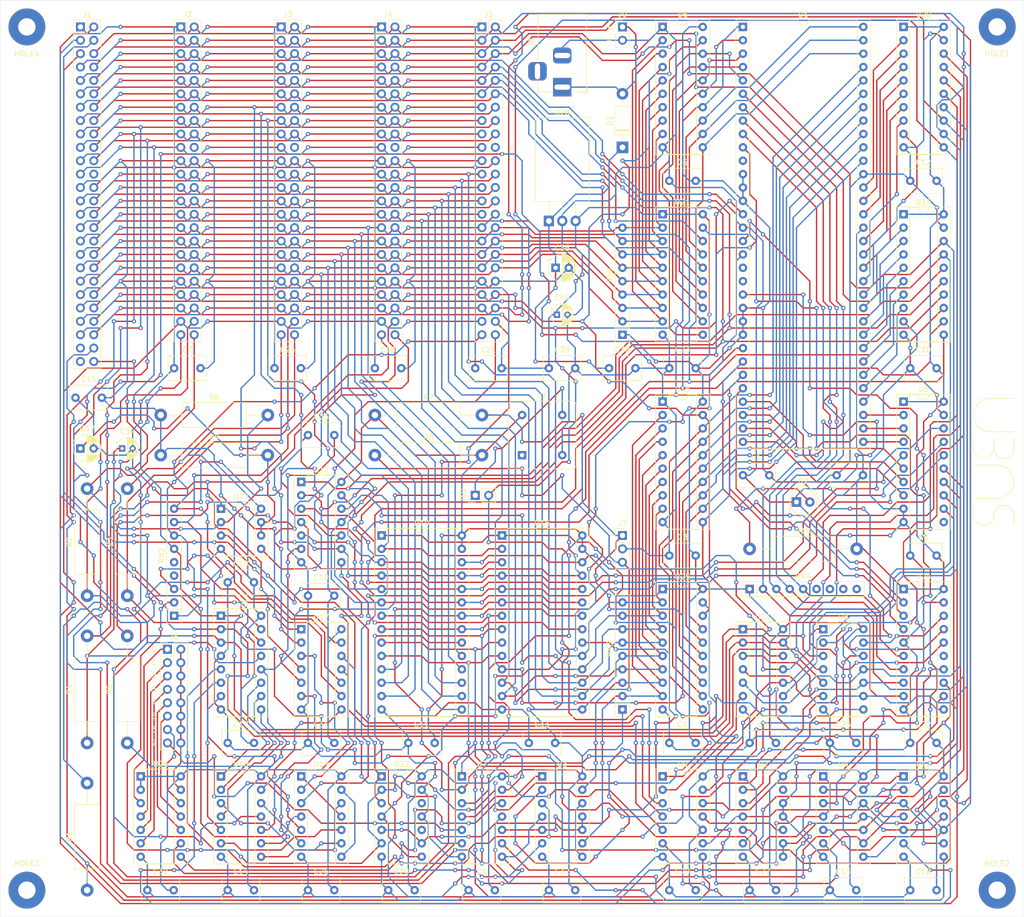
<source format=kicad_pcb>
(kicad_pcb (version 20171130) (host pcbnew 5.1.8)
  (layers (0 F.Cu jumper) (31 B.Cu power) (34 B.Paste user) (35 F.Paste user) (36 B.SilkS user) (37 F.SilkS user) (38 B.Mask user) (39 F.Mask user) (44 Edge.Cuts user))
  (net 0 "")
  (net 1 VCC)
  (net 2 GND)
  (net 3 "Net-(C34-Pad1)")
  (net 4 "Net-(C35-Pad1)")
  (net 5 "Net-(C36-Pad1)")
  (net 6 "Net-(C37-Pad1)")
  (net 7 "Net-(D1-Pad2)")
  (net 8 "Net-(D2-Pad2)")
  (net 9 ~RAM_DTACK)
  (net 10 CLK)
  (net 11 R\~W)
  (net 12 ~LDS)
  (net 13 ~UDS)
  (net 14 ~RAM_SEL)
  (net 15 D0)
  (net 16 D1)
  (net 17 D2)
  (net 18 D3)
  (net 19 D4)
  (net 20 D5)
  (net 21 D6)
  (net 22 D7)
  (net 23 D8)
  (net 24 D9)
  (net 25 D10)
  (net 26 D11)
  (net 27 D12)
  (net 28 D13)
  (net 29 D14)
  (net 30 D15)
  (net 31 A1)
  (net 32 A2)
  (net 33 A3)
  (net 34 A4)
  (net 35 A5)
  (net 36 A6)
  (net 37 A7)
  (net 38 A8)
  (net 39 A9)
  (net 40 A10)
  (net 41 A11)
  (net 42 A12)
  (net 43 A13)
  (net 44 A14)
  (net 45 A15)
  (net 46 A16)
  (net 47 A17)
  (net 48 A18)
  (net 49 A19)
  (net 50 A20)
  (net 51 A21)
  (net 52 A22)
  (net 53 ~DEV0_IRQ)
  (net 54 ~DEV0_DTACK)
  (net 55 ~DEV0_SEL)
  (net 56 ~DEV1_IRQ)
  (net 57 ~DEV1_DTACK)
  (net 58 ~DEV1_SEL)
  (net 59 ~DEV2_IRQ)
  (net 60 ~DEV2_DTACK)
  (net 61 ~DEV2_SEL)
  (net 62 ROM_DTACK)
  (net 63 ~DEV3_IRQ)
  (net 64 ~DEV3_DTACK)
  (net 65 ~DEV3_SEL)
  (net 66 "Net-(J7-Pad3)")
  (net 67 "Net-(J7-Pad1)")
  (net 68 "Net-(J10-Pad1)")
  (net 69 ~RESET)
  (net 70 ~HALT)
  (net 71 R\~W~_68)
  (net 72 ~LDS_68)
  (net 73 ~UDS_68)
  (net 74 ~AS_68)
  (net 75 D5_68)
  (net 76 A4_68)
  (net 77 D6_68)
  (net 78 A3_68)
  (net 79 D7_68)
  (net 80 A2_68)
  (net 81 D8_68)
  (net 82 A1_68)
  (net 83 D9_68)
  (net 84 FC0_68)
  (net 85 D10_68)
  (net 86 FC1_68)
  (net 87 D11_68)
  (net 88 FC2_68)
  (net 89 D12_68)
  (net 90 ~IPL0)
  (net 91 D13_68)
  (net 92 D14_68)
  (net 93 D15_68)
  (net 94 ~VPA)
  (net 95 A23_68)
  (net 96 A22_68)
  (net 97 A21_68)
  (net 98 A20_68)
  (net 99 A19_68)
  (net 100 A18_68)
  (net 101 A17_68)
  (net 102 A16_68)
  (net 103 A15_68)
  (net 104 A14_68)
  (net 105 ~DTACK)
  (net 106 A13_68)
  (net 107 A12_68)
  (net 108 A11_68)
  (net 109 A10_68)
  (net 110 A9_68)
  (net 111 D0_68)
  (net 112 A8_68)
  (net 113 D1_68)
  (net 114 A7_68)
  (net 115 D2_68)
  (net 116 A6_68)
  (net 117 D3_68)
  (net 118 A5_68)
  (net 119 D4_68)
  (net 120 HROM_ADDR)
  (net 121 RESV_ADDR)
  (net 122 ~ROM_ADDR)
  (net 123 MEM_SEL)
  (net 124 "Net-(U2-Pad3)")
  (net 125 ~MEM_SEL)
  (net 126 "Net-(U2-Pad2)")
  (net 127 ROM_RQ)
  (net 128 "Net-(U3-Pad12)")
  (net 129 ~ROM_SEL_U)
  (net 130 "Net-(U22-Pad5)")
  (net 131 ~ROM_SEL_L)
  (net 132 ~VADDR)
  (net 133 "Net-(U3-Pad1)")
  (net 134 ~RD_BYTE_U)
  (net 135 A23)
  (net 136 ~R~\W)
  (net 137 ~RD_BYTE_L)
  (net 138 ~ROM_DTACK)
  (net 139 ~CLK)
  (net 140 "Net-(U13-Pad8)")
  (net 141 ~AS)
  (net 142 "Net-(U13-Pad6)")
  (net 143 FC2)
  (net 144 FC1)
  (net 145 FC0)
  (net 146 "Net-(U17-Pad6)")
  (net 147 ~DEV7_SEL)
  (net 148 ~DEV6_SEL)
  (net 149 "Net-(U17-Pad3)")
  (net 150 ~DEV5_SEL)
  (net 151 "Net-(U17-Pad8)")
  (net 152 ~DEV4_SEL)
  (net 153 "Net-(U22-Pad1)")
  (net 154 "Net-(J6-Pad15)")
  (net 155 "Net-(J6-Pad13)")
  (net 156 "Net-(J6-Pad11)")
  (net 157 "Net-(J6-Pad9)")
  (net 158 "Net-(J6-Pad7)")
  (net 159 "Net-(J6-Pad5)")
  (net 160 "Net-(J6-Pad3)")
  (net 161 "Net-(J6-Pad1)")
  (net 162 "Net-(U13-Pad13)")
  (net 163 "Net-(U11-Pad12)")
  (net 164 "Net-(U11-Pad6)")
  (net 165 "Net-(U12-Pad12)")
  (net 166 "Net-(U12-Pad6)")
  (net 167 "Net-(U12-Pad8)")
  (net 168 "Net-(U13-Pad1)")
  (net 169 "Net-(U13-Pad2)")
  (net 170 "Net-(U11-Pad8)")
  (net 171 "Net-(U17-Pad11)")
  (net 172 "Net-(U18-Pad6)")
  (net 173 "Net-(U18-Pad12)")
  (net 174 "Net-(U18-Pad3)")
  (net 175 "Net-(U18-Pad8)")
  (net 176 "Net-(U19-Pad13)")
  (net 177 "Net-(U19-Pad1)")
  (net 178 "Net-(HOLE1-Pad1)")
  (net 179 "Net-(HOLE2-Pad1)")
  (net 180 "Net-(HOLE3-Pad1)")
  (net 181 "Net-(HOLE4-Pad1)")
  (net 182 "Net-(J1-Pad51)")
  (net 183 "Net-(J1-Pad49)")
  (net 184 "Net-(J1-Pad24)")
  (net 185 "Net-(J2-Pad20)")
  (net 186 "Net-(J3-Pad20)")
  (net 187 "Net-(J4-Pad20)")
  (net 188 "Net-(J5-Pad20)")
  (net 189 "Net-(J8-Pad3)")
  (net 190 "Net-(RN2-Pad5)")
  (net 191 "Net-(RN2-Pad4)")
  (net 192 "Net-(RN4-Pad9)")
  (net 193 "Net-(RN4-Pad8)")
  (net 194 "Net-(RN4-Pad7)")
  (net 195 "Net-(RN4-Pad6)")
  (net 196 "Net-(U1-Pad20)")
  (net 197 "Net-(U1-Pad19)")
  (net 198 "Net-(U1-Pad11)")
  (net 199 "Net-(U2-Pad13)")
  (net 200 "Net-(U5-Pad11)")
  (net 201 "Net-(U22-Pad12)")
  (net 202 "Net-(U22-Pad10)")
  (net 203 "Net-(U24-Pad15)")
  (net 204 "Net-(X1-Pad1)")
  (module plugins:HOLE_SUEN (layer F.Cu) (at 21.59 21.59)
    (fp_text reference HOLE4 (at 0 5.08) (layer F.SilkS))
    (fp_text value Conn_01x01)
    (pad 1 thru_hole circle (at 0 0) (size 7 7) (drill 3.3) (layers *.Cu *.Mask) (net 181 "Net-(HOLE4-Pad1)"))
  )
  (module plugins:HOLE_SUEN (layer F.Cu) (at 21.59 185.42)
    (fp_text reference HOLE3 (at 0 -5.08) (layer F.SilkS))
    (fp_text value Conn_01x01)
    (pad 1 thru_hole circle (at 0 0) (size 7 7) (drill 3.3) (layers *.Cu *.Mask) (net 180 "Net-(HOLE3-Pad1)"))
  )
  (module plugins:HOLE_SUEN (layer F.Cu) (at 205.74 185.42)
    (fp_text reference HOLE2 (at 0 -5.08) (layer F.SilkS))
    (fp_text value Conn_01x01)
    (pad 1 thru_hole circle (at 0 0) (size 7 7) (drill 3.3) (layers *.Cu *.Mask) (net 179 "Net-(HOLE2-Pad1)"))
  )
  (module plugins:HOLE_SUEN (layer F.Cu) (at 205.74 21.59)
    (fp_text reference HOLE1 (at 0 5.08) (layer F.SilkS))
    (fp_text value Conn_01x01)
    (pad 1 thru_hole circle (at 0 0) (size 7 7) (drill 3.3) (layers *.Cu *.Mask) (net 178 "Net-(HOLE1-Pad1)"))
  )
  (module Package_DIP:DIP-14_W7.62mm_Socket (layer F.Cu) (at 172.72 135.89)
    (fp_text reference U8 (at 3.81 -2.33) (layer F.SilkS))
    (fp_text value 74HC10)
    (pad 1 thru_hole rect (at 0 0) (size 1.6 1.6) (drill 0.8) (layers *.Cu *.Mask) (net 145 FC0))
    (pad 8 thru_hole oval (at 7.62 15.24) (size 1.6 1.6) (drill 0.8) (layers *.Cu *.Mask) (net 124 "Net-(U2-Pad3)"))
    (pad 2 thru_hole oval (at 0 2.54) (size 1.6 1.6) (drill 0.8) (layers *.Cu *.Mask) (net 144 FC1))
    (pad 9 thru_hole oval (at 7.62 12.7) (size 1.6 1.6) (drill 0.8) (layers *.Cu *.Mask) (net 49 A19))
    (pad 3 thru_hole oval (at 0 5.08) (size 1.6 1.6) (drill 0.8) (layers *.Cu *.Mask) (net 52 A22))
    (pad 10 thru_hole oval (at 7.62 10.16) (size 1.6 1.6) (drill 0.8) (layers *.Cu *.Mask) (net 48 A18))
    (pad 4 thru_hole oval (at 0 7.62) (size 1.6 1.6) (drill 0.8) (layers *.Cu *.Mask) (net 51 A21))
    (pad 11 thru_hole oval (at 7.62 7.62) (size 1.6 1.6) (drill 0.8) (layers *.Cu *.Mask) (net 47 A17))
    (pad 5 thru_hole oval (at 0 10.16) (size 1.6 1.6) (drill 0.8) (layers *.Cu *.Mask) (net 50 A20))
    (pad 12 thru_hole oval (at 7.62 5.08) (size 1.6 1.6) (drill 0.8) (layers *.Cu *.Mask) (net 94 ~VPA))
    (pad 6 thru_hole oval (at 0 12.7) (size 1.6 1.6) (drill 0.8) (layers *.Cu *.Mask) (net 126 "Net-(U2-Pad2)"))
    (pad 13 thru_hole oval (at 7.62 2.54) (size 1.6 1.6) (drill 0.8) (layers *.Cu *.Mask) (net 143 FC2))
    (pad 7 thru_hole oval (at 0 15.24) (size 1.6 1.6) (drill 0.8) (layers *.Cu *.Mask) (net 2 GND))
    (pad 14 thru_hole oval (at 7.62 0) (size 1.6 1.6) (drill 0.8) (layers *.Cu *.Mask) (net 1 VCC))
  )
  (module Package_DIP:DIP-14_W7.62mm_Socket (layer F.Cu) (at 88.9 163.83)
    (fp_text reference U22 (at 3.81 -2.33) (layer F.SilkS))
    (fp_text value 74HC05)
    (pad 1 thru_hole rect (at 0 0) (size 1.6 1.6) (drill 0.8) (layers *.Cu *.Mask) (net 153 "Net-(U22-Pad1)"))
    (pad 8 thru_hole oval (at 7.62 15.24) (size 1.6 1.6) (drill 0.8) (layers *.Cu *.Mask) (net 69 ~RESET))
    (pad 2 thru_hole oval (at 0 2.54) (size 1.6 1.6) (drill 0.8) (layers *.Cu *.Mask) (net 70 ~HALT))
    (pad 9 thru_hole oval (at 7.62 12.7) (size 1.6 1.6) (drill 0.8) (layers *.Cu *.Mask) (net 130 "Net-(U22-Pad5)"))
    (pad 3 thru_hole oval (at 0 5.08) (size 1.6 1.6) (drill 0.8) (layers *.Cu *.Mask) (net 153 "Net-(U22-Pad1)"))
    (pad 10 thru_hole oval (at 7.62 10.16) (size 1.6 1.6) (drill 0.8) (layers *.Cu *.Mask) (net 202 "Net-(U22-Pad10)"))
    (pad 4 thru_hole oval (at 0 7.62) (size 1.6 1.6) (drill 0.8) (layers *.Cu *.Mask) (net 69 ~RESET))
    (pad 11 thru_hole oval (at 7.62 7.62) (size 1.6 1.6) (drill 0.8) (layers *.Cu *.Mask) (net 2 GND))
    (pad 5 thru_hole oval (at 0 10.16) (size 1.6 1.6) (drill 0.8) (layers *.Cu *.Mask) (net 130 "Net-(U22-Pad5)"))
    (pad 12 thru_hole oval (at 7.62 5.08) (size 1.6 1.6) (drill 0.8) (layers *.Cu *.Mask) (net 201 "Net-(U22-Pad12)"))
    (pad 6 thru_hole oval (at 0 12.7) (size 1.6 1.6) (drill 0.8) (layers *.Cu *.Mask) (net 70 ~HALT))
    (pad 13 thru_hole oval (at 7.62 2.54) (size 1.6 1.6) (drill 0.8) (layers *.Cu *.Mask) (net 2 GND))
    (pad 7 thru_hole oval (at 0 15.24) (size 1.6 1.6) (drill 0.8) (layers *.Cu *.Mask) (net 2 GND))
    (pad 14 thru_hole oval (at 7.62 0) (size 1.6 1.6) (drill 0.8) (layers *.Cu *.Mask) (net 1 VCC))
  )
  (module Package_DIP:DIP-14_W7.62mm_Socket (layer F.Cu) (at 104.14 163.83)
    (fp_text reference U7 (at 3.81 -2.33) (layer F.SilkS))
    (fp_text value 74HC04)
    (pad 1 thru_hole rect (at 0 0) (size 1.6 1.6) (drill 0.8) (layers *.Cu *.Mask) (net 11 R\~W))
    (pad 8 thru_hole oval (at 7.62 15.24) (size 1.6 1.6) (drill 0.8) (layers *.Cu *.Mask) (net 131 ~ROM_SEL_L))
    (pad 2 thru_hole oval (at 0 2.54) (size 1.6 1.6) (drill 0.8) (layers *.Cu *.Mask) (net 136 ~R~\W))
    (pad 9 thru_hole oval (at 7.62 12.7) (size 1.6 1.6) (drill 0.8) (layers *.Cu *.Mask) (net 142 "Net-(U13-Pad6)"))
    (pad 3 thru_hole oval (at 0 5.08) (size 1.6 1.6) (drill 0.8) (layers *.Cu *.Mask) (net 141 ~AS))
    (pad 10 thru_hole oval (at 7.62 10.16) (size 1.6 1.6) (drill 0.8) (layers *.Cu *.Mask) (net 129 ~ROM_SEL_U))
    (pad 4 thru_hole oval (at 0 7.62) (size 1.6 1.6) (drill 0.8) (layers *.Cu *.Mask) (net 133 "Net-(U3-Pad1)"))
    (pad 11 thru_hole oval (at 7.62 7.62) (size 1.6 1.6) (drill 0.8) (layers *.Cu *.Mask) (net 140 "Net-(U13-Pad8)"))
    (pad 5 thru_hole oval (at 0 10.16) (size 1.6 1.6) (drill 0.8) (layers *.Cu *.Mask) (net 62 ROM_DTACK))
    (pad 12 thru_hole oval (at 7.62 5.08) (size 1.6 1.6) (drill 0.8) (layers *.Cu *.Mask) (net 139 ~CLK))
    (pad 6 thru_hole oval (at 0 12.7) (size 1.6 1.6) (drill 0.8) (layers *.Cu *.Mask) (net 138 ~ROM_DTACK))
    (pad 13 thru_hole oval (at 7.62 2.54) (size 1.6 1.6) (drill 0.8) (layers *.Cu *.Mask) (net 10 CLK))
    (pad 7 thru_hole oval (at 0 15.24) (size 1.6 1.6) (drill 0.8) (layers *.Cu *.Mask) (net 2 GND))
    (pad 14 thru_hole oval (at 7.62 0) (size 1.6 1.6) (drill 0.8) (layers *.Cu *.Mask) (net 1 VCC))
  )
  (module Package_DIP:DIP-16_W7.62mm_Socket (layer F.Cu) (at 58.42 133.35)
    (fp_text reference U23 (at 3.81 -2.33) (layer F.SilkS))
    (fp_text value 74HC138)
    (pad 1 thru_hole rect (at 0 0) (size 1.6 1.6) (drill 0.8) (layers *.Cu *.Mask) (net 50 A20))
    (pad 9 thru_hole oval (at 7.62 17.78) (size 1.6 1.6) (drill 0.8) (layers *.Cu *.Mask) (net 148 ~DEV6_SEL))
    (pad 2 thru_hole oval (at 0 2.54) (size 1.6 1.6) (drill 0.8) (layers *.Cu *.Mask) (net 51 A21))
    (pad 10 thru_hole oval (at 7.62 15.24) (size 1.6 1.6) (drill 0.8) (layers *.Cu *.Mask) (net 150 ~DEV5_SEL))
    (pad 3 thru_hole oval (at 0 5.08) (size 1.6 1.6) (drill 0.8) (layers *.Cu *.Mask) (net 52 A22))
    (pad 11 thru_hole oval (at 7.62 12.7) (size 1.6 1.6) (drill 0.8) (layers *.Cu *.Mask) (net 152 ~DEV4_SEL))
    (pad 4 thru_hole oval (at 0 7.62) (size 1.6 1.6) (drill 0.8) (layers *.Cu *.Mask) (net 2 GND))
    (pad 12 thru_hole oval (at 7.62 10.16) (size 1.6 1.6) (drill 0.8) (layers *.Cu *.Mask) (net 65 ~DEV3_SEL))
    (pad 5 thru_hole oval (at 0 10.16) (size 1.6 1.6) (drill 0.8) (layers *.Cu *.Mask) (net 132 ~VADDR))
    (pad 13 thru_hole oval (at 7.62 7.62) (size 1.6 1.6) (drill 0.8) (layers *.Cu *.Mask) (net 61 ~DEV2_SEL))
    (pad 6 thru_hole oval (at 0 12.7) (size 1.6 1.6) (drill 0.8) (layers *.Cu *.Mask) (net 135 A23))
    (pad 14 thru_hole oval (at 7.62 5.08) (size 1.6 1.6) (drill 0.8) (layers *.Cu *.Mask) (net 58 ~DEV1_SEL))
    (pad 7 thru_hole oval (at 0 15.24) (size 1.6 1.6) (drill 0.8) (layers *.Cu *.Mask) (net 147 ~DEV7_SEL))
    (pad 15 thru_hole oval (at 7.62 2.54) (size 1.6 1.6) (drill 0.8) (layers *.Cu *.Mask) (net 55 ~DEV0_SEL))
    (pad 8 thru_hole oval (at 0 17.78) (size 1.6 1.6) (drill 0.8) (layers *.Cu *.Mask) (net 2 GND))
    (pad 16 thru_hole oval (at 7.62 0) (size 1.6 1.6) (drill 0.8) (layers *.Cu *.Mask) (net 1 VCC))
  )
  (module Package_DIP:DIP-64_W22.86mm_Socket (layer F.Cu) (at 157.48 21.59)
    (fp_text reference U1 (at 11.43 -2.33) (layer F.SilkS))
    (fp_text value 68000D)
    (pad 1 thru_hole rect (at 0 0) (size 1.6 1.6) (drill 0.8) (layers *.Cu *.Mask) (net 119 D4_68))
    (pad 33 thru_hole oval (at 22.86 78.74) (size 1.6 1.6) (drill 0.8) (layers *.Cu *.Mask) (net 118 A5_68))
    (pad 2 thru_hole oval (at 0 2.54) (size 1.6 1.6) (drill 0.8) (layers *.Cu *.Mask) (net 117 D3_68))
    (pad 34 thru_hole oval (at 22.86 76.2) (size 1.6 1.6) (drill 0.8) (layers *.Cu *.Mask) (net 116 A6_68))
    (pad 3 thru_hole oval (at 0 5.08) (size 1.6 1.6) (drill 0.8) (layers *.Cu *.Mask) (net 115 D2_68))
    (pad 35 thru_hole oval (at 22.86 73.66) (size 1.6 1.6) (drill 0.8) (layers *.Cu *.Mask) (net 114 A7_68))
    (pad 4 thru_hole oval (at 0 7.62) (size 1.6 1.6) (drill 0.8) (layers *.Cu *.Mask) (net 113 D1_68))
    (pad 36 thru_hole oval (at 22.86 71.12) (size 1.6 1.6) (drill 0.8) (layers *.Cu *.Mask) (net 112 A8_68))
    (pad 5 thru_hole oval (at 0 10.16) (size 1.6 1.6) (drill 0.8) (layers *.Cu *.Mask) (net 111 D0_68))
    (pad 37 thru_hole oval (at 22.86 68.58) (size 1.6 1.6) (drill 0.8) (layers *.Cu *.Mask) (net 110 A9_68))
    (pad 6 thru_hole oval (at 0 12.7) (size 1.6 1.6) (drill 0.8) (layers *.Cu *.Mask) (net 74 ~AS_68))
    (pad 38 thru_hole oval (at 22.86 66.04) (size 1.6 1.6) (drill 0.8) (layers *.Cu *.Mask) (net 109 A10_68))
    (pad 7 thru_hole oval (at 0 15.24) (size 1.6 1.6) (drill 0.8) (layers *.Cu *.Mask) (net 73 ~UDS_68))
    (pad 39 thru_hole oval (at 22.86 63.5) (size 1.6 1.6) (drill 0.8) (layers *.Cu *.Mask) (net 108 A11_68))
    (pad 8 thru_hole oval (at 0 17.78) (size 1.6 1.6) (drill 0.8) (layers *.Cu *.Mask) (net 72 ~LDS_68))
    (pad 40 thru_hole oval (at 22.86 60.96) (size 1.6 1.6) (drill 0.8) (layers *.Cu *.Mask) (net 107 A12_68))
    (pad 9 thru_hole oval (at 0 20.32) (size 1.6 1.6) (drill 0.8) (layers *.Cu *.Mask) (net 71 R\~W~_68))
    (pad 41 thru_hole oval (at 22.86 58.42) (size 1.6 1.6) (drill 0.8) (layers *.Cu *.Mask) (net 106 A13_68))
    (pad 10 thru_hole oval (at 0 22.86) (size 1.6 1.6) (drill 0.8) (layers *.Cu *.Mask) (net 105 ~DTACK))
    (pad 42 thru_hole oval (at 22.86 55.88) (size 1.6 1.6) (drill 0.8) (layers *.Cu *.Mask) (net 104 A14_68))
    (pad 11 thru_hole oval (at 0 25.4) (size 1.6 1.6) (drill 0.8) (layers *.Cu *.Mask) (net 198 "Net-(U1-Pad11)"))
    (pad 43 thru_hole oval (at 22.86 53.34) (size 1.6 1.6) (drill 0.8) (layers *.Cu *.Mask) (net 103 A15_68))
    (pad 12 thru_hole oval (at 0 27.94) (size 1.6 1.6) (drill 0.8) (layers *.Cu *.Mask) (net 1 VCC))
    (pad 44 thru_hole oval (at 22.86 50.8) (size 1.6 1.6) (drill 0.8) (layers *.Cu *.Mask) (net 102 A16_68))
    (pad 13 thru_hole oval (at 0 30.48) (size 1.6 1.6) (drill 0.8) (layers *.Cu *.Mask) (net 1 VCC))
    (pad 45 thru_hole oval (at 22.86 48.26) (size 1.6 1.6) (drill 0.8) (layers *.Cu *.Mask) (net 101 A17_68))
    (pad 14 thru_hole oval (at 0 33.02) (size 1.6 1.6) (drill 0.8) (layers *.Cu *.Mask) (net 1 VCC))
    (pad 46 thru_hole oval (at 22.86 45.72) (size 1.6 1.6) (drill 0.8) (layers *.Cu *.Mask) (net 100 A18_68))
    (pad 15 thru_hole oval (at 0 35.56) (size 1.6 1.6) (drill 0.8) (layers *.Cu *.Mask) (net 10 CLK))
    (pad 47 thru_hole oval (at 22.86 43.18) (size 1.6 1.6) (drill 0.8) (layers *.Cu *.Mask) (net 99 A19_68))
    (pad 16 thru_hole oval (at 0 38.1) (size 1.6 1.6) (drill 0.8) (layers *.Cu *.Mask) (net 2 GND))
    (pad 48 thru_hole oval (at 22.86 40.64) (size 1.6 1.6) (drill 0.8) (layers *.Cu *.Mask) (net 98 A20_68))
    (pad 17 thru_hole oval (at 0 40.64) (size 1.6 1.6) (drill 0.8) (layers *.Cu *.Mask) (net 70 ~HALT))
    (pad 49 thru_hole oval (at 22.86 38.1) (size 1.6 1.6) (drill 0.8) (layers *.Cu *.Mask) (net 1 VCC))
    (pad 18 thru_hole oval (at 0 43.18) (size 1.6 1.6) (drill 0.8) (layers *.Cu *.Mask) (net 69 ~RESET))
    (pad 50 thru_hole oval (at 22.86 35.56) (size 1.6 1.6) (drill 0.8) (layers *.Cu *.Mask) (net 97 A21_68))
    (pad 19 thru_hole oval (at 0 45.72) (size 1.6 1.6) (drill 0.8) (layers *.Cu *.Mask) (net 197 "Net-(U1-Pad19)"))
    (pad 51 thru_hole oval (at 22.86 33.02) (size 1.6 1.6) (drill 0.8) (layers *.Cu *.Mask) (net 96 A22_68))
    (pad 20 thru_hole oval (at 0 48.26) (size 1.6 1.6) (drill 0.8) (layers *.Cu *.Mask) (net 196 "Net-(U1-Pad20)"))
    (pad 52 thru_hole oval (at 22.86 30.48) (size 1.6 1.6) (drill 0.8) (layers *.Cu *.Mask) (net 95 A23_68))
    (pad 21 thru_hole oval (at 0 50.8) (size 1.6 1.6) (drill 0.8) (layers *.Cu *.Mask) (net 94 ~VPA))
    (pad 53 thru_hole oval (at 22.86 27.94) (size 1.6 1.6) (drill 0.8) (layers *.Cu *.Mask) (net 2 GND))
    (pad 22 thru_hole oval (at 0 53.34) (size 1.6 1.6) (drill 0.8) (layers *.Cu *.Mask) (net 1 VCC))
    (pad 54 thru_hole oval (at 22.86 25.4) (size 1.6 1.6) (drill 0.8) (layers *.Cu *.Mask) (net 93 D15_68))
    (pad 23 thru_hole oval (at 0 55.88) (size 1.6 1.6) (drill 0.8) (layers *.Cu *.Mask) (net 1 VCC))
    (pad 55 thru_hole oval (at 22.86 22.86) (size 1.6 1.6) (drill 0.8) (layers *.Cu *.Mask) (net 92 D14_68))
    (pad 24 thru_hole oval (at 0 58.42) (size 1.6 1.6) (drill 0.8) (layers *.Cu *.Mask) (net 1 VCC))
    (pad 56 thru_hole oval (at 22.86 20.32) (size 1.6 1.6) (drill 0.8) (layers *.Cu *.Mask) (net 91 D13_68))
    (pad 25 thru_hole oval (at 0 60.96) (size 1.6 1.6) (drill 0.8) (layers *.Cu *.Mask) (net 90 ~IPL0))
    (pad 57 thru_hole oval (at 22.86 17.78) (size 1.6 1.6) (drill 0.8) (layers *.Cu *.Mask) (net 89 D12_68))
    (pad 26 thru_hole oval (at 0 63.5) (size 1.6 1.6) (drill 0.8) (layers *.Cu *.Mask) (net 88 FC2_68))
    (pad 58 thru_hole oval (at 22.86 15.24) (size 1.6 1.6) (drill 0.8) (layers *.Cu *.Mask) (net 87 D11_68))
    (pad 27 thru_hole oval (at 0 66.04) (size 1.6 1.6) (drill 0.8) (layers *.Cu *.Mask) (net 86 FC1_68))
    (pad 59 thru_hole oval (at 22.86 12.7) (size 1.6 1.6) (drill 0.8) (layers *.Cu *.Mask) (net 85 D10_68))
    (pad 28 thru_hole oval (at 0 68.58) (size 1.6 1.6) (drill 0.8) (layers *.Cu *.Mask) (net 84 FC0_68))
    (pad 60 thru_hole oval (at 22.86 10.16) (size 1.6 1.6) (drill 0.8) (layers *.Cu *.Mask) (net 83 D9_68))
    (pad 29 thru_hole oval (at 0 71.12) (size 1.6 1.6) (drill 0.8) (layers *.Cu *.Mask) (net 82 A1_68))
    (pad 61 thru_hole oval (at 22.86 7.62) (size 1.6 1.6) (drill 0.8) (layers *.Cu *.Mask) (net 81 D8_68))
    (pad 30 thru_hole oval (at 0 73.66) (size 1.6 1.6) (drill 0.8) (layers *.Cu *.Mask) (net 80 A2_68))
    (pad 62 thru_hole oval (at 22.86 5.08) (size 1.6 1.6) (drill 0.8) (layers *.Cu *.Mask) (net 79 D7_68))
    (pad 31 thru_hole oval (at 0 76.2) (size 1.6 1.6) (drill 0.8) (layers *.Cu *.Mask) (net 78 A3_68))
    (pad 63 thru_hole oval (at 22.86 2.54) (size 1.6 1.6) (drill 0.8) (layers *.Cu *.Mask) (net 77 D6_68))
    (pad 32 thru_hole oval (at 0 78.74) (size 1.6 1.6) (drill 0.8) (layers *.Cu *.Mask) (net 76 A4_68))
    (pad 64 thru_hole oval (at 22.86 0) (size 1.6 1.6) (drill 0.8) (layers *.Cu *.Mask) (net 75 D5_68))
  )
  (module Package_DIP:DIP-28_W15.24mm_Socket (layer F.Cu) (at 111.76 118.11)
    (fp_text reference U16 (at 7.62 -2.33) (layer F.SilkS))
    (fp_text value 28C256)
    (pad 28 thru_hole oval (at 15.24 0) (size 1.6 1.6) (drill 0.8) (layers *.Cu *.Mask) (net 1 VCC))
    (pad 14 thru_hole oval (at 0 33.02) (size 1.6 1.6) (drill 0.8) (layers *.Cu *.Mask) (net 2 GND))
    (pad 27 thru_hole oval (at 15.24 2.54) (size 1.6 1.6) (drill 0.8) (layers *.Cu *.Mask) (net 1 VCC))
    (pad 13 thru_hole oval (at 0 30.48) (size 1.6 1.6) (drill 0.8) (layers *.Cu *.Mask) (net 25 D10))
    (pad 26 thru_hole oval (at 15.24 5.08) (size 1.6 1.6) (drill 0.8) (layers *.Cu *.Mask) (net 44 A14))
    (pad 12 thru_hole oval (at 0 27.94) (size 1.6 1.6) (drill 0.8) (layers *.Cu *.Mask) (net 24 D9))
    (pad 25 thru_hole oval (at 15.24 7.62) (size 1.6 1.6) (drill 0.8) (layers *.Cu *.Mask) (net 39 A9))
    (pad 11 thru_hole oval (at 0 25.4) (size 1.6 1.6) (drill 0.8) (layers *.Cu *.Mask) (net 23 D8))
    (pad 24 thru_hole oval (at 15.24 10.16) (size 1.6 1.6) (drill 0.8) (layers *.Cu *.Mask) (net 40 A10))
    (pad 10 thru_hole oval (at 0 22.86) (size 1.6 1.6) (drill 0.8) (layers *.Cu *.Mask) (net 31 A1))
    (pad 23 thru_hole oval (at 15.24 12.7) (size 1.6 1.6) (drill 0.8) (layers *.Cu *.Mask) (net 42 A12))
    (pad 9 thru_hole oval (at 0 20.32) (size 1.6 1.6) (drill 0.8) (layers *.Cu *.Mask) (net 32 A2))
    (pad 22 thru_hole oval (at 15.24 15.24) (size 1.6 1.6) (drill 0.8) (layers *.Cu *.Mask) (net 136 ~R~\W))
    (pad 8 thru_hole oval (at 0 17.78) (size 1.6 1.6) (drill 0.8) (layers *.Cu *.Mask) (net 33 A3))
    (pad 21 thru_hole oval (at 15.24 17.78) (size 1.6 1.6) (drill 0.8) (layers *.Cu *.Mask) (net 41 A11))
    (pad 7 thru_hole oval (at 0 15.24) (size 1.6 1.6) (drill 0.8) (layers *.Cu *.Mask) (net 34 A4))
    (pad 20 thru_hole oval (at 15.24 20.32) (size 1.6 1.6) (drill 0.8) (layers *.Cu *.Mask) (net 129 ~ROM_SEL_U))
    (pad 6 thru_hole oval (at 0 12.7) (size 1.6 1.6) (drill 0.8) (layers *.Cu *.Mask) (net 35 A5))
    (pad 19 thru_hole oval (at 15.24 22.86) (size 1.6 1.6) (drill 0.8) (layers *.Cu *.Mask) (net 30 D15))
    (pad 5 thru_hole oval (at 0 10.16) (size 1.6 1.6) (drill 0.8) (layers *.Cu *.Mask) (net 36 A6))
    (pad 18 thru_hole oval (at 15.24 25.4) (size 1.6 1.6) (drill 0.8) (layers *.Cu *.Mask) (net 29 D14))
    (pad 4 thru_hole oval (at 0 7.62) (size 1.6 1.6) (drill 0.8) (layers *.Cu *.Mask) (net 37 A7))
    (pad 17 thru_hole oval (at 15.24 27.94) (size 1.6 1.6) (drill 0.8) (layers *.Cu *.Mask) (net 28 D13))
    (pad 3 thru_hole oval (at 0 5.08) (size 1.6 1.6) (drill 0.8) (layers *.Cu *.Mask) (net 38 A8))
    (pad 16 thru_hole oval (at 15.24 30.48) (size 1.6 1.6) (drill 0.8) (layers *.Cu *.Mask) (net 27 D12))
    (pad 2 thru_hole oval (at 0 2.54) (size 1.6 1.6) (drill 0.8) (layers *.Cu *.Mask) (net 43 A13))
    (pad 15 thru_hole oval (at 15.24 33.02) (size 1.6 1.6) (drill 0.8) (layers *.Cu *.Mask) (net 26 D11))
    (pad 1 thru_hole rect (at 0 0) (size 1.6 1.6) (drill 0.8) (layers *.Cu *.Mask) (net 45 A15))
  )
  (module Package_DIP:DIP-14_W7.62mm_Socket (layer F.Cu) (at 73.66 135.89)
    (fp_text reference U17 (at 3.81 -2.33) (layer F.SilkS))
    (fp_text value 74HC08)
    (pad 1 thru_hole rect (at 0 0) (size 1.6 1.6) (drill 0.8) (layers *.Cu *.Mask) (net 54 ~DEV0_DTACK))
    (pad 8 thru_hole oval (at 7.62 15.24) (size 1.6 1.6) (drill 0.8) (layers *.Cu *.Mask) (net 151 "Net-(U17-Pad8)"))
    (pad 2 thru_hole oval (at 0 2.54) (size 1.6 1.6) (drill 0.8) (layers *.Cu *.Mask) (net 57 ~DEV1_DTACK))
    (pad 9 thru_hole oval (at 7.62 12.7) (size 1.6 1.6) (drill 0.8) (layers *.Cu *.Mask) (net 59 ~DEV2_IRQ))
    (pad 3 thru_hole oval (at 0 5.08) (size 1.6 1.6) (drill 0.8) (layers *.Cu *.Mask) (net 149 "Net-(U17-Pad3)"))
    (pad 10 thru_hole oval (at 7.62 10.16) (size 1.6 1.6) (drill 0.8) (layers *.Cu *.Mask) (net 63 ~DEV3_IRQ))
    (pad 4 thru_hole oval (at 0 7.62) (size 1.6 1.6) (drill 0.8) (layers *.Cu *.Mask) (net 60 ~DEV2_DTACK))
    (pad 11 thru_hole oval (at 7.62 7.62) (size 1.6 1.6) (drill 0.8) (layers *.Cu *.Mask) (net 171 "Net-(U17-Pad11)"))
    (pad 5 thru_hole oval (at 0 10.16) (size 1.6 1.6) (drill 0.8) (layers *.Cu *.Mask) (net 64 ~DEV3_DTACK))
    (pad 12 thru_hole oval (at 7.62 5.08) (size 1.6 1.6) (drill 0.8) (layers *.Cu *.Mask) (net 138 ~ROM_DTACK))
    (pad 6 thru_hole oval (at 0 12.7) (size 1.6 1.6) (drill 0.8) (layers *.Cu *.Mask) (net 146 "Net-(U17-Pad6)"))
    (pad 13 thru_hole oval (at 7.62 2.54) (size 1.6 1.6) (drill 0.8) (layers *.Cu *.Mask) (net 9 ~RAM_DTACK))
    (pad 7 thru_hole oval (at 0 15.24) (size 1.6 1.6) (drill 0.8) (layers *.Cu *.Mask) (net 2 GND))
    (pad 14 thru_hole oval (at 7.62 0) (size 1.6 1.6) (drill 0.8) (layers *.Cu *.Mask) (net 1 VCC))
  )
  (module Package_DIP:DIP-20_W7.62mm_Socket (layer F.Cu) (at 142.24 92.71)
    (fp_text reference U15 (at 3.81 -2.33) (layer F.SilkS))
    (fp_text value 74HCT245)
    (pad 20 thru_hole oval (at 7.62 0) (size 1.6 1.6) (drill 0.8) (layers *.Cu *.Mask) (net 1 VCC))
    (pad 10 thru_hole oval (at 0 22.86) (size 1.6 1.6) (drill 0.8) (layers *.Cu *.Mask) (net 2 GND))
    (pad 19 thru_hole oval (at 7.62 2.54) (size 1.6 1.6) (drill 0.8) (layers *.Cu *.Mask) (net 11 R\~W))
    (pad 9 thru_hole oval (at 0 20.32) (size 1.6 1.6) (drill 0.8) (layers *.Cu *.Mask) (net 30 D15))
    (pad 18 thru_hole oval (at 7.62 5.08) (size 1.6 1.6) (drill 0.8) (layers *.Cu *.Mask) (net 81 D8_68))
    (pad 8 thru_hole oval (at 0 17.78) (size 1.6 1.6) (drill 0.8) (layers *.Cu *.Mask) (net 29 D14))
    (pad 17 thru_hole oval (at 7.62 7.62) (size 1.6 1.6) (drill 0.8) (layers *.Cu *.Mask) (net 83 D9_68))
    (pad 7 thru_hole oval (at 0 15.24) (size 1.6 1.6) (drill 0.8) (layers *.Cu *.Mask) (net 28 D13))
    (pad 16 thru_hole oval (at 7.62 10.16) (size 1.6 1.6) (drill 0.8) (layers *.Cu *.Mask) (net 85 D10_68))
    (pad 6 thru_hole oval (at 0 12.7) (size 1.6 1.6) (drill 0.8) (layers *.Cu *.Mask) (net 27 D12))
    (pad 15 thru_hole oval (at 7.62 12.7) (size 1.6 1.6) (drill 0.8) (layers *.Cu *.Mask) (net 87 D11_68))
    (pad 5 thru_hole oval (at 0 10.16) (size 1.6 1.6) (drill 0.8) (layers *.Cu *.Mask) (net 26 D11))
    (pad 14 thru_hole oval (at 7.62 15.24) (size 1.6 1.6) (drill 0.8) (layers *.Cu *.Mask) (net 89 D12_68))
    (pad 4 thru_hole oval (at 0 7.62) (size 1.6 1.6) (drill 0.8) (layers *.Cu *.Mask) (net 25 D10))
    (pad 13 thru_hole oval (at 7.62 17.78) (size 1.6 1.6) (drill 0.8) (layers *.Cu *.Mask) (net 91 D13_68))
    (pad 3 thru_hole oval (at 0 5.08) (size 1.6 1.6) (drill 0.8) (layers *.Cu *.Mask) (net 24 D9))
    (pad 12 thru_hole oval (at 7.62 20.32) (size 1.6 1.6) (drill 0.8) (layers *.Cu *.Mask) (net 92 D14_68))
    (pad 2 thru_hole oval (at 0 2.54) (size 1.6 1.6) (drill 0.8) (layers *.Cu *.Mask) (net 23 D8))
    (pad 11 thru_hole oval (at 7.62 22.86) (size 1.6 1.6) (drill 0.8) (layers *.Cu *.Mask) (net 93 D15_68))
    (pad 1 thru_hole rect (at 0 0) (size 1.6 1.6) (drill 0.8) (layers *.Cu *.Mask) (net 2 GND))
  )
  (module Package_DIP:DIP-20_W7.62mm_Socket (layer F.Cu) (at 187.96 57.15)
    (fp_text reference U14 (at 3.81 -2.33) (layer F.SilkS))
    (fp_text value 74HCT245)
    (pad 20 thru_hole oval (at 7.62 0) (size 1.6 1.6) (drill 0.8) (layers *.Cu *.Mask) (net 1 VCC))
    (pad 10 thru_hole oval (at 0 22.86) (size 1.6 1.6) (drill 0.8) (layers *.Cu *.Mask) (net 2 GND))
    (pad 19 thru_hole oval (at 7.62 2.54) (size 1.6 1.6) (drill 0.8) (layers *.Cu *.Mask) (net 2 GND))
    (pad 9 thru_hole oval (at 0 20.32) (size 1.6 1.6) (drill 0.8) (layers *.Cu *.Mask) (net 112 A8_68))
    (pad 18 thru_hole oval (at 7.62 5.08) (size 1.6 1.6) (drill 0.8) (layers *.Cu *.Mask) (net 45 A15))
    (pad 8 thru_hole oval (at 0 17.78) (size 1.6 1.6) (drill 0.8) (layers *.Cu *.Mask) (net 110 A9_68))
    (pad 17 thru_hole oval (at 7.62 7.62) (size 1.6 1.6) (drill 0.8) (layers *.Cu *.Mask) (net 44 A14))
    (pad 7 thru_hole oval (at 0 15.24) (size 1.6 1.6) (drill 0.8) (layers *.Cu *.Mask) (net 109 A10_68))
    (pad 16 thru_hole oval (at 7.62 10.16) (size 1.6 1.6) (drill 0.8) (layers *.Cu *.Mask) (net 43 A13))
    (pad 6 thru_hole oval (at 0 12.7) (size 1.6 1.6) (drill 0.8) (layers *.Cu *.Mask) (net 108 A11_68))
    (pad 15 thru_hole oval (at 7.62 12.7) (size 1.6 1.6) (drill 0.8) (layers *.Cu *.Mask) (net 42 A12))
    (pad 5 thru_hole oval (at 0 10.16) (size 1.6 1.6) (drill 0.8) (layers *.Cu *.Mask) (net 107 A12_68))
    (pad 14 thru_hole oval (at 7.62 15.24) (size 1.6 1.6) (drill 0.8) (layers *.Cu *.Mask) (net 41 A11))
    (pad 4 thru_hole oval (at 0 7.62) (size 1.6 1.6) (drill 0.8) (layers *.Cu *.Mask) (net 106 A13_68))
    (pad 13 thru_hole oval (at 7.62 17.78) (size 1.6 1.6) (drill 0.8) (layers *.Cu *.Mask) (net 40 A10))
    (pad 3 thru_hole oval (at 0 5.08) (size 1.6 1.6) (drill 0.8) (layers *.Cu *.Mask) (net 104 A14_68))
    (pad 12 thru_hole oval (at 7.62 20.32) (size 1.6 1.6) (drill 0.8) (layers *.Cu *.Mask) (net 39 A9))
    (pad 2 thru_hole oval (at 0 2.54) (size 1.6 1.6) (drill 0.8) (layers *.Cu *.Mask) (net 103 A15_68))
    (pad 11 thru_hole oval (at 7.62 22.86) (size 1.6 1.6) (drill 0.8) (layers *.Cu *.Mask) (net 38 A8))
    (pad 1 thru_hole rect (at 0 0) (size 1.6 1.6) (drill 0.8) (layers *.Cu *.Mask) (net 1 VCC))
  )
  (module Package_DIP:DIP-14_W7.62mm_Socket (layer F.Cu) (at 73.66 107.95)
    (fp_text reference U12 (at 3.81 -2.33) (layer F.SilkS))
    (fp_text value 74HC27)
    (pad 1 thru_hole rect (at 0 0) (size 1.6 1.6) (drill 0.8) (layers *.Cu *.Mask) (net 43 A13))
    (pad 8 thru_hole oval (at 7.62 15.24) (size 1.6 1.6) (drill 0.8) (layers *.Cu *.Mask) (net 167 "Net-(U12-Pad8)"))
    (pad 2 thru_hole oval (at 0 2.54) (size 1.6 1.6) (drill 0.8) (layers *.Cu *.Mask) (net 42 A12))
    (pad 9 thru_hole oval (at 7.62 12.7) (size 1.6 1.6) (drill 0.8) (layers *.Cu *.Mask) (net 37 A7))
    (pad 3 thru_hole oval (at 0 5.08) (size 1.6 1.6) (drill 0.8) (layers *.Cu *.Mask) (net 40 A10))
    (pad 10 thru_hole oval (at 7.62 10.16) (size 1.6 1.6) (drill 0.8) (layers *.Cu *.Mask) (net 36 A6))
    (pad 4 thru_hole oval (at 0 7.62) (size 1.6 1.6) (drill 0.8) (layers *.Cu *.Mask) (net 39 A9))
    (pad 11 thru_hole oval (at 7.62 7.62) (size 1.6 1.6) (drill 0.8) (layers *.Cu *.Mask) (net 35 A5))
    (pad 5 thru_hole oval (at 0 10.16) (size 1.6 1.6) (drill 0.8) (layers *.Cu *.Mask) (net 38 A8))
    (pad 12 thru_hole oval (at 7.62 5.08) (size 1.6 1.6) (drill 0.8) (layers *.Cu *.Mask) (net 165 "Net-(U12-Pad12)"))
    (pad 6 thru_hole oval (at 0 12.7) (size 1.6 1.6) (drill 0.8) (layers *.Cu *.Mask) (net 166 "Net-(U12-Pad6)"))
    (pad 13 thru_hole oval (at 7.62 2.54) (size 1.6 1.6) (drill 0.8) (layers *.Cu *.Mask) (net 41 A11))
    (pad 7 thru_hole oval (at 0 15.24) (size 1.6 1.6) (drill 0.8) (layers *.Cu *.Mask) (net 2 GND))
    (pad 14 thru_hole oval (at 7.62 0) (size 1.6 1.6) (drill 0.8) (layers *.Cu *.Mask) (net 1 VCC))
  )
  (module Package_DIP:DIP-14_W7.62mm_Socket (layer F.Cu) (at 157.48 135.89)
    (fp_text reference U11 (at 3.81 -2.33) (layer F.SilkS))
    (fp_text value 74HC27)
    (pad 1 thru_hole rect (at 0 0) (size 1.6 1.6) (drill 0.8) (layers *.Cu *.Mask) (net 52 A22))
    (pad 8 thru_hole oval (at 7.62 15.24) (size 1.6 1.6) (drill 0.8) (layers *.Cu *.Mask) (net 170 "Net-(U11-Pad8)"))
    (pad 2 thru_hole oval (at 0 2.54) (size 1.6 1.6) (drill 0.8) (layers *.Cu *.Mask) (net 51 A21))
    (pad 9 thru_hole oval (at 7.62 12.7) (size 1.6 1.6) (drill 0.8) (layers *.Cu *.Mask) (net 46 A16))
    (pad 3 thru_hole oval (at 0 5.08) (size 1.6 1.6) (drill 0.8) (layers *.Cu *.Mask) (net 49 A19))
    (pad 10 thru_hole oval (at 7.62 10.16) (size 1.6 1.6) (drill 0.8) (layers *.Cu *.Mask) (net 45 A15))
    (pad 4 thru_hole oval (at 0 7.62) (size 1.6 1.6) (drill 0.8) (layers *.Cu *.Mask) (net 48 A18))
    (pad 11 thru_hole oval (at 7.62 7.62) (size 1.6 1.6) (drill 0.8) (layers *.Cu *.Mask) (net 44 A14))
    (pad 5 thru_hole oval (at 0 10.16) (size 1.6 1.6) (drill 0.8) (layers *.Cu *.Mask) (net 47 A17))
    (pad 12 thru_hole oval (at 7.62 5.08) (size 1.6 1.6) (drill 0.8) (layers *.Cu *.Mask) (net 163 "Net-(U11-Pad12)"))
    (pad 6 thru_hole oval (at 0 12.7) (size 1.6 1.6) (drill 0.8) (layers *.Cu *.Mask) (net 164 "Net-(U11-Pad6)"))
    (pad 13 thru_hole oval (at 7.62 2.54) (size 1.6 1.6) (drill 0.8) (layers *.Cu *.Mask) (net 50 A20))
    (pad 7 thru_hole oval (at 0 15.24) (size 1.6 1.6) (drill 0.8) (layers *.Cu *.Mask) (net 2 GND))
    (pad 14 thru_hole oval (at 7.62 0) (size 1.6 1.6) (drill 0.8) (layers *.Cu *.Mask) (net 1 VCC))
  )
  (module Package_DIP:DIP-20_W7.62mm_Socket (layer F.Cu) (at 142.24 21.59)
    (fp_text reference U6 (at 3.81 -2.33) (layer F.SilkS))
    (fp_text value 74HCT245)
    (pad 20 thru_hole oval (at 7.62 0) (size 1.6 1.6) (drill 0.8) (layers *.Cu *.Mask) (net 1 VCC))
    (pad 10 thru_hole oval (at 0 22.86) (size 1.6 1.6) (drill 0.8) (layers *.Cu *.Mask) (net 2 GND))
    (pad 19 thru_hole oval (at 7.62 2.54) (size 1.6 1.6) (drill 0.8) (layers *.Cu *.Mask) (net 11 R\~W))
    (pad 9 thru_hole oval (at 0 20.32) (size 1.6 1.6) (drill 0.8) (layers *.Cu *.Mask) (net 22 D7))
    (pad 18 thru_hole oval (at 7.62 5.08) (size 1.6 1.6) (drill 0.8) (layers *.Cu *.Mask) (net 111 D0_68))
    (pad 8 thru_hole oval (at 0 17.78) (size 1.6 1.6) (drill 0.8) (layers *.Cu *.Mask) (net 21 D6))
    (pad 17 thru_hole oval (at 7.62 7.62) (size 1.6 1.6) (drill 0.8) (layers *.Cu *.Mask) (net 113 D1_68))
    (pad 7 thru_hole oval (at 0 15.24) (size 1.6 1.6) (drill 0.8) (layers *.Cu *.Mask) (net 20 D5))
    (pad 16 thru_hole oval (at 7.62 10.16) (size 1.6 1.6) (drill 0.8) (layers *.Cu *.Mask) (net 115 D2_68))
    (pad 6 thru_hole oval (at 0 12.7) (size 1.6 1.6) (drill 0.8) (layers *.Cu *.Mask) (net 19 D4))
    (pad 15 thru_hole oval (at 7.62 12.7) (size 1.6 1.6) (drill 0.8) (layers *.Cu *.Mask) (net 117 D3_68))
    (pad 5 thru_hole oval (at 0 10.16) (size 1.6 1.6) (drill 0.8) (layers *.Cu *.Mask) (net 18 D3))
    (pad 14 thru_hole oval (at 7.62 15.24) (size 1.6 1.6) (drill 0.8) (layers *.Cu *.Mask) (net 119 D4_68))
    (pad 4 thru_hole oval (at 0 7.62) (size 1.6 1.6) (drill 0.8) (layers *.Cu *.Mask) (net 17 D2))
    (pad 13 thru_hole oval (at 7.62 17.78) (size 1.6 1.6) (drill 0.8) (layers *.Cu *.Mask) (net 75 D5_68))
    (pad 3 thru_hole oval (at 0 5.08) (size 1.6 1.6) (drill 0.8) (layers *.Cu *.Mask) (net 16 D1))
    (pad 12 thru_hole oval (at 7.62 20.32) (size 1.6 1.6) (drill 0.8) (layers *.Cu *.Mask) (net 77 D6_68))
    (pad 2 thru_hole oval (at 0 2.54) (size 1.6 1.6) (drill 0.8) (layers *.Cu *.Mask) (net 15 D0))
    (pad 11 thru_hole oval (at 7.62 22.86) (size 1.6 1.6) (drill 0.8) (layers *.Cu *.Mask) (net 79 D7_68))
    (pad 1 thru_hole rect (at 0 0) (size 1.6 1.6) (drill 0.8) (layers *.Cu *.Mask) (net 2 GND))
  )
  (module Package_DIP:DIP-20_W7.62mm_Socket (layer F.Cu) (at 187.96 92.71)
    (fp_text reference U5 (at 3.81 -2.33) (layer F.SilkS))
    (fp_text value 74HCT245)
    (pad 20 thru_hole oval (at 7.62 0) (size 1.6 1.6) (drill 0.8) (layers *.Cu *.Mask) (net 1 VCC))
    (pad 10 thru_hole oval (at 0 22.86) (size 1.6 1.6) (drill 0.8) (layers *.Cu *.Mask) (net 2 GND))
    (pad 19 thru_hole oval (at 7.62 2.54) (size 1.6 1.6) (drill 0.8) (layers *.Cu *.Mask) (net 2 GND))
    (pad 9 thru_hole oval (at 0 20.32) (size 1.6 1.6) (drill 0.8) (layers *.Cu *.Mask) (net 2 GND))
    (pad 18 thru_hole oval (at 7.62 5.08) (size 1.6 1.6) (drill 0.8) (layers *.Cu *.Mask) (net 37 A7))
    (pad 8 thru_hole oval (at 0 17.78) (size 1.6 1.6) (drill 0.8) (layers *.Cu *.Mask) (net 82 A1_68))
    (pad 17 thru_hole oval (at 7.62 7.62) (size 1.6 1.6) (drill 0.8) (layers *.Cu *.Mask) (net 36 A6))
    (pad 7 thru_hole oval (at 0 15.24) (size 1.6 1.6) (drill 0.8) (layers *.Cu *.Mask) (net 80 A2_68))
    (pad 16 thru_hole oval (at 7.62 10.16) (size 1.6 1.6) (drill 0.8) (layers *.Cu *.Mask) (net 35 A5))
    (pad 6 thru_hole oval (at 0 12.7) (size 1.6 1.6) (drill 0.8) (layers *.Cu *.Mask) (net 78 A3_68))
    (pad 15 thru_hole oval (at 7.62 12.7) (size 1.6 1.6) (drill 0.8) (layers *.Cu *.Mask) (net 34 A4))
    (pad 5 thru_hole oval (at 0 10.16) (size 1.6 1.6) (drill 0.8) (layers *.Cu *.Mask) (net 76 A4_68))
    (pad 14 thru_hole oval (at 7.62 15.24) (size 1.6 1.6) (drill 0.8) (layers *.Cu *.Mask) (net 33 A3))
    (pad 4 thru_hole oval (at 0 7.62) (size 1.6 1.6) (drill 0.8) (layers *.Cu *.Mask) (net 118 A5_68))
    (pad 13 thru_hole oval (at 7.62 17.78) (size 1.6 1.6) (drill 0.8) (layers *.Cu *.Mask) (net 32 A2))
    (pad 3 thru_hole oval (at 0 5.08) (size 1.6 1.6) (drill 0.8) (layers *.Cu *.Mask) (net 116 A6_68))
    (pad 12 thru_hole oval (at 7.62 20.32) (size 1.6 1.6) (drill 0.8) (layers *.Cu *.Mask) (net 31 A1))
    (pad 2 thru_hole oval (at 0 2.54) (size 1.6 1.6) (drill 0.8) (layers *.Cu *.Mask) (net 114 A7_68))
    (pad 11 thru_hole oval (at 7.62 22.86) (size 1.6 1.6) (drill 0.8) (layers *.Cu *.Mask) (net 200 "Net-(U5-Pad11)"))
    (pad 1 thru_hole rect (at 0 0) (size 1.6 1.6) (drill 0.8) (layers *.Cu *.Mask) (net 1 VCC))
  )
  (module Capacitor_THT:CP_Radial_D5.0mm_P2.50mm (layer F.Cu) (at 31.75 101.6)
    (fp_text reference C37 (at 1.25 -3.75) (layer F.SilkS))
    (fp_text value 100uF)
    (pad 2 thru_hole circle (at 2.5 0) (size 1.6 1.6) (drill 0.8) (layers *.Cu *.Mask) (net 2 GND))
    (pad 1 thru_hole rect (at 0 0) (size 1.6 1.6) (drill 0.8) (layers *.Cu *.Mask) (net 6 "Net-(C37-Pad1)"))
  )
  (module Capacitor_THT:CP_Radial_D4.0mm_P2.00mm (layer F.Cu) (at 39.656 101.6)
    (fp_text reference C34 (at 1 -3.25) (layer F.SilkS))
    (fp_text value 10uF)
    (pad 2 thru_hole circle (at 2 0) (size 1.2 1.2) (drill 0.6) (layers *.Cu *.Mask) (net 2 GND))
    (pad 1 thru_hole rect (at 0 0) (size 1.2 1.2) (drill 0.6) (layers *.Cu *.Mask) (net 3 "Net-(C34-Pad1)"))
  )
  (module Package_DIP:DIP-14_W7.62mm_Socket (layer F.Cu) (at 43.18 163.83)
    (fp_text reference U26 (at 3.81 -2.33) (layer F.SilkS))
    (fp_text value 74HC164)
    (pad 14 thru_hole oval (at 7.62 0) (size 1.6 1.6) (drill 0.8) (layers *.Cu *.Mask) (net 1 VCC))
    (pad 7 thru_hole oval (at 0 15.24) (size 1.6 1.6) (drill 0.8) (layers *.Cu *.Mask) (net 2 GND))
    (pad 13 thru_hole oval (at 7.62 2.54) (size 1.6 1.6) (drill 0.8) (layers *.Cu *.Mask) (net 154 "Net-(J6-Pad15)"))
    (pad 6 thru_hole oval (at 0 12.7) (size 1.6 1.6) (drill 0.8) (layers *.Cu *.Mask) (net 158 "Net-(J6-Pad7)"))
    (pad 12 thru_hole oval (at 7.62 5.08) (size 1.6 1.6) (drill 0.8) (layers *.Cu *.Mask) (net 155 "Net-(J6-Pad13)"))
    (pad 5 thru_hole oval (at 0 10.16) (size 1.6 1.6) (drill 0.8) (layers *.Cu *.Mask) (net 159 "Net-(J6-Pad5)"))
    (pad 11 thru_hole oval (at 7.62 7.62) (size 1.6 1.6) (drill 0.8) (layers *.Cu *.Mask) (net 156 "Net-(J6-Pad11)"))
    (pad 4 thru_hole oval (at 0 7.62) (size 1.6 1.6) (drill 0.8) (layers *.Cu *.Mask) (net 160 "Net-(J6-Pad3)"))
    (pad 10 thru_hole oval (at 7.62 10.16) (size 1.6 1.6) (drill 0.8) (layers *.Cu *.Mask) (net 157 "Net-(J6-Pad9)"))
    (pad 3 thru_hole oval (at 0 5.08) (size 1.6 1.6) (drill 0.8) (layers *.Cu *.Mask) (net 161 "Net-(J6-Pad1)"))
    (pad 9 thru_hole oval (at 7.62 12.7) (size 1.6 1.6) (drill 0.8) (layers *.Cu *.Mask) (net 127 ROM_RQ))
    (pad 2 thru_hole oval (at 0 2.54) (size 1.6 1.6) (drill 0.8) (layers *.Cu *.Mask) (net 1 VCC))
    (pad 8 thru_hole oval (at 7.62 15.24) (size 1.6 1.6) (drill 0.8) (layers *.Cu *.Mask) (net 139 ~CLK))
    (pad 1 thru_hole rect (at 0 0) (size 1.6 1.6) (drill 0.8) (layers *.Cu *.Mask) (net 1 VCC))
  )
  (module Connector_PinHeader_2.54mm:PinHeader_2x08_P2.54mm_Vertical (layer F.Cu) (at 48.26 139.7)
    (fp_text reference J6 (at 1.27 -2.33) (layer F.SilkS))
    (fp_text value Conn_02x08_Odd_Even)
    (pad 16 thru_hole oval (at 2.54 17.78) (size 1.7 1.7) (drill 1) (layers *.Cu *.Mask) (net 62 ROM_DTACK))
    (pad 15 thru_hole oval (at 0 17.78) (size 1.7 1.7) (drill 1) (layers *.Cu *.Mask) (net 154 "Net-(J6-Pad15)"))
    (pad 14 thru_hole oval (at 2.54 15.24) (size 1.7 1.7) (drill 1) (layers *.Cu *.Mask) (net 62 ROM_DTACK))
    (pad 13 thru_hole oval (at 0 15.24) (size 1.7 1.7) (drill 1) (layers *.Cu *.Mask) (net 155 "Net-(J6-Pad13)"))
    (pad 12 thru_hole oval (at 2.54 12.7) (size 1.7 1.7) (drill 1) (layers *.Cu *.Mask) (net 62 ROM_DTACK))
    (pad 11 thru_hole oval (at 0 12.7) (size 1.7 1.7) (drill 1) (layers *.Cu *.Mask) (net 156 "Net-(J6-Pad11)"))
    (pad 10 thru_hole oval (at 2.54 10.16) (size 1.7 1.7) (drill 1) (layers *.Cu *.Mask) (net 62 ROM_DTACK))
    (pad 9 thru_hole oval (at 0 10.16) (size 1.7 1.7) (drill 1) (layers *.Cu *.Mask) (net 157 "Net-(J6-Pad9)"))
    (pad 8 thru_hole oval (at 2.54 7.62) (size 1.7 1.7) (drill 1) (layers *.Cu *.Mask) (net 62 ROM_DTACK))
    (pad 7 thru_hole oval (at 0 7.62) (size 1.7 1.7) (drill 1) (layers *.Cu *.Mask) (net 158 "Net-(J6-Pad7)"))
    (pad 6 thru_hole oval (at 2.54 5.08) (size 1.7 1.7) (drill 1) (layers *.Cu *.Mask) (net 62 ROM_DTACK))
    (pad 5 thru_hole oval (at 0 5.08) (size 1.7 1.7) (drill 1) (layers *.Cu *.Mask) (net 159 "Net-(J6-Pad5)"))
    (pad 4 thru_hole oval (at 2.54 2.54) (size 1.7 1.7) (drill 1) (layers *.Cu *.Mask) (net 62 ROM_DTACK))
    (pad 3 thru_hole oval (at 0 2.54) (size 1.7 1.7) (drill 1) (layers *.Cu *.Mask) (net 160 "Net-(J6-Pad3)"))
    (pad 2 thru_hole oval (at 2.54 0) (size 1.7 1.7) (drill 1) (layers *.Cu *.Mask) (net 62 ROM_DTACK))
    (pad 1 thru_hole rect (at 0 0) (size 1.7 1.7) (drill 1) (layers *.Cu *.Mask) (net 161 "Net-(J6-Pad1)"))
  )
  (module Connector_PinHeader_2.54mm:PinHeader_2x24_P2.54mm_Vertical (layer F.Cu) (at 107.95 21.59)
    (fp_text reference J5 (at 1.27 -2.33) (layer F.SilkS))
    (fp_text value Conn_02x24_Odd_Even)
    (pad 1 thru_hole rect (at 0 0) (size 1.7 1.7) (drill 1) (layers *.Cu *.Mask) (net 2 GND))
    (pad 2 thru_hole oval (at 2.54 0) (size 1.7 1.7) (drill 1) (layers *.Cu *.Mask) (net 48 A18))
    (pad 3 thru_hole oval (at 0 2.54) (size 1.7 1.7) (drill 1) (layers *.Cu *.Mask) (net 47 A17))
    (pad 4 thru_hole oval (at 2.54 2.54) (size 1.7 1.7) (drill 1) (layers *.Cu *.Mask) (net 46 A16))
    (pad 5 thru_hole oval (at 0 5.08) (size 1.7 1.7) (drill 1) (layers *.Cu *.Mask) (net 45 A15))
    (pad 6 thru_hole oval (at 2.54 5.08) (size 1.7 1.7) (drill 1) (layers *.Cu *.Mask) (net 44 A14))
    (pad 7 thru_hole oval (at 0 7.62) (size 1.7 1.7) (drill 1) (layers *.Cu *.Mask) (net 43 A13))
    (pad 8 thru_hole oval (at 2.54 7.62) (size 1.7 1.7) (drill 1) (layers *.Cu *.Mask) (net 42 A12))
    (pad 9 thru_hole oval (at 0 10.16) (size 1.7 1.7) (drill 1) (layers *.Cu *.Mask) (net 41 A11))
    (pad 10 thru_hole oval (at 2.54 10.16) (size 1.7 1.7) (drill 1) (layers *.Cu *.Mask) (net 40 A10))
    (pad 11 thru_hole oval (at 0 12.7) (size 1.7 1.7) (drill 1) (layers *.Cu *.Mask) (net 39 A9))
    (pad 12 thru_hole oval (at 2.54 12.7) (size 1.7 1.7) (drill 1) (layers *.Cu *.Mask) (net 38 A8))
    (pad 13 thru_hole oval (at 0 15.24) (size 1.7 1.7) (drill 1) (layers *.Cu *.Mask) (net 37 A7))
    (pad 14 thru_hole oval (at 2.54 15.24) (size 1.7 1.7) (drill 1) (layers *.Cu *.Mask) (net 36 A6))
    (pad 15 thru_hole oval (at 0 17.78) (size 1.7 1.7) (drill 1) (layers *.Cu *.Mask) (net 35 A5))
    (pad 16 thru_hole oval (at 2.54 17.78) (size 1.7 1.7) (drill 1) (layers *.Cu *.Mask) (net 34 A4))
    (pad 17 thru_hole oval (at 0 20.32) (size 1.7 1.7) (drill 1) (layers *.Cu *.Mask) (net 33 A3))
    (pad 18 thru_hole oval (at 2.54 20.32) (size 1.7 1.7) (drill 1) (layers *.Cu *.Mask) (net 32 A2))
    (pad 19 thru_hole oval (at 0 22.86) (size 1.7 1.7) (drill 1) (layers *.Cu *.Mask) (net 31 A1))
    (pad 20 thru_hole oval (at 2.54 22.86) (size 1.7 1.7) (drill 1) (layers *.Cu *.Mask) (net 188 "Net-(J5-Pad20)"))
    (pad 21 thru_hole oval (at 0 25.4) (size 1.7 1.7) (drill 1) (layers *.Cu *.Mask) (net 1 VCC))
    (pad 22 thru_hole oval (at 2.54 25.4) (size 1.7 1.7) (drill 1) (layers *.Cu *.Mask) (net 2 GND))
    (pad 23 thru_hole oval (at 0 27.94) (size 1.7 1.7) (drill 1) (layers *.Cu *.Mask) (net 30 D15))
    (pad 24 thru_hole oval (at 2.54 27.94) (size 1.7 1.7) (drill 1) (layers *.Cu *.Mask) (net 29 D14))
    (pad 25 thru_hole oval (at 0 30.48) (size 1.7 1.7) (drill 1) (layers *.Cu *.Mask) (net 28 D13))
    (pad 26 thru_hole oval (at 2.54 30.48) (size 1.7 1.7) (drill 1) (layers *.Cu *.Mask) (net 27 D12))
    (pad 27 thru_hole oval (at 0 33.02) (size 1.7 1.7) (drill 1) (layers *.Cu *.Mask) (net 26 D11))
    (pad 28 thru_hole oval (at 2.54 33.02) (size 1.7 1.7) (drill 1) (layers *.Cu *.Mask) (net 25 D10))
    (pad 29 thru_hole oval (at 0 35.56) (size 1.7 1.7) (drill 1) (layers *.Cu *.Mask) (net 24 D9))
    (pad 30 thru_hole oval (at 2.54 35.56) (size 1.7 1.7) (drill 1) (layers *.Cu *.Mask) (net 23 D8))
    (pad 31 thru_hole oval (at 0 38.1) (size 1.7 1.7) (drill 1) (layers *.Cu *.Mask) (net 22 D7))
    (pad 32 thru_hole oval (at 2.54 38.1) (size 1.7 1.7) (drill 1) (layers *.Cu *.Mask) (net 21 D6))
    (pad 33 thru_hole oval (at 0 40.64) (size 1.7 1.7) (drill 1) (layers *.Cu *.Mask) (net 20 D5))
    (pad 34 thru_hole oval (at 2.54 40.64) (size 1.7 1.7) (drill 1) (layers *.Cu *.Mask) (net 19 D4))
    (pad 35 thru_hole oval (at 0 43.18) (size 1.7 1.7) (drill 1) (layers *.Cu *.Mask) (net 18 D3))
    (pad 36 thru_hole oval (at 2.54 43.18) (size 1.7 1.7) (drill 1) (layers *.Cu *.Mask) (net 17 D2))
    (pad 37 thru_hole oval (at 0 45.72) (size 1.7 1.7) (drill 1) (layers *.Cu *.Mask) (net 16 D1))
    (pad 38 thru_hole oval (at 2.54 45.72) (size 1.7 1.7) (drill 1) (layers *.Cu *.Mask) (net 15 D0))
    (pad 39 thru_hole oval (at 0 48.26) (size 1.7 1.7) (drill 1) (layers *.Cu *.Mask) (net 1 VCC))
    (pad 40 thru_hole oval (at 2.54 48.26) (size 1.7 1.7) (drill 1) (layers *.Cu *.Mask) (net 2 GND))
    (pad 41 thru_hole oval (at 0 50.8) (size 1.7 1.7) (drill 1) (layers *.Cu *.Mask) (net 11 R\~W))
    (pad 42 thru_hole oval (at 2.54 50.8) (size 1.7 1.7) (drill 1) (layers *.Cu *.Mask) (net 10 CLK))
    (pad 43 thru_hole oval (at 0 53.34) (size 1.7 1.7) (drill 1) (layers *.Cu *.Mask) (net 13 ~UDS))
    (pad 44 thru_hole oval (at 2.54 53.34) (size 1.7 1.7) (drill 1) (layers *.Cu *.Mask) (net 12 ~LDS))
    (pad 45 thru_hole oval (at 0 55.88) (size 1.7 1.7) (drill 1) (layers *.Cu *.Mask) (net 49 A19))
    (pad 46 thru_hole oval (at 2.54 55.88) (size 1.7 1.7) (drill 1) (layers *.Cu *.Mask) (net 65 ~DEV3_SEL))
    (pad 47 thru_hole oval (at 0 58.42) (size 1.7 1.7) (drill 1) (layers *.Cu *.Mask) (net 63 ~DEV3_IRQ))
    (pad 48 thru_hole oval (at 2.54 58.42) (size 1.7 1.7) (drill 1) (layers *.Cu *.Mask) (net 64 ~DEV3_DTACK))
  )
  (module Oscillator:Oscillator_DIP-8 (layer F.Cu) (at 115.57 102.87)
    (fp_text reference X1 (at 3.81 -11.26) (layer F.SilkS))
    (fp_text value CXO_DIP8)
    (pad 1 thru_hole rect (at 0 0) (size 1.6 1.6) (drill 0.8) (layers *.Cu *.Mask) (net 204 "Net-(X1-Pad1)"))
    (pad 8 thru_hole circle (at 0 -7.62) (size 1.6 1.6) (drill 0.8) (layers *.Cu *.Mask) (net 1 VCC))
    (pad 5 thru_hole circle (at 7.62 -7.62) (size 1.6 1.6) (drill 0.8) (layers *.Cu *.Mask) (net 68 "Net-(J10-Pad1)"))
    (pad 4 thru_hole circle (at 7.62 0) (size 1.6 1.6) (drill 0.8) (layers *.Cu *.Mask) (net 2 GND))
  )
  (module Package_TO_SOT_THT:TO-220-3_Horizontal_TabDown (layer F.Cu) (at 120.65 58.42)
    (fp_text reference U28 (at 2.54 -20.58) (layer F.SilkS))
    (fp_text value L7805)
    (pad 3 thru_hole oval (at 5.08 0) (size 1.905 2) (drill 1.1) (layers *.Cu *.Mask) (net 1 VCC))
    (pad 2 thru_hole oval (at 2.54 0) (size 1.905 2) (drill 1.1) (layers *.Cu *.Mask) (net 2 GND))
    (pad 1 thru_hole rect (at 0 0) (size 1.905 2) (drill 1.1) (layers *.Cu *.Mask) (net 5 "Net-(C36-Pad1)"))
    (pad "" np_thru_hole oval (at 2.54 -16.66) (size 3.5 3.5) (drill 3.5) (layers *.Cu *.Mask))
  )
  (module Package_DIP:DIP-8_W7.62mm_Socket (layer F.Cu) (at 58.42 113.03)
    (fp_text reference U27 (at 3.81 -2.33) (layer F.SilkS))
    (fp_text value NE555P)
    (pad 8 thru_hole oval (at 7.62 0) (size 1.6 1.6) (drill 0.8) (layers *.Cu *.Mask) (net 1 VCC))
    (pad 4 thru_hole oval (at 0 7.62) (size 1.6 1.6) (drill 0.8) (layers *.Cu *.Mask) (net 1 VCC))
    (pad 7 thru_hole oval (at 7.62 2.54) (size 1.6 1.6) (drill 0.8) (layers *.Cu *.Mask) (net 6 "Net-(C37-Pad1)"))
    (pad 3 thru_hole oval (at 0 5.08) (size 1.6 1.6) (drill 0.8) (layers *.Cu *.Mask) (net 153 "Net-(U22-Pad1)"))
    (pad 6 thru_hole oval (at 7.62 5.08) (size 1.6 1.6) (drill 0.8) (layers *.Cu *.Mask) (net 6 "Net-(C37-Pad1)"))
    (pad 2 thru_hole oval (at 0 2.54) (size 1.6 1.6) (drill 0.8) (layers *.Cu *.Mask) (net 3 "Net-(C34-Pad1)"))
    (pad 5 thru_hole oval (at 7.62 7.62) (size 1.6 1.6) (drill 0.8) (layers *.Cu *.Mask) (net 4 "Net-(C35-Pad1)"))
    (pad 1 thru_hole rect (at 0 0) (size 1.6 1.6) (drill 0.8) (layers *.Cu *.Mask) (net 2 GND))
  )
  (module Package_DIP:DIP-20_W7.62mm_Socket (layer F.Cu) (at 142.24 128.27)
    (fp_text reference U25 (at 3.81 -2.33) (layer F.SilkS))
    (fp_text value 74HC245)
    (pad 1 thru_hole rect (at 0 0) (size 1.6 1.6) (drill 0.8) (layers *.Cu *.Mask) (net 1 VCC))
    (pad 11 thru_hole oval (at 7.62 22.86) (size 1.6 1.6) (drill 0.8) (layers *.Cu *.Mask) (net 81 D8_68))
    (pad 2 thru_hole oval (at 0 2.54) (size 1.6 1.6) (drill 0.8) (layers *.Cu *.Mask) (net 30 D15))
    (pad 12 thru_hole oval (at 7.62 20.32) (size 1.6 1.6) (drill 0.8) (layers *.Cu *.Mask) (net 83 D9_68))
    (pad 3 thru_hole oval (at 0 5.08) (size 1.6 1.6) (drill 0.8) (layers *.Cu *.Mask) (net 29 D14))
    (pad 13 thru_hole oval (at 7.62 17.78) (size 1.6 1.6) (drill 0.8) (layers *.Cu *.Mask) (net 85 D10_68))
    (pad 4 thru_hole oval (at 0 7.62) (size 1.6 1.6) (drill 0.8) (layers *.Cu *.Mask) (net 28 D13))
    (pad 14 thru_hole oval (at 7.62 15.24) (size 1.6 1.6) (drill 0.8) (layers *.Cu *.Mask) (net 87 D11_68))
    (pad 5 thru_hole oval (at 0 10.16) (size 1.6 1.6) (drill 0.8) (layers *.Cu *.Mask) (net 27 D12))
    (pad 15 thru_hole oval (at 7.62 12.7) (size 1.6 1.6) (drill 0.8) (layers *.Cu *.Mask) (net 89 D12_68))
    (pad 6 thru_hole oval (at 0 12.7) (size 1.6 1.6) (drill 0.8) (layers *.Cu *.Mask) (net 26 D11))
    (pad 16 thru_hole oval (at 7.62 10.16) (size 1.6 1.6) (drill 0.8) (layers *.Cu *.Mask) (net 91 D13_68))
    (pad 7 thru_hole oval (at 0 15.24) (size 1.6 1.6) (drill 0.8) (layers *.Cu *.Mask) (net 25 D10))
    (pad 17 thru_hole oval (at 7.62 7.62) (size 1.6 1.6) (drill 0.8) (layers *.Cu *.Mask) (net 92 D14_68))
    (pad 8 thru_hole oval (at 0 17.78) (size 1.6 1.6) (drill 0.8) (layers *.Cu *.Mask) (net 24 D9))
    (pad 18 thru_hole oval (at 7.62 5.08) (size 1.6 1.6) (drill 0.8) (layers *.Cu *.Mask) (net 93 D15_68))
    (pad 9 thru_hole oval (at 0 20.32) (size 1.6 1.6) (drill 0.8) (layers *.Cu *.Mask) (net 23 D8))
    (pad 19 thru_hole oval (at 7.62 2.54) (size 1.6 1.6) (drill 0.8) (layers *.Cu *.Mask) (net 134 ~RD_BYTE_U))
    (pad 10 thru_hole oval (at 0 22.86) (size 1.6 1.6) (drill 0.8) (layers *.Cu *.Mask) (net 2 GND))
    (pad 20 thru_hole oval (at 7.62 0) (size 1.6 1.6) (drill 0.8) (layers *.Cu *.Mask) (net 1 VCC))
  )
  (module Package_DIP:DIP-20_W7.62mm_Socket (layer F.Cu) (at 187.96 128.27)
    (fp_text reference U24 (at 3.81 -2.33) (layer F.SilkS))
    (fp_text value 74HCT245)
    (pad 20 thru_hole oval (at 7.62 0) (size 1.6 1.6) (drill 0.8) (layers *.Cu *.Mask) (net 1 VCC))
    (pad 10 thru_hole oval (at 0 22.86) (size 1.6 1.6) (drill 0.8) (layers *.Cu *.Mask) (net 2 GND))
    (pad 19 thru_hole oval (at 7.62 2.54) (size 1.6 1.6) (drill 0.8) (layers *.Cu *.Mask) (net 2 GND))
    (pad 9 thru_hole oval (at 0 20.32) (size 1.6 1.6) (drill 0.8) (layers *.Cu *.Mask) (net 74 ~AS_68))
    (pad 18 thru_hole oval (at 7.62 5.08) (size 1.6 1.6) (drill 0.8) (layers *.Cu *.Mask) (net 143 FC2))
    (pad 8 thru_hole oval (at 0 17.78) (size 1.6 1.6) (drill 0.8) (layers *.Cu *.Mask) (net 73 ~UDS_68))
    (pad 17 thru_hole oval (at 7.62 7.62) (size 1.6 1.6) (drill 0.8) (layers *.Cu *.Mask) (net 144 FC1))
    (pad 7 thru_hole oval (at 0 15.24) (size 1.6 1.6) (drill 0.8) (layers *.Cu *.Mask) (net 72 ~LDS_68))
    (pad 16 thru_hole oval (at 7.62 10.16) (size 1.6 1.6) (drill 0.8) (layers *.Cu *.Mask) (net 145 FC0))
    (pad 6 thru_hole oval (at 0 12.7) (size 1.6 1.6) (drill 0.8) (layers *.Cu *.Mask) (net 71 R\~W~_68))
    (pad 15 thru_hole oval (at 7.62 12.7) (size 1.6 1.6) (drill 0.8) (layers *.Cu *.Mask) (net 203 "Net-(U24-Pad15)"))
    (pad 5 thru_hole oval (at 0 10.16) (size 1.6 1.6) (drill 0.8) (layers *.Cu *.Mask) (net 2 GND))
    (pad 14 thru_hole oval (at 7.62 15.24) (size 1.6 1.6) (drill 0.8) (layers *.Cu *.Mask) (net 11 R\~W))
    (pad 4 thru_hole oval (at 0 7.62) (size 1.6 1.6) (drill 0.8) (layers *.Cu *.Mask) (net 84 FC0_68))
    (pad 13 thru_hole oval (at 7.62 17.78) (size 1.6 1.6) (drill 0.8) (layers *.Cu *.Mask) (net 12 ~LDS))
    (pad 3 thru_hole oval (at 0 5.08) (size 1.6 1.6) (drill 0.8) (layers *.Cu *.Mask) (net 86 FC1_68))
    (pad 12 thru_hole oval (at 7.62 20.32) (size 1.6 1.6) (drill 0.8) (layers *.Cu *.Mask) (net 13 ~UDS))
    (pad 2 thru_hole oval (at 0 2.54) (size 1.6 1.6) (drill 0.8) (layers *.Cu *.Mask) (net 88 FC2_68))
    (pad 11 thru_hole oval (at 7.62 22.86) (size 1.6 1.6) (drill 0.8) (layers *.Cu *.Mask) (net 141 ~AS))
    (pad 1 thru_hole rect (at 0 0) (size 1.6 1.6) (drill 0.8) (layers *.Cu *.Mask) (net 1 VCC))
  )
  (module Package_DIP:DIP-20_W7.62mm_Socket (layer F.Cu) (at 142.24 57.15)
    (fp_text reference U21 (at 3.81 -2.33) (layer F.SilkS))
    (fp_text value 74HC245)
    (pad 1 thru_hole rect (at 0 0) (size 1.6 1.6) (drill 0.8) (layers *.Cu *.Mask) (net 1 VCC))
    (pad 11 thru_hole oval (at 7.62 22.86) (size 1.6 1.6) (drill 0.8) (layers *.Cu *.Mask) (net 111 D0_68))
    (pad 2 thru_hole oval (at 0 2.54) (size 1.6 1.6) (drill 0.8) (layers *.Cu *.Mask) (net 22 D7))
    (pad 12 thru_hole oval (at 7.62 20.32) (size 1.6 1.6) (drill 0.8) (layers *.Cu *.Mask) (net 113 D1_68))
    (pad 3 thru_hole oval (at 0 5.08) (size 1.6 1.6) (drill 0.8) (layers *.Cu *.Mask) (net 21 D6))
    (pad 13 thru_hole oval (at 7.62 17.78) (size 1.6 1.6) (drill 0.8) (layers *.Cu *.Mask) (net 115 D2_68))
    (pad 4 thru_hole oval (at 0 7.62) (size 1.6 1.6) (drill 0.8) (layers *.Cu *.Mask) (net 20 D5))
    (pad 14 thru_hole oval (at 7.62 15.24) (size 1.6 1.6) (drill 0.8) (layers *.Cu *.Mask) (net 117 D3_68))
    (pad 5 thru_hole oval (at 0 10.16) (size 1.6 1.6) (drill 0.8) (layers *.Cu *.Mask) (net 19 D4))
    (pad 15 thru_hole oval (at 7.62 12.7) (size 1.6 1.6) (drill 0.8) (layers *.Cu *.Mask) (net 119 D4_68))
    (pad 6 thru_hole oval (at 0 12.7) (size 1.6 1.6) (drill 0.8) (layers *.Cu *.Mask) (net 18 D3))
    (pad 16 thru_hole oval (at 7.62 10.16) (size 1.6 1.6) (drill 0.8) (layers *.Cu *.Mask) (net 75 D5_68))
    (pad 7 thru_hole oval (at 0 15.24) (size 1.6 1.6) (drill 0.8) (layers *.Cu *.Mask) (net 17 D2))
    (pad 17 thru_hole oval (at 7.62 7.62) (size 1.6 1.6) (drill 0.8) (layers *.Cu *.Mask) (net 77 D6_68))
    (pad 8 thru_hole oval (at 0 17.78) (size 1.6 1.6) (drill 0.8) (layers *.Cu *.Mask) (net 16 D1))
    (pad 18 thru_hole oval (at 7.62 5.08) (size 1.6 1.6) (drill 0.8) (layers *.Cu *.Mask) (net 79 D7_68))
    (pad 9 thru_hole oval (at 0 20.32) (size 1.6 1.6) (drill 0.8) (layers *.Cu *.Mask) (net 15 D0))
    (pad 19 thru_hole oval (at 7.62 2.54) (size 1.6 1.6) (drill 0.8) (layers *.Cu *.Mask) (net 137 ~RD_BYTE_L))
    (pad 10 thru_hole oval (at 0 22.86) (size 1.6 1.6) (drill 0.8) (layers *.Cu *.Mask) (net 2 GND))
    (pad 20 thru_hole oval (at 7.62 0) (size 1.6 1.6) (drill 0.8) (layers *.Cu *.Mask) (net 1 VCC))
  )
  (module Package_DIP:DIP-20_W7.62mm_Socket (layer F.Cu) (at 187.96 21.59)
    (fp_text reference U20 (at 3.81 -2.33) (layer F.SilkS))
    (fp_text value 74HCT245)
    (pad 20 thru_hole oval (at 7.62 0) (size 1.6 1.6) (drill 0.8) (layers *.Cu *.Mask) (net 1 VCC))
    (pad 10 thru_hole oval (at 0 22.86) (size 1.6 1.6) (drill 0.8) (layers *.Cu *.Mask) (net 2 GND))
    (pad 19 thru_hole oval (at 7.62 2.54) (size 1.6 1.6) (drill 0.8) (layers *.Cu *.Mask) (net 2 GND))
    (pad 9 thru_hole oval (at 0 20.32) (size 1.6 1.6) (drill 0.8) (layers *.Cu *.Mask) (net 102 A16_68))
    (pad 18 thru_hole oval (at 7.62 5.08) (size 1.6 1.6) (drill 0.8) (layers *.Cu *.Mask) (net 135 A23))
    (pad 8 thru_hole oval (at 0 17.78) (size 1.6 1.6) (drill 0.8) (layers *.Cu *.Mask) (net 101 A17_68))
    (pad 17 thru_hole oval (at 7.62 7.62) (size 1.6 1.6) (drill 0.8) (layers *.Cu *.Mask) (net 52 A22))
    (pad 7 thru_hole oval (at 0 15.24) (size 1.6 1.6) (drill 0.8) (layers *.Cu *.Mask) (net 100 A18_68))
    (pad 16 thru_hole oval (at 7.62 10.16) (size 1.6 1.6) (drill 0.8) (layers *.Cu *.Mask) (net 51 A21))
    (pad 6 thru_hole oval (at 0 12.7) (size 1.6 1.6) (drill 0.8) (layers *.Cu *.Mask) (net 99 A19_68))
    (pad 15 thru_hole oval (at 7.62 12.7) (size 1.6 1.6) (drill 0.8) (layers *.Cu *.Mask) (net 50 A20))
    (pad 5 thru_hole oval (at 0 10.16) (size 1.6 1.6) (drill 0.8) (layers *.Cu *.Mask) (net 98 A20_68))
    (pad 14 thru_hole oval (at 7.62 15.24) (size 1.6 1.6) (drill 0.8) (layers *.Cu *.Mask) (net 49 A19))
    (pad 4 thru_hole oval (at 0 7.62) (size 1.6 1.6) (drill 0.8) (layers *.Cu *.Mask) (net 97 A21_68))
    (pad 13 thru_hole oval (at 7.62 17.78) (size 1.6 1.6) (drill 0.8) (layers *.Cu *.Mask) (net 48 A18))
    (pad 3 thru_hole oval (at 0 5.08) (size 1.6 1.6) (drill 0.8) (layers *.Cu *.Mask) (net 96 A22_68))
    (pad 12 thru_hole oval (at 7.62 20.32) (size 1.6 1.6) (drill 0.8) (layers *.Cu *.Mask) (net 47 A17))
    (pad 2 thru_hole oval (at 0 2.54) (size 1.6 1.6) (drill 0.8) (layers *.Cu *.Mask) (net 95 A23_68))
    (pad 11 thru_hole oval (at 7.62 22.86) (size 1.6 1.6) (drill 0.8) (layers *.Cu *.Mask) (net 46 A16))
    (pad 1 thru_hole rect (at 0 0) (size 1.6 1.6) (drill 0.8) (layers *.Cu *.Mask) (net 1 VCC))
  )
  (module Package_DIP:DIP-14_W7.62mm_Socket (layer F.Cu) (at 73.66 163.83)
    (fp_text reference U19 (at 3.81 -2.33) (layer F.SilkS))
    (fp_text value 74HC08)
    (pad 1 thru_hole rect (at 0 0) (size 1.6 1.6) (drill 0.8) (layers *.Cu *.Mask) (net 177 "Net-(U19-Pad1)"))
    (pad 8 thru_hole oval (at 7.62 15.24) (size 1.6 1.6) (drill 0.8) (layers *.Cu *.Mask) (net 176 "Net-(U19-Pad13)"))
    (pad 2 thru_hole oval (at 0 2.54) (size 1.6 1.6) (drill 0.8) (layers *.Cu *.Mask) (net 171 "Net-(U17-Pad11)"))
    (pad 9 thru_hole oval (at 7.62 12.7) (size 1.6 1.6) (drill 0.8) (layers *.Cu *.Mask) (net 174 "Net-(U18-Pad3)"))
    (pad 3 thru_hole oval (at 0 5.08) (size 1.6 1.6) (drill 0.8) (layers *.Cu *.Mask) (net 105 ~DTACK))
    (pad 10 thru_hole oval (at 7.62 10.16) (size 1.6 1.6) (drill 0.8) (layers *.Cu *.Mask) (net 172 "Net-(U18-Pad6)"))
    (pad 4 thru_hole oval (at 0 7.62) (size 1.6 1.6) (drill 0.8) (layers *.Cu *.Mask) (net 53 ~DEV0_IRQ))
    (pad 11 thru_hole oval (at 7.62 7.62) (size 1.6 1.6) (drill 0.8) (layers *.Cu *.Mask) (net 177 "Net-(U19-Pad1)"))
    (pad 5 thru_hole oval (at 0 10.16) (size 1.6 1.6) (drill 0.8) (layers *.Cu *.Mask) (net 56 ~DEV1_IRQ))
    (pad 12 thru_hole oval (at 7.62 5.08) (size 1.6 1.6) (drill 0.8) (layers *.Cu *.Mask) (net 175 "Net-(U18-Pad8)"))
    (pad 6 thru_hole oval (at 0 12.7) (size 1.6 1.6) (drill 0.8) (layers *.Cu *.Mask) (net 173 "Net-(U18-Pad12)"))
    (pad 13 thru_hole oval (at 7.62 2.54) (size 1.6 1.6) (drill 0.8) (layers *.Cu *.Mask) (net 176 "Net-(U19-Pad13)"))
    (pad 7 thru_hole oval (at 0 15.24) (size 1.6 1.6) (drill 0.8) (layers *.Cu *.Mask) (net 2 GND))
    (pad 14 thru_hole oval (at 7.62 0) (size 1.6 1.6) (drill 0.8) (layers *.Cu *.Mask) (net 1 VCC))
  )
  (module Package_DIP:DIP-14_W7.62mm_Socket (layer F.Cu) (at 58.42 163.83)
    (fp_text reference U18 (at 3.81 -2.33) (layer F.SilkS))
    (fp_text value 74HC08)
    (pad 1 thru_hole rect (at 0 0) (size 1.6 1.6) (drill 0.8) (layers *.Cu *.Mask) (net 152 ~DEV4_SEL))
    (pad 8 thru_hole oval (at 7.62 15.24) (size 1.6 1.6) (drill 0.8) (layers *.Cu *.Mask) (net 175 "Net-(U18-Pad8)"))
    (pad 2 thru_hole oval (at 0 2.54) (size 1.6 1.6) (drill 0.8) (layers *.Cu *.Mask) (net 150 ~DEV5_SEL))
    (pad 9 thru_hole oval (at 7.62 12.7) (size 1.6 1.6) (drill 0.8) (layers *.Cu *.Mask) (net 149 "Net-(U17-Pad3)"))
    (pad 3 thru_hole oval (at 0 5.08) (size 1.6 1.6) (drill 0.8) (layers *.Cu *.Mask) (net 174 "Net-(U18-Pad3)"))
    (pad 10 thru_hole oval (at 7.62 10.16) (size 1.6 1.6) (drill 0.8) (layers *.Cu *.Mask) (net 146 "Net-(U17-Pad6)"))
    (pad 4 thru_hole oval (at 0 7.62) (size 1.6 1.6) (drill 0.8) (layers *.Cu *.Mask) (net 148 ~DEV6_SEL))
    (pad 11 thru_hole oval (at 7.62 7.62) (size 1.6 1.6) (drill 0.8) (layers *.Cu *.Mask) (net 90 ~IPL0))
    (pad 5 thru_hole oval (at 0 10.16) (size 1.6 1.6) (drill 0.8) (layers *.Cu *.Mask) (net 147 ~DEV7_SEL))
    (pad 12 thru_hole oval (at 7.62 5.08) (size 1.6 1.6) (drill 0.8) (layers *.Cu *.Mask) (net 173 "Net-(U18-Pad12)"))
    (pad 6 thru_hole oval (at 0 12.7) (size 1.6 1.6) (drill 0.8) (layers *.Cu *.Mask) (net 172 "Net-(U18-Pad6)"))
    (pad 13 thru_hole oval (at 7.62 2.54) (size 1.6 1.6) (drill 0.8) (layers *.Cu *.Mask) (net 151 "Net-(U17-Pad8)"))
    (pad 7 thru_hole oval (at 0 15.24) (size 1.6 1.6) (drill 0.8) (layers *.Cu *.Mask) (net 2 GND))
    (pad 14 thru_hole oval (at 7.62 0) (size 1.6 1.6) (drill 0.8) (layers *.Cu *.Mask) (net 1 VCC))
  )
  (module Package_DIP:DIP-14_W7.62mm_Socket (layer F.Cu) (at 187.96 163.83)
    (fp_text reference U13 (at 3.81 -2.33) (layer F.SilkS))
    (fp_text value 74HC27)
    (pad 1 thru_hole rect (at 0 0) (size 1.6 1.6) (drill 0.8) (layers *.Cu *.Mask) (net 168 "Net-(U13-Pad1)"))
    (pad 8 thru_hole oval (at 7.62 15.24) (size 1.6 1.6) (drill 0.8) (layers *.Cu *.Mask) (net 140 "Net-(U13-Pad8)"))
    (pad 2 thru_hole oval (at 0 2.54) (size 1.6 1.6) (drill 0.8) (layers *.Cu *.Mask) (net 169 "Net-(U13-Pad2)"))
    (pad 9 thru_hole oval (at 7.62 12.7) (size 1.6 1.6) (drill 0.8) (layers *.Cu *.Mask) (net 122 ~ROM_ADDR))
    (pad 3 thru_hole oval (at 0 5.08) (size 1.6 1.6) (drill 0.8) (layers *.Cu *.Mask) (net 122 ~ROM_ADDR))
    (pad 10 thru_hole oval (at 7.62 10.16) (size 1.6 1.6) (drill 0.8) (layers *.Cu *.Mask) (net 13 ~UDS))
    (pad 4 thru_hole oval (at 0 7.62) (size 1.6 1.6) (drill 0.8) (layers *.Cu *.Mask) (net 12 ~LDS))
    (pad 11 thru_hole oval (at 7.62 7.62) (size 1.6 1.6) (drill 0.8) (layers *.Cu *.Mask) (net 125 ~MEM_SEL))
    (pad 5 thru_hole oval (at 0 10.16) (size 1.6 1.6) (drill 0.8) (layers *.Cu *.Mask) (net 125 ~MEM_SEL))
    (pad 12 thru_hole oval (at 7.62 5.08) (size 1.6 1.6) (drill 0.8) (layers *.Cu *.Mask) (net 121 RESV_ADDR))
    (pad 6 thru_hole oval (at 0 12.7) (size 1.6 1.6) (drill 0.8) (layers *.Cu *.Mask) (net 142 "Net-(U13-Pad6)"))
    (pad 13 thru_hole oval (at 7.62 2.54) (size 1.6 1.6) (drill 0.8) (layers *.Cu *.Mask) (net 162 "Net-(U13-Pad13)"))
    (pad 7 thru_hole oval (at 0 15.24) (size 1.6 1.6) (drill 0.8) (layers *.Cu *.Mask) (net 2 GND))
    (pad 14 thru_hole oval (at 7.62 0) (size 1.6 1.6) (drill 0.8) (layers *.Cu *.Mask) (net 1 VCC))
  )
  (module Package_DIP:DIP-28_W15.24mm_Socket (layer F.Cu) (at 88.9 118.11)
    (fp_text reference U10 (at 7.62 -2.33) (layer F.SilkS))
    (fp_text value 28C256)
    (pad 28 thru_hole oval (at 15.24 0) (size 1.6 1.6) (drill 0.8) (layers *.Cu *.Mask) (net 1 VCC))
    (pad 14 thru_hole oval (at 0 33.02) (size 1.6 1.6) (drill 0.8) (layers *.Cu *.Mask) (net 2 GND))
    (pad 27 thru_hole oval (at 15.24 2.54) (size 1.6 1.6) (drill 0.8) (layers *.Cu *.Mask) (net 1 VCC))
    (pad 13 thru_hole oval (at 0 30.48) (size 1.6 1.6) (drill 0.8) (layers *.Cu *.Mask) (net 17 D2))
    (pad 26 thru_hole oval (at 15.24 5.08) (size 1.6 1.6) (drill 0.8) (layers *.Cu *.Mask) (net 44 A14))
    (pad 12 thru_hole oval (at 0 27.94) (size 1.6 1.6) (drill 0.8) (layers *.Cu *.Mask) (net 16 D1))
    (pad 25 thru_hole oval (at 15.24 7.62) (size 1.6 1.6) (drill 0.8) (layers *.Cu *.Mask) (net 39 A9))
    (pad 11 thru_hole oval (at 0 25.4) (size 1.6 1.6) (drill 0.8) (layers *.Cu *.Mask) (net 15 D0))
    (pad 24 thru_hole oval (at 15.24 10.16) (size 1.6 1.6) (drill 0.8) (layers *.Cu *.Mask) (net 40 A10))
    (pad 10 thru_hole oval (at 0 22.86) (size 1.6 1.6) (drill 0.8) (layers *.Cu *.Mask) (net 31 A1))
    (pad 23 thru_hole oval (at 15.24 12.7) (size 1.6 1.6) (drill 0.8) (layers *.Cu *.Mask) (net 42 A12))
    (pad 9 thru_hole oval (at 0 20.32) (size 1.6 1.6) (drill 0.8) (layers *.Cu *.Mask) (net 32 A2))
    (pad 22 thru_hole oval (at 15.24 15.24) (size 1.6 1.6) (drill 0.8) (layers *.Cu *.Mask) (net 136 ~R~\W))
    (pad 8 thru_hole oval (at 0 17.78) (size 1.6 1.6) (drill 0.8) (layers *.Cu *.Mask) (net 33 A3))
    (pad 21 thru_hole oval (at 15.24 17.78) (size 1.6 1.6) (drill 0.8) (layers *.Cu *.Mask) (net 41 A11))
    (pad 7 thru_hole oval (at 0 15.24) (size 1.6 1.6) (drill 0.8) (layers *.Cu *.Mask) (net 34 A4))
    (pad 20 thru_hole oval (at 15.24 20.32) (size 1.6 1.6) (drill 0.8) (layers *.Cu *.Mask) (net 131 ~ROM_SEL_L))
    (pad 6 thru_hole oval (at 0 12.7) (size 1.6 1.6) (drill 0.8) (layers *.Cu *.Mask) (net 35 A5))
    (pad 19 thru_hole oval (at 15.24 22.86) (size 1.6 1.6) (drill 0.8) (layers *.Cu *.Mask) (net 22 D7))
    (pad 5 thru_hole oval (at 0 10.16) (size 1.6 1.6) (drill 0.8) (layers *.Cu *.Mask) (net 36 A6))
    (pad 18 thru_hole oval (at 15.24 25.4) (size 1.6 1.6) (drill 0.8) (layers *.Cu *.Mask) (net 21 D6))
    (pad 4 thru_hole oval (at 0 7.62) (size 1.6 1.6) (drill 0.8) (layers *.Cu *.Mask) (net 37 A7))
    (pad 17 thru_hole oval (at 15.24 27.94) (size 1.6 1.6) (drill 0.8) (layers *.Cu *.Mask) (net 20 D5))
    (pad 3 thru_hole oval (at 0 5.08) (size 1.6 1.6) (drill 0.8) (layers *.Cu *.Mask) (net 38 A8))
    (pad 16 thru_hole oval (at 15.24 30.48) (size 1.6 1.6) (drill 0.8) (layers *.Cu *.Mask) (net 19 D4))
    (pad 2 thru_hole oval (at 0 2.54) (size 1.6 1.6) (drill 0.8) (layers *.Cu *.Mask) (net 43 A13))
    (pad 15 thru_hole oval (at 15.24 33.02) (size 1.6 1.6) (drill 0.8) (layers *.Cu *.Mask) (net 18 D3))
    (pad 1 thru_hole rect (at 0 0) (size 1.6 1.6) (drill 0.8) (layers *.Cu *.Mask) (net 45 A15))
  )
  (module Package_DIP:DIP-14_W7.62mm_Socket (layer F.Cu) (at 142.24 163.83)
    (fp_text reference U9 (at 3.81 -2.33) (layer F.SilkS))
    (fp_text value 74HC10)
    (pad 1 thru_hole rect (at 0 0) (size 1.6 1.6) (drill 0.8) (layers *.Cu *.Mask) (net 163 "Net-(U11-Pad12)"))
    (pad 8 thru_hole oval (at 7.62 15.24) (size 1.6 1.6) (drill 0.8) (layers *.Cu *.Mask) (net 14 ~RAM_SEL))
    (pad 2 thru_hole oval (at 0 2.54) (size 1.6 1.6) (drill 0.8) (layers *.Cu *.Mask) (net 164 "Net-(U11-Pad6)"))
    (pad 9 thru_hole oval (at 7.62 12.7) (size 1.6 1.6) (drill 0.8) (layers *.Cu *.Mask) (net 122 ~ROM_ADDR))
    (pad 3 thru_hole oval (at 0 5.08) (size 1.6 1.6) (drill 0.8) (layers *.Cu *.Mask) (net 165 "Net-(U12-Pad12)"))
    (pad 10 thru_hole oval (at 7.62 10.16) (size 1.6 1.6) (drill 0.8) (layers *.Cu *.Mask) (net 1 VCC))
    (pad 4 thru_hole oval (at 0 7.62) (size 1.6 1.6) (drill 0.8) (layers *.Cu *.Mask) (net 166 "Net-(U12-Pad6)"))
    (pad 11 thru_hole oval (at 7.62 7.62) (size 1.6 1.6) (drill 0.8) (layers *.Cu *.Mask) (net 123 MEM_SEL))
    (pad 5 thru_hole oval (at 0 10.16) (size 1.6 1.6) (drill 0.8) (layers *.Cu *.Mask) (net 167 "Net-(U12-Pad8)"))
    (pad 12 thru_hole oval (at 7.62 5.08) (size 1.6 1.6) (drill 0.8) (layers *.Cu *.Mask) (net 168 "Net-(U13-Pad1)"))
    (pad 6 thru_hole oval (at 0 12.7) (size 1.6 1.6) (drill 0.8) (layers *.Cu *.Mask) (net 169 "Net-(U13-Pad2)"))
    (pad 13 thru_hole oval (at 7.62 2.54) (size 1.6 1.6) (drill 0.8) (layers *.Cu *.Mask) (net 170 "Net-(U11-Pad8)"))
    (pad 7 thru_hole oval (at 0 15.24) (size 1.6 1.6) (drill 0.8) (layers *.Cu *.Mask) (net 2 GND))
    (pad 14 thru_hole oval (at 7.62 0) (size 1.6 1.6) (drill 0.8) (layers *.Cu *.Mask) (net 1 VCC))
  )
  (module Package_DIP:DIP-14_W7.62mm_Socket (layer F.Cu) (at 172.72 163.83)
    (fp_text reference U4 (at 3.81 -2.33) (layer F.SilkS))
    (fp_text value 74HC32)
    (pad 1 thru_hole rect (at 0 0) (size 1.6 1.6) (drill 0.8) (layers *.Cu *.Mask) (net 136 ~R~\W))
    (pad 8 thru_hole oval (at 7.62 15.24) (size 1.6 1.6) (drill 0.8) (layers *.Cu *.Mask) (net 162 "Net-(U13-Pad13)"))
    (pad 2 thru_hole oval (at 0 2.54) (size 1.6 1.6) (drill 0.8) (layers *.Cu *.Mask) (net 12 ~LDS))
    (pad 9 thru_hole oval (at 7.62 12.7) (size 1.6 1.6) (drill 0.8) (layers *.Cu *.Mask) (net 34 A4))
    (pad 3 thru_hole oval (at 0 5.08) (size 1.6 1.6) (drill 0.8) (layers *.Cu *.Mask) (net 137 ~RD_BYTE_L))
    (pad 10 thru_hole oval (at 7.62 10.16) (size 1.6 1.6) (drill 0.8) (layers *.Cu *.Mask) (net 33 A3))
    (pad 4 thru_hole oval (at 0 7.62) (size 1.6 1.6) (drill 0.8) (layers *.Cu *.Mask) (net 136 ~R~\W))
    (pad 11 thru_hole oval (at 7.62 7.62) (size 1.6 1.6) (drill 0.8) (layers *.Cu *.Mask) (net 125 ~MEM_SEL))
    (pad 5 thru_hole oval (at 0 10.16) (size 1.6 1.6) (drill 0.8) (layers *.Cu *.Mask) (net 13 ~UDS))
    (pad 12 thru_hole oval (at 7.62 5.08) (size 1.6 1.6) (drill 0.8) (layers *.Cu *.Mask) (net 135 A23))
    (pad 6 thru_hole oval (at 0 12.7) (size 1.6 1.6) (drill 0.8) (layers *.Cu *.Mask) (net 134 ~RD_BYTE_U))
    (pad 13 thru_hole oval (at 7.62 2.54) (size 1.6 1.6) (drill 0.8) (layers *.Cu *.Mask) (net 132 ~VADDR))
    (pad 7 thru_hole oval (at 0 15.24) (size 1.6 1.6) (drill 0.8) (layers *.Cu *.Mask) (net 2 GND))
    (pad 14 thru_hole oval (at 7.62 0) (size 1.6 1.6) (drill 0.8) (layers *.Cu *.Mask) (net 1 VCC))
  )
  (module Package_DIP:DIP-14_W7.62mm_Socket (layer F.Cu) (at 119.38 163.83)
    (fp_text reference U3 (at 3.81 -2.33) (layer F.SilkS))
    (fp_text value 74HC00)
    (pad 1 thru_hole rect (at 0 0) (size 1.6 1.6) (drill 0.8) (layers *.Cu *.Mask) (net 133 "Net-(U3-Pad1)"))
    (pad 8 thru_hole oval (at 7.62 15.24) (size 1.6 1.6) (drill 0.8) (layers *.Cu *.Mask) (net 128 "Net-(U3-Pad12)"))
    (pad 2 thru_hole oval (at 0 2.54) (size 1.6 1.6) (drill 0.8) (layers *.Cu *.Mask) (net 94 ~VPA))
    (pad 9 thru_hole oval (at 7.62 12.7) (size 1.6 1.6) (drill 0.8) (layers *.Cu *.Mask) (net 67 "Net-(J7-Pad1)"))
    (pad 3 thru_hole oval (at 0 5.08) (size 1.6 1.6) (drill 0.8) (layers *.Cu *.Mask) (net 132 ~VADDR))
    (pad 10 thru_hole oval (at 7.62 10.16) (size 1.6 1.6) (drill 0.8) (layers *.Cu *.Mask) (net 130 "Net-(U22-Pad5)"))
    (pad 4 thru_hole oval (at 0 7.62) (size 1.6 1.6) (drill 0.8) (layers *.Cu *.Mask) (net 131 ~ROM_SEL_L))
    (pad 11 thru_hole oval (at 7.62 7.62) (size 1.6 1.6) (drill 0.8) (layers *.Cu *.Mask) (net 130 "Net-(U22-Pad5)"))
    (pad 5 thru_hole oval (at 0 10.16) (size 1.6 1.6) (drill 0.8) (layers *.Cu *.Mask) (net 129 ~ROM_SEL_U))
    (pad 12 thru_hole oval (at 7.62 5.08) (size 1.6 1.6) (drill 0.8) (layers *.Cu *.Mask) (net 128 "Net-(U3-Pad12)"))
    (pad 6 thru_hole oval (at 0 12.7) (size 1.6 1.6) (drill 0.8) (layers *.Cu *.Mask) (net 127 ROM_RQ))
    (pad 13 thru_hole oval (at 7.62 2.54) (size 1.6 1.6) (drill 0.8) (layers *.Cu *.Mask) (net 66 "Net-(J7-Pad3)"))
    (pad 7 thru_hole oval (at 0 15.24) (size 1.6 1.6) (drill 0.8) (layers *.Cu *.Mask) (net 2 GND))
    (pad 14 thru_hole oval (at 7.62 0) (size 1.6 1.6) (drill 0.8) (layers *.Cu *.Mask) (net 1 VCC))
  )
  (module Package_DIP:DIP-14_W7.62mm_Socket (layer F.Cu) (at 157.48 163.83)
    (fp_text reference U2 (at 3.81 -2.33) (layer F.SilkS))
    (fp_text value 74HC02)
    (pad 1 thru_hole rect (at 0 0) (size 1.6 1.6) (drill 0.8) (layers *.Cu *.Mask) (net 120 HROM_ADDR))
    (pad 8 thru_hole oval (at 7.62 15.24) (size 1.6 1.6) (drill 0.8) (layers *.Cu *.Mask) (net 125 ~MEM_SEL))
    (pad 2 thru_hole oval (at 0 2.54) (size 1.6 1.6) (drill 0.8) (layers *.Cu *.Mask) (net 126 "Net-(U2-Pad2)"))
    (pad 9 thru_hole oval (at 7.62 12.7) (size 1.6 1.6) (drill 0.8) (layers *.Cu *.Mask) (net 125 ~MEM_SEL))
    (pad 3 thru_hole oval (at 0 5.08) (size 1.6 1.6) (drill 0.8) (layers *.Cu *.Mask) (net 124 "Net-(U2-Pad3)"))
    (pad 10 thru_hole oval (at 7.62 10.16) (size 1.6 1.6) (drill 0.8) (layers *.Cu *.Mask) (net 123 MEM_SEL))
    (pad 4 thru_hole oval (at 0 7.62) (size 1.6 1.6) (drill 0.8) (layers *.Cu *.Mask) (net 122 ~ROM_ADDR))
    (pad 11 thru_hole oval (at 7.62 7.62) (size 1.6 1.6) (drill 0.8) (layers *.Cu *.Mask) (net 2 GND))
    (pad 5 thru_hole oval (at 0 10.16) (size 1.6 1.6) (drill 0.8) (layers *.Cu *.Mask) (net 121 RESV_ADDR))
    (pad 12 thru_hole oval (at 7.62 5.08) (size 1.6 1.6) (drill 0.8) (layers *.Cu *.Mask) (net 2 GND))
    (pad 6 thru_hole oval (at 0 12.7) (size 1.6 1.6) (drill 0.8) (layers *.Cu *.Mask) (net 120 HROM_ADDR))
    (pad 13 thru_hole oval (at 7.62 2.54) (size 1.6 1.6) (drill 0.8) (layers *.Cu *.Mask) (net 199 "Net-(U2-Pad13)"))
    (pad 7 thru_hole oval (at 0 15.24) (size 1.6 1.6) (drill 0.8) (layers *.Cu *.Mask) (net 2 GND))
    (pad 14 thru_hole oval (at 7.62 0) (size 1.6 1.6) (drill 0.8) (layers *.Cu *.Mask) (net 1 VCC))
  )
  (module Resistor_THT:R_Array_SIP9 (layer F.Cu) (at 158.75 128.27)
    (fp_text reference RN4 (at 10.16 -2.4) (layer F.SilkS))
    (fp_text value 4.7KOhm)
    (pad 1 thru_hole rect (at 0 0) (size 1.6 1.6) (drill 0.8) (layers *.Cu *.Mask) (net 1 VCC))
    (pad 2 thru_hole oval (at 2.54 0) (size 1.6 1.6) (drill 0.8) (layers *.Cu *.Mask) (net 74 ~AS_68))
    (pad 3 thru_hole oval (at 5.08 0) (size 1.6 1.6) (drill 0.8) (layers *.Cu *.Mask) (net 73 ~UDS_68))
    (pad 4 thru_hole oval (at 7.62 0) (size 1.6 1.6) (drill 0.8) (layers *.Cu *.Mask) (net 72 ~LDS_68))
    (pad 5 thru_hole oval (at 10.16 0) (size 1.6 1.6) (drill 0.8) (layers *.Cu *.Mask) (net 71 R\~W~_68))
    (pad 6 thru_hole oval (at 12.7 0) (size 1.6 1.6) (drill 0.8) (layers *.Cu *.Mask) (net 195 "Net-(RN4-Pad6)"))
    (pad 7 thru_hole oval (at 15.24 0) (size 1.6 1.6) (drill 0.8) (layers *.Cu *.Mask) (net 194 "Net-(RN4-Pad7)"))
    (pad 8 thru_hole oval (at 17.78 0) (size 1.6 1.6) (drill 0.8) (layers *.Cu *.Mask) (net 193 "Net-(RN4-Pad8)"))
    (pad 9 thru_hole oval (at 20.32 0) (size 1.6 1.6) (drill 0.8) (layers *.Cu *.Mask) (net 192 "Net-(RN4-Pad9)"))
  )
  (module Resistor_THT:R_Array_SIP9 (layer F.Cu) (at 134.62 151.13 90)
    (fp_text reference RN3 (at 11.43 -2.4 90) (layer F.SilkS))
    (fp_text value 4.7KOhm)
    (pad 9 thru_hole oval (at 20.32 0 90) (size 1.6 1.6) (drill 0.8) (layers *.Cu *.Mask) (net 30 D15))
    (pad 8 thru_hole oval (at 17.78 0 90) (size 1.6 1.6) (drill 0.8) (layers *.Cu *.Mask) (net 29 D14))
    (pad 7 thru_hole oval (at 15.24 0 90) (size 1.6 1.6) (drill 0.8) (layers *.Cu *.Mask) (net 28 D13))
    (pad 6 thru_hole oval (at 12.7 0 90) (size 1.6 1.6) (drill 0.8) (layers *.Cu *.Mask) (net 27 D12))
    (pad 5 thru_hole oval (at 10.16 0 90) (size 1.6 1.6) (drill 0.8) (layers *.Cu *.Mask) (net 26 D11))
    (pad 4 thru_hole oval (at 7.62 0 90) (size 1.6 1.6) (drill 0.8) (layers *.Cu *.Mask) (net 25 D10))
    (pad 3 thru_hole oval (at 5.08 0 90) (size 1.6 1.6) (drill 0.8) (layers *.Cu *.Mask) (net 24 D9))
    (pad 2 thru_hole oval (at 2.54 0 90) (size 1.6 1.6) (drill 0.8) (layers *.Cu *.Mask) (net 23 D8))
    (pad 1 thru_hole rect (at 0 0 90) (size 1.6 1.6) (drill 0.8) (layers *.Cu *.Mask) (net 1 VCC))
  )
  (module Resistor_THT:R_Array_SIP9 (layer F.Cu) (at 49.53 133.35 90)
    (fp_text reference RN2 (at 11.43 -2.4 90) (layer F.SilkS))
    (fp_text value 4.7KOhm)
    (pad 1 thru_hole rect (at 0 0 90) (size 1.6 1.6) (drill 0.8) (layers *.Cu *.Mask) (net 1 VCC))
    (pad 2 thru_hole oval (at 2.54 0 90) (size 1.6 1.6) (drill 0.8) (layers *.Cu *.Mask) (net 70 ~HALT))
    (pad 3 thru_hole oval (at 5.08 0 90) (size 1.6 1.6) (drill 0.8) (layers *.Cu *.Mask) (net 69 ~RESET))
    (pad 4 thru_hole oval (at 7.62 0 90) (size 1.6 1.6) (drill 0.8) (layers *.Cu *.Mask) (net 191 "Net-(RN2-Pad4)"))
    (pad 5 thru_hole oval (at 10.16 0 90) (size 1.6 1.6) (drill 0.8) (layers *.Cu *.Mask) (net 190 "Net-(RN2-Pad5)"))
    (pad 6 thru_hole oval (at 12.7 0 90) (size 1.6 1.6) (drill 0.8) (layers *.Cu *.Mask) (net 53 ~DEV0_IRQ))
    (pad 7 thru_hole oval (at 15.24 0 90) (size 1.6 1.6) (drill 0.8) (layers *.Cu *.Mask) (net 56 ~DEV1_IRQ))
    (pad 8 thru_hole oval (at 17.78 0 90) (size 1.6 1.6) (drill 0.8) (layers *.Cu *.Mask) (net 59 ~DEV2_IRQ))
    (pad 9 thru_hole oval (at 20.32 0 90) (size 1.6 1.6) (drill 0.8) (layers *.Cu *.Mask) (net 63 ~DEV3_IRQ))
  )
  (module Resistor_THT:R_Array_SIP9 (layer F.Cu) (at 134.62 80.01 90)
    (fp_text reference RN1 (at 11.43 -2.4 90) (layer F.SilkS))
    (fp_text value 4.7KOhm)
    (pad 9 thru_hole oval (at 20.32 0 90) (size 1.6 1.6) (drill 0.8) (layers *.Cu *.Mask) (net 22 D7))
    (pad 8 thru_hole oval (at 17.78 0 90) (size 1.6 1.6) (drill 0.8) (layers *.Cu *.Mask) (net 21 D6))
    (pad 7 thru_hole oval (at 15.24 0 90) (size 1.6 1.6) (drill 0.8) (layers *.Cu *.Mask) (net 20 D5))
    (pad 6 thru_hole oval (at 12.7 0 90) (size 1.6 1.6) (drill 0.8) (layers *.Cu *.Mask) (net 19 D4))
    (pad 5 thru_hole oval (at 10.16 0 90) (size 1.6 1.6) (drill 0.8) (layers *.Cu *.Mask) (net 18 D3))
    (pad 4 thru_hole oval (at 7.62 0 90) (size 1.6 1.6) (drill 0.8) (layers *.Cu *.Mask) (net 17 D2))
    (pad 3 thru_hole oval (at 5.08 0 90) (size 1.6 1.6) (drill 0.8) (layers *.Cu *.Mask) (net 16 D1))
    (pad 2 thru_hole oval (at 2.54 0 90) (size 1.6 1.6) (drill 0.8) (layers *.Cu *.Mask) (net 15 D0))
    (pad 1 thru_hole rect (at 0 0 90) (size 1.6 1.6) (drill 0.8) (layers *.Cu *.Mask) (net 1 VCC))
  )
  (module Resistor_THT:R_Axial_DIN0414_L11.9mm_D4.5mm_P20.32mm_Horizontal (layer F.Cu) (at 158.75 120.65)
    (fp_text reference R10 (at 10.16 -3.37) (layer F.SilkS))
    (fp_text value 470Ohm)
    (pad 2 thru_hole oval (at 20.32 0) (size 2.4 2.4) (drill 1.2) (layers *.Cu *.Mask) (net 1 VCC))
    (pad 1 thru_hole circle (at 0 0) (size 2.4 2.4) (drill 1.2) (layers *.Cu *.Mask) (net 8 "Net-(D2-Pad2)"))
  )
  (module Resistor_THT:R_Axial_DIN0414_L11.9mm_D4.5mm_P20.32mm_Horizontal (layer F.Cu) (at 46.99 102.87)
    (fp_text reference R9 (at 10.16 -3.37) (layer F.SilkS))
    (fp_text value 10KOhm)
    (pad 2 thru_hole oval (at 20.32 0) (size 2.4 2.4) (drill 1.2) (layers *.Cu *.Mask) (net 6 "Net-(C37-Pad1)"))
    (pad 1 thru_hole circle (at 0 0) (size 2.4 2.4) (drill 1.2) (layers *.Cu *.Mask) (net 1 VCC))
  )
  (module Resistor_THT:R_Axial_DIN0414_L11.9mm_D4.5mm_P20.32mm_Horizontal (layer F.Cu) (at 87.63 102.87)
    (fp_text reference R8 (at 10.16 -3.37) (layer F.SilkS))
    (fp_text value 4.7KOhm)
    (pad 2 thru_hole oval (at 20.32 0) (size 2.4 2.4) (drill 1.2) (layers *.Cu *.Mask) (net 1 VCC))
    (pad 1 thru_hole circle (at 0 0) (size 2.4 2.4) (drill 1.2) (layers *.Cu *.Mask) (net 66 "Net-(J7-Pad3)"))
  )
  (module Resistor_THT:R_Axial_DIN0414_L11.9mm_D4.5mm_P20.32mm_Horizontal (layer F.Cu) (at 87.63 95.25)
    (fp_text reference R7 (at 10.16 -3.37) (layer F.SilkS))
    (fp_text value 4.7KOhm)
    (pad 2 thru_hole oval (at 20.32 0) (size 2.4 2.4) (drill 1.2) (layers *.Cu *.Mask) (net 67 "Net-(J7-Pad1)"))
    (pad 1 thru_hole circle (at 0 0) (size 2.4 2.4) (drill 1.2) (layers *.Cu *.Mask) (net 1 VCC))
  )
  (module Resistor_THT:R_Axial_DIN0414_L11.9mm_D4.5mm_P20.32mm_Horizontal (layer F.Cu) (at 46.99 95.25)
    (fp_text reference R6 (at 10.16 -3.37) (layer F.SilkS))
    (fp_text value 1KOhm)
    (pad 2 thru_hole oval (at 20.32 0) (size 2.4 2.4) (drill 1.2) (layers *.Cu *.Mask) (net 3 "Net-(C34-Pad1)"))
    (pad 1 thru_hole circle (at 0 0) (size 2.4 2.4) (drill 1.2) (layers *.Cu *.Mask) (net 1 VCC))
  )
  (module Resistor_THT:R_Axial_DIN0414_L11.9mm_D4.5mm_P20.32mm_Horizontal (layer F.Cu) (at 40.64 157.48 90)
    (fp_text reference R5 (at 10.16 -3.37 90) (layer F.SilkS))
    (fp_text value 4.7KOhm)
    (pad 2 thru_hole oval (at 20.32 0 90) (size 2.4 2.4) (drill 1.2) (layers *.Cu *.Mask) (net 64 ~DEV3_DTACK))
    (pad 1 thru_hole circle (at 0 0 90) (size 2.4 2.4) (drill 1.2) (layers *.Cu *.Mask) (net 65 ~DEV3_SEL))
  )
  (module Resistor_THT:R_Axial_DIN0414_L11.9mm_D4.5mm_P20.32mm_Horizontal (layer F.Cu) (at 33.02 157.48 90)
    (fp_text reference R4 (at 10.16 -3.37 90) (layer F.SilkS))
    (fp_text value 4.7KOhm)
    (pad 2 thru_hole oval (at 20.32 0 90) (size 2.4 2.4) (drill 1.2) (layers *.Cu *.Mask) (net 60 ~DEV2_DTACK))
    (pad 1 thru_hole circle (at 0 0 90) (size 2.4 2.4) (drill 1.2) (layers *.Cu *.Mask) (net 61 ~DEV2_SEL))
  )
  (module Resistor_THT:R_Axial_DIN0414_L11.9mm_D4.5mm_P20.32mm_Horizontal (layer F.Cu) (at 40.64 129.54 90)
    (fp_text reference R3 (at 10.16 -3.37 90) (layer F.SilkS))
    (fp_text value 4.7KOhm)
    (pad 2 thru_hole oval (at 20.32 0 90) (size 2.4 2.4) (drill 1.2) (layers *.Cu *.Mask) (net 57 ~DEV1_DTACK))
    (pad 1 thru_hole circle (at 0 0 90) (size 2.4 2.4) (drill 1.2) (layers *.Cu *.Mask) (net 58 ~DEV1_SEL))
  )
  (module Resistor_THT:R_Axial_DIN0414_L11.9mm_D4.5mm_P20.32mm_Horizontal (layer F.Cu) (at 33.02 129.54 90)
    (fp_text reference R2 (at 10.16 -3.37 90) (layer F.SilkS))
    (fp_text value 4.7KOhm)
    (pad 2 thru_hole oval (at 20.32 0 90) (size 2.4 2.4) (drill 1.2) (layers *.Cu *.Mask) (net 54 ~DEV0_DTACK))
    (pad 1 thru_hole circle (at 0 0 90) (size 2.4 2.4) (drill 1.2) (layers *.Cu *.Mask) (net 55 ~DEV0_SEL))
  )
  (module Resistor_THT:R_Axial_DIN0414_L11.9mm_D4.5mm_P20.32mm_Horizontal (layer F.Cu) (at 33.02 185.42 90)
    (fp_text reference R1 (at 10.16 -3.37 90) (layer F.SilkS))
    (fp_text value 4.7KOhm)
    (pad 2 thru_hole oval (at 20.32 0 90) (size 2.4 2.4) (drill 1.2) (layers *.Cu *.Mask) (net 9 ~RAM_DTACK))
    (pad 1 thru_hole circle (at 0 0 90) (size 2.4 2.4) (drill 1.2) (layers *.Cu *.Mask) (net 14 ~RAM_SEL))
  )
  (module Connector_PinHeader_2.54mm:PinHeader_1x02_P2.54mm_Vertical (layer F.Cu) (at 106.68 110.49 90)
    (fp_text reference J10 (at 0 -2.33 90) (layer F.SilkS))
    (fp_text value Conn_01x02)
    (pad 2 thru_hole oval (at 0 2.54 90) (size 1.7 1.7) (drill 1) (layers *.Cu *.Mask) (net 10 CLK))
    (pad 1 thru_hole rect (at 0 0 90) (size 1.7 1.7) (drill 1) (layers *.Cu *.Mask) (net 68 "Net-(J10-Pad1)"))
  )
  (module Connector_PinHeader_2.54mm:PinHeader_1x02_P2.54mm_Vertical (layer F.Cu) (at 134.62 21.59)
    (fp_text reference J9 (at 0 -2.33) (layer F.SilkS))
    (fp_text value Conn_01x02)
    (pad 2 thru_hole oval (at 0 2.54) (size 1.7 1.7) (drill 1) (layers *.Cu *.Mask) (net 2 GND))
    (pad 1 thru_hole rect (at 0 0) (size 1.7 1.7) (drill 1) (layers *.Cu *.Mask) (net 7 "Net-(D1-Pad2)"))
  )
  (module Connector_BarrelJack:BarrelJack_Horizontal (layer F.Cu) (at 123.19 33.02 270)
    (fp_text reference J8 (at -8.45 5.75 90) (layer F.SilkS))
    (fp_text value Barrel_Jack_Switch)
    (pad 1 thru_hole rect (at 0 0 270) (size 3.5 3.5) (drill oval 1 3) (layers *.Cu *.Mask) (net 7 "Net-(D1-Pad2)"))
    (pad 2 thru_hole roundrect (at -6 0 270) (size 3 3.5) (drill oval 1 3) (layers *.Cu *.Mask) (net 2 GND))
    (pad 3 thru_hole roundrect (at -3 4.7 270) (size 3.5 3.5) (drill oval 3 1) (layers *.Cu *.Mask) (net 189 "Net-(J8-Pad3)"))
  )
  (module Connector_PinHeader_2.54mm:PinHeader_1x03_P2.54mm_Vertical (layer F.Cu) (at 134.62 118.11)
    (fp_text reference J7 (at 0 -2.33) (layer F.SilkS))
    (fp_text value Conn_01x03)
    (pad 3 thru_hole oval (at 0 5.08) (size 1.7 1.7) (drill 1) (layers *.Cu *.Mask) (net 66 "Net-(J7-Pad3)"))
    (pad 2 thru_hole oval (at 0 2.54) (size 1.7 1.7) (drill 1) (layers *.Cu *.Mask) (net 2 GND))
    (pad 1 thru_hole rect (at 0 0) (size 1.7 1.7) (drill 1) (layers *.Cu *.Mask) (net 67 "Net-(J7-Pad1)"))
  )
  (module Connector_PinHeader_2.54mm:PinHeader_2x24_P2.54mm_Vertical (layer F.Cu) (at 88.9 21.59)
    (fp_text reference J4 (at 1.27 -2.33) (layer F.SilkS))
    (fp_text value Conn_02x24_Odd_Even)
    (pad 1 thru_hole rect (at 0 0) (size 1.7 1.7) (drill 1) (layers *.Cu *.Mask) (net 2 GND))
    (pad 2 thru_hole oval (at 2.54 0) (size 1.7 1.7) (drill 1) (layers *.Cu *.Mask) (net 48 A18))
    (pad 3 thru_hole oval (at 0 2.54) (size 1.7 1.7) (drill 1) (layers *.Cu *.Mask) (net 47 A17))
    (pad 4 thru_hole oval (at 2.54 2.54) (size 1.7 1.7) (drill 1) (layers *.Cu *.Mask) (net 46 A16))
    (pad 5 thru_hole oval (at 0 5.08) (size 1.7 1.7) (drill 1) (layers *.Cu *.Mask) (net 45 A15))
    (pad 6 thru_hole oval (at 2.54 5.08) (size 1.7 1.7) (drill 1) (layers *.Cu *.Mask) (net 44 A14))
    (pad 7 thru_hole oval (at 0 7.62) (size 1.7 1.7) (drill 1) (layers *.Cu *.Mask) (net 43 A13))
    (pad 8 thru_hole oval (at 2.54 7.62) (size 1.7 1.7) (drill 1) (layers *.Cu *.Mask) (net 42 A12))
    (pad 9 thru_hole oval (at 0 10.16) (size 1.7 1.7) (drill 1) (layers *.Cu *.Mask) (net 41 A11))
    (pad 10 thru_hole oval (at 2.54 10.16) (size 1.7 1.7) (drill 1) (layers *.Cu *.Mask) (net 40 A10))
    (pad 11 thru_hole oval (at 0 12.7) (size 1.7 1.7) (drill 1) (layers *.Cu *.Mask) (net 39 A9))
    (pad 12 thru_hole oval (at 2.54 12.7) (size 1.7 1.7) (drill 1) (layers *.Cu *.Mask) (net 38 A8))
    (pad 13 thru_hole oval (at 0 15.24) (size 1.7 1.7) (drill 1) (layers *.Cu *.Mask) (net 37 A7))
    (pad 14 thru_hole oval (at 2.54 15.24) (size 1.7 1.7) (drill 1) (layers *.Cu *.Mask) (net 36 A6))
    (pad 15 thru_hole oval (at 0 17.78) (size 1.7 1.7) (drill 1) (layers *.Cu *.Mask) (net 35 A5))
    (pad 16 thru_hole oval (at 2.54 17.78) (size 1.7 1.7) (drill 1) (layers *.Cu *.Mask) (net 34 A4))
    (pad 17 thru_hole oval (at 0 20.32) (size 1.7 1.7) (drill 1) (layers *.Cu *.Mask) (net 33 A3))
    (pad 18 thru_hole oval (at 2.54 20.32) (size 1.7 1.7) (drill 1) (layers *.Cu *.Mask) (net 32 A2))
    (pad 19 thru_hole oval (at 0 22.86) (size 1.7 1.7) (drill 1) (layers *.Cu *.Mask) (net 31 A1))
    (pad 20 thru_hole oval (at 2.54 22.86) (size 1.7 1.7) (drill 1) (layers *.Cu *.Mask) (net 187 "Net-(J4-Pad20)"))
    (pad 21 thru_hole oval (at 0 25.4) (size 1.7 1.7) (drill 1) (layers *.Cu *.Mask) (net 1 VCC))
    (pad 22 thru_hole oval (at 2.54 25.4) (size 1.7 1.7) (drill 1) (layers *.Cu *.Mask) (net 2 GND))
    (pad 23 thru_hole oval (at 0 27.94) (size 1.7 1.7) (drill 1) (layers *.Cu *.Mask) (net 30 D15))
    (pad 24 thru_hole oval (at 2.54 27.94) (size 1.7 1.7) (drill 1) (layers *.Cu *.Mask) (net 29 D14))
    (pad 25 thru_hole oval (at 0 30.48) (size 1.7 1.7) (drill 1) (layers *.Cu *.Mask) (net 28 D13))
    (pad 26 thru_hole oval (at 2.54 30.48) (size 1.7 1.7) (drill 1) (layers *.Cu *.Mask) (net 27 D12))
    (pad 27 thru_hole oval (at 0 33.02) (size 1.7 1.7) (drill 1) (layers *.Cu *.Mask) (net 26 D11))
    (pad 28 thru_hole oval (at 2.54 33.02) (size 1.7 1.7) (drill 1) (layers *.Cu *.Mask) (net 25 D10))
    (pad 29 thru_hole oval (at 0 35.56) (size 1.7 1.7) (drill 1) (layers *.Cu *.Mask) (net 24 D9))
    (pad 30 thru_hole oval (at 2.54 35.56) (size 1.7 1.7) (drill 1) (layers *.Cu *.Mask) (net 23 D8))
    (pad 31 thru_hole oval (at 0 38.1) (size 1.7 1.7) (drill 1) (layers *.Cu *.Mask) (net 22 D7))
    (pad 32 thru_hole oval (at 2.54 38.1) (size 1.7 1.7) (drill 1) (layers *.Cu *.Mask) (net 21 D6))
    (pad 33 thru_hole oval (at 0 40.64) (size 1.7 1.7) (drill 1) (layers *.Cu *.Mask) (net 20 D5))
    (pad 34 thru_hole oval (at 2.54 40.64) (size 1.7 1.7) (drill 1) (layers *.Cu *.Mask) (net 19 D4))
    (pad 35 thru_hole oval (at 0 43.18) (size 1.7 1.7) (drill 1) (layers *.Cu *.Mask) (net 18 D3))
    (pad 36 thru_hole oval (at 2.54 43.18) (size 1.7 1.7) (drill 1) (layers *.Cu *.Mask) (net 17 D2))
    (pad 37 thru_hole oval (at 0 45.72) (size 1.7 1.7) (drill 1) (layers *.Cu *.Mask) (net 16 D1))
    (pad 38 thru_hole oval (at 2.54 45.72) (size 1.7 1.7) (drill 1) (layers *.Cu *.Mask) (net 15 D0))
    (pad 39 thru_hole oval (at 0 48.26) (size 1.7 1.7) (drill 1) (layers *.Cu *.Mask) (net 1 VCC))
    (pad 40 thru_hole oval (at 2.54 48.26) (size 1.7 1.7) (drill 1) (layers *.Cu *.Mask) (net 2 GND))
    (pad 41 thru_hole oval (at 0 50.8) (size 1.7 1.7) (drill 1) (layers *.Cu *.Mask) (net 11 R\~W))
    (pad 42 thru_hole oval (at 2.54 50.8) (size 1.7 1.7) (drill 1) (layers *.Cu *.Mask) (net 10 CLK))
    (pad 43 thru_hole oval (at 0 53.34) (size 1.7 1.7) (drill 1) (layers *.Cu *.Mask) (net 13 ~UDS))
    (pad 44 thru_hole oval (at 2.54 53.34) (size 1.7 1.7) (drill 1) (layers *.Cu *.Mask) (net 12 ~LDS))
    (pad 45 thru_hole oval (at 0 55.88) (size 1.7 1.7) (drill 1) (layers *.Cu *.Mask) (net 49 A19))
    (pad 46 thru_hole oval (at 2.54 55.88) (size 1.7 1.7) (drill 1) (layers *.Cu *.Mask) (net 61 ~DEV2_SEL))
    (pad 47 thru_hole oval (at 0 58.42) (size 1.7 1.7) (drill 1) (layers *.Cu *.Mask) (net 59 ~DEV2_IRQ))
    (pad 48 thru_hole oval (at 2.54 58.42) (size 1.7 1.7) (drill 1) (layers *.Cu *.Mask) (net 60 ~DEV2_DTACK))
  )
  (module Connector_PinHeader_2.54mm:PinHeader_2x24_P2.54mm_Vertical (layer F.Cu) (at 69.85 21.59)
    (fp_text reference J3 (at 1.27 -2.33) (layer F.SilkS))
    (fp_text value Conn_02x24_Odd_Even)
    (pad 1 thru_hole rect (at 0 0) (size 1.7 1.7) (drill 1) (layers *.Cu *.Mask) (net 2 GND))
    (pad 2 thru_hole oval (at 2.54 0) (size 1.7 1.7) (drill 1) (layers *.Cu *.Mask) (net 48 A18))
    (pad 3 thru_hole oval (at 0 2.54) (size 1.7 1.7) (drill 1) (layers *.Cu *.Mask) (net 47 A17))
    (pad 4 thru_hole oval (at 2.54 2.54) (size 1.7 1.7) (drill 1) (layers *.Cu *.Mask) (net 46 A16))
    (pad 5 thru_hole oval (at 0 5.08) (size 1.7 1.7) (drill 1) (layers *.Cu *.Mask) (net 45 A15))
    (pad 6 thru_hole oval (at 2.54 5.08) (size 1.7 1.7) (drill 1) (layers *.Cu *.Mask) (net 44 A14))
    (pad 7 thru_hole oval (at 0 7.62) (size 1.7 1.7) (drill 1) (layers *.Cu *.Mask) (net 43 A13))
    (pad 8 thru_hole oval (at 2.54 7.62) (size 1.7 1.7) (drill 1) (layers *.Cu *.Mask) (net 42 A12))
    (pad 9 thru_hole oval (at 0 10.16) (size 1.7 1.7) (drill 1) (layers *.Cu *.Mask) (net 41 A11))
    (pad 10 thru_hole oval (at 2.54 10.16) (size 1.7 1.7) (drill 1) (layers *.Cu *.Mask) (net 40 A10))
    (pad 11 thru_hole oval (at 0 12.7) (size 1.7 1.7) (drill 1) (layers *.Cu *.Mask) (net 39 A9))
    (pad 12 thru_hole oval (at 2.54 12.7) (size 1.7 1.7) (drill 1) (layers *.Cu *.Mask) (net 38 A8))
    (pad 13 thru_hole oval (at 0 15.24) (size 1.7 1.7) (drill 1) (layers *.Cu *.Mask) (net 37 A7))
    (pad 14 thru_hole oval (at 2.54 15.24) (size 1.7 1.7) (drill 1) (layers *.Cu *.Mask) (net 36 A6))
    (pad 15 thru_hole oval (at 0 17.78) (size 1.7 1.7) (drill 1) (layers *.Cu *.Mask) (net 35 A5))
    (pad 16 thru_hole oval (at 2.54 17.78) (size 1.7 1.7) (drill 1) (layers *.Cu *.Mask) (net 34 A4))
    (pad 17 thru_hole oval (at 0 20.32) (size 1.7 1.7) (drill 1) (layers *.Cu *.Mask) (net 33 A3))
    (pad 18 thru_hole oval (at 2.54 20.32) (size 1.7 1.7) (drill 1) (layers *.Cu *.Mask) (net 32 A2))
    (pad 19 thru_hole oval (at 0 22.86) (size 1.7 1.7) (drill 1) (layers *.Cu *.Mask) (net 31 A1))
    (pad 20 thru_hole oval (at 2.54 22.86) (size 1.7 1.7) (drill 1) (layers *.Cu *.Mask) (net 186 "Net-(J3-Pad20)"))
    (pad 21 thru_hole oval (at 0 25.4) (size 1.7 1.7) (drill 1) (layers *.Cu *.Mask) (net 1 VCC))
    (pad 22 thru_hole oval (at 2.54 25.4) (size 1.7 1.7) (drill 1) (layers *.Cu *.Mask) (net 2 GND))
    (pad 23 thru_hole oval (at 0 27.94) (size 1.7 1.7) (drill 1) (layers *.Cu *.Mask) (net 30 D15))
    (pad 24 thru_hole oval (at 2.54 27.94) (size 1.7 1.7) (drill 1) (layers *.Cu *.Mask) (net 29 D14))
    (pad 25 thru_hole oval (at 0 30.48) (size 1.7 1.7) (drill 1) (layers *.Cu *.Mask) (net 28 D13))
    (pad 26 thru_hole oval (at 2.54 30.48) (size 1.7 1.7) (drill 1) (layers *.Cu *.Mask) (net 27 D12))
    (pad 27 thru_hole oval (at 0 33.02) (size 1.7 1.7) (drill 1) (layers *.Cu *.Mask) (net 26 D11))
    (pad 28 thru_hole oval (at 2.54 33.02) (size 1.7 1.7) (drill 1) (layers *.Cu *.Mask) (net 25 D10))
    (pad 29 thru_hole oval (at 0 35.56) (size 1.7 1.7) (drill 1) (layers *.Cu *.Mask) (net 24 D9))
    (pad 30 thru_hole oval (at 2.54 35.56) (size 1.7 1.7) (drill 1) (layers *.Cu *.Mask) (net 23 D8))
    (pad 31 thru_hole oval (at 0 38.1) (size 1.7 1.7) (drill 1) (layers *.Cu *.Mask) (net 22 D7))
    (pad 32 thru_hole oval (at 2.54 38.1) (size 1.7 1.7) (drill 1) (layers *.Cu *.Mask) (net 21 D6))
    (pad 33 thru_hole oval (at 0 40.64) (size 1.7 1.7) (drill 1) (layers *.Cu *.Mask) (net 20 D5))
    (pad 34 thru_hole oval (at 2.54 40.64) (size 1.7 1.7) (drill 1) (layers *.Cu *.Mask) (net 19 D4))
    (pad 35 thru_hole oval (at 0 43.18) (size 1.7 1.7) (drill 1) (layers *.Cu *.Mask) (net 18 D3))
    (pad 36 thru_hole oval (at 2.54 43.18) (size 1.7 1.7) (drill 1) (layers *.Cu *.Mask) (net 17 D2))
    (pad 37 thru_hole oval (at 0 45.72) (size 1.7 1.7) (drill 1) (layers *.Cu *.Mask) (net 16 D1))
    (pad 38 thru_hole oval (at 2.54 45.72) (size 1.7 1.7) (drill 1) (layers *.Cu *.Mask) (net 15 D0))
    (pad 39 thru_hole oval (at 0 48.26) (size 1.7 1.7) (drill 1) (layers *.Cu *.Mask) (net 1 VCC))
    (pad 40 thru_hole oval (at 2.54 48.26) (size 1.7 1.7) (drill 1) (layers *.Cu *.Mask) (net 2 GND))
    (pad 41 thru_hole oval (at 0 50.8) (size 1.7 1.7) (drill 1) (layers *.Cu *.Mask) (net 11 R\~W))
    (pad 42 thru_hole oval (at 2.54 50.8) (size 1.7 1.7) (drill 1) (layers *.Cu *.Mask) (net 10 CLK))
    (pad 43 thru_hole oval (at 0 53.34) (size 1.7 1.7) (drill 1) (layers *.Cu *.Mask) (net 13 ~UDS))
    (pad 44 thru_hole oval (at 2.54 53.34) (size 1.7 1.7) (drill 1) (layers *.Cu *.Mask) (net 12 ~LDS))
    (pad 45 thru_hole oval (at 0 55.88) (size 1.7 1.7) (drill 1) (layers *.Cu *.Mask) (net 49 A19))
    (pad 46 thru_hole oval (at 2.54 55.88) (size 1.7 1.7) (drill 1) (layers *.Cu *.Mask) (net 58 ~DEV1_SEL))
    (pad 47 thru_hole oval (at 0 58.42) (size 1.7 1.7) (drill 1) (layers *.Cu *.Mask) (net 56 ~DEV1_IRQ))
    (pad 48 thru_hole oval (at 2.54 58.42) (size 1.7 1.7) (drill 1) (layers *.Cu *.Mask) (net 57 ~DEV1_DTACK))
  )
  (module Connector_PinHeader_2.54mm:PinHeader_2x24_P2.54mm_Vertical (layer F.Cu) (at 50.8 21.59)
    (fp_text reference J2 (at 1.27 -2.33) (layer F.SilkS))
    (fp_text value Conn_02x24_Odd_Even)
    (pad 1 thru_hole rect (at 0 0) (size 1.7 1.7) (drill 1) (layers *.Cu *.Mask) (net 2 GND))
    (pad 2 thru_hole oval (at 2.54 0) (size 1.7 1.7) (drill 1) (layers *.Cu *.Mask) (net 48 A18))
    (pad 3 thru_hole oval (at 0 2.54) (size 1.7 1.7) (drill 1) (layers *.Cu *.Mask) (net 47 A17))
    (pad 4 thru_hole oval (at 2.54 2.54) (size 1.7 1.7) (drill 1) (layers *.Cu *.Mask) (net 46 A16))
    (pad 5 thru_hole oval (at 0 5.08) (size 1.7 1.7) (drill 1) (layers *.Cu *.Mask) (net 45 A15))
    (pad 6 thru_hole oval (at 2.54 5.08) (size 1.7 1.7) (drill 1) (layers *.Cu *.Mask) (net 44 A14))
    (pad 7 thru_hole oval (at 0 7.62) (size 1.7 1.7) (drill 1) (layers *.Cu *.Mask) (net 43 A13))
    (pad 8 thru_hole oval (at 2.54 7.62) (size 1.7 1.7) (drill 1) (layers *.Cu *.Mask) (net 42 A12))
    (pad 9 thru_hole oval (at 0 10.16) (size 1.7 1.7) (drill 1) (layers *.Cu *.Mask) (net 41 A11))
    (pad 10 thru_hole oval (at 2.54 10.16) (size 1.7 1.7) (drill 1) (layers *.Cu *.Mask) (net 40 A10))
    (pad 11 thru_hole oval (at 0 12.7) (size 1.7 1.7) (drill 1) (layers *.Cu *.Mask) (net 39 A9))
    (pad 12 thru_hole oval (at 2.54 12.7) (size 1.7 1.7) (drill 1) (layers *.Cu *.Mask) (net 38 A8))
    (pad 13 thru_hole oval (at 0 15.24) (size 1.7 1.7) (drill 1) (layers *.Cu *.Mask) (net 37 A7))
    (pad 14 thru_hole oval (at 2.54 15.24) (size 1.7 1.7) (drill 1) (layers *.Cu *.Mask) (net 36 A6))
    (pad 15 thru_hole oval (at 0 17.78) (size 1.7 1.7) (drill 1) (layers *.Cu *.Mask) (net 35 A5))
    (pad 16 thru_hole oval (at 2.54 17.78) (size 1.7 1.7) (drill 1) (layers *.Cu *.Mask) (net 34 A4))
    (pad 17 thru_hole oval (at 0 20.32) (size 1.7 1.7) (drill 1) (layers *.Cu *.Mask) (net 33 A3))
    (pad 18 thru_hole oval (at 2.54 20.32) (size 1.7 1.7) (drill 1) (layers *.Cu *.Mask) (net 32 A2))
    (pad 19 thru_hole oval (at 0 22.86) (size 1.7 1.7) (drill 1) (layers *.Cu *.Mask) (net 31 A1))
    (pad 20 thru_hole oval (at 2.54 22.86) (size 1.7 1.7) (drill 1) (layers *.Cu *.Mask) (net 185 "Net-(J2-Pad20)"))
    (pad 21 thru_hole oval (at 0 25.4) (size 1.7 1.7) (drill 1) (layers *.Cu *.Mask) (net 1 VCC))
    (pad 22 thru_hole oval (at 2.54 25.4) (size 1.7 1.7) (drill 1) (layers *.Cu *.Mask) (net 2 GND))
    (pad 23 thru_hole oval (at 0 27.94) (size 1.7 1.7) (drill 1) (layers *.Cu *.Mask) (net 30 D15))
    (pad 24 thru_hole oval (at 2.54 27.94) (size 1.7 1.7) (drill 1) (layers *.Cu *.Mask) (net 29 D14))
    (pad 25 thru_hole oval (at 0 30.48) (size 1.7 1.7) (drill 1) (layers *.Cu *.Mask) (net 28 D13))
    (pad 26 thru_hole oval (at 2.54 30.48) (size 1.7 1.7) (drill 1) (layers *.Cu *.Mask) (net 27 D12))
    (pad 27 thru_hole oval (at 0 33.02) (size 1.7 1.7) (drill 1) (layers *.Cu *.Mask) (net 26 D11))
    (pad 28 thru_hole oval (at 2.54 33.02) (size 1.7 1.7) (drill 1) (layers *.Cu *.Mask) (net 25 D10))
    (pad 29 thru_hole oval (at 0 35.56) (size 1.7 1.7) (drill 1) (layers *.Cu *.Mask) (net 24 D9))
    (pad 30 thru_hole oval (at 2.54 35.56) (size 1.7 1.7) (drill 1) (layers *.Cu *.Mask) (net 23 D8))
    (pad 31 thru_hole oval (at 0 38.1) (size 1.7 1.7) (drill 1) (layers *.Cu *.Mask) (net 22 D7))
    (pad 32 thru_hole oval (at 2.54 38.1) (size 1.7 1.7) (drill 1) (layers *.Cu *.Mask) (net 21 D6))
    (pad 33 thru_hole oval (at 0 40.64) (size 1.7 1.7) (drill 1) (layers *.Cu *.Mask) (net 20 D5))
    (pad 34 thru_hole oval (at 2.54 40.64) (size 1.7 1.7) (drill 1) (layers *.Cu *.Mask) (net 19 D4))
    (pad 35 thru_hole oval (at 0 43.18) (size 1.7 1.7) (drill 1) (layers *.Cu *.Mask) (net 18 D3))
    (pad 36 thru_hole oval (at 2.54 43.18) (size 1.7 1.7) (drill 1) (layers *.Cu *.Mask) (net 17 D2))
    (pad 37 thru_hole oval (at 0 45.72) (size 1.7 1.7) (drill 1) (layers *.Cu *.Mask) (net 16 D1))
    (pad 38 thru_hole oval (at 2.54 45.72) (size 1.7 1.7) (drill 1) (layers *.Cu *.Mask) (net 15 D0))
    (pad 39 thru_hole oval (at 0 48.26) (size 1.7 1.7) (drill 1) (layers *.Cu *.Mask) (net 1 VCC))
    (pad 40 thru_hole oval (at 2.54 48.26) (size 1.7 1.7) (drill 1) (layers *.Cu *.Mask) (net 2 GND))
    (pad 41 thru_hole oval (at 0 50.8) (size 1.7 1.7) (drill 1) (layers *.Cu *.Mask) (net 11 R\~W))
    (pad 42 thru_hole oval (at 2.54 50.8) (size 1.7 1.7) (drill 1) (layers *.Cu *.Mask) (net 10 CLK))
    (pad 43 thru_hole oval (at 0 53.34) (size 1.7 1.7) (drill 1) (layers *.Cu *.Mask) (net 13 ~UDS))
    (pad 44 thru_hole oval (at 2.54 53.34) (size 1.7 1.7) (drill 1) (layers *.Cu *.Mask) (net 12 ~LDS))
    (pad 45 thru_hole oval (at 0 55.88) (size 1.7 1.7) (drill 1) (layers *.Cu *.Mask) (net 49 A19))
    (pad 46 thru_hole oval (at 2.54 55.88) (size 1.7 1.7) (drill 1) (layers *.Cu *.Mask) (net 55 ~DEV0_SEL))
    (pad 47 thru_hole oval (at 0 58.42) (size 1.7 1.7) (drill 1) (layers *.Cu *.Mask) (net 53 ~DEV0_IRQ))
    (pad 48 thru_hole oval (at 2.54 58.42) (size 1.7 1.7) (drill 1) (layers *.Cu *.Mask) (net 54 ~DEV0_DTACK))
  )
  (module Connector_PinHeader_2.54mm:PinHeader_2x26_P2.54mm_Vertical (layer F.Cu) (at 31.75 21.59)
    (fp_text reference J1 (at 1.27 -2.33) (layer F.SilkS))
    (fp_text value Conn_02x26_Odd_Even)
    (pad 1 thru_hole rect (at 0 0) (size 1.7 1.7) (drill 1) (layers *.Cu *.Mask) (net 2 GND))
    (pad 2 thru_hole oval (at 2.54 0) (size 1.7 1.7) (drill 1) (layers *.Cu *.Mask) (net 52 A22))
    (pad 3 thru_hole oval (at 0 2.54) (size 1.7 1.7) (drill 1) (layers *.Cu *.Mask) (net 51 A21))
    (pad 4 thru_hole oval (at 2.54 2.54) (size 1.7 1.7) (drill 1) (layers *.Cu *.Mask) (net 50 A20))
    (pad 5 thru_hole oval (at 0 5.08) (size 1.7 1.7) (drill 1) (layers *.Cu *.Mask) (net 49 A19))
    (pad 6 thru_hole oval (at 2.54 5.08) (size 1.7 1.7) (drill 1) (layers *.Cu *.Mask) (net 48 A18))
    (pad 7 thru_hole oval (at 0 7.62) (size 1.7 1.7) (drill 1) (layers *.Cu *.Mask) (net 47 A17))
    (pad 8 thru_hole oval (at 2.54 7.62) (size 1.7 1.7) (drill 1) (layers *.Cu *.Mask) (net 46 A16))
    (pad 9 thru_hole oval (at 0 10.16) (size 1.7 1.7) (drill 1) (layers *.Cu *.Mask) (net 45 A15))
    (pad 10 thru_hole oval (at 2.54 10.16) (size 1.7 1.7) (drill 1) (layers *.Cu *.Mask) (net 44 A14))
    (pad 11 thru_hole oval (at 0 12.7) (size 1.7 1.7) (drill 1) (layers *.Cu *.Mask) (net 43 A13))
    (pad 12 thru_hole oval (at 2.54 12.7) (size 1.7 1.7) (drill 1) (layers *.Cu *.Mask) (net 42 A12))
    (pad 13 thru_hole oval (at 0 15.24) (size 1.7 1.7) (drill 1) (layers *.Cu *.Mask) (net 41 A11))
    (pad 14 thru_hole oval (at 2.54 15.24) (size 1.7 1.7) (drill 1) (layers *.Cu *.Mask) (net 40 A10))
    (pad 15 thru_hole oval (at 0 17.78) (size 1.7 1.7) (drill 1) (layers *.Cu *.Mask) (net 39 A9))
    (pad 16 thru_hole oval (at 2.54 17.78) (size 1.7 1.7) (drill 1) (layers *.Cu *.Mask) (net 38 A8))
    (pad 17 thru_hole oval (at 0 20.32) (size 1.7 1.7) (drill 1) (layers *.Cu *.Mask) (net 37 A7))
    (pad 18 thru_hole oval (at 2.54 20.32) (size 1.7 1.7) (drill 1) (layers *.Cu *.Mask) (net 36 A6))
    (pad 19 thru_hole oval (at 0 22.86) (size 1.7 1.7) (drill 1) (layers *.Cu *.Mask) (net 35 A5))
    (pad 20 thru_hole oval (at 2.54 22.86) (size 1.7 1.7) (drill 1) (layers *.Cu *.Mask) (net 34 A4))
    (pad 21 thru_hole oval (at 0 25.4) (size 1.7 1.7) (drill 1) (layers *.Cu *.Mask) (net 33 A3))
    (pad 22 thru_hole oval (at 2.54 25.4) (size 1.7 1.7) (drill 1) (layers *.Cu *.Mask) (net 32 A2))
    (pad 23 thru_hole oval (at 0 27.94) (size 1.7 1.7) (drill 1) (layers *.Cu *.Mask) (net 31 A1))
    (pad 24 thru_hole oval (at 2.54 27.94) (size 1.7 1.7) (drill 1) (layers *.Cu *.Mask) (net 184 "Net-(J1-Pad24)"))
    (pad 25 thru_hole oval (at 0 30.48) (size 1.7 1.7) (drill 1) (layers *.Cu *.Mask) (net 1 VCC))
    (pad 26 thru_hole oval (at 2.54 30.48) (size 1.7 1.7) (drill 1) (layers *.Cu *.Mask) (net 2 GND))
    (pad 27 thru_hole oval (at 0 33.02) (size 1.7 1.7) (drill 1) (layers *.Cu *.Mask) (net 30 D15))
    (pad 28 thru_hole oval (at 2.54 33.02) (size 1.7 1.7) (drill 1) (layers *.Cu *.Mask) (net 29 D14))
    (pad 29 thru_hole oval (at 0 35.56) (size 1.7 1.7) (drill 1) (layers *.Cu *.Mask) (net 28 D13))
    (pad 30 thru_hole oval (at 2.54 35.56) (size 1.7 1.7) (drill 1) (layers *.Cu *.Mask) (net 27 D12))
    (pad 31 thru_hole oval (at 0 38.1) (size 1.7 1.7) (drill 1) (layers *.Cu *.Mask) (net 26 D11))
    (pad 32 thru_hole oval (at 2.54 38.1) (size 1.7 1.7) (drill 1) (layers *.Cu *.Mask) (net 25 D10))
    (pad 33 thru_hole oval (at 0 40.64) (size 1.7 1.7) (drill 1) (layers *.Cu *.Mask) (net 24 D9))
    (pad 34 thru_hole oval (at 2.54 40.64) (size 1.7 1.7) (drill 1) (layers *.Cu *.Mask) (net 23 D8))
    (pad 35 thru_hole oval (at 0 43.18) (size 1.7 1.7) (drill 1) (layers *.Cu *.Mask) (net 22 D7))
    (pad 36 thru_hole oval (at 2.54 43.18) (size 1.7 1.7) (drill 1) (layers *.Cu *.Mask) (net 21 D6))
    (pad 37 thru_hole oval (at 0 45.72) (size 1.7 1.7) (drill 1) (layers *.Cu *.Mask) (net 20 D5))
    (pad 38 thru_hole oval (at 2.54 45.72) (size 1.7 1.7) (drill 1) (layers *.Cu *.Mask) (net 19 D4))
    (pad 39 thru_hole oval (at 0 48.26) (size 1.7 1.7) (drill 1) (layers *.Cu *.Mask) (net 18 D3))
    (pad 40 thru_hole oval (at 2.54 48.26) (size 1.7 1.7) (drill 1) (layers *.Cu *.Mask) (net 17 D2))
    (pad 41 thru_hole oval (at 0 50.8) (size 1.7 1.7) (drill 1) (layers *.Cu *.Mask) (net 16 D1))
    (pad 42 thru_hole oval (at 2.54 50.8) (size 1.7 1.7) (drill 1) (layers *.Cu *.Mask) (net 15 D0))
    (pad 43 thru_hole oval (at 0 53.34) (size 1.7 1.7) (drill 1) (layers *.Cu *.Mask) (net 1 VCC))
    (pad 44 thru_hole oval (at 2.54 53.34) (size 1.7 1.7) (drill 1) (layers *.Cu *.Mask) (net 2 GND))
    (pad 45 thru_hole oval (at 0 55.88) (size 1.7 1.7) (drill 1) (layers *.Cu *.Mask) (net 11 R\~W))
    (pad 46 thru_hole oval (at 2.54 55.88) (size 1.7 1.7) (drill 1) (layers *.Cu *.Mask) (net 10 CLK))
    (pad 47 thru_hole oval (at 0 58.42) (size 1.7 1.7) (drill 1) (layers *.Cu *.Mask) (net 13 ~UDS))
    (pad 48 thru_hole oval (at 2.54 58.42) (size 1.7 1.7) (drill 1) (layers *.Cu *.Mask) (net 12 ~LDS))
    (pad 49 thru_hole oval (at 0 60.96) (size 1.7 1.7) (drill 1) (layers *.Cu *.Mask) (net 183 "Net-(J1-Pad49)"))
    (pad 50 thru_hole oval (at 2.54 60.96) (size 1.7 1.7) (drill 1) (layers *.Cu *.Mask) (net 14 ~RAM_SEL))
    (pad 51 thru_hole oval (at 0 63.5) (size 1.7 1.7) (drill 1) (layers *.Cu *.Mask) (net 182 "Net-(J1-Pad51)"))
    (pad 52 thru_hole oval (at 2.54 63.5) (size 1.7 1.7) (drill 1) (layers *.Cu *.Mask) (net 9 ~RAM_DTACK))
  )
  (module LED_THT:LED_D5.0mm (layer F.Cu) (at 167.64 111.76)
    (fp_text reference D2 (at 1.27 -3.96) (layer F.SilkS))
    (fp_text value LED)
    (pad 2 thru_hole circle (at 2.54 0) (size 1.8 1.8) (drill 0.9) (layers *.Cu *.Mask) (net 8 "Net-(D2-Pad2)"))
    (pad 1 thru_hole rect (at 0 0) (size 1.8 1.8) (drill 0.9) (layers *.Cu *.Mask) (net 2 GND))
  )
  (module Diode_THT:D_DO-41_SOD81_P10.16mm_Horizontal (layer F.Cu) (at 134.62 44.45 90)
    (fp_text reference D1 (at 5.08 -2.47 90) (layer F.SilkS))
    (fp_text value D)
    (pad 2 thru_hole oval (at 10.16 0 90) (size 2.2 2.2) (drill 1.1) (layers *.Cu *.Mask) (net 7 "Net-(D1-Pad2)"))
    (pad 1 thru_hole rect (at 0 0 90) (size 2.2 2.2) (drill 1.1) (layers *.Cu *.Mask) (net 5 "Net-(C36-Pad1)"))
  )
  (module Capacitor_THT:CP_Radial_D4.0mm_P2.00mm (layer F.Cu) (at 122.174 76.2)
    (fp_text reference C40 (at 1 -3.25) (layer F.SilkS))
    (fp_text value 10uF)
    (pad 2 thru_hole circle (at 2 0) (size 1.2 1.2) (drill 0.6) (layers *.Cu *.Mask) (net 2 GND))
    (pad 1 thru_hole rect (at 0 0) (size 1.2 1.2) (drill 0.6) (layers *.Cu *.Mask) (net 1 VCC))
  )
  (module Capacitor_THT:C_Rect_L7.0mm_W4.5mm_P5.00mm (layer F.Cu) (at 120.65 86.36)
    (fp_text reference C39 (at 2.5 -3.5) (layer F.SilkS))
    (fp_text value 0.1uF)
    (pad 2 thru_hole circle (at 5 0) (size 1.6 1.6) (drill 0.8) (layers *.Cu *.Mask) (net 2 GND))
    (pad 1 thru_hole circle (at 0 0) (size 1.6 1.6) (drill 0.8) (layers *.Cu *.Mask) (net 1 VCC))
  )
  (module Capacitor_THT:C_Rect_L7.0mm_W4.5mm_P5.00mm (layer F.Cu) (at 132.08 86.36)
    (fp_text reference C38 (at 2.5 -3.5) (layer F.SilkS))
    (fp_text value 0.1uF)
    (pad 2 thru_hole circle (at 5 0) (size 1.6 1.6) (drill 0.8) (layers *.Cu *.Mask) (net 2 GND))
    (pad 1 thru_hole circle (at 0 0) (size 1.6 1.6) (drill 0.8) (layers *.Cu *.Mask) (net 5 "Net-(C36-Pad1)"))
  )
  (module Capacitor_THT:CP_Radial_D5.0mm_P2.50mm (layer F.Cu) (at 121.92 67.31)
    (fp_text reference C36 (at 1.25 -3.75) (layer F.SilkS))
    (fp_text value 100uF)
    (pad 2 thru_hole circle (at 2.5 0) (size 1.6 1.6) (drill 0.8) (layers *.Cu *.Mask) (net 2 GND))
    (pad 1 thru_hole rect (at 0 0) (size 1.6 1.6) (drill 0.8) (layers *.Cu *.Mask) (net 5 "Net-(C36-Pad1)"))
  )
  (module Capacitor_THT:C_Rect_L7.0mm_W4.5mm_P5.00mm (layer F.Cu) (at 74.93 99.06)
    (fp_text reference C35 (at 2.5 -3.5) (layer F.SilkS))
    (fp_text value 0.1uF)
    (pad 2 thru_hole circle (at 5 0) (size 1.6 1.6) (drill 0.8) (layers *.Cu *.Mask) (net 2 GND))
    (pad 1 thru_hole circle (at 0 0) (size 1.6 1.6) (drill 0.8) (layers *.Cu *.Mask) (net 4 "Net-(C35-Pad1)"))
  )
  (module Capacitor_THT:C_Rect_L7.0mm_W4.5mm_P5.00mm (layer F.Cu) (at 116.84 157.48)
    (fp_text reference C33 (at 2.5 -3.5) (layer F.SilkS))
    (fp_text value 0.1uF)
    (pad 2 thru_hole circle (at 5 0) (size 1.6 1.6) (drill 0.8) (layers *.Cu *.Mask) (net 1 VCC))
    (pad 1 thru_hole circle (at 0 0) (size 1.6 1.6) (drill 0.8) (layers *.Cu *.Mask) (net 2 GND))
  )
  (module Capacitor_THT:C_Rect_L7.0mm_W4.5mm_P5.00mm (layer F.Cu) (at 120.65 185.42)
    (fp_text reference C32 (at 2.5 -3.5) (layer F.SilkS))
    (fp_text value 0.1uF)
    (pad 2 thru_hole circle (at 5 0) (size 1.6 1.6) (drill 0.8) (layers *.Cu *.Mask) (net 1 VCC))
    (pad 1 thru_hole circle (at 0 0) (size 1.6 1.6) (drill 0.8) (layers *.Cu *.Mask) (net 2 GND))
  )
  (module Capacitor_THT:C_Rect_L7.0mm_W4.5mm_P5.00mm (layer F.Cu) (at 74.93 157.48)
    (fp_text reference C31 (at 2.5 -3.5) (layer F.SilkS))
    (fp_text value 0.1uF)
    (pad 2 thru_hole circle (at 5 0) (size 1.6 1.6) (drill 0.8) (layers *.Cu *.Mask) (net 1 VCC))
    (pad 1 thru_hole circle (at 0 0) (size 1.6 1.6) (drill 0.8) (layers *.Cu *.Mask) (net 2 GND))
  )
  (module Capacitor_THT:C_Rect_L7.0mm_W4.5mm_P5.00mm (layer F.Cu) (at 44.45 185.42)
    (fp_text reference C30 (at 2.5 -3.5) (layer F.SilkS))
    (fp_text value 0.1uF)
    (pad 2 thru_hole circle (at 5 0) (size 1.6 1.6) (drill 0.8) (layers *.Cu *.Mask) (net 1 VCC))
    (pad 1 thru_hole circle (at 0 0) (size 1.6 1.6) (drill 0.8) (layers *.Cu *.Mask) (net 2 GND))
  )
  (module Capacitor_THT:C_Rect_L7.0mm_W4.5mm_P5.00mm (layer F.Cu) (at 143.51 185.42)
    (fp_text reference C29 (at 2.5 -3.5) (layer F.SilkS))
    (fp_text value 0.1uF)
    (pad 2 thru_hole circle (at 5 0) (size 1.6 1.6) (drill 0.8) (layers *.Cu *.Mask) (net 1 VCC))
    (pad 1 thru_hole circle (at 0 0) (size 1.6 1.6) (drill 0.8) (layers *.Cu *.Mask) (net 2 GND))
  )
  (module Capacitor_THT:C_Rect_L7.0mm_W4.5mm_P5.00mm (layer F.Cu) (at 90.17 185.42)
    (fp_text reference C28 (at 2.5 -3.5) (layer F.SilkS))
    (fp_text value 0.1uF)
    (pad 2 thru_hole circle (at 5 0) (size 1.6 1.6) (drill 0.8) (layers *.Cu *.Mask) (net 1 VCC))
    (pad 1 thru_hole circle (at 0 0) (size 1.6 1.6) (drill 0.8) (layers *.Cu *.Mask) (net 2 GND))
  )
  (module Capacitor_THT:C_Rect_L7.0mm_W4.5mm_P5.00mm (layer F.Cu) (at 158.75 185.42)
    (fp_text reference C27 (at 2.5 -3.5) (layer F.SilkS))
    (fp_text value 0.1uF)
    (pad 2 thru_hole circle (at 5 0) (size 1.6 1.6) (drill 0.8) (layers *.Cu *.Mask) (net 1 VCC))
    (pad 1 thru_hole circle (at 0 0) (size 1.6 1.6) (drill 0.8) (layers *.Cu *.Mask) (net 2 GND))
  )
  (module Capacitor_THT:C_Rect_L7.0mm_W4.5mm_P5.00mm (layer F.Cu) (at 74.93 185.42)
    (fp_text reference C26 (at 2.5 -3.5) (layer F.SilkS))
    (fp_text value 0.1uF)
    (pad 2 thru_hole circle (at 5 0) (size 1.6 1.6) (drill 0.8) (layers *.Cu *.Mask) (net 1 VCC))
    (pad 1 thru_hole circle (at 0 0) (size 1.6 1.6) (drill 0.8) (layers *.Cu *.Mask) (net 2 GND))
  )
  (module Capacitor_THT:C_Rect_L7.0mm_W4.5mm_P5.00mm (layer F.Cu) (at 173.99 157.48)
    (fp_text reference C25 (at 2.5 -3.5) (layer F.SilkS))
    (fp_text value 0.1uF)
    (pad 2 thru_hole circle (at 5 0) (size 1.6 1.6) (drill 0.8) (layers *.Cu *.Mask) (net 1 VCC))
    (pad 1 thru_hole circle (at 0 0) (size 1.6 1.6) (drill 0.8) (layers *.Cu *.Mask) (net 2 GND))
  )
  (module Capacitor_THT:C_Rect_L7.0mm_W4.5mm_P5.00mm (layer F.Cu) (at 68.58 86.36)
    (fp_text reference C24 (at 2.5 -3.5) (layer F.SilkS))
    (fp_text value 0.1uF)
    (pad 2 thru_hole circle (at 5 0) (size 1.6 1.6) (drill 0.8) (layers *.Cu *.Mask) (net 1 VCC))
    (pad 1 thru_hole circle (at 0 0) (size 1.6 1.6) (drill 0.8) (layers *.Cu *.Mask) (net 2 GND))
  )
  (module Capacitor_THT:C_Rect_L7.0mm_W4.5mm_P5.00mm (layer F.Cu) (at 143.51 86.36)
    (fp_text reference C23 (at 2.5 -3.5) (layer F.SilkS))
    (fp_text value 0.1uF)
    (pad 2 thru_hole circle (at 5 0) (size 1.6 1.6) (drill 0.8) (layers *.Cu *.Mask) (net 1 VCC))
    (pad 1 thru_hole circle (at 0 0) (size 1.6 1.6) (drill 0.8) (layers *.Cu *.Mask) (net 2 GND))
  )
  (module Capacitor_THT:C_Rect_L7.0mm_W4.5mm_P5.00mm (layer F.Cu) (at 189.23 157.48)
    (fp_text reference C22 (at 2.5 -3.5) (layer F.SilkS))
    (fp_text value 0.1uF)
    (pad 2 thru_hole circle (at 5 0) (size 1.6 1.6) (drill 0.8) (layers *.Cu *.Mask) (net 1 VCC))
    (pad 1 thru_hole circle (at 0 0) (size 1.6 1.6) (drill 0.8) (layers *.Cu *.Mask) (net 2 GND))
  )
  (module Capacitor_THT:C_Rect_L7.0mm_W4.5mm_P5.00mm (layer F.Cu) (at 106.68 86.36)
    (fp_text reference C21 (at 2.5 -3.5) (layer F.SilkS))
    (fp_text value 0.1uF)
    (pad 2 thru_hole circle (at 5 0) (size 1.6 1.6) (drill 0.8) (layers *.Cu *.Mask) (net 1 VCC))
    (pad 1 thru_hole circle (at 0 0) (size 1.6 1.6) (drill 0.8) (layers *.Cu *.Mask) (net 2 GND))
  )
  (module Capacitor_THT:C_Rect_L7.0mm_W4.5mm_P5.00mm (layer F.Cu) (at 189.23 86.36)
    (fp_text reference C20 (at 2.5 -3.5) (layer F.SilkS))
    (fp_text value 0.1uF)
    (pad 2 thru_hole circle (at 5 0) (size 1.6 1.6) (drill 0.8) (layers *.Cu *.Mask) (net 1 VCC))
    (pad 1 thru_hole circle (at 0 0) (size 1.6 1.6) (drill 0.8) (layers *.Cu *.Mask) (net 2 GND))
  )
  (module Capacitor_THT:C_Rect_L7.0mm_W4.5mm_P5.00mm (layer F.Cu) (at 59.69 127)
    (fp_text reference C19 (at 2.5 -3.5) (layer F.SilkS))
    (fp_text value 0.1uF)
    (pad 2 thru_hole circle (at 5 0) (size 1.6 1.6) (drill 0.8) (layers *.Cu *.Mask) (net 1 VCC))
    (pad 1 thru_hole circle (at 0 0) (size 1.6 1.6) (drill 0.8) (layers *.Cu *.Mask) (net 2 GND))
  )
  (module Capacitor_THT:C_Rect_L7.0mm_W4.5mm_P5.00mm (layer F.Cu) (at 87.63 86.36)
    (fp_text reference C18 (at 2.5 -3.5) (layer F.SilkS))
    (fp_text value 0.1uF)
    (pad 2 thru_hole circle (at 5 0) (size 1.6 1.6) (drill 0.8) (layers *.Cu *.Mask) (net 1 VCC))
    (pad 1 thru_hole circle (at 0 0) (size 1.6 1.6) (drill 0.8) (layers *.Cu *.Mask) (net 2 GND))
  )
  (module Capacitor_THT:C_Rect_L7.0mm_W4.5mm_P5.00mm (layer F.Cu) (at 59.69 157.48)
    (fp_text reference C17 (at 2.5 -3.5) (layer F.SilkS))
    (fp_text value 0.1uF)
    (pad 2 thru_hole circle (at 5 0) (size 1.6 1.6) (drill 0.8) (layers *.Cu *.Mask) (net 1 VCC))
    (pad 1 thru_hole circle (at 0 0) (size 1.6 1.6) (drill 0.8) (layers *.Cu *.Mask) (net 2 GND))
  )
  (module Capacitor_THT:C_Rect_L7.0mm_W4.5mm_P5.00mm (layer F.Cu) (at 189.23 185.42)
    (fp_text reference C16 (at 2.5 -3.5) (layer F.SilkS))
    (fp_text value 0.1uF)
    (pad 2 thru_hole circle (at 5 0) (size 1.6 1.6) (drill 0.8) (layers *.Cu *.Mask) (net 1 VCC))
    (pad 1 thru_hole circle (at 0 0) (size 1.6 1.6) (drill 0.8) (layers *.Cu *.Mask) (net 2 GND))
  )
  (module Capacitor_THT:C_Rect_L7.0mm_W4.5mm_P5.00mm (layer F.Cu) (at 30.81 91.96)
    (fp_text reference C15 (at 2.5 -3.5) (layer F.SilkS))
    (fp_text value 0.1uF)
    (pad 2 thru_hole circle (at 5 0) (size 1.6 1.6) (drill 0.8) (layers *.Cu *.Mask) (net 1 VCC))
    (pad 1 thru_hole circle (at 0 0) (size 1.6 1.6) (drill 0.8) (layers *.Cu *.Mask) (net 2 GND))
  )
  (module Capacitor_THT:C_Rect_L7.0mm_W4.5mm_P5.00mm (layer F.Cu) (at 59.69 185.42)
    (fp_text reference C14 (at 2.5 -3.5) (layer F.SilkS))
    (fp_text value 0.1uF)
    (pad 2 thru_hole circle (at 5 0) (size 1.6 1.6) (drill 0.8) (layers *.Cu *.Mask) (net 1 VCC))
    (pad 1 thru_hole circle (at 0 0) (size 1.6 1.6) (drill 0.8) (layers *.Cu *.Mask) (net 2 GND))
  )
  (module Capacitor_THT:C_Rect_L7.0mm_W4.5mm_P5.00mm (layer F.Cu) (at 173.99 185.42)
    (fp_text reference C13 (at 2.5 -3.5) (layer F.SilkS))
    (fp_text value 0.1uF)
    (pad 2 thru_hole circle (at 5 0) (size 1.6 1.6) (drill 0.8) (layers *.Cu *.Mask) (net 1 VCC))
    (pad 1 thru_hole circle (at 0 0) (size 1.6 1.6) (drill 0.8) (layers *.Cu *.Mask) (net 2 GND))
  )
  (module Capacitor_THT:C_Rect_L7.0mm_W4.5mm_P5.00mm (layer F.Cu) (at 189.23 50.8)
    (fp_text reference C12 (at 2.5 -3.5) (layer F.SilkS))
    (fp_text value 0.1uF)
    (pad 2 thru_hole circle (at 5 0) (size 1.6 1.6) (drill 0.8) (layers *.Cu *.Mask) (net 1 VCC))
    (pad 1 thru_hole circle (at 0 0) (size 1.6 1.6) (drill 0.8) (layers *.Cu *.Mask) (net 2 GND))
  )
  (module Capacitor_THT:C_Rect_L7.0mm_W4.5mm_P5.00mm (layer F.Cu) (at 93.98 157.48)
    (fp_text reference C11 (at 2.5 -3.5) (layer F.SilkS))
    (fp_text value 0.1uF)
    (pad 2 thru_hole circle (at 5 0) (size 1.6 1.6) (drill 0.8) (layers *.Cu *.Mask) (net 1 VCC))
    (pad 1 thru_hole circle (at 0 0) (size 1.6 1.6) (drill 0.8) (layers *.Cu *.Mask) (net 2 GND))
  )
  (module Capacitor_THT:C_Rect_L7.0mm_W4.5mm_P5.00mm (layer F.Cu) (at 74.93 129.54)
    (fp_text reference C10 (at 2.5 -3.5) (layer F.SilkS))
    (fp_text value 0.1uF)
    (pad 2 thru_hole circle (at 5 0) (size 1.6 1.6) (drill 0.8) (layers *.Cu *.Mask) (net 1 VCC))
    (pad 1 thru_hole circle (at 0 0) (size 1.6 1.6) (drill 0.8) (layers *.Cu *.Mask) (net 2 GND))
  )
  (module Capacitor_THT:C_Rect_L7.0mm_W4.5mm_P5.00mm (layer F.Cu) (at 158.75 157.48)
    (fp_text reference C9 (at 2.5 -3.5) (layer F.SilkS))
    (fp_text value 0.1uF)
    (pad 2 thru_hole circle (at 5 0) (size 1.6 1.6) (drill 0.8) (layers *.Cu *.Mask) (net 1 VCC))
    (pad 1 thru_hole circle (at 0 0) (size 1.6 1.6) (drill 0.8) (layers *.Cu *.Mask) (net 2 GND))
  )
  (module Capacitor_THT:C_Rect_L7.0mm_W4.5mm_P5.00mm (layer F.Cu) (at 189.23 121.92)
    (fp_text reference C8 (at 2.5 -3.5) (layer F.SilkS))
    (fp_text value 0.1uF)
    (pad 2 thru_hole circle (at 5 0) (size 1.6 1.6) (drill 0.8) (layers *.Cu *.Mask) (net 1 VCC))
    (pad 1 thru_hole circle (at 0 0) (size 1.6 1.6) (drill 0.8) (layers *.Cu *.Mask) (net 2 GND))
  )
  (module Capacitor_THT:C_Rect_L7.0mm_W4.5mm_P5.00mm (layer F.Cu) (at 49.53 86.36)
    (fp_text reference C7 (at 2.5 -3.5) (layer F.SilkS))
    (fp_text value 0.1uF)
    (pad 2 thru_hole circle (at 5 0) (size 1.6 1.6) (drill 0.8) (layers *.Cu *.Mask) (net 1 VCC))
    (pad 1 thru_hole circle (at 0 0) (size 1.6 1.6) (drill 0.8) (layers *.Cu *.Mask) (net 2 GND))
  )
  (module Capacitor_THT:C_Rect_L7.0mm_W4.5mm_P5.00mm (layer F.Cu) (at 143.51 50.8)
    (fp_text reference C6 (at 2.5 -3.5) (layer F.SilkS))
    (fp_text value 0.1uF)
    (pad 2 thru_hole circle (at 5 0) (size 1.6 1.6) (drill 0.8) (layers *.Cu *.Mask) (net 1 VCC))
    (pad 1 thru_hole circle (at 0 0) (size 1.6 1.6) (drill 0.8) (layers *.Cu *.Mask) (net 2 GND))
  )
  (module Capacitor_THT:C_Rect_L7.0mm_W4.5mm_P5.00mm (layer F.Cu) (at 143.51 157.48)
    (fp_text reference C5 (at 2.5 -3.5) (layer F.SilkS))
    (fp_text value 0.1uF)
    (pad 2 thru_hole circle (at 5 0) (size 1.6 1.6) (drill 0.8) (layers *.Cu *.Mask) (net 1 VCC))
    (pad 1 thru_hole circle (at 0 0) (size 1.6 1.6) (drill 0.8) (layers *.Cu *.Mask) (net 2 GND))
  )
  (module Capacitor_THT:C_Rect_L7.0mm_W4.5mm_P5.00mm (layer F.Cu) (at 105.41 185.42)
    (fp_text reference C4 (at 2.5 -3.5) (layer F.SilkS))
    (fp_text value 0.1uF)
    (pad 2 thru_hole circle (at 5 0) (size 1.6 1.6) (drill 0.8) (layers *.Cu *.Mask) (net 1 VCC))
    (pad 1 thru_hole circle (at 0 0) (size 1.6 1.6) (drill 0.8) (layers *.Cu *.Mask) (net 2 GND))
  )
  (module Capacitor_THT:C_Rect_L7.0mm_W4.5mm_P5.00mm (layer F.Cu) (at 143.51 121.92)
    (fp_text reference C3 (at 2.5 -3.5) (layer F.SilkS))
    (fp_text value 0.1uF)
    (pad 2 thru_hole circle (at 5 0) (size 1.6 1.6) (drill 0.8) (layers *.Cu *.Mask) (net 1 VCC))
    (pad 1 thru_hole circle (at 0 0) (size 1.6 1.6) (drill 0.8) (layers *.Cu *.Mask) (net 2 GND))
  )
  (module Capacitor_THT:C_Rect_L7.0mm_W4.5mm_P5.00mm (layer F.Cu) (at 175.26 106.68)
    (fp_text reference C2 (at 2.5 -3.5) (layer F.SilkS))
    (fp_text value 0.1uF)
    (pad 2 thru_hole circle (at 5 0) (size 1.6 1.6) (drill 0.8) (layers *.Cu *.Mask) (net 1 VCC))
    (pad 1 thru_hole circle (at 0 0) (size 1.6 1.6) (drill 0.8) (layers *.Cu *.Mask) (net 2 GND))
  )
  (module Capacitor_THT:C_Rect_L7.0mm_W4.5mm_P5.00mm (layer F.Cu) (at 157.48 106.68)
    (fp_text reference C1 (at 2.5 -3.5) (layer F.SilkS))
    (fp_text value 0.1uF)
    (pad 2 thru_hole circle (at 5 0) (size 1.6 1.6) (drill 0.8) (layers *.Cu *.Mask) (net 1 VCC))
    (pad 1 thru_hole circle (at 0 0) (size 1.6 1.6) (drill 0.8) (layers *.Cu *.Mask) (net 2 GND))
  )
  (gr_line (start 204.47 92.075) (end 208.915 92.075) (layer F.SilkS) (width 0.12))
  (gr_line (start 204.47 98.425) (end 208.915 98.425) (layer F.SilkS) (width 0.12))
  (gr_arc (start 204.47 95.25) (end 204.47 92.075) (angle -180) (layer F.SilkS) (width 0.12))
  (gr_line (start 205.74 104.775) (end 201.295 104.775) (layer F.SilkS) (width 0.12))
  (gr_line (start 205.74 111.125) (end 201.295 111.125) (layer F.SilkS) (width 0.12))
  (gr_arc (start 205.74 107.95) (end 205.74 111.125) (angle -180) (layer F.SilkS) (width 0.12))
  (gr_line (start 208.915 101.6) (end 208.915 99.695) (layer F.SilkS) (width 0.12))
  (gr_line (start 205.105 101.6) (end 205.105 99.695) (layer F.SilkS) (width 0.12))
  (gr_line (start 201.295 101.6) (end 201.295 99.695) (layer F.SilkS) (width 0.12))
  (gr_arc (start 207.01 101.6) (end 205.105 101.6) (angle -180) (layer F.SilkS) (width 0.12))
  (gr_arc (start 203.2 101.6) (end 201.295 101.6) (angle -180) (layer F.SilkS) (width 0.12))
  (gr_line (start 208.915 114.3) (end 208.915 116.205) (layer F.SilkS) (width 0.12))
  (gr_line (start 201.295 114.3) (end 201.295 112.395) (layer F.SilkS) (width 0.12))
  (gr_arc (start 207.01 114.3) (end 208.915 114.3) (angle -180) (layer F.SilkS) (width 0.12))
  (gr_arc (start 203.2 114.3) (end 201.295 114.3) (angle -180) (layer F.SilkS) (width 0.12))
  (gr_text - (at 132.08 24.13) (layer F.SilkS) (effects (font (size 1 1))))
  (gr_text + (at 132.08 21.59) (layer F.SilkS) (effects (font (size 1 1))))
  (gr_text 7 (at 45.72 157.48) (layer F.SilkS) (effects (font (size 1 1))))
  (gr_text 6 (at 45.72 154.94) (layer F.SilkS) (effects (font (size 1 1))))
  (gr_text 5 (at 45.72 152.4) (layer F.SilkS) (effects (font (size 1 1))))
  (gr_text 4 (at 45.72 149.86) (layer F.SilkS) (effects (font (size 1 1))))
  (gr_text 3 (at 45.72 147.32) (layer F.SilkS) (effects (font (size 1 1))))
  (gr_text 2 (at 45.72 144.78) (layer F.SilkS) (effects (font (size 1 1))))
  (gr_text 1 (at 45.72 142.24) (layer F.SilkS) (effects (font (size 1 1))))
  (gr_text 0 (at 45.72 139.7) (layer F.SilkS) (effects (font (size 1 1))))
  (gr_line (start 16.51 16.51) (end 16.51 190.5) (layer Edge.Cuts) (width 0.05))
  (gr_line (start 210.82 16.51) (end 16.51 16.51) (layer Edge.Cuts) (width 0.05))
  (gr_line (start 210.82 190.5) (end 210.82 16.51) (layer Edge.Cuts) (width 0.05))
  (gr_line (start 16.51 190.5) (end 210.82 190.5) (layer Edge.Cuts) (width 0.05))
  (segment (start 31.75 52.07) (end 33.02 50.8) (width 0.25) (layer B.Cu) (net 1))
  (segment (start 33.02 50.8) (end 35.56 50.8) (width 0.25) (layer B.Cu) (net 1))
  (segment (start 35.56 50.8) (end 39.37 46.99) (width 0.25) (layer B.Cu) (net 1))
  (segment (start 31.75 74.93) (end 33.02 73.66) (width 0.25) (layer B.Cu) (net 1))
  (segment (start 33.02 73.66) (end 35.56 73.66) (width 0.25) (layer B.Cu) (net 1))
  (segment (start 35.56 73.66) (end 39.37 69.85) (width 0.25) (layer B.Cu) (net 1))
  (via (at 39.37 46.99) (size 0.8) (drill 0.4) (layers F.Cu B.Cu) (net 1))
  (via (at 39.37 69.85) (size 0.8) (drill 0.4) (layers F.Cu B.Cu) (net 1))
  (segment (start 39.37 46.99) (end 50.8 46.99) (width 0.25) (layer F.Cu) (net 1))
  (segment (start 39.37 69.85) (end 50.8 69.85) (width 0.25) (layer F.Cu) (net 1))
  (segment (start 50.8 46.99) (end 52.07 48.26) (width 0.25) (layer B.Cu) (net 1))
  (segment (start 52.07 48.26) (end 54.61 48.26) (width 0.25) (layer B.Cu) (net 1))
  (segment (start 54.61 48.26) (end 55.88 46.99) (width 0.25) (layer B.Cu) (net 1))
  (segment (start 50.8 69.85) (end 52.07 71.12) (width 0.25) (layer B.Cu) (net 1))
  (segment (start 52.07 71.12) (end 54.61 71.12) (width 0.25) (layer B.Cu) (net 1))
  (segment (start 54.61 71.12) (end 55.88 69.85) (width 0.25) (layer B.Cu) (net 1))
  (segment (start 69.85 46.99) (end 71.12 48.26) (width 0.25) (layer B.Cu) (net 1))
  (segment (start 71.12 48.26) (end 73.66 48.26) (width 0.25) (layer B.Cu) (net 1))
  (segment (start 73.66 48.26) (end 74.93 46.99) (width 0.25) (layer B.Cu) (net 1))
  (segment (start 69.85 69.85) (end 71.12 71.12) (width 0.25) (layer B.Cu) (net 1))
  (segment (start 71.12 71.12) (end 73.66 71.12) (width 0.25) (layer B.Cu) (net 1))
  (segment (start 73.66 71.12) (end 74.93 69.85) (width 0.25) (layer B.Cu) (net 1))
  (segment (start 88.9 46.99) (end 90.17 48.26) (width 0.25) (layer B.Cu) (net 1))
  (segment (start 90.17 48.26) (end 92.71 48.26) (width 0.25) (layer B.Cu) (net 1))
  (segment (start 92.71 48.26) (end 93.98 46.99) (width 0.25) (layer B.Cu) (net 1))
  (segment (start 88.9 69.85) (end 90.17 71.12) (width 0.25) (layer B.Cu) (net 1))
  (segment (start 90.17 71.12) (end 92.71 71.12) (width 0.25) (layer B.Cu) (net 1))
  (segment (start 92.71 71.12) (end 93.98 69.85) (width 0.25) (layer B.Cu) (net 1))
  (via (at 55.88 46.99) (size 0.8) (drill 0.4) (layers F.Cu B.Cu) (net 1))
  (via (at 55.88 69.85) (size 0.8) (drill 0.4) (layers F.Cu B.Cu) (net 1))
  (via (at 74.93 46.99) (size 0.8) (drill 0.4) (layers F.Cu B.Cu) (net 1))
  (via (at 74.93 69.85) (size 0.8) (drill 0.4) (layers F.Cu B.Cu) (net 1))
  (via (at 93.98 46.99) (size 0.8) (drill 0.4) (layers F.Cu B.Cu) (net 1))
  (via (at 93.98 69.85) (size 0.8) (drill 0.4) (layers F.Cu B.Cu) (net 1))
  (segment (start 55.88 46.99) (end 69.85 46.99) (width 0.25) (layer F.Cu) (net 1))
  (segment (start 55.88 69.85) (end 69.85 69.85) (width 0.25) (layer F.Cu) (net 1))
  (segment (start 74.93 46.99) (end 88.9 46.99) (width 0.25) (layer F.Cu) (net 1))
  (segment (start 74.93 69.85) (end 88.9 69.85) (width 0.25) (layer F.Cu) (net 1))
  (segment (start 93.98 46.99) (end 107.95 46.99) (width 0.25) (layer F.Cu) (net 1))
  (segment (start 108.750998 69.85) (end 107.95 69.85) (width 0.25) (layer F.Cu) (net 1))
  (segment (start 93.98 69.85) (end 108.750998 69.85) (width 0.25) (layer F.Cu) (net 1))
  (segment (start 64.69 132) (end 66.04 133.35) (width 0.25) (layer B.Cu) (net 1))
  (segment (start 64.69 127) (end 64.69 132) (width 0.25) (layer B.Cu) (net 1))
  (segment (start 104.14 118.11) (end 104.14 120.65) (width 0.25) (layer B.Cu) (net 1))
  (segment (start 127 118.11) (end 127 120.65) (width 0.25) (layer B.Cu) (net 1))
  (segment (start 95.25 162.56) (end 96.52 163.83) (width 0.25) (layer B.Cu) (net 1))
  (segment (start 81.28 163.83) (end 82.55 162.56) (width 0.25) (layer B.Cu) (net 1))
  (segment (start 82.55 162.56) (end 95.25 162.56) (width 0.25) (layer B.Cu) (net 1))
  (segment (start 121.84 157.48) (end 124.46 157.48) (width 0.25) (layer B.Cu) (net 1))
  (segment (start 127 160.02) (end 127 163.83) (width 0.25) (layer B.Cu) (net 1))
  (segment (start 124.46 157.48) (end 127 160.02) (width 0.25) (layer B.Cu) (net 1))
  (segment (start 43.18 163.83) (end 50.8 163.83) (width 0.25) (layer B.Cu) (net 1))
  (segment (start 43.18 163.83) (end 43.18 166.37) (width 0.25) (layer B.Cu) (net 1))
  (segment (start 64.77 162.56) (end 66.04 163.83) (width 0.25) (layer B.Cu) (net 1))
  (segment (start 50.8 163.83) (end 52.07 162.56) (width 0.25) (layer B.Cu) (net 1))
  (segment (start 52.07 162.56) (end 64.77 162.56) (width 0.25) (layer B.Cu) (net 1))
  (segment (start 80.01 162.56) (end 81.28 163.83) (width 0.25) (layer B.Cu) (net 1))
  (segment (start 66.04 163.83) (end 67.31 162.56) (width 0.25) (layer B.Cu) (net 1))
  (segment (start 67.31 162.56) (end 80.01 162.56) (width 0.25) (layer B.Cu) (net 1))
  (segment (start 163.83 162.56) (end 165.1 163.83) (width 0.25) (layer B.Cu) (net 1))
  (segment (start 149.86 163.83) (end 151.13 162.56) (width 0.25) (layer B.Cu) (net 1))
  (segment (start 151.13 162.56) (end 163.83 162.56) (width 0.25) (layer B.Cu) (net 1))
  (segment (start 179.07 162.56) (end 180.34 163.83) (width 0.25) (layer B.Cu) (net 1))
  (segment (start 165.1 163.83) (end 166.37 162.56) (width 0.25) (layer B.Cu) (net 1))
  (segment (start 166.37 162.56) (end 179.07 162.56) (width 0.25) (layer B.Cu) (net 1))
  (segment (start 180.34 163.83) (end 181.61 162.56) (width 0.25) (layer B.Cu) (net 1))
  (segment (start 181.61 162.56) (end 194.31 162.56) (width 0.25) (layer B.Cu) (net 1))
  (segment (start 194.31 162.56) (end 195.58 163.83) (width 0.25) (layer B.Cu) (net 1))
  (segment (start 195.58 158.83) (end 194.23 157.48) (width 0.25) (layer B.Cu) (net 1))
  (segment (start 195.58 163.83) (end 195.58 158.83) (width 0.25) (layer B.Cu) (net 1))
  (segment (start 149.86 128.27) (end 142.24 128.27) (width 0.25) (layer B.Cu) (net 1))
  (segment (start 149.86 128.27) (end 158.75 128.27) (width 0.25) (layer B.Cu) (net 1))
  (segment (start 158.75 129.54) (end 165.1 135.89) (width 0.25) (layer B.Cu) (net 1))
  (segment (start 158.75 128.27) (end 158.75 129.54) (width 0.25) (layer B.Cu) (net 1))
  (segment (start 187.96 128.27) (end 195.58 128.27) (width 0.25) (layer B.Cu) (net 1))
  (segment (start 195.58 92.71) (end 187.96 92.71) (width 0.25) (layer B.Cu) (net 1))
  (segment (start 195.58 87.71) (end 194.23 86.36) (width 0.25) (layer B.Cu) (net 1))
  (segment (start 195.58 92.71) (end 195.58 87.71) (width 0.25) (layer B.Cu) (net 1))
  (segment (start 195.58 57.15) (end 187.96 57.15) (width 0.25) (layer B.Cu) (net 1))
  (segment (start 195.58 52.15) (end 194.23 50.8) (width 0.25) (layer B.Cu) (net 1))
  (segment (start 195.58 57.15) (end 195.58 52.15) (width 0.25) (layer B.Cu) (net 1))
  (segment (start 195.58 21.59) (end 187.96 21.59) (width 0.25) (layer B.Cu) (net 1))
  (segment (start 179.07 107.87) (end 180.26 106.68) (width 0.25) (layer B.Cu) (net 1))
  (segment (start 179.07 120.65) (end 179.07 107.87) (width 0.25) (layer B.Cu) (net 1))
  (segment (start 157.48 80.01) (end 157.48 77.47) (width 0.25) (layer B.Cu) (net 1))
  (segment (start 157.48 77.47) (end 157.48 74.93) (width 0.25) (layer B.Cu) (net 1))
  (segment (start 157.48 54.61) (end 157.48 52.07) (width 0.25) (layer B.Cu) (net 1))
  (segment (start 157.48 52.07) (end 157.48 49.53) (width 0.25) (layer B.Cu) (net 1))
  (segment (start 149.86 57.15) (end 142.24 57.15) (width 0.25) (layer B.Cu) (net 1))
  (segment (start 104.14 106.68) (end 107.95 102.87) (width 0.25) (layer B.Cu) (net 1))
  (segment (start 104.14 118.11) (end 104.14 106.68) (width 0.25) (layer B.Cu) (net 1))
  (segment (start 58.42 120.73) (end 58.42 120.65) (width 0.25) (layer F.Cu) (net 1))
  (segment (start 64.69 127) (end 58.42 120.73) (width 0.25) (layer F.Cu) (net 1))
  (segment (start 49.53 133.35) (end 52.07 133.35) (width 0.25) (layer B.Cu) (net 1))
  (segment (start 52.07 133.35) (end 54.61 130.81) (width 0.25) (layer B.Cu) (net 1))
  (segment (start 54.61 124.46) (end 58.42 120.65) (width 0.25) (layer B.Cu) (net 1))
  (segment (start 54.61 130.81) (end 54.61 124.46) (width 0.25) (layer B.Cu) (net 1))
  (segment (start 46.99 102.87) (end 46.99 95.25) (width 0.25) (layer B.Cu) (net 1))
  (via (at 140.97 85.09) (size 0.8) (drill 0.4) (layers F.Cu B.Cu) (net 1))
  (segment (start 121.324 76.2) (end 122.174 76.2) (width 0.25) (layer B.Cu) (net 1))
  (segment (start 120.65 76.874) (end 121.324 76.2) (width 0.25) (layer B.Cu) (net 1))
  (segment (start 120.65 86.36) (end 120.65 76.874) (width 0.25) (layer B.Cu) (net 1))
  (segment (start 54.53 86.36) (end 55.88 86.36) (width 0.25) (layer B.Cu) (net 1))
  (segment (start 55.88 86.36) (end 57.15 85.09) (width 0.25) (layer B.Cu) (net 1))
  (segment (start 57.15 71.12) (end 55.88 69.85) (width 0.25) (layer B.Cu) (net 1))
  (segment (start 57.15 85.09) (end 57.15 71.12) (width 0.25) (layer B.Cu) (net 1))
  (segment (start 73.58 86.36) (end 74.93 86.36) (width 0.25) (layer B.Cu) (net 1))
  (segment (start 74.93 86.36) (end 76.2 85.09) (width 0.25) (layer B.Cu) (net 1))
  (segment (start 76.2 71.12) (end 74.93 69.85) (width 0.25) (layer B.Cu) (net 1))
  (segment (start 76.2 85.09) (end 76.2 71.12) (width 0.25) (layer B.Cu) (net 1))
  (segment (start 95.25 71.12) (end 93.98 69.85) (width 0.25) (layer B.Cu) (net 1))
  (segment (start 95.25 85.09) (end 95.25 71.12) (width 0.25) (layer B.Cu) (net 1))
  (segment (start 92.63 86.36) (end 93.98 86.36) (width 0.25) (layer B.Cu) (net 1))
  (segment (start 93.98 86.36) (end 95.25 85.09) (width 0.25) (layer B.Cu) (net 1))
  (segment (start 55.88 69.85) (end 57.15 68.58) (width 0.25) (layer B.Cu) (net 1))
  (segment (start 57.15 48.26) (end 55.88 46.99) (width 0.25) (layer B.Cu) (net 1))
  (segment (start 57.15 68.58) (end 57.15 48.26) (width 0.25) (layer B.Cu) (net 1))
  (segment (start 35.81 91.96) (end 37.58 91.96) (width 0.25) (layer B.Cu) (net 1))
  (segment (start 37.58 91.96) (end 40.64 88.9) (width 0.25) (layer B.Cu) (net 1))
  (segment (start 40.64 71.12) (end 39.37 69.85) (width 0.25) (layer B.Cu) (net 1))
  (segment (start 40.64 88.9) (end 40.64 71.12) (width 0.25) (layer B.Cu) (net 1))
  (segment (start 39.37 69.85) (end 40.64 68.58) (width 0.25) (layer B.Cu) (net 1))
  (segment (start 40.64 68.58) (end 40.64 48.26) (width 0.25) (layer B.Cu) (net 1))
  (segment (start 40.64 48.26) (end 39.37 46.99) (width 0.25) (layer B.Cu) (net 1))
  (segment (start 74.93 69.85) (end 76.2 68.58) (width 0.25) (layer B.Cu) (net 1))
  (segment (start 76.2 68.58) (end 76.2 48.26) (width 0.25) (layer B.Cu) (net 1))
  (segment (start 76.2 48.26) (end 74.93 46.99) (width 0.25) (layer B.Cu) (net 1))
  (segment (start 93.98 69.85) (end 95.25 68.58) (width 0.25) (layer B.Cu) (net 1))
  (segment (start 95.25 68.58) (end 95.25 48.26) (width 0.25) (layer B.Cu) (net 1))
  (segment (start 95.25 48.26) (end 93.98 46.99) (width 0.25) (layer B.Cu) (net 1))
  (segment (start 64.69 127) (end 63.5 125.81) (width 0.25) (layer B.Cu) (net 1))
  (segment (start 63.5 115.57) (end 66.04 113.03) (width 0.25) (layer B.Cu) (net 1))
  (segment (start 63.5 125.81) (end 63.5 115.57) (width 0.25) (layer B.Cu) (net 1))
  (segment (start 48.26 166.37) (end 50.8 163.83) (width 0.25) (layer B.Cu) (net 1))
  (segment (start 64.69 185.42) (end 63.5 184.23) (width 0.25) (layer B.Cu) (net 1))
  (segment (start 63.5 166.37) (end 66.04 163.83) (width 0.25) (layer B.Cu) (net 1))
  (segment (start 79.93 185.42) (end 78.74 184.23) (width 0.25) (layer B.Cu) (net 1))
  (segment (start 78.74 166.37) (end 81.28 163.83) (width 0.25) (layer B.Cu) (net 1))
  (segment (start 78.74 184.23) (end 78.74 166.37) (width 0.25) (layer B.Cu) (net 1))
  (segment (start 95.17 185.42) (end 93.98 184.23) (width 0.25) (layer B.Cu) (net 1))
  (segment (start 148.51 185.42) (end 147.32 184.23) (width 0.25) (layer B.Cu) (net 1))
  (segment (start 147.32 176.53) (end 149.86 173.99) (width 0.25) (layer B.Cu) (net 1))
  (segment (start 147.32 184.23) (end 147.32 176.53) (width 0.25) (layer B.Cu) (net 1))
  (segment (start 149.86 173.99) (end 147.32 171.45) (width 0.25) (layer B.Cu) (net 1))
  (segment (start 147.32 166.37) (end 149.86 163.83) (width 0.25) (layer B.Cu) (net 1))
  (segment (start 147.32 171.45) (end 147.32 166.37) (width 0.25) (layer B.Cu) (net 1))
  (segment (start 163.75 185.42) (end 162.56 184.23) (width 0.25) (layer B.Cu) (net 1))
  (segment (start 162.56 166.37) (end 165.1 163.83) (width 0.25) (layer B.Cu) (net 1))
  (segment (start 162.56 184.23) (end 162.56 166.37) (width 0.25) (layer B.Cu) (net 1))
  (segment (start 148.51 157.48) (end 147.32 156.29) (width 0.25) (layer B.Cu) (net 1))
  (segment (start 147.32 130.81) (end 149.86 128.27) (width 0.25) (layer B.Cu) (net 1))
  (segment (start 147.32 156.29) (end 147.32 130.81) (width 0.25) (layer B.Cu) (net 1))
  (segment (start 162.56 138.43) (end 165.1 135.89) (width 0.25) (layer B.Cu) (net 1))
  (segment (start 193.04 130.81) (end 195.58 128.27) (width 0.25) (layer B.Cu) (net 1))
  (segment (start 148.51 121.92) (end 147.32 120.73) (width 0.25) (layer B.Cu) (net 1))
  (segment (start 147.32 95.25) (end 149.86 92.71) (width 0.25) (layer B.Cu) (net 1))
  (segment (start 147.32 120.73) (end 147.32 95.25) (width 0.25) (layer B.Cu) (net 1))
  (segment (start 147.24 85.09) (end 140.97 85.09) (width 0.25) (layer F.Cu) (net 1))
  (segment (start 148.51 86.36) (end 147.24 85.09) (width 0.25) (layer F.Cu) (net 1))
  (segment (start 194.23 86.36) (end 193.04 85.17) (width 0.25) (layer B.Cu) (net 1))
  (segment (start 193.04 59.69) (end 195.58 57.15) (width 0.25) (layer B.Cu) (net 1))
  (segment (start 193.04 85.17) (end 193.04 59.69) (width 0.25) (layer B.Cu) (net 1))
  (segment (start 122.174 75.35) (end 125.73 71.794) (width 0.25) (layer B.Cu) (net 1))
  (segment (start 122.174 76.2) (end 122.174 75.35) (width 0.25) (layer B.Cu) (net 1))
  (segment (start 125.73 71.794) (end 125.73 69.85) (width 0.25) (layer B.Cu) (net 1))
  (via (at 125.73 69.85) (size 0.8) (drill 0.4) (layers F.Cu B.Cu) (net 1))
  (segment (start 125.73 69.85) (end 127 68.58) (width 0.25) (layer F.Cu) (net 1))
  (via (at 127 68.58) (size 0.8) (drill 0.4) (layers F.Cu B.Cu) (net 1))
  (segment (start 123.19 121.92) (end 127 118.11) (width 0.25) (layer B.Cu) (net 1))
  (segment (start 125.73 116.84) (end 127 118.11) (width 0.25) (layer F.Cu) (net 1))
  (segment (start 104.14 118.11) (end 105.41 116.84) (width 0.25) (layer F.Cu) (net 1))
  (segment (start 105.41 116.84) (end 125.73 116.84) (width 0.25) (layer F.Cu) (net 1))
  (segment (start 107.95 102.87) (end 115.57 95.25) (width 0.25) (layer F.Cu) (net 1))
  (segment (start 111.68 86.36) (end 111.68 82.63) (width 0.25) (layer B.Cu) (net 1))
  (segment (start 111.68 82.63) (end 113.03 81.28) (width 0.25) (layer B.Cu) (net 1))
  (segment (start 113.03 81.28) (end 113.03 72.39) (width 0.25) (layer B.Cu) (net 1))
  (segment (start 113.03 72.39) (end 111.76 71.12) (width 0.25) (layer B.Cu) (net 1))
  (segment (start 109.22 71.12) (end 107.95 69.85) (width 0.25) (layer B.Cu) (net 1))
  (segment (start 111.76 71.12) (end 109.22 71.12) (width 0.25) (layer B.Cu) (net 1))
  (segment (start 111.68 86.36) (end 120.65 86.36) (width 0.25) (layer B.Cu) (net 1))
  (segment (start 104.14 118.11) (end 100.33 118.11) (width 0.25) (layer F.Cu) (net 1))
  (via (at 100.33 118.11) (size 0.8) (drill 0.4) (layers F.Cu B.Cu) (net 1))
  (via (at 100.33 143.51) (size 0.8) (drill 0.4) (layers F.Cu B.Cu) (net 1))
  (segment (start 100.33 143.51) (end 100.33 118.11) (width 0.25) (layer B.Cu) (net 1))
  (segment (start 127 68.58) (end 127 64.77) (width 0.25) (layer B.Cu) (net 1))
  (segment (start 125.73 63.5) (end 125.73 58.42) (width 0.25) (layer B.Cu) (net 1))
  (segment (start 127 64.77) (end 125.73 63.5) (width 0.25) (layer B.Cu) (net 1))
  (segment (start 153.67 50.8) (end 157.48 54.61) (width 0.25) (layer B.Cu) (net 1))
  (segment (start 148.51 50.8) (end 153.67 50.8) (width 0.25) (layer B.Cu) (net 1))
  (segment (start 149.86 92.71) (end 149.86 87.71) (width 0.25) (layer B.Cu) (net 1))
  (segment (start 149.86 87.71) (end 148.51 86.36) (width 0.25) (layer B.Cu) (net 1))
  (segment (start 180.34 135.89) (end 179.07 134.62) (width 0.25) (layer F.Cu) (net 1))
  (segment (start 179.07 134.62) (end 166.37 134.62) (width 0.25) (layer F.Cu) (net 1))
  (segment (start 166.37 134.62) (end 165.1 135.89) (width 0.25) (layer F.Cu) (net 1))
  (segment (start 195.58 123.27) (end 194.23 121.92) (width 0.25) (layer F.Cu) (net 1))
  (segment (start 195.58 128.27) (end 195.58 123.27) (width 0.25) (layer F.Cu) (net 1))
  (segment (start 162.56 147.32) (end 162.56 138.43) (width 0.25) (layer B.Cu) (net 1))
  (via (at 162.56 147.32) (size 0.8) (drill 0.4) (layers F.Cu B.Cu) (net 1))
  (segment (start 163.75 157.48) (end 162.56 156.29) (width 0.25) (layer F.Cu) (net 1))
  (segment (start 162.56 156.29) (end 162.56 147.32) (width 0.25) (layer F.Cu) (net 1))
  (segment (start 194.23 50.8) (end 193.04 49.61) (width 0.25) (layer B.Cu) (net 1))
  (segment (start 193.04 49.61) (end 193.04 24.13) (width 0.25) (layer B.Cu) (net 1))
  (segment (start 193.04 24.13) (end 195.58 21.59) (width 0.25) (layer B.Cu) (net 1))
  (segment (start 193.04 95.25) (end 195.58 92.71) (width 0.25) (layer B.Cu) (net 1))
  (segment (start 194.23 121.92) (end 190.5 118.19) (width 0.25) (layer B.Cu) (net 1))
  (segment (start 190.5 118.19) (end 190.5 109.22) (width 0.25) (layer B.Cu) (net 1))
  (via (at 190.5 109.22) (size 0.8) (drill 0.4) (layers F.Cu B.Cu) (net 1))
  (via (at 193.04 95.25) (size 0.8) (drill 0.4) (layers F.Cu B.Cu) (net 1))
  (segment (start 148.51 126.92) (end 148.51 121.92) (width 0.25) (layer F.Cu) (net 1))
  (segment (start 149.86 128.27) (end 148.51 126.92) (width 0.25) (layer F.Cu) (net 1))
  (segment (start 140.97 129.54) (end 133.35 129.54) (width 0.25) (layer B.Cu) (net 1))
  (segment (start 142.24 128.27) (end 140.97 129.54) (width 0.25) (layer B.Cu) (net 1))
  (segment (start 132.08 125.73) (end 127 120.65) (width 0.25) (layer B.Cu) (net 1))
  (segment (start 157.48 80.01) (end 154.94 82.55) (width 0.25) (layer B.Cu) (net 1))
  (via (at 154.94 82.55) (size 0.8) (drill 0.4) (layers F.Cu B.Cu) (net 1))
  (segment (start 151.13 86.36) (end 154.94 82.55) (width 0.25) (layer F.Cu) (net 1))
  (segment (start 148.51 86.36) (end 151.13 86.36) (width 0.25) (layer F.Cu) (net 1))
  (via (at 193.04 151.13) (size 0.8) (drill 0.4) (layers F.Cu B.Cu) (net 1))
  (segment (start 194.23 157.48) (end 193.04 156.29) (width 0.25) (layer B.Cu) (net 1))
  (segment (start 193.04 156.29) (end 193.04 151.13) (width 0.25) (layer B.Cu) (net 1))
  (segment (start 194.23 185.42) (end 194.23 173.91) (width 0.25) (layer B.Cu) (net 1))
  (segment (start 194.23 173.91) (end 190.5 170.18) (width 0.25) (layer B.Cu) (net 1))
  (via (at 190.5 170.18) (size 0.8) (drill 0.4) (layers F.Cu B.Cu) (net 1))
  (segment (start 190.5 170.18) (end 193.04 167.64) (width 0.25) (layer F.Cu) (net 1))
  (via (at 193.04 167.64) (size 0.8) (drill 0.4) (layers F.Cu B.Cu) (net 1))
  (segment (start 193.04 166.37) (end 195.58 163.83) (width 0.25) (layer B.Cu) (net 1))
  (segment (start 193.04 167.64) (end 193.04 166.37) (width 0.25) (layer B.Cu) (net 1))
  (segment (start 63.5 157.48) (end 62.23 156.21) (width 0.25) (layer B.Cu) (net 1))
  (segment (start 64.69 157.48) (end 63.5 157.48) (width 0.25) (layer B.Cu) (net 1))
  (segment (start 62.23 156.21) (end 62.23 147.32) (width 0.25) (layer B.Cu) (net 1))
  (segment (start 62.23 147.32) (end 64.77 144.78) (width 0.25) (layer B.Cu) (net 1))
  (segment (start 81.28 107.95) (end 85.09 104.14) (width 0.25) (layer F.Cu) (net 1))
  (segment (start 85.09 104.14) (end 85.09 97.79) (width 0.25) (layer F.Cu) (net 1))
  (segment (start 85.09 97.79) (end 87.63 95.25) (width 0.25) (layer F.Cu) (net 1))
  (segment (start 79.93 129.54) (end 78.74 128.35) (width 0.25) (layer B.Cu) (net 1))
  (segment (start 78.74 110.49) (end 81.28 107.95) (width 0.25) (layer B.Cu) (net 1))
  (segment (start 78.74 128.35) (end 78.74 110.49) (width 0.25) (layer B.Cu) (net 1))
  (via (at 64.77 144.78) (size 0.8) (drill 0.4) (layers F.Cu B.Cu) (net 1))
  (segment (start 98.98 157.48) (end 98.98 156.13) (width 0.25) (layer B.Cu) (net 1))
  (segment (start 98.98 156.13) (end 97.79 154.94) (width 0.25) (layer B.Cu) (net 1))
  (segment (start 97.79 154.94) (end 97.79 151.13) (width 0.25) (layer B.Cu) (net 1))
  (via (at 97.79 151.13) (size 0.8) (drill 0.4) (layers F.Cu B.Cu) (net 1))
  (segment (start 123.19 149.86) (end 121.92 151.13) (width 0.25) (layer F.Cu) (net 1))
  (segment (start 121.92 151.13) (end 116.84 151.13) (width 0.25) (layer F.Cu) (net 1))
  (via (at 116.84 151.13) (size 0.8) (drill 0.4) (layers F.Cu B.Cu) (net 1))
  (segment (start 121.84 156.13) (end 116.84 151.13) (width 0.25) (layer B.Cu) (net 1))
  (segment (start 121.84 157.48) (end 121.84 156.13) (width 0.25) (layer B.Cu) (net 1))
  (segment (start 97.79 151.13) (end 100.33 148.59) (width 0.25) (layer F.Cu) (net 1))
  (segment (start 100.33 148.59) (end 100.33 143.51) (width 0.25) (layer F.Cu) (net 1))
  (segment (start 64.77 144.78) (end 64.77 138.43) (width 0.25) (layer F.Cu) (net 1))
  (segment (start 64.77 138.43) (end 63.5 137.16) (width 0.25) (layer F.Cu) (net 1))
  (via (at 63.5 137.16) (size 0.8) (drill 0.4) (layers F.Cu B.Cu) (net 1))
  (segment (start 79.93 157.48) (end 78.74 156.29) (width 0.25) (layer B.Cu) (net 1))
  (segment (start 78.74 156.29) (end 78.74 138.43) (width 0.25) (layer B.Cu) (net 1))
  (segment (start 78.74 138.43) (end 81.28 135.89) (width 0.25) (layer B.Cu) (net 1))
  (segment (start 78.74 130.73) (end 79.93 129.54) (width 0.25) (layer B.Cu) (net 1))
  (segment (start 78.74 138.43) (end 78.74 130.73) (width 0.25) (layer B.Cu) (net 1))
  (segment (start 127 160.02) (end 128.27 158.75) (width 0.25) (layer B.Cu) (net 1))
  (segment (start 128.27 158.75) (end 133.35 158.75) (width 0.25) (layer B.Cu) (net 1))
  (segment (start 133.35 158.75) (end 134.62 157.48) (width 0.25) (layer B.Cu) (net 1))
  (segment (start 134.62 157.48) (end 134.62 151.13) (width 0.25) (layer B.Cu) (net 1))
  (segment (start 46.99 102.87) (end 48.26 101.6) (width 0.25) (layer B.Cu) (net 1))
  (segment (start 48.26 101.6) (end 55.88 101.6) (width 0.25) (layer B.Cu) (net 1))
  (segment (start 55.88 101.6) (end 57.15 102.87) (width 0.25) (layer B.Cu) (net 1))
  (segment (start 57.15 104.14) (end 66.04 113.03) (width 0.25) (layer B.Cu) (net 1))
  (segment (start 57.15 102.87) (end 57.15 104.14) (width 0.25) (layer B.Cu) (net 1))
  (segment (start 63.5 184.23) (end 63.5 166.37) (width 0.25) (layer B.Cu) (net 1))
  (segment (start 95.25 102.87) (end 107.95 102.87) (width 0.25) (layer F.Cu) (net 1))
  (segment (start 87.63 95.25) (end 95.25 102.87) (width 0.25) (layer F.Cu) (net 1))
  (segment (start 125.73 58.42) (end 128.27 55.88) (width 0.25) (layer B.Cu) (net 1))
  (segment (start 128.27 55.88) (end 137.16 55.88) (width 0.25) (layer B.Cu) (net 1))
  (segment (start 137.16 55.88) (end 138.43 57.15) (width 0.25) (layer B.Cu) (net 1))
  (segment (start 138.43 57.15) (end 142.24 57.15) (width 0.25) (layer B.Cu) (net 1))
  (segment (start 46.99 95.25) (end 45.72 93.98) (width 0.25) (layer B.Cu) (net 1))
  (segment (start 37.83 93.98) (end 35.81 91.96) (width 0.25) (layer B.Cu) (net 1))
  (segment (start 45.72 93.98) (end 37.83 93.98) (width 0.25) (layer B.Cu) (net 1))
  (segment (start 146.05 22.86) (end 147.32 21.59) (width 0.25) (layer B.Cu) (net 1))
  (segment (start 146.05 49.53) (end 146.05 22.86) (width 0.25) (layer B.Cu) (net 1))
  (segment (start 148.51 50.8) (end 147.32 50.8) (width 0.25) (layer B.Cu) (net 1))
  (segment (start 147.32 21.59) (end 149.86 21.59) (width 0.25) (layer B.Cu) (net 1))
  (segment (start 147.32 50.8) (end 146.05 49.53) (width 0.25) (layer B.Cu) (net 1))
  (segment (start 140.97 85.09) (end 135.89 80.01) (width 0.25) (layer B.Cu) (net 1))
  (segment (start 135.89 80.01) (end 134.62 80.01) (width 0.25) (layer B.Cu) (net 1))
  (segment (start 149.86 57.15) (end 151.13 58.42) (width 0.25) (layer F.Cu) (net 1))
  (segment (start 151.13 58.42) (end 151.13 76.2) (width 0.25) (layer F.Cu) (net 1))
  (via (at 151.13 76.2) (size 0.8) (drill 0.4) (layers F.Cu B.Cu) (net 1))
  (segment (start 151.13 83.74) (end 151.13 76.2) (width 0.25) (layer B.Cu) (net 1))
  (segment (start 148.51 86.36) (end 151.13 83.74) (width 0.25) (layer B.Cu) (net 1))
  (segment (start 176.53 173.99) (end 176.53 167.64) (width 0.25) (layer B.Cu) (net 1))
  (segment (start 177.8 184.23) (end 177.8 175.26) (width 0.25) (layer B.Cu) (net 1))
  (segment (start 178.99 185.42) (end 177.8 184.23) (width 0.25) (layer B.Cu) (net 1))
  (segment (start 177.8 175.26) (end 176.53 173.99) (width 0.25) (layer B.Cu) (net 1))
  (segment (start 176.53 167.64) (end 180.34 163.83) (width 0.25) (layer B.Cu) (net 1))
  (segment (start 193.04 130.81) (end 193.04 142.24) (width 0.25) (layer B.Cu) (net 1))
  (via (at 193.04 142.24) (size 0.8) (drill 0.4) (layers F.Cu B.Cu) (net 1))
  (segment (start 193.04 142.24) (end 194.31 143.51) (width 0.25) (layer F.Cu) (net 1))
  (segment (start 193.04 148.59) (end 194.31 147.32) (width 0.25) (layer F.Cu) (net 1))
  (segment (start 193.04 148.59) (end 193.04 151.13) (width 0.25) (layer F.Cu) (net 1))
  (segment (start 194.31 147.32) (end 194.31 143.51) (width 0.25) (layer F.Cu) (net 1))
  (segment (start 102.87 165.1) (end 100.33 162.56) (width 0.25) (layer B.Cu) (net 1))
  (segment (start 100.33 162.56) (end 97.79 162.56) (width 0.25) (layer B.Cu) (net 1))
  (segment (start 97.79 162.56) (end 96.52 163.83) (width 0.25) (layer B.Cu) (net 1))
  (segment (start 109.22 165.1) (end 102.87 165.1) (width 0.25) (layer B.Cu) (net 1))
  (segment (start 114.3 163.83) (end 111.76 163.83) (width 0.25) (layer B.Cu) (net 1))
  (via (at 114.3 163.83) (size 0.8) (drill 0.4) (layers F.Cu B.Cu) (net 1))
  (segment (start 114.3 163.83) (end 115.57 162.56) (width 0.25) (layer F.Cu) (net 1))
  (segment (start 115.57 162.56) (end 125.73 162.56) (width 0.25) (layer F.Cu) (net 1))
  (segment (start 125.73 162.56) (end 127 163.83) (width 0.25) (layer F.Cu) (net 1))
  (segment (start 125.65 185.42) (end 124.46 184.23) (width 0.25) (layer B.Cu) (net 1))
  (segment (start 124.46 166.37) (end 127 163.83) (width 0.25) (layer B.Cu) (net 1))
  (segment (start 124.46 184.23) (end 124.46 166.37) (width 0.25) (layer B.Cu) (net 1))
  (segment (start 132.08 128.27) (end 132.08 125.73) (width 0.25) (layer B.Cu) (net 1))
  (segment (start 133.35 129.54) (end 132.08 128.27) (width 0.25) (layer B.Cu) (net 1))
  (segment (start 123.19 138.43) (end 123.19 121.92) (width 0.25) (layer B.Cu) (net 1))
  (via (at 123.19 138.43) (size 0.8) (drill 0.4) (layers F.Cu B.Cu) (net 1))
  (segment (start 123.19 138.43) (end 124.46 139.7) (width 0.25) (layer F.Cu) (net 1))
  (segment (start 124.46 139.7) (end 124.46 140.97) (width 0.25) (layer F.Cu) (net 1))
  (segment (start 124.46 140.97) (end 123.19 142.24) (width 0.25) (layer F.Cu) (net 1))
  (segment (start 123.19 142.24) (end 123.19 149.86) (width 0.25) (layer F.Cu) (net 1))
  (segment (start 191.77 96.52) (end 193.04 95.25) (width 0.25) (layer F.Cu) (net 1))
  (segment (start 191.77 101.6) (end 191.77 96.52) (width 0.25) (layer F.Cu) (net 1))
  (segment (start 190.5 102.87) (end 191.77 101.6) (width 0.25) (layer F.Cu) (net 1))
  (segment (start 190.5 109.22) (end 190.5 102.87) (width 0.25) (layer F.Cu) (net 1))
  (segment (start 109.22 165.1) (end 110.49 163.83) (width 0.25) (layer B.Cu) (net 1))
  (segment (start 110.49 163.83) (end 111.76 163.83) (width 0.25) (layer B.Cu) (net 1))
  (segment (start 109.22 184.23) (end 110.41 185.42) (width 0.25) (layer B.Cu) (net 1))
  (segment (start 109.22 165.1) (end 109.22 184.23) (width 0.25) (layer B.Cu) (net 1))
  (segment (start 93.98 168.91) (end 95.25 167.64) (width 0.25) (layer B.Cu) (net 1))
  (segment (start 93.98 184.23) (end 93.98 168.91) (width 0.25) (layer B.Cu) (net 1))
  (segment (start 95.25 167.64) (end 95.25 165.1) (width 0.25) (layer B.Cu) (net 1))
  (segment (start 95.25 165.1) (end 96.52 163.83) (width 0.25) (layer B.Cu) (net 1))
  (segment (start 162.56 59.69) (end 157.48 54.61) (width 0.25) (layer B.Cu) (net 1))
  (segment (start 162.56 73.66) (end 162.56 59.69) (width 0.25) (layer B.Cu) (net 1))
  (segment (start 162.48 106.68) (end 161.29 105.49) (width 0.25) (layer B.Cu) (net 1))
  (segment (start 161.29 105.49) (end 161.29 74.93) (width 0.25) (layer B.Cu) (net 1))
  (segment (start 179.07 60.96) (end 180.34 59.69) (width 0.25) (layer B.Cu) (net 1))
  (segment (start 180.26 106.68) (end 180.26 102.79) (width 0.25) (layer B.Cu) (net 1))
  (segment (start 180.26 102.79) (end 179.07 101.6) (width 0.25) (layer B.Cu) (net 1))
  (segment (start 179.07 101.6) (end 179.07 60.96) (width 0.25) (layer B.Cu) (net 1))
  (segment (start 179.07 107.87) (end 179.07 107.95) (width 0.25) (layer B.Cu) (net 1))
  (segment (start 179.07 107.95) (end 176.53 110.49) (width 0.25) (layer B.Cu) (net 1))
  (segment (start 176.53 110.49) (end 175.26 110.49) (width 0.25) (layer B.Cu) (net 1))
  (segment (start 175.26 110.49) (end 173.99 109.22) (width 0.25) (layer B.Cu) (net 1))
  (via (at 173.99 109.22) (size 0.8) (drill 0.4) (layers F.Cu B.Cu) (net 1))
  (segment (start 168.91 107.95) (end 163.83 107.95) (width 0.25) (layer F.Cu) (net 1))
  (segment (start 163.83 107.95) (end 162.48 106.68) (width 0.25) (layer F.Cu) (net 1))
  (segment (start 173.99 109.22) (end 170.18 109.22) (width 0.25) (layer F.Cu) (net 1))
  (segment (start 170.18 109.22) (end 168.91 107.95) (width 0.25) (layer F.Cu) (net 1))
  (segment (start 180.34 120.65) (end 179.07 120.65) (width 0.25) (layer F.Cu) (net 1))
  (segment (start 187.96 128.27) (end 180.34 120.65) (width 0.25) (layer F.Cu) (net 1))
  (via (at 177.8 144.78) (size 0.8) (drill 0.4) (layers F.Cu B.Cu) (net 1))
  (segment (start 178.99 157.48) (end 177.8 156.29) (width 0.25) (layer F.Cu) (net 1))
  (segment (start 177.8 156.29) (end 177.8 144.78) (width 0.25) (layer F.Cu) (net 1))
  (segment (start 179.07 135.89) (end 180.34 135.89) (width 0.25) (layer B.Cu) (net 1))
  (segment (start 176.53 138.43) (end 179.07 135.89) (width 0.25) (layer B.Cu) (net 1))
  (segment (start 176.53 140.97) (end 176.53 138.43) (width 0.25) (layer B.Cu) (net 1))
  (segment (start 177.8 144.78) (end 177.8 142.24) (width 0.25) (layer B.Cu) (net 1))
  (segment (start 177.8 142.24) (end 176.53 140.97) (width 0.25) (layer B.Cu) (net 1))
  (segment (start 161.29 74.93) (end 162.56 73.66) (width 0.25) (layer B.Cu) (net 1))
  (via (at 161.29 74.93) (size 0.8) (drill 0.4) (layers F.Cu B.Cu) (net 1))
  (segment (start 161.29 74.93) (end 157.48 74.93) (width 0.25) (layer F.Cu) (net 1))
  (segment (start 63.5 137.16) (end 63.5 135.89) (width 0.25) (layer B.Cu) (net 1))
  (segment (start 63.5 135.89) (end 66.04 133.35) (width 0.25) (layer B.Cu) (net 1))
  (segment (start 49.45 185.42) (end 48.26 185.42) (width 0.25) (layer B.Cu) (net 1))
  (segment (start 48.26 185.42) (end 46.99 184.15) (width 0.25) (layer B.Cu) (net 1))
  (segment (start 46.99 176.53) (end 48.26 175.26) (width 0.25) (layer B.Cu) (net 1))
  (segment (start 46.99 184.15) (end 46.99 176.53) (width 0.25) (layer B.Cu) (net 1))
  (segment (start 48.26 175.26) (end 48.26 166.37) (width 0.25) (layer B.Cu) (net 1))
  (segment (start 53.34 46.99) (end 54.61 48.26) (width 0.25) (layer F.Cu) (net 2))
  (segment (start 54.61 48.26) (end 68.58 48.26) (width 0.25) (layer F.Cu) (net 2))
  (segment (start 71.12 48.26) (end 72.39 46.99) (width 0.25) (layer F.Cu) (net 2))
  (segment (start 53.34 69.85) (end 54.61 71.12) (width 0.25) (layer F.Cu) (net 2))
  (segment (start 54.61 71.12) (end 68.58 71.12) (width 0.25) (layer F.Cu) (net 2))
  (segment (start 71.12 71.12) (end 72.39 69.85) (width 0.25) (layer F.Cu) (net 2))
  (segment (start 72.39 46.99) (end 73.66 48.26) (width 0.25) (layer F.Cu) (net 2))
  (segment (start 73.66 48.26) (end 87.63 48.26) (width 0.25) (layer F.Cu) (net 2))
  (segment (start 90.17 48.26) (end 91.44 46.99) (width 0.25) (layer F.Cu) (net 2))
  (segment (start 72.39 69.85) (end 73.66 71.12) (width 0.25) (layer F.Cu) (net 2))
  (segment (start 73.66 71.12) (end 87.63 71.12) (width 0.25) (layer F.Cu) (net 2))
  (segment (start 90.17 71.12) (end 91.44 69.85) (width 0.25) (layer F.Cu) (net 2))
  (segment (start 91.44 46.99) (end 92.71 48.26) (width 0.25) (layer F.Cu) (net 2))
  (segment (start 92.71 48.26) (end 106.68 48.26) (width 0.25) (layer F.Cu) (net 2))
  (segment (start 109.22 48.26) (end 110.49 46.99) (width 0.25) (layer F.Cu) (net 2))
  (segment (start 34.29 52.07) (end 38.1 48.26) (width 0.25) (layer F.Cu) (net 2))
  (segment (start 38.1 48.26) (end 49.53 48.26) (width 0.25) (layer F.Cu) (net 2))
  (segment (start 52.07 48.26) (end 53.34 46.99) (width 0.25) (layer F.Cu) (net 2))
  (segment (start 34.29 74.93) (end 38.1 71.12) (width 0.25) (layer F.Cu) (net 2))
  (segment (start 38.1 71.12) (end 49.53 71.12) (width 0.25) (layer F.Cu) (net 2))
  (segment (start 52.07 71.12) (end 53.34 69.85) (width 0.25) (layer F.Cu) (net 2))
  (via (at 39.37 21.59) (size 0.8) (drill 0.4) (layers F.Cu B.Cu) (net 2))
  (segment (start 39.37 21.59) (end 50.8 21.59) (width 0.25) (layer F.Cu) (net 2))
  (segment (start 31.75 21.59) (end 33.02 22.86) (width 0.25) (layer B.Cu) (net 2))
  (segment (start 35.56 22.86) (end 36.83 21.59) (width 0.25) (layer B.Cu) (net 2))
  (segment (start 33.02 22.86) (end 35.56 22.86) (width 0.25) (layer B.Cu) (net 2))
  (segment (start 36.83 21.59) (end 39.37 21.59) (width 0.25) (layer B.Cu) (net 2))
  (segment (start 50.8 21.59) (end 52.07 22.86) (width 0.25) (layer B.Cu) (net 2))
  (segment (start 52.07 22.86) (end 54.61 22.86) (width 0.25) (layer B.Cu) (net 2))
  (segment (start 54.61 22.86) (end 55.88 21.59) (width 0.25) (layer B.Cu) (net 2))
  (segment (start 69.85 21.59) (end 71.12 22.86) (width 0.25) (layer B.Cu) (net 2))
  (segment (start 71.12 22.86) (end 73.66 22.86) (width 0.25) (layer B.Cu) (net 2))
  (segment (start 73.66 22.86) (end 74.93 21.59) (width 0.25) (layer B.Cu) (net 2))
  (segment (start 88.9 21.59) (end 90.17 22.86) (width 0.25) (layer B.Cu) (net 2))
  (segment (start 90.17 22.86) (end 92.71 22.86) (width 0.25) (layer B.Cu) (net 2))
  (segment (start 92.71 22.86) (end 93.98 21.59) (width 0.25) (layer B.Cu) (net 2))
  (via (at 55.88 21.59) (size 0.8) (drill 0.4) (layers F.Cu B.Cu) (net 2))
  (via (at 74.93 21.59) (size 0.8) (drill 0.4) (layers F.Cu B.Cu) (net 2))
  (via (at 93.98 21.59) (size 0.8) (drill 0.4) (layers F.Cu B.Cu) (net 2))
  (segment (start 55.88 21.59) (end 69.85 21.59) (width 0.25) (layer F.Cu) (net 2))
  (segment (start 74.93 21.59) (end 88.9 21.59) (width 0.25) (layer F.Cu) (net 2))
  (segment (start 93.98 21.59) (end 107.95 21.59) (width 0.25) (layer F.Cu) (net 2))
  (segment (start 74.93 124.46) (end 73.66 123.19) (width 0.25) (layer B.Cu) (net 2))
  (segment (start 74.93 129.54) (end 74.93 124.46) (width 0.25) (layer B.Cu) (net 2))
  (segment (start 59.69 152.4) (end 58.42 151.13) (width 0.25) (layer B.Cu) (net 2))
  (segment (start 59.69 157.48) (end 59.69 152.4) (width 0.25) (layer B.Cu) (net 2))
  (segment (start 120.65 180.34) (end 119.38 179.07) (width 0.25) (layer B.Cu) (net 2))
  (segment (start 120.65 185.42) (end 120.65 180.34) (width 0.25) (layer B.Cu) (net 2))
  (segment (start 105.41 185.42) (end 106.68 186.69) (width 0.25) (layer B.Cu) (net 2))
  (segment (start 119.38 186.69) (end 120.65 185.42) (width 0.25) (layer B.Cu) (net 2))
  (segment (start 106.68 186.69) (end 119.38 186.69) (width 0.25) (layer B.Cu) (net 2))
  (segment (start 103.505 187.325) (end 105.41 185.42) (width 0.25) (layer B.Cu) (net 2))
  (segment (start 88.9 186.69) (end 90.17 185.42) (width 0.25) (layer B.Cu) (net 2))
  (segment (start 74.93 185.42) (end 76.2 186.69) (width 0.25) (layer B.Cu) (net 2))
  (segment (start 76.2 186.69) (end 88.9 186.69) (width 0.25) (layer B.Cu) (net 2))
  (segment (start 74.93 180.34) (end 73.66 179.07) (width 0.25) (layer B.Cu) (net 2))
  (segment (start 74.93 185.42) (end 74.93 180.34) (width 0.25) (layer B.Cu) (net 2))
  (segment (start 59.69 185.42) (end 60.96 186.69) (width 0.25) (layer B.Cu) (net 2))
  (segment (start 73.66 186.69) (end 74.93 185.42) (width 0.25) (layer B.Cu) (net 2))
  (segment (start 60.96 186.69) (end 73.66 186.69) (width 0.25) (layer B.Cu) (net 2))
  (segment (start 59.69 180.34) (end 58.42 179.07) (width 0.25) (layer B.Cu) (net 2))
  (segment (start 59.69 185.42) (end 59.69 180.34) (width 0.25) (layer B.Cu) (net 2))
  (segment (start 58.42 186.69) (end 59.69 185.42) (width 0.25) (layer B.Cu) (net 2))
  (segment (start 44.45 185.42) (end 45.72 186.69) (width 0.25) (layer B.Cu) (net 2))
  (segment (start 45.72 186.69) (end 58.42 186.69) (width 0.25) (layer B.Cu) (net 2))
  (segment (start 44.45 180.34) (end 43.18 179.07) (width 0.25) (layer B.Cu) (net 2))
  (segment (start 44.45 185.42) (end 44.45 180.34) (width 0.25) (layer B.Cu) (net 2))
  (segment (start 189.23 180.34) (end 187.96 179.07) (width 0.25) (layer B.Cu) (net 2))
  (segment (start 189.23 185.42) (end 189.23 180.34) (width 0.25) (layer B.Cu) (net 2))
  (segment (start 173.99 180.34) (end 172.72 179.07) (width 0.25) (layer B.Cu) (net 2))
  (segment (start 173.99 185.42) (end 173.99 180.34) (width 0.25) (layer B.Cu) (net 2))
  (segment (start 158.75 180.34) (end 157.48 179.07) (width 0.25) (layer B.Cu) (net 2))
  (segment (start 158.75 185.42) (end 158.75 180.34) (width 0.25) (layer B.Cu) (net 2))
  (segment (start 143.51 180.34) (end 142.24 179.07) (width 0.25) (layer B.Cu) (net 2))
  (segment (start 143.51 185.42) (end 143.51 180.34) (width 0.25) (layer B.Cu) (net 2))
  (segment (start 143.51 185.42) (end 144.78 186.69) (width 0.25) (layer B.Cu) (net 2))
  (segment (start 144.78 186.69) (end 157.48 186.69) (width 0.25) (layer B.Cu) (net 2))
  (segment (start 157.48 186.69) (end 158.75 185.42) (width 0.25) (layer B.Cu) (net 2))
  (segment (start 158.75 185.42) (end 160.02 186.69) (width 0.25) (layer B.Cu) (net 2))
  (segment (start 160.02 186.69) (end 172.72 186.69) (width 0.25) (layer B.Cu) (net 2))
  (segment (start 172.72 186.69) (end 173.99 185.42) (width 0.25) (layer B.Cu) (net 2))
  (segment (start 173.99 185.42) (end 175.26 186.69) (width 0.25) (layer B.Cu) (net 2))
  (segment (start 175.26 186.69) (end 187.96 186.69) (width 0.25) (layer B.Cu) (net 2))
  (segment (start 187.96 186.69) (end 189.23 185.42) (width 0.25) (layer B.Cu) (net 2))
  (segment (start 165.1 171.45) (end 165.1 168.91) (width 0.25) (layer B.Cu) (net 2))
  (segment (start 96.52 171.45) (end 97.79 170.18) (width 0.25) (layer B.Cu) (net 2))
  (segment (start 97.79 170.18) (end 97.79 167.64) (width 0.25) (layer B.Cu) (net 2))
  (segment (start 97.79 167.64) (end 96.52 166.37) (width 0.25) (layer B.Cu) (net 2))
  (segment (start 158.75 152.4) (end 157.48 151.13) (width 0.25) (layer B.Cu) (net 2))
  (segment (start 158.75 157.48) (end 158.75 152.4) (width 0.25) (layer B.Cu) (net 2))
  (segment (start 143.51 152.4) (end 142.24 151.13) (width 0.25) (layer B.Cu) (net 2))
  (segment (start 143.51 157.48) (end 143.51 152.4) (width 0.25) (layer B.Cu) (net 2))
  (segment (start 173.99 152.4) (end 172.72 151.13) (width 0.25) (layer B.Cu) (net 2))
  (segment (start 173.99 157.48) (end 173.99 152.4) (width 0.25) (layer B.Cu) (net 2))
  (segment (start 187.96 115.57) (end 187.96 113.03) (width 0.25) (layer B.Cu) (net 2))
  (segment (start 189.23 45.72) (end 187.96 44.45) (width 0.25) (layer B.Cu) (net 2))
  (segment (start 189.23 50.8) (end 189.23 45.72) (width 0.25) (layer B.Cu) (net 2))
  (segment (start 143.51 81.28) (end 142.24 80.01) (width 0.25) (layer B.Cu) (net 2))
  (segment (start 143.51 86.36) (end 143.51 81.28) (width 0.25) (layer B.Cu) (net 2))
  (segment (start 139.7 24.13) (end 142.24 21.59) (width 0.25) (layer B.Cu) (net 2))
  (segment (start 134.62 24.13) (end 139.7 24.13) (width 0.25) (layer B.Cu) (net 2))
  (segment (start 124.58 24.13) (end 123.19 25.52) (width 0.25) (layer B.Cu) (net 2))
  (segment (start 123.19 25.52) (end 123.19 27.02) (width 0.25) (layer B.Cu) (net 2))
  (segment (start 134.62 24.13) (end 124.58 24.13) (width 0.25) (layer B.Cu) (net 2))
  (segment (start 124.174 76.2) (end 125.73 76.2) (width 0.25) (layer B.Cu) (net 2))
  (segment (start 125.73 76.2) (end 127 74.93) (width 0.25) (layer B.Cu) (net 2))
  (segment (start 127 69.89) (end 124.42 67.31) (width 0.25) (layer B.Cu) (net 2))
  (segment (start 127 74.93) (end 127 69.89) (width 0.25) (layer B.Cu) (net 2))
  (segment (start 91.44 69.85) (end 92.71 71.12) (width 0.25) (layer F.Cu) (net 2))
  (segment (start 92.71 71.12) (end 106.68 71.12) (width 0.25) (layer F.Cu) (net 2))
  (segment (start 109.22 71.12) (end 110.49 69.85) (width 0.25) (layer F.Cu) (net 2))
  (segment (start 106.68 71.12) (end 109.22 71.12) (width 0.25) (layer F.Cu) (net 2))
  (via (at 106.68 71.12) (size 0.8) (drill 0.4) (layers F.Cu B.Cu) (net 2))
  (segment (start 87.63 71.12) (end 90.17 71.12) (width 0.25) (layer F.Cu) (net 2))
  (via (at 87.63 71.12) (size 0.8) (drill 0.4) (layers F.Cu B.Cu) (net 2))
  (segment (start 68.58 71.12) (end 71.12 71.12) (width 0.25) (layer F.Cu) (net 2))
  (via (at 68.58 71.12) (size 0.8) (drill 0.4) (layers F.Cu B.Cu) (net 2))
  (segment (start 49.53 71.12) (end 52.07 71.12) (width 0.25) (layer F.Cu) (net 2))
  (via (at 49.53 71.12) (size 0.8) (drill 0.4) (layers F.Cu B.Cu) (net 2))
  (segment (start 106.68 86.36) (end 106.68 71.12) (width 0.25) (layer B.Cu) (net 2))
  (segment (start 87.63 86.36) (end 87.63 71.12) (width 0.25) (layer B.Cu) (net 2))
  (segment (start 68.58 86.36) (end 68.58 71.12) (width 0.25) (layer B.Cu) (net 2))
  (segment (start 49.53 86.36) (end 49.53 71.12) (width 0.25) (layer B.Cu) (net 2))
  (segment (start 49.53 48.26) (end 52.07 48.26) (width 0.25) (layer F.Cu) (net 2))
  (via (at 49.53 48.26) (size 0.8) (drill 0.4) (layers F.Cu B.Cu) (net 2))
  (segment (start 68.58 48.26) (end 71.12 48.26) (width 0.25) (layer F.Cu) (net 2))
  (via (at 68.58 48.26) (size 0.8) (drill 0.4) (layers F.Cu B.Cu) (net 2))
  (segment (start 87.63 48.26) (end 90.17 48.26) (width 0.25) (layer F.Cu) (net 2))
  (via (at 87.63 48.26) (size 0.8) (drill 0.4) (layers F.Cu B.Cu) (net 2))
  (segment (start 106.68 48.26) (end 109.22 48.26) (width 0.25) (layer F.Cu) (net 2))
  (via (at 106.68 48.26) (size 0.8) (drill 0.4) (layers F.Cu B.Cu) (net 2))
  (segment (start 49.53 71.12) (end 49.53 48.26) (width 0.25) (layer B.Cu) (net 2))
  (segment (start 68.58 71.12) (end 68.58 48.26) (width 0.25) (layer B.Cu) (net 2))
  (segment (start 87.63 71.12) (end 87.63 48.26) (width 0.25) (layer B.Cu) (net 2))
  (segment (start 106.68 71.12) (end 106.68 48.26) (width 0.25) (layer B.Cu) (net 2))
  (segment (start 87.8 21.59) (end 88.9 21.59) (width 0.25) (layer B.Cu) (net 2))
  (segment (start 87.63 21.76) (end 87.8 21.59) (width 0.25) (layer B.Cu) (net 2))
  (segment (start 87.63 48.26) (end 87.63 21.76) (width 0.25) (layer B.Cu) (net 2))
  (segment (start 106.85 21.59) (end 107.95 21.59) (width 0.25) (layer B.Cu) (net 2))
  (segment (start 106.68 21.76) (end 106.85 21.59) (width 0.25) (layer B.Cu) (net 2))
  (segment (start 106.68 48.26) (end 106.68 21.76) (width 0.25) (layer B.Cu) (net 2))
  (segment (start 68.75 21.59) (end 69.85 21.59) (width 0.25) (layer B.Cu) (net 2))
  (segment (start 68.58 21.76) (end 68.75 21.59) (width 0.25) (layer B.Cu) (net 2))
  (segment (start 68.58 48.26) (end 68.58 21.76) (width 0.25) (layer B.Cu) (net 2))
  (segment (start 49.7 21.59) (end 50.8 21.59) (width 0.25) (layer B.Cu) (net 2))
  (segment (start 49.53 21.76) (end 49.7 21.59) (width 0.25) (layer B.Cu) (net 2))
  (segment (start 49.53 48.26) (end 49.53 21.76) (width 0.25) (layer B.Cu) (net 2))
  (segment (start 34.25 95.4) (end 30.81 91.96) (width 0.25) (layer B.Cu) (net 2))
  (segment (start 34.25 101.6) (end 34.25 95.4) (width 0.25) (layer B.Cu) (net 2))
  (segment (start 41.656 101.6) (end 41.656 98.044) (width 0.25) (layer B.Cu) (net 2))
  (segment (start 41.656 98.044) (end 43.18 96.52) (width 0.25) (layer B.Cu) (net 2))
  (via (at 43.18 96.52) (size 0.8) (drill 0.4) (layers F.Cu B.Cu) (net 2))
  (segment (start 74.93 152.4) (end 73.66 151.13) (width 0.25) (layer B.Cu) (net 2))
  (segment (start 74.93 157.48) (end 74.93 152.4) (width 0.25) (layer B.Cu) (net 2))
  (segment (start 73.66 158.75) (end 74.93 157.48) (width 0.25) (layer B.Cu) (net 2))
  (segment (start 59.69 157.48) (end 60.96 158.75) (width 0.25) (layer B.Cu) (net 2))
  (segment (start 60.96 158.75) (end 73.66 158.75) (width 0.25) (layer B.Cu) (net 2))
  (segment (start 74.93 149.86) (end 73.66 151.13) (width 0.25) (layer B.Cu) (net 2))
  (segment (start 74.93 129.54) (end 74.93 149.86) (width 0.25) (layer B.Cu) (net 2))
  (segment (start 93.98 156.21) (end 88.9 151.13) (width 0.25) (layer B.Cu) (net 2))
  (segment (start 93.98 157.48) (end 93.98 156.21) (width 0.25) (layer B.Cu) (net 2))
  (segment (start 191.77 134.62) (end 191.77 130.81) (width 0.25) (layer B.Cu) (net 2))
  (via (at 191.77 130.81) (size 0.8) (drill 0.4) (layers F.Cu B.Cu) (net 2))
  (segment (start 191.77 130.81) (end 195.58 130.81) (width 0.25) (layer F.Cu) (net 2))
  (segment (start 167.64 111.76) (end 167.64 110.61) (width 0.25) (layer B.Cu) (net 2))
  (segment (start 59.47 113.03) (end 58.42 113.03) (width 0.25) (layer B.Cu) (net 2))
  (segment (start 60.96 114.52) (end 59.47 113.03) (width 0.25) (layer B.Cu) (net 2))
  (segment (start 60.96 125.73) (end 60.96 114.52) (width 0.25) (layer B.Cu) (net 2))
  (segment (start 59.69 127) (end 60.96 125.73) (width 0.25) (layer B.Cu) (net 2))
  (segment (start 190.5 140.97) (end 187.96 138.43) (width 0.25) (layer B.Cu) (net 2))
  (segment (start 142.24 115.57) (end 144.78 113.03) (width 0.25) (layer B.Cu) (net 2))
  (segment (start 144.78 113.03) (end 144.78 95.25) (width 0.25) (layer B.Cu) (net 2))
  (segment (start 144.78 95.25) (end 142.24 92.71) (width 0.25) (layer B.Cu) (net 2))
  (segment (start 144.78 24.13) (end 142.24 21.59) (width 0.25) (layer B.Cu) (net 2))
  (segment (start 157.48 158.75) (end 158.75 157.48) (width 0.25) (layer B.Cu) (net 2))
  (segment (start 143.51 157.48) (end 144.78 158.75) (width 0.25) (layer B.Cu) (net 2))
  (segment (start 144.78 158.75) (end 157.48 158.75) (width 0.25) (layer B.Cu) (net 2))
  (segment (start 96.52 166.37) (end 99.06 163.83) (width 0.25) (layer B.Cu) (net 2))
  (via (at 99.06 163.83) (size 0.8) (drill 0.4) (layers F.Cu B.Cu) (net 2))
  (segment (start 99.06 163.83) (end 99.06 161.29) (width 0.25) (layer F.Cu) (net 2))
  (via (at 99.06 161.29) (size 0.8) (drill 0.4) (layers F.Cu B.Cu) (net 2))
  (segment (start 93.98 157.48) (end 93.98 160.02) (width 0.25) (layer B.Cu) (net 2))
  (segment (start 95.25 161.29) (end 99.06 161.29) (width 0.25) (layer B.Cu) (net 2))
  (segment (start 93.98 160.02) (end 95.25 161.29) (width 0.25) (layer B.Cu) (net 2))
  (segment (start 165.1 168.91) (end 167.64 166.37) (width 0.25) (layer B.Cu) (net 2))
  (segment (start 167.64 166.37) (end 167.64 163.83) (width 0.25) (layer B.Cu) (net 2))
  (via (at 167.64 163.83) (size 0.8) (drill 0.4) (layers F.Cu B.Cu) (net 2))
  (segment (start 167.64 163.83) (end 167.64 161.29) (width 0.25) (layer F.Cu) (net 2))
  (via (at 167.64 161.29) (size 0.8) (drill 0.4) (layers F.Cu B.Cu) (net 2))
  (segment (start 173.99 157.48) (end 173.99 160.02) (width 0.25) (layer B.Cu) (net 2))
  (segment (start 172.72 161.29) (end 167.64 161.29) (width 0.25) (layer B.Cu) (net 2))
  (segment (start 173.99 160.02) (end 172.72 161.29) (width 0.25) (layer B.Cu) (net 2))
  (segment (start 189.23 86.36) (end 194.31 91.44) (width 0.25) (layer B.Cu) (net 2))
  (via (at 194.31 91.44) (size 0.8) (drill 0.4) (layers F.Cu B.Cu) (net 2))
  (segment (start 194.31 93.98) (end 194.31 91.44) (width 0.25) (layer F.Cu) (net 2))
  (segment (start 195.58 95.25) (end 194.31 93.98) (width 0.25) (layer F.Cu) (net 2))
  (segment (start 187.96 49.53) (end 189.23 50.8) (width 0.25) (layer B.Cu) (net 2))
  (segment (start 180.34 49.53) (end 187.96 49.53) (width 0.25) (layer B.Cu) (net 2))
  (segment (start 189.23 50.8) (end 194.31 55.88) (width 0.25) (layer B.Cu) (net 2))
  (via (at 194.31 55.88) (size 0.8) (drill 0.4) (layers F.Cu B.Cu) (net 2))
  (segment (start 194.31 58.42) (end 195.58 59.69) (width 0.25) (layer F.Cu) (net 2))
  (segment (start 194.31 55.88) (end 194.31 58.42) (width 0.25) (layer F.Cu) (net 2))
  (segment (start 137.08 86.36) (end 143.51 86.36) (width 0.25) (layer B.Cu) (net 2))
  (segment (start 121.88 69.85) (end 124.42 67.31) (width 0.25) (layer B.Cu) (net 2))
  (segment (start 110.49 69.85) (end 121.88 69.85) (width 0.25) (layer B.Cu) (net 2))
  (segment (start 125.65 86.36) (end 126.92 87.63) (width 0.25) (layer B.Cu) (net 2))
  (segment (start 135.81 87.63) (end 137.08 86.36) (width 0.25) (layer B.Cu) (net 2))
  (segment (start 126.92 87.63) (end 135.81 87.63) (width 0.25) (layer B.Cu) (net 2))
  (segment (start 73.66 123.19) (end 71.12 120.65) (width 0.25) (layer B.Cu) (net 2))
  (segment (start 71.12 120.65) (end 71.12 106.68) (width 0.25) (layer B.Cu) (net 2))
  (via (at 71.12 106.68) (size 0.8) (drill 0.4) (layers F.Cu B.Cu) (net 2))
  (segment (start 124.42 67.31) (end 124.42 64.73) (width 0.25) (layer B.Cu) (net 2))
  (segment (start 123.19 63.5) (end 123.19 58.42) (width 0.25) (layer B.Cu) (net 2))
  (segment (start 124.42 64.73) (end 123.19 63.5) (width 0.25) (layer B.Cu) (net 2))
  (segment (start 125.65 86.36) (end 125.65 82.47) (width 0.25) (layer B.Cu) (net 2))
  (segment (start 124.174 80.994) (end 124.174 76.2) (width 0.25) (layer B.Cu) (net 2))
  (segment (start 125.65 82.47) (end 124.174 80.994) (width 0.25) (layer B.Cu) (net 2))
  (segment (start 189.23 81.28) (end 187.96 80.01) (width 0.25) (layer B.Cu) (net 2))
  (segment (start 189.23 82.55) (end 189.23 81.28) (width 0.25) (layer B.Cu) (net 2))
  (via (at 189.23 82.55) (size 0.8) (drill 0.4) (layers F.Cu B.Cu) (net 2))
  (segment (start 189.23 86.36) (end 189.23 82.55) (width 0.25) (layer F.Cu) (net 2))
  (segment (start 142.24 92.71) (end 142.24 87.63) (width 0.25) (layer B.Cu) (net 2))
  (segment (start 142.24 87.63) (end 143.51 86.36) (width 0.25) (layer B.Cu) (net 2))
  (segment (start 175.26 106.68) (end 177.8 104.14) (width 0.25) (layer B.Cu) (net 2))
  (segment (start 177.8 52.07) (end 180.34 49.53) (width 0.25) (layer B.Cu) (net 2))
  (segment (start 177.8 104.14) (end 177.8 52.07) (width 0.25) (layer B.Cu) (net 2))
  (segment (start 167.64 110.61) (end 169.03 109.22) (width 0.25) (layer B.Cu) (net 2))
  (segment (start 162.56 111.76) (end 157.48 106.68) (width 0.25) (layer F.Cu) (net 2))
  (segment (start 167.64 111.76) (end 162.56 111.76) (width 0.25) (layer F.Cu) (net 2))
  (segment (start 191.77 130.81) (end 191.77 124.46) (width 0.25) (layer F.Cu) (net 2))
  (segment (start 190.5 143.51) (end 190.5 140.97) (width 0.25) (layer B.Cu) (net 2))
  (via (at 190.5 143.51) (size 0.8) (drill 0.4) (layers F.Cu B.Cu) (net 2))
  (segment (start 190.5 44.45) (end 191.77 43.18) (width 0.25) (layer B.Cu) (net 2))
  (segment (start 187.96 44.45) (end 190.5 44.45) (width 0.25) (layer B.Cu) (net 2))
  (segment (start 156.21 58.42) (end 157.48 59.69) (width 0.25) (layer B.Cu) (net 2))
  (segment (start 153.67 52.07) (end 156.21 54.61) (width 0.25) (layer B.Cu) (net 2))
  (segment (start 144.78 52.07) (end 153.67 52.07) (width 0.25) (layer B.Cu) (net 2))
  (segment (start 156.21 54.61) (end 156.21 58.42) (width 0.25) (layer B.Cu) (net 2))
  (segment (start 143.51 50.8) (end 144.78 52.07) (width 0.25) (layer B.Cu) (net 2))
  (segment (start 189.23 116.84) (end 187.96 115.57) (width 0.25) (layer B.Cu) (net 2))
  (segment (start 189.23 121.92) (end 189.23 116.84) (width 0.25) (layer B.Cu) (net 2))
  (segment (start 167.64 111.76) (end 173.99 118.11) (width 0.25) (layer B.Cu) (net 2))
  (segment (start 173.99 118.11) (end 177.8 118.11) (width 0.25) (layer B.Cu) (net 2))
  (via (at 177.8 118.11) (size 0.8) (drill 0.4) (layers F.Cu B.Cu) (net 2))
  (via (at 185.42 118.11) (size 0.8) (drill 0.4) (layers F.Cu B.Cu) (net 2))
  (segment (start 185.42 118.11) (end 187.96 115.57) (width 0.25) (layer B.Cu) (net 2))
  (segment (start 191.77 124.46) (end 189.23 121.92) (width 0.25) (layer F.Cu) (net 2))
  (segment (start 177.8 118.11) (end 185.42 118.11) (width 0.25) (layer F.Cu) (net 2))
  (segment (start 143.51 45.72) (end 142.24 44.45) (width 0.25) (layer B.Cu) (net 2))
  (segment (start 143.51 50.8) (end 143.51 45.72) (width 0.25) (layer B.Cu) (net 2))
  (segment (start 123.19 57.17) (end 124.48 55.88) (width 0.25) (layer B.Cu) (net 2))
  (segment (start 123.19 58.42) (end 123.19 57.17) (width 0.25) (layer B.Cu) (net 2))
  (via (at 45.72 109.22) (size 0.8) (drill 0.4) (layers F.Cu B.Cu) (net 2))
  (segment (start 79.93 102.95) (end 79.93 99.06) (width 0.25) (layer F.Cu) (net 2))
  (segment (start 71.12 106.68) (end 76.2 106.68) (width 0.25) (layer F.Cu) (net 2))
  (segment (start 76.2 106.68) (end 79.93 102.95) (width 0.25) (layer F.Cu) (net 2))
  (segment (start 58.42 151.13) (end 57.15 149.86) (width 0.25) (layer F.Cu) (net 2))
  (segment (start 57.15 149.86) (end 57.15 142.24) (width 0.25) (layer F.Cu) (net 2))
  (segment (start 57.15 142.24) (end 58.42 140.97) (width 0.25) (layer F.Cu) (net 2))
  (segment (start 160.02 156.21) (end 158.75 157.48) (width 0.25) (layer B.Cu) (net 2))
  (segment (start 173.99 157.48) (end 172.72 156.21) (width 0.25) (layer B.Cu) (net 2))
  (segment (start 172.72 156.21) (end 160.02 156.21) (width 0.25) (layer B.Cu) (net 2))
  (segment (start 41.656 105.156) (end 45.72 109.22) (width 0.25) (layer B.Cu) (net 2))
  (segment (start 41.656 101.6) (end 41.656 105.156) (width 0.25) (layer B.Cu) (net 2))
  (segment (start 46.99 110.49) (end 45.72 109.22) (width 0.25) (layer F.Cu) (net 2))
  (segment (start 58.42 111.76) (end 55.88 109.22) (width 0.25) (layer F.Cu) (net 2))
  (segment (start 55.88 109.22) (end 53.34 109.22) (width 0.25) (layer F.Cu) (net 2))
  (segment (start 53.34 109.22) (end 52.07 110.49) (width 0.25) (layer F.Cu) (net 2))
  (segment (start 58.42 113.03) (end 58.42 111.76) (width 0.25) (layer F.Cu) (net 2))
  (segment (start 52.07 110.49) (end 46.99 110.49) (width 0.25) (layer F.Cu) (net 2))
  (segment (start 140.97 179.07) (end 142.24 179.07) (width 0.25) (layer B.Cu) (net 2))
  (segment (start 133.35 186.69) (end 140.97 179.07) (width 0.25) (layer B.Cu) (net 2))
  (segment (start 120.65 185.42) (end 121.92 186.69) (width 0.25) (layer B.Cu) (net 2))
  (segment (start 121.92 186.69) (end 133.35 186.69) (width 0.25) (layer B.Cu) (net 2))
  (segment (start 105.41 185.42) (end 104.14 184.15) (width 0.25) (layer B.Cu) (net 2))
  (segment (start 104.14 184.15) (end 104.14 179.07) (width 0.25) (layer B.Cu) (net 2))
  (segment (start 143.51 121.92) (end 143.51 116.84) (width 0.25) (layer B.Cu) (net 2))
  (segment (start 143.51 116.84) (end 142.24 115.57) (width 0.25) (layer B.Cu) (net 2))
  (segment (start 134.62 120.65) (end 138.43 120.65) (width 0.25) (layer B.Cu) (net 2))
  (segment (start 138.43 120.65) (end 139.7 121.92) (width 0.25) (layer B.Cu) (net 2))
  (segment (start 143.51 121.92) (end 139.7 121.92) (width 0.25) (layer B.Cu) (net 2))
  (segment (start 124.46 87.55) (end 125.65 86.36) (width 0.25) (layer B.Cu) (net 2))
  (segment (start 124.46 96.52) (end 124.46 87.55) (width 0.25) (layer B.Cu) (net 2))
  (segment (start 123.19 102.87) (end 123.19 97.79) (width 0.25) (layer B.Cu) (net 2))
  (segment (start 123.19 97.79) (end 124.46 96.52) (width 0.25) (layer B.Cu) (net 2))
  (segment (start 124.48 55.88) (end 124.48 55.86) (width 0.25) (layer B.Cu) (net 2))
  (segment (start 124.48 55.86) (end 125.73 54.61) (width 0.25) (layer B.Cu) (net 2))
  (segment (start 132.08 54.61) (end 133.35 53.34) (width 0.25) (layer B.Cu) (net 2))
  (segment (start 125.73 54.61) (end 132.08 54.61) (width 0.25) (layer B.Cu) (net 2))
  (segment (start 133.35 53.34) (end 133.35 49.53) (width 0.25) (layer B.Cu) (net 2))
  (segment (start 134.62 48.26) (end 139.7 48.26) (width 0.25) (layer B.Cu) (net 2))
  (segment (start 133.35 49.53) (end 134.62 48.26) (width 0.25) (layer B.Cu) (net 2))
  (segment (start 139.7 48.26) (end 142.24 45.72) (width 0.25) (layer B.Cu) (net 2))
  (segment (start 142.24 45.72) (end 142.24 44.45) (width 0.25) (layer B.Cu) (net 2))
  (segment (start 34.25 101.6) (end 35.56 101.6) (width 0.25) (layer B.Cu) (net 2))
  (segment (start 35.56 101.6) (end 36.83 102.87) (width 0.25) (layer B.Cu) (net 2))
  (segment (start 40.386 102.87) (end 41.656 101.6) (width 0.25) (layer B.Cu) (net 2))
  (segment (start 36.83 102.87) (end 40.386 102.87) (width 0.25) (layer B.Cu) (net 2))
  (segment (start 49.53 86.36) (end 43.18 92.71) (width 0.25) (layer B.Cu) (net 2))
  (via (at 43.18 92.71) (size 0.8) (drill 0.4) (layers F.Cu B.Cu) (net 2))
  (segment (start 43.18 96.52) (end 43.18 92.71) (width 0.25) (layer F.Cu) (net 2))
  (segment (start 142.24 44.45) (end 144.78 41.91) (width 0.25) (layer B.Cu) (net 2))
  (segment (start 144.78 41.91) (end 144.78 24.13) (width 0.25) (layer B.Cu) (net 2))
  (segment (start 191.77 43.18) (end 191.77 24.13) (width 0.25) (layer B.Cu) (net 2))
  (segment (start 191.77 24.13) (end 193.04 22.86) (width 0.25) (layer B.Cu) (net 2))
  (via (at 193.04 22.86) (size 0.8) (drill 0.4) (layers F.Cu B.Cu) (net 2))
  (segment (start 195.58 24.13) (end 194.31 22.86) (width 0.25) (layer F.Cu) (net 2))
  (segment (start 194.31 22.86) (end 193.04 22.86) (width 0.25) (layer F.Cu) (net 2))
  (segment (start 88.9 184.15) (end 90.17 185.42) (width 0.25) (layer B.Cu) (net 2))
  (segment (start 88.9 179.07) (end 88.9 184.15) (width 0.25) (layer B.Cu) (net 2))
  (segment (start 90.17 185.42) (end 92.075 187.325) (width 0.25) (layer B.Cu) (net 2))
  (segment (start 92.075 187.325) (end 103.505 187.325) (width 0.25) (layer B.Cu) (net 2))
  (segment (start 172.72 179.07) (end 165.1 171.45) (width 0.25) (layer B.Cu) (net 2))
  (segment (start 187.96 158.75) (end 189.23 157.48) (width 0.25) (layer B.Cu) (net 2))
  (segment (start 175.26 158.75) (end 187.96 158.75) (width 0.25) (layer B.Cu) (net 2))
  (segment (start 173.99 157.48) (end 175.26 158.75) (width 0.25) (layer B.Cu) (net 2))
  (segment (start 187.96 151.13) (end 189.23 149.86) (width 0.25) (layer F.Cu) (net 2))
  (segment (start 189.23 144.78) (end 190.5 143.51) (width 0.25) (layer F.Cu) (net 2))
  (segment (start 189.23 149.86) (end 189.23 144.78) (width 0.25) (layer F.Cu) (net 2))
  (segment (start 97.79 172.72) (end 96.52 171.45) (width 0.25) (layer B.Cu) (net 2))
  (segment (start 101.6 179.07) (end 97.79 175.26) (width 0.25) (layer B.Cu) (net 2))
  (segment (start 97.79 175.26) (end 97.79 172.72) (width 0.25) (layer B.Cu) (net 2))
  (segment (start 104.14 179.07) (end 101.6 179.07) (width 0.25) (layer B.Cu) (net 2))
  (segment (start 189.23 152.4) (end 187.96 151.13) (width 0.25) (layer B.Cu) (net 2))
  (segment (start 189.23 157.48) (end 189.23 152.4) (width 0.25) (layer B.Cu) (net 2))
  (segment (start 116.84 157.48) (end 116.84 152.4) (width 0.25) (layer B.Cu) (net 2))
  (segment (start 115.57 151.13) (end 111.76 151.13) (width 0.25) (layer B.Cu) (net 2))
  (segment (start 116.84 152.4) (end 115.57 151.13) (width 0.25) (layer B.Cu) (net 2))
  (segment (start 90.17 152.4) (end 88.9 151.13) (width 0.25) (layer F.Cu) (net 2))
  (segment (start 111.76 151.13) (end 107.95 151.13) (width 0.25) (layer F.Cu) (net 2))
  (segment (start 107.95 151.13) (end 106.68 149.86) (width 0.25) (layer F.Cu) (net 2))
  (segment (start 101.6 149.86) (end 99.06 152.4) (width 0.25) (layer F.Cu) (net 2))
  (segment (start 106.68 149.86) (end 101.6 149.86) (width 0.25) (layer F.Cu) (net 2))
  (segment (start 99.06 152.4) (end 90.17 152.4) (width 0.25) (layer F.Cu) (net 2))
  (segment (start 158.75 59.69) (end 157.48 59.69) (width 0.25) (layer B.Cu) (net 2))
  (segment (start 161.29 62.23) (end 158.75 59.69) (width 0.25) (layer B.Cu) (net 2))
  (segment (start 157.48 106.68) (end 158.75 106.68) (width 0.25) (layer B.Cu) (net 2))
  (segment (start 158.75 106.68) (end 160.02 105.41) (width 0.25) (layer B.Cu) (net 2))
  (segment (start 160.02 74.93) (end 161.29 73.66) (width 0.25) (layer B.Cu) (net 2))
  (segment (start 160.02 105.41) (end 160.02 74.93) (width 0.25) (layer B.Cu) (net 2))
  (segment (start 161.29 73.66) (end 161.29 62.23) (width 0.25) (layer B.Cu) (net 2))
  (segment (start 181.61 110.49) (end 184.15 113.03) (width 0.25) (layer B.Cu) (net 2))
  (segment (start 184.15 113.03) (end 187.96 113.03) (width 0.25) (layer B.Cu) (net 2))
  (segment (start 181.61 104.14) (end 184.15 101.6) (width 0.25) (layer B.Cu) (net 2))
  (segment (start 181.61 104.14) (end 181.61 110.49) (width 0.25) (layer B.Cu) (net 2))
  (segment (start 184.15 101.6) (end 184.15 91.44) (width 0.25) (layer B.Cu) (net 2))
  (segment (start 189.23 86.36) (end 184.15 91.44) (width 0.25) (layer B.Cu) (net 2))
  (segment (start 171.45 109.22) (end 173.99 106.68) (width 0.25) (layer B.Cu) (net 2))
  (segment (start 169.03 109.22) (end 171.45 109.22) (width 0.25) (layer B.Cu) (net 2))
  (segment (start 173.99 106.68) (end 175.26 106.68) (width 0.25) (layer B.Cu) (net 2))
  (segment (start 187.96 138.43) (end 191.77 134.62) (width 0.25) (layer B.Cu) (net 2))
  (segment (start 87.63 160.02) (end 88.9 158.75) (width 0.25) (layer B.Cu) (net 2))
  (segment (start 77.47 160.02) (end 87.63 160.02) (width 0.25) (layer B.Cu) (net 2))
  (segment (start 74.93 157.48) (end 77.47 160.02) (width 0.25) (layer B.Cu) (net 2))
  (segment (start 88.9 158.75) (end 92.71 158.75) (width 0.25) (layer B.Cu) (net 2))
  (segment (start 92.71 158.75) (end 93.98 157.48) (width 0.25) (layer B.Cu) (net 2))
  (segment (start 59.69 139.7) (end 59.69 127) (width 0.25) (layer B.Cu) (net 2))
  (segment (start 58.42 140.97) (end 59.69 139.7) (width 0.25) (layer B.Cu) (net 2))
  (segment (start 67.31 95.25) (end 63.5 99.06) (width 0.25) (layer B.Cu) (net 3))
  (via (at 66.04 109.22) (size 0.8) (drill 0.4) (layers F.Cu B.Cu) (net 3))
  (segment (start 58.42 115.57) (end 59.69 115.57) (width 0.25) (layer F.Cu) (net 3))
  (segment (start 59.69 115.57) (end 66.04 109.22) (width 0.25) (layer F.Cu) (net 3))
  (segment (start 66.04 109.22) (end 63.5 106.68) (width 0.25) (layer B.Cu) (net 3))
  (segment (start 63.5 106.68) (end 63.5 99.06) (width 0.25) (layer B.Cu) (net 3))
  (segment (start 58.42 115.57) (end 57.15 116.84) (width 0.25) (layer B.Cu) (net 3))
  (segment (start 57.15 116.84) (end 50.8 116.84) (width 0.25) (layer B.Cu) (net 3))
  (via (at 50.8 116.84) (size 0.8) (drill 0.4) (layers F.Cu B.Cu) (net 3))
  (segment (start 50.8 116.84) (end 41.91 116.84) (width 0.25) (layer F.Cu) (net 3))
  (via (at 41.91 116.84) (size 0.8) (drill 0.4) (layers F.Cu B.Cu) (net 3))
  (segment (start 41.91 116.84) (end 39.37 116.84) (width 0.25) (layer B.Cu) (net 3))
  (segment (start 39.37 116.84) (end 38.1 115.57) (width 0.25) (layer B.Cu) (net 3))
  (segment (start 38.1 102.306) (end 38.806 101.6) (width 0.25) (layer F.Cu) (net 3))
  (segment (start 38.806 101.6) (end 39.656 101.6) (width 0.25) (layer F.Cu) (net 3))
  (segment (start 38.1 113.03) (end 39.37 111.76) (width 0.25) (layer B.Cu) (net 3))
  (segment (start 38.1 115.57) (end 38.1 113.03) (width 0.25) (layer B.Cu) (net 3))
  (segment (start 39.37 111.76) (end 39.37 110.49) (width 0.25) (layer B.Cu) (net 3))
  (segment (start 39.37 110.49) (end 38.1 109.22) (width 0.25) (layer B.Cu) (net 3))
  (segment (start 38.1 109.22) (end 38.1 104.14) (width 0.25) (layer B.Cu) (net 3))
  (via (at 38.1 104.14) (size 0.8) (drill 0.4) (layers F.Cu B.Cu) (net 3))
  (segment (start 38.1 104.14) (end 38.1 102.306) (width 0.25) (layer F.Cu) (net 3))
  (segment (start 74.93 99.06) (end 73.66 100.33) (width 0.25) (layer F.Cu) (net 4))
  (segment (start 73.66 100.33) (end 73.66 104.14) (width 0.25) (layer F.Cu) (net 4))
  (segment (start 73.66 104.14) (end 74.93 105.41) (width 0.25) (layer F.Cu) (net 4))
  (segment (start 74.93 105.41) (end 76.2 105.41) (width 0.25) (layer F.Cu) (net 4))
  (via (at 76.2 105.41) (size 0.8) (drill 0.4) (layers F.Cu B.Cu) (net 4))
  (segment (start 76.2 105.41) (end 76.2 109.22) (width 0.25) (layer B.Cu) (net 4))
  (via (at 76.2 109.22) (size 0.8) (drill 0.4) (layers F.Cu B.Cu) (net 4))
  (segment (start 76.2 109.22) (end 77.47 110.49) (width 0.25) (layer F.Cu) (net 4))
  (via (at 77.47 110.49) (size 0.8) (drill 0.4) (layers F.Cu B.Cu) (net 4))
  (via (at 76.2 124.46) (size 0.8) (drill 0.4) (layers F.Cu B.Cu) (net 4))
  (segment (start 69.85 124.46) (end 66.04 120.65) (width 0.25) (layer F.Cu) (net 4))
  (segment (start 76.2 124.46) (end 69.85 124.46) (width 0.25) (layer F.Cu) (net 4))
  (segment (start 77.47 118.11) (end 77.47 123.19) (width 0.25) (layer B.Cu) (net 4))
  (segment (start 77.47 123.19) (end 76.2 124.46) (width 0.25) (layer B.Cu) (net 4))
  (segment (start 76.2 116.84) (end 77.47 118.11) (width 0.25) (layer B.Cu) (net 4))
  (segment (start 76.2 111.76) (end 76.2 116.84) (width 0.25) (layer B.Cu) (net 4))
  (segment (start 77.47 110.49) (end 76.2 111.76) (width 0.25) (layer B.Cu) (net 4))
  (segment (start 132.08 86.36) (end 129.54 86.36) (width 0.25) (layer B.Cu) (net 5))
  (segment (start 129.54 86.36) (end 128.27 85.09) (width 0.25) (layer B.Cu) (net 5))
  (via (at 128.27 85.09) (size 0.8) (drill 0.4) (layers F.Cu B.Cu) (net 5))
  (segment (start 128.27 85.09) (end 118.11 85.09) (width 0.25) (layer F.Cu) (net 5))
  (via (at 118.11 85.09) (size 0.8) (drill 0.4) (layers F.Cu B.Cu) (net 5))
  (segment (start 118.11 85.09) (end 118.11 74.93) (width 0.25) (layer B.Cu) (net 5))
  (segment (start 118.11 74.93) (end 121.92 71.12) (width 0.25) (layer B.Cu) (net 5))
  (via (at 121.92 71.12) (size 0.8) (drill 0.4) (layers F.Cu B.Cu) (net 5))
  (segment (start 121.92 71.12) (end 121.92 67.31) (width 0.25) (layer F.Cu) (net 5))
  (segment (start 121.92 67.31) (end 121.92 64.77) (width 0.25) (layer B.Cu) (net 5))
  (segment (start 120.65 63.5) (end 120.65 58.42) (width 0.25) (layer B.Cu) (net 5))
  (segment (start 121.92 64.77) (end 120.65 63.5) (width 0.25) (layer B.Cu) (net 5))
  (segment (start 132.08 46.99) (end 134.62 44.45) (width 0.25) (layer B.Cu) (net 5))
  (segment (start 132.08 52.07) (end 132.08 46.99) (width 0.25) (layer B.Cu) (net 5))
  (segment (start 130.81 53.34) (end 132.08 52.07) (width 0.25) (layer B.Cu) (net 5))
  (segment (start 125.73 53.34) (end 130.81 53.34) (width 0.25) (layer B.Cu) (net 5))
  (segment (start 120.65 58.42) (end 125.73 53.34) (width 0.25) (layer B.Cu) (net 5))
  (segment (start 66.04 118.11) (end 66.04 115.57) (width 0.25) (layer B.Cu) (net 6))
  (via (at 67.31 107.95) (size 0.8) (drill 0.4) (layers F.Cu B.Cu) (net 6))
  (segment (start 67.31 107.95) (end 67.31 102.87) (width 0.25) (layer B.Cu) (net 6))
  (segment (start 66.04 115.57) (end 67.31 115.57) (width 0.25) (layer F.Cu) (net 6))
  (segment (start 67.31 115.57) (end 68.58 114.3) (width 0.25) (layer F.Cu) (net 6))
  (segment (start 68.58 111.76) (end 67.31 110.49) (width 0.25) (layer F.Cu) (net 6))
  (segment (start 68.58 114.3) (end 68.58 111.76) (width 0.25) (layer F.Cu) (net 6))
  (segment (start 67.31 110.49) (end 67.31 107.95) (width 0.25) (layer F.Cu) (net 6))
  (segment (start 31.75 101.6) (end 36.83 96.52) (width 0.25) (layer F.Cu) (net 6))
  (segment (start 36.83 96.52) (end 38.1 96.52) (width 0.25) (layer F.Cu) (net 6))
  (via (at 38.1 96.52) (size 0.8) (drill 0.4) (layers F.Cu B.Cu) (net 6))
  (segment (start 38.1 96.52) (end 39.37 95.25) (width 0.25) (layer B.Cu) (net 6))
  (segment (start 39.37 95.25) (end 44.45 95.25) (width 0.25) (layer B.Cu) (net 6))
  (segment (start 44.45 95.25) (end 45.72 96.52) (width 0.25) (layer B.Cu) (net 6))
  (segment (start 45.72 96.52) (end 45.72 97.79) (width 0.25) (layer B.Cu) (net 6))
  (via (at 45.72 97.79) (size 0.8) (drill 0.4) (layers F.Cu B.Cu) (net 6))
  (segment (start 45.72 97.79) (end 48.26 97.79) (width 0.25) (layer F.Cu) (net 6))
  (segment (start 48.26 97.79) (end 52.07 93.98) (width 0.25) (layer F.Cu) (net 6))
  (via (at 52.07 93.98) (size 0.8) (drill 0.4) (layers F.Cu B.Cu) (net 6))
  (segment (start 52.07 93.98) (end 60.96 102.87) (width 0.25) (layer B.Cu) (net 6))
  (segment (start 60.96 102.87) (end 62.23 102.87) (width 0.25) (layer B.Cu) (net 6))
  (via (at 62.23 102.87) (size 0.8) (drill 0.4) (layers F.Cu B.Cu) (net 6))
  (segment (start 62.23 102.87) (end 67.31 102.87) (width 0.25) (layer F.Cu) (net 6))
  (segment (start 124.46 34.29) (end 123.19 33.02) (width 0.25) (layer B.Cu) (net 7))
  (segment (start 133.35 33.02) (end 134.62 34.29) (width 0.25) (layer B.Cu) (net 7))
  (segment (start 123.19 33.02) (end 133.35 33.02) (width 0.25) (layer B.Cu) (net 7))
  (segment (start 134.62 34.29) (end 137.16 31.75) (width 0.25) (layer B.Cu) (net 7))
  (segment (start 137.16 31.75) (end 137.16 25.4) (width 0.25) (layer B.Cu) (net 7))
  (via (at 137.16 25.4) (size 0.8) (drill 0.4) (layers F.Cu B.Cu) (net 7))
  (segment (start 135.72 21.59) (end 134.62 21.59) (width 0.25) (layer F.Cu) (net 7))
  (segment (start 137.16 23.03) (end 135.72 21.59) (width 0.25) (layer F.Cu) (net 7))
  (segment (start 137.16 25.4) (end 137.16 23.03) (width 0.25) (layer F.Cu) (net 7))
  (segment (start 158.75 120.65) (end 158.75 115.57) (width 0.25) (layer F.Cu) (net 8))
  (segment (start 158.75 115.57) (end 156.21 113.03) (width 0.25) (layer F.Cu) (net 8))
  (via (at 156.21 113.03) (size 0.8) (drill 0.4) (layers F.Cu B.Cu) (net 8))
  (segment (start 156.21 113.03) (end 160.02 109.22) (width 0.25) (layer B.Cu) (net 8))
  (segment (start 160.02 109.22) (end 161.29 109.22) (width 0.25) (layer B.Cu) (net 8))
  (via (at 161.29 109.22) (size 0.8) (drill 0.4) (layers F.Cu B.Cu) (net 8))
  (segment (start 167.64 109.22) (end 170.18 111.76) (width 0.25) (layer F.Cu) (net 8))
  (segment (start 161.29 109.22) (end 167.64 109.22) (width 0.25) (layer F.Cu) (net 8))
  (segment (start 33.02 165.1) (end 28.575 160.655) (width 0.25) (layer B.Cu) (net 9))
  (segment (start 28.575 160.655) (end 28.575 135.255) (width 0.25) (layer B.Cu) (net 9))
  (segment (start 28.575 135.255) (end 30.48 133.35) (width 0.25) (layer B.Cu) (net 9))
  (via (at 30.48 133.35) (size 0.8) (drill 0.4) (layers F.Cu B.Cu) (net 9))
  (via (at 45.72 130.81) (size 0.8) (drill 0.4) (layers F.Cu B.Cu) (net 9))
  (segment (start 45.72 130.81) (end 44.45 129.54) (width 0.25) (layer F.Cu) (net 9))
  (via (at 44.45 129.54) (size 0.8) (drill 0.4) (layers F.Cu B.Cu) (net 9))
  (segment (start 44.45 129.54) (end 44.45 118.11) (width 0.25) (layer B.Cu) (net 9))
  (via (at 44.45 118.11) (size 0.8) (drill 0.4) (layers F.Cu B.Cu) (net 9))
  (segment (start 44.45 118.11) (end 41.91 118.11) (width 0.25) (layer F.Cu) (net 9))
  (via (at 41.91 118.11) (size 0.8) (drill 0.4) (layers F.Cu B.Cu) (net 9))
  (segment (start 41.91 118.11) (end 39.37 118.11) (width 0.25) (layer B.Cu) (net 9))
  (segment (start 39.37 118.11) (end 37.465 116.205) (width 0.25) (layer B.Cu) (net 9))
  (segment (start 37.465 116.205) (end 37.465 112.395) (width 0.25) (layer B.Cu) (net 9))
  (segment (start 37.465 112.395) (end 38.1 111.76) (width 0.25) (layer B.Cu) (net 9))
  (via (at 38.1 111.76) (size 0.8) (drill 0.4) (layers F.Cu B.Cu) (net 9))
  (segment (start 38.1 111.76) (end 38.1 107.95) (width 0.25) (layer F.Cu) (net 9))
  (segment (start 38.1 107.95) (end 39.37 106.68) (width 0.25) (layer F.Cu) (net 9))
  (via (at 39.37 106.68) (size 0.8) (drill 0.4) (layers F.Cu B.Cu) (net 9))
  (segment (start 39.37 106.68) (end 39.37 104.14) (width 0.25) (layer B.Cu) (net 9))
  (via (at 39.37 104.14) (size 0.8) (drill 0.4) (layers F.Cu B.Cu) (net 9))
  (segment (start 40.64 90.17) (end 41.91 88.9) (width 0.25) (layer B.Cu) (net 9))
  (segment (start 41.91 88.9) (end 41.91 85.09) (width 0.25) (layer B.Cu) (net 9))
  (via (at 41.91 85.09) (size 0.8) (drill 0.4) (layers F.Cu B.Cu) (net 9))
  (segment (start 41.91 85.09) (end 34.29 85.09) (width 0.25) (layer F.Cu) (net 9))
  (segment (start 40.64 90.17) (end 40.64 92.71) (width 0.25) (layer B.Cu) (net 9))
  (via (at 40.64 92.71) (size 0.8) (drill 0.4) (layers F.Cu B.Cu) (net 9))
  (segment (start 40.64 96.52) (end 40.64 92.71) (width 0.25) (layer F.Cu) (net 9))
  (segment (start 43.18 99.06) (end 40.64 96.52) (width 0.25) (layer F.Cu) (net 9))
  (segment (start 43.18 101.6) (end 43.18 99.06) (width 0.25) (layer F.Cu) (net 9))
  (segment (start 39.37 104.14) (end 40.64 104.14) (width 0.25) (layer F.Cu) (net 9))
  (segment (start 40.64 104.14) (end 43.18 101.6) (width 0.25) (layer F.Cu) (net 9))
  (segment (start 81.28 138.43) (end 80.01 138.43) (width 0.25) (layer F.Cu) (net 9))
  (segment (start 80.01 138.43) (end 78.74 137.16) (width 0.25) (layer F.Cu) (net 9))
  (segment (start 78.74 137.16) (end 78.74 135.89) (width 0.25) (layer F.Cu) (net 9))
  (segment (start 78.74 135.89) (end 76.2 133.35) (width 0.25) (layer F.Cu) (net 9))
  (segment (start 76.2 133.35) (end 72.39 133.35) (width 0.25) (layer F.Cu) (net 9))
  (segment (start 72.39 133.35) (end 68.58 129.54) (width 0.25) (layer F.Cu) (net 9))
  (segment (start 68.58 129.54) (end 64.77 129.54) (width 0.25) (layer F.Cu) (net 9))
  (segment (start 64.77 129.54) (end 62.23 127) (width 0.25) (layer F.Cu) (net 9))
  (segment (start 62.23 127) (end 62.23 125.73) (width 0.25) (layer F.Cu) (net 9))
  (segment (start 62.23 125.73) (end 59.69 123.19) (width 0.25) (layer F.Cu) (net 9))
  (via (at 59.69 123.19) (size 0.8) (drill 0.4) (layers F.Cu B.Cu) (net 9))
  (segment (start 59.69 123.19) (end 55.88 127) (width 0.25) (layer B.Cu) (net 9))
  (via (at 55.88 127) (size 0.8) (drill 0.4) (layers F.Cu B.Cu) (net 9))
  (segment (start 55.88 127) (end 52.07 127) (width 0.25) (layer F.Cu) (net 9))
  (via (at 52.07 127) (size 0.8) (drill 0.4) (layers F.Cu B.Cu) (net 9))
  (segment (start 46.99 127) (end 44.45 129.54) (width 0.25) (layer B.Cu) (net 9))
  (segment (start 52.07 127) (end 46.99 127) (width 0.25) (layer B.Cu) (net 9))
  (segment (start 45.72 130.81) (end 45.72 133.35) (width 0.25) (layer B.Cu) (net 9))
  (segment (start 34.29 130.81) (end 33.02 132.08) (width 0.25) (layer B.Cu) (net 9))
  (segment (start 45.72 133.35) (end 44.45 134.62) (width 0.25) (layer B.Cu) (net 9))
  (segment (start 33.02 132.08) (end 31.75 132.08) (width 0.25) (layer B.Cu) (net 9))
  (segment (start 39.37 134.62) (end 35.56 130.81) (width 0.25) (layer B.Cu) (net 9))
  (segment (start 44.45 134.62) (end 39.37 134.62) (width 0.25) (layer B.Cu) (net 9))
  (segment (start 31.75 132.08) (end 30.48 133.35) (width 0.25) (layer B.Cu) (net 9))
  (segment (start 35.56 130.81) (end 34.29 130.81) (width 0.25) (layer B.Cu) (net 9))
  (segment (start 53.34 72.39) (end 54.61 73.66) (width 0.25) (layer F.Cu) (net 10))
  (segment (start 54.61 73.66) (end 71.12 73.66) (width 0.25) (layer F.Cu) (net 10))
  (segment (start 71.12 73.66) (end 72.39 72.39) (width 0.25) (layer F.Cu) (net 10))
  (segment (start 72.39 72.39) (end 73.66 73.66) (width 0.25) (layer F.Cu) (net 10))
  (segment (start 73.66 73.66) (end 90.17 73.66) (width 0.25) (layer F.Cu) (net 10))
  (segment (start 90.17 73.66) (end 91.44 72.39) (width 0.25) (layer F.Cu) (net 10))
  (segment (start 91.44 72.39) (end 92.71 73.66) (width 0.25) (layer F.Cu) (net 10))
  (segment (start 92.71 73.66) (end 109.22 73.66) (width 0.25) (layer F.Cu) (net 10))
  (segment (start 109.22 73.66) (end 110.49 72.39) (width 0.25) (layer F.Cu) (net 10))
  (segment (start 34.29 77.47) (end 38.1 73.66) (width 0.25) (layer F.Cu) (net 10))
  (segment (start 38.1 73.66) (end 52.07 73.66) (width 0.25) (layer F.Cu) (net 10))
  (segment (start 52.07 73.66) (end 53.34 72.39) (width 0.25) (layer F.Cu) (net 10))
  (segment (start 109.22 110.49) (end 111.125 108.585) (width 0.25) (layer F.Cu) (net 10))
  (segment (start 111.125 108.585) (end 118.745 108.585) (width 0.25) (layer F.Cu) (net 10))
  (segment (start 118.745 108.585) (end 123.19 104.14) (width 0.25) (layer F.Cu) (net 10))
  (segment (start 123.19 104.14) (end 124.46 104.14) (width 0.25) (layer F.Cu) (net 10))
  (via (at 124.46 104.14) (size 0.8) (drill 0.4) (layers F.Cu B.Cu) (net 10))
  (segment (start 124.46 104.14) (end 124.46 97.79) (width 0.25) (layer B.Cu) (net 10))
  (segment (start 124.46 97.79) (end 125.73 96.52) (width 0.25) (layer B.Cu) (net 10))
  (segment (start 125.73 96.52) (end 125.73 88.9) (width 0.25) (layer B.Cu) (net 10))
  (via (at 125.73 88.9) (size 0.8) (drill 0.4) (layers F.Cu B.Cu) (net 10))
  (segment (start 125.73 88.9) (end 123.19 86.36) (width 0.25) (layer F.Cu) (net 10))
  (via (at 123.19 86.36) (size 0.8) (drill 0.4) (layers F.Cu B.Cu) (net 10))
  (segment (start 123.19 86.36) (end 121.92 85.09) (width 0.25) (layer B.Cu) (net 10))
  (segment (start 121.92 85.09) (end 121.92 78.74) (width 0.25) (layer B.Cu) (net 10))
  (via (at 121.92 78.74) (size 0.8) (drill 0.4) (layers F.Cu B.Cu) (net 10))
  (segment (start 121.92 78.74) (end 119.38 78.74) (width 0.25) (layer F.Cu) (net 10))
  (segment (start 119.38 78.74) (end 115.57 74.93) (width 0.25) (layer F.Cu) (net 10))
  (segment (start 115.57 74.93) (end 114.3 74.93) (width 0.25) (layer F.Cu) (net 10))
  (via (at 114.3 74.93) (size 0.8) (drill 0.4) (layers F.Cu B.Cu) (net 10))
  (segment (start 114.3 74.93) (end 114.3 72.39) (width 0.25) (layer B.Cu) (net 10))
  (via (at 114.3 72.39) (size 0.8) (drill 0.4) (layers F.Cu B.Cu) (net 10))
  (segment (start 110.49 72.39) (end 114.3 72.39) (width 0.25) (layer F.Cu) (net 10))
  (segment (start 109.22 110.49) (end 109.22 119.38) (width 0.25) (layer B.Cu) (net 10))
  (via (at 109.22 119.38) (size 0.8) (drill 0.4) (layers F.Cu B.Cu) (net 10))
  (segment (start 109.22 119.38) (end 119.38 119.38) (width 0.25) (layer F.Cu) (net 10))
  (segment (start 119.38 119.38) (end 120.65 120.65) (width 0.25) (layer F.Cu) (net 10))
  (segment (start 120.65 120.65) (end 123.19 120.65) (width 0.25) (layer F.Cu) (net 10))
  (segment (start 123.19 120.65) (end 124.46 121.92) (width 0.25) (layer F.Cu) (net 10))
  (via (at 124.46 121.92) (size 0.8) (drill 0.4) (layers F.Cu B.Cu) (net 10))
  (via (at 110.49 157.48) (size 0.8) (drill 0.4) (layers F.Cu B.Cu) (net 10))
  (segment (start 110.49 157.48) (end 110.49 158.75) (width 0.25) (layer F.Cu) (net 10))
  (segment (start 110.49 158.75) (end 111.76 160.02) (width 0.25) (layer F.Cu) (net 10))
  (via (at 111.76 160.02) (size 0.8) (drill 0.4) (layers F.Cu B.Cu) (net 10))
  (segment (start 121.92 78.74) (end 127 78.74) (width 0.25) (layer F.Cu) (net 10))
  (via (at 127 78.74) (size 0.8) (drill 0.4) (layers F.Cu B.Cu) (net 10))
  (segment (start 127 78.74) (end 143.51 78.74) (width 0.25) (layer B.Cu) (net 10))
  (segment (start 143.51 78.74) (end 144.78 77.47) (width 0.25) (layer B.Cu) (net 10))
  (via (at 144.78 77.47) (size 0.8) (drill 0.4) (layers F.Cu B.Cu) (net 10))
  (segment (start 144.78 77.47) (end 146.05 78.74) (width 0.25) (layer F.Cu) (net 10))
  (segment (start 146.05 78.74) (end 151.13 78.74) (width 0.25) (layer F.Cu) (net 10))
  (segment (start 151.13 78.74) (end 152.4 77.47) (width 0.25) (layer F.Cu) (net 10))
  (segment (start 152.4 77.47) (end 152.4 57.15) (width 0.25) (layer F.Cu) (net 10))
  (via (at 152.4 57.15) (size 0.8) (drill 0.4) (layers F.Cu B.Cu) (net 10))
  (segment (start 152.4 57.15) (end 154.94 54.61) (width 0.25) (layer B.Cu) (net 10))
  (via (at 154.94 54.61) (size 0.8) (drill 0.4) (layers F.Cu B.Cu) (net 10))
  (segment (start 157.48 57.15) (end 154.94 54.61) (width 0.25) (layer F.Cu) (net 10))
  (segment (start 124.46 121.92) (end 124.46 137.16) (width 0.25) (layer B.Cu) (net 10))
  (via (at 124.46 137.16) (size 0.8) (drill 0.4) (layers F.Cu B.Cu) (net 10))
  (via (at 113.03 152.4) (size 0.8) (drill 0.4) (layers F.Cu B.Cu) (net 10))
  (segment (start 113.03 150.734998) (end 113.03 152.4) (width 0.25) (layer F.Cu) (net 10))
  (segment (start 109.22 148.59) (end 110.49 149.86) (width 0.25) (layer F.Cu) (net 10))
  (segment (start 124.46 137.16) (end 118.11 137.16) (width 0.25) (layer F.Cu) (net 10))
  (segment (start 118.11 137.16) (end 113.03 142.24) (width 0.25) (layer F.Cu) (net 10))
  (segment (start 113.03 142.24) (end 110.49 142.24) (width 0.25) (layer F.Cu) (net 10))
  (segment (start 110.49 149.86) (end 112.155002 149.86) (width 0.25) (layer F.Cu) (net 10))
  (segment (start 109.22 143.51) (end 109.22 148.59) (width 0.25) (layer F.Cu) (net 10))
  (segment (start 112.155002 149.86) (end 113.03 150.734998) (width 0.25) (layer F.Cu) (net 10))
  (segment (start 110.49 142.24) (end 109.22 143.51) (width 0.25) (layer F.Cu) (net 10))
  (segment (start 111.76 166.37) (end 113.03 166.37) (width 0.25) (layer F.Cu) (net 10))
  (segment (start 113.03 166.37) (end 115.57 163.83) (width 0.25) (layer F.Cu) (net 10))
  (via (at 115.57 163.83) (size 0.8) (drill 0.4) (layers F.Cu B.Cu) (net 10))
  (segment (start 111.76 160.02) (end 113.03 158.75) (width 0.25) (layer B.Cu) (net 10))
  (segment (start 113.03 158.75) (end 114.3 158.75) (width 0.25) (layer B.Cu) (net 10))
  (segment (start 114.3 158.75) (end 115.57 160.02) (width 0.25) (layer B.Cu) (net 10))
  (segment (start 115.57 160.02) (end 115.57 163.83) (width 0.25) (layer B.Cu) (net 10))
  (segment (start 110.49 157.48) (end 113.03 154.94) (width 0.25) (layer B.Cu) (net 10))
  (segment (start 113.03 154.94) (end 113.03 152.4) (width 0.25) (layer B.Cu) (net 10))
  (segment (start 50.8 72.39) (end 52.07 73.66) (width 0.25) (layer B.Cu) (net 11))
  (segment (start 52.07 73.66) (end 54.61 73.66) (width 0.25) (layer B.Cu) (net 11))
  (segment (start 54.61 73.66) (end 55.88 72.39) (width 0.25) (layer B.Cu) (net 11))
  (via (at 55.88 72.39) (size 0.8) (drill 0.4) (layers F.Cu B.Cu) (net 11))
  (segment (start 69.85 72.39) (end 71.12 73.66) (width 0.25) (layer B.Cu) (net 11))
  (segment (start 71.12 73.66) (end 73.66 73.66) (width 0.25) (layer B.Cu) (net 11))
  (segment (start 73.66 73.66) (end 74.93 72.39) (width 0.25) (layer B.Cu) (net 11))
  (via (at 74.93 72.39) (size 0.8) (drill 0.4) (layers F.Cu B.Cu) (net 11))
  (segment (start 55.88 72.39) (end 69.85 72.39) (width 0.25) (layer F.Cu) (net 11))
  (segment (start 74.93 72.39) (end 88.9 72.39) (width 0.25) (layer F.Cu) (net 11))
  (segment (start 88.9 72.39) (end 90.17 73.66) (width 0.25) (layer B.Cu) (net 11))
  (segment (start 90.17 73.66) (end 92.71 73.66) (width 0.25) (layer B.Cu) (net 11))
  (segment (start 92.71 73.66) (end 93.98 72.39) (width 0.25) (layer B.Cu) (net 11))
  (via (at 93.98 72.39) (size 0.8) (drill 0.4) (layers F.Cu B.Cu) (net 11))
  (segment (start 93.98 72.39) (end 107.95 72.39) (width 0.25) (layer F.Cu) (net 11))
  (segment (start 31.75 77.47) (end 33.02 76.2) (width 0.25) (layer B.Cu) (net 11))
  (segment (start 33.02 76.2) (end 35.56 76.2) (width 0.25) (layer B.Cu) (net 11))
  (segment (start 35.56 76.2) (end 39.37 72.39) (width 0.25) (layer B.Cu) (net 11))
  (via (at 39.37 72.39) (size 0.8) (drill 0.4) (layers F.Cu B.Cu) (net 11))
  (segment (start 39.37 72.39) (end 50.8 72.39) (width 0.25) (layer F.Cu) (net 11))
  (via (at 139.7 93.98) (size 0.8) (drill 0.4) (layers F.Cu B.Cu) (net 11))
  (segment (start 139.7 93.98) (end 134.62 88.9) (width 0.25) (layer B.Cu) (net 11))
  (segment (start 134.62 88.9) (end 132.08 88.9) (width 0.25) (layer B.Cu) (net 11))
  (via (at 132.08 88.9) (size 0.8) (drill 0.4) (layers F.Cu B.Cu) (net 11))
  (segment (start 107.95 72.39) (end 109.22 73.66) (width 0.25) (layer B.Cu) (net 11))
  (segment (start 109.22 73.66) (end 111.76 73.66) (width 0.25) (layer B.Cu) (net 11))
  (via (at 111.76 73.66) (size 0.8) (drill 0.4) (layers F.Cu B.Cu) (net 11))
  (segment (start 115.57 73.66) (end 111.76 73.66) (width 0.25) (layer F.Cu) (net 11))
  (segment (start 129.54 86.36) (end 129.54 80.01) (width 0.25) (layer F.Cu) (net 11))
  (segment (start 129.54 80.01) (end 127 77.47) (width 0.25) (layer F.Cu) (net 11))
  (segment (start 132.08 88.9) (end 129.54 86.36) (width 0.25) (layer F.Cu) (net 11))
  (segment (start 119.38 77.47) (end 115.57 73.66) (width 0.25) (layer F.Cu) (net 11))
  (segment (start 127 77.47) (end 119.38 77.47) (width 0.25) (layer F.Cu) (net 11))
  (via (at 127 77.47) (size 0.8) (drill 0.4) (layers F.Cu B.Cu) (net 11))
  (via (at 134.62 57.15) (size 0.8) (drill 0.4) (layers F.Cu B.Cu) (net 11))
  (segment (start 134.62 57.15) (end 135.89 55.88) (width 0.25) (layer F.Cu) (net 11))
  (segment (start 135.89 55.88) (end 135.89 48.26) (width 0.25) (layer F.Cu) (net 11))
  (segment (start 135.89 48.26) (end 134.62 46.99) (width 0.25) (layer F.Cu) (net 11))
  (via (at 134.62 46.99) (size 0.8) (drill 0.4) (layers F.Cu B.Cu) (net 11))
  (via (at 143.51 30.48) (size 0.8) (drill 0.4) (layers F.Cu B.Cu) (net 11))
  (segment (start 127 77.47) (end 128.27 76.2) (width 0.25) (layer B.Cu) (net 11))
  (segment (start 128.27 76.2) (end 128.27 59.69) (width 0.25) (layer B.Cu) (net 11))
  (segment (start 128.27 59.69) (end 130.81 57.15) (width 0.25) (layer B.Cu) (net 11))
  (segment (start 130.81 57.15) (end 134.62 57.15) (width 0.25) (layer B.Cu) (net 11))
  (segment (start 137.16 46.99) (end 139.7 44.45) (width 0.25) (layer B.Cu) (net 11))
  (segment (start 139.7 44.45) (end 139.7 31.75) (width 0.25) (layer B.Cu) (net 11))
  (segment (start 139.7 31.75) (end 140.97 30.48) (width 0.25) (layer B.Cu) (net 11))
  (segment (start 134.62 46.99) (end 137.16 46.99) (width 0.25) (layer B.Cu) (net 11))
  (segment (start 140.97 30.48) (end 143.51 30.48) (width 0.25) (layer B.Cu) (net 11))
  (segment (start 143.51 27.94) (end 146.05 25.4) (width 0.25) (layer F.Cu) (net 11))
  (segment (start 143.51 30.48) (end 143.51 27.94) (width 0.25) (layer F.Cu) (net 11))
  (segment (start 146.05 25.4) (end 148.59 25.4) (width 0.25) (layer F.Cu) (net 11))
  (segment (start 148.59 25.4) (end 149.86 24.13) (width 0.25) (layer F.Cu) (net 11))
  (segment (start 149.86 95.25) (end 151.13 96.52) (width 0.25) (layer F.Cu) (net 11))
  (segment (start 151.13 96.52) (end 151.13 125.73) (width 0.25) (layer F.Cu) (net 11))
  (segment (start 151.13 125.73) (end 158.75 133.35) (width 0.25) (layer F.Cu) (net 11))
  (via (at 158.75 133.35) (size 0.8) (drill 0.4) (layers F.Cu B.Cu) (net 11))
  (segment (start 158.75 133.35) (end 160.02 134.62) (width 0.25) (layer B.Cu) (net 11))
  (segment (start 160.02 134.62) (end 160.02 147.32) (width 0.25) (layer B.Cu) (net 11))
  (segment (start 160.02 147.32) (end 161.29 148.59) (width 0.25) (layer B.Cu) (net 11))
  (segment (start 161.29 148.59) (end 162.56 148.59) (width 0.25) (layer B.Cu) (net 11))
  (segment (start 162.56 148.59) (end 163.83 147.32) (width 0.25) (layer B.Cu) (net 11))
  (via (at 163.83 147.32) (size 0.8) (drill 0.4) (layers F.Cu B.Cu) (net 11))
  (segment (start 163.83 147.32) (end 163.83 152.4) (width 0.25) (layer F.Cu) (net 11))
  (segment (start 163.83 152.4) (end 166.37 154.94) (width 0.25) (layer F.Cu) (net 11))
  (segment (start 166.37 154.94) (end 167.64 154.94) (width 0.25) (layer F.Cu) (net 11))
  (via (at 167.64 154.94) (size 0.8) (drill 0.4) (layers F.Cu B.Cu) (net 11))
  (segment (start 167.64 154.94) (end 172.72 154.94) (width 0.25) (layer B.Cu) (net 11))
  (via (at 172.72 154.94) (size 0.8) (drill 0.4) (layers F.Cu B.Cu) (net 11))
  (segment (start 172.72 154.94) (end 176.53 154.94) (width 0.25) (layer F.Cu) (net 11))
  (via (at 176.53 154.94) (size 0.8) (drill 0.4) (layers F.Cu B.Cu) (net 11))
  (segment (start 176.53 154.94) (end 187.96 154.94) (width 0.25) (layer B.Cu) (net 11))
  (via (at 187.96 154.94) (size 0.8) (drill 0.4) (layers F.Cu B.Cu) (net 11))
  (segment (start 187.96 154.94) (end 190.5 154.94) (width 0.25) (layer F.Cu) (net 11))
  (segment (start 190.5 154.94) (end 191.77 153.67) (width 0.25) (layer F.Cu) (net 11))
  (segment (start 191.77 153.67) (end 191.77 146.05) (width 0.25) (layer F.Cu) (net 11))
  (segment (start 191.77 146.05) (end 193.04 144.78) (width 0.25) (layer F.Cu) (net 11))
  (segment (start 193.04 144.78) (end 193.04 143.51) (width 0.25) (layer F.Cu) (net 11))
  (via (at 193.04 143.51) (size 0.8) (drill 0.4) (layers F.Cu B.Cu) (net 11))
  (segment (start 193.04 143.51) (end 195.58 143.51) (width 0.25) (layer B.Cu) (net 11))
  (segment (start 167.64 154.94) (end 160.02 154.94) (width 0.25) (layer B.Cu) (net 11))
  (via (at 160.02 154.94) (size 0.8) (drill 0.4) (layers F.Cu B.Cu) (net 11))
  (segment (start 160.02 154.94) (end 160.02 158.75) (width 0.25) (layer F.Cu) (net 11))
  (segment (start 160.02 158.75) (end 154.94 163.83) (width 0.25) (layer F.Cu) (net 11))
  (via (at 154.94 163.83) (size 0.8) (drill 0.4) (layers F.Cu B.Cu) (net 11))
  (segment (start 154.94 163.83) (end 154.94 170.18) (width 0.25) (layer B.Cu) (net 11))
  (segment (start 154.94 170.18) (end 153.67 171.45) (width 0.25) (layer B.Cu) (net 11))
  (via (at 153.67 171.45) (size 0.8) (drill 0.4) (layers F.Cu B.Cu) (net 11))
  (segment (start 153.67 171.45) (end 152.4 170.18) (width 0.25) (layer F.Cu) (net 11))
  (segment (start 152.4 170.18) (end 143.51 170.18) (width 0.25) (layer F.Cu) (net 11))
  (via (at 143.51 170.18) (size 0.8) (drill 0.4) (layers F.Cu B.Cu) (net 11))
  (segment (start 143.51 170.18) (end 140.97 170.18) (width 0.25) (layer B.Cu) (net 11))
  (segment (start 140.97 170.18) (end 139.7 171.45) (width 0.25) (layer B.Cu) (net 11))
  (segment (start 139.7 171.45) (end 134.62 171.45) (width 0.25) (layer B.Cu) (net 11))
  (via (at 134.62 171.45) (size 0.8) (drill 0.4) (layers F.Cu B.Cu) (net 11))
  (via (at 123.19 167.64) (size 0.8) (drill 0.4) (layers F.Cu B.Cu) (net 11))
  (segment (start 149.86 95.25) (end 146.05 95.25) (width 0.25) (layer F.Cu) (net 11))
  (segment (start 146.05 95.25) (end 144.78 93.98) (width 0.25) (layer F.Cu) (net 11))
  (segment (start 144.78 93.98) (end 139.7 93.98) (width 0.25) (layer F.Cu) (net 11))
  (segment (start 123.19 167.64) (end 123.19 168.91) (width 0.25) (layer F.Cu) (net 11))
  (segment (start 123.19 168.91) (end 124.46 170.18) (width 0.25) (layer F.Cu) (net 11))
  (segment (start 124.46 170.18) (end 129.54 170.18) (width 0.25) (layer F.Cu) (net 11))
  (segment (start 130.81 168.91) (end 132.08 168.91) (width 0.25) (layer F.Cu) (net 11))
  (segment (start 129.54 170.18) (end 130.81 168.91) (width 0.25) (layer F.Cu) (net 11))
  (segment (start 132.08 168.91) (end 134.62 171.45) (width 0.25) (layer F.Cu) (net 11))
  (segment (start 120.65 158.75) (end 123.19 161.29) (width 0.25) (layer B.Cu) (net 11))
  (segment (start 111.76 157.48) (end 114.3 157.48) (width 0.25) (layer B.Cu) (net 11))
  (segment (start 115.57 158.75) (end 120.65 158.75) (width 0.25) (layer B.Cu) (net 11))
  (segment (start 114.3 157.48) (end 115.57 158.75) (width 0.25) (layer B.Cu) (net 11))
  (segment (start 104.14 163.83) (end 104.14 161.29) (width 0.25) (layer B.Cu) (net 11))
  (segment (start 106.68 158.75) (end 110.49 158.75) (width 0.25) (layer B.Cu) (net 11))
  (segment (start 123.19 161.29) (end 123.19 167.64) (width 0.25) (layer B.Cu) (net 11))
  (segment (start 104.14 161.29) (end 106.68 158.75) (width 0.25) (layer B.Cu) (net 11))
  (segment (start 110.49 158.75) (end 111.76 157.48) (width 0.25) (layer B.Cu) (net 11))
  (segment (start 53.34 74.93) (end 54.61 76.2) (width 0.25) (layer F.Cu) (net 12))
  (segment (start 54.61 76.2) (end 71.12 76.2) (width 0.25) (layer F.Cu) (net 12))
  (segment (start 71.12 76.2) (end 72.39 74.93) (width 0.25) (layer F.Cu) (net 12))
  (segment (start 72.39 74.93) (end 73.66 76.2) (width 0.25) (layer F.Cu) (net 12))
  (segment (start 73.66 76.2) (end 90.17 76.2) (width 0.25) (layer F.Cu) (net 12))
  (segment (start 90.17 76.2) (end 91.44 74.93) (width 0.25) (layer F.Cu) (net 12))
  (segment (start 91.44 74.93) (end 92.71 76.2) (width 0.25) (layer F.Cu) (net 12))
  (segment (start 92.71 76.2) (end 109.22 76.2) (width 0.25) (layer F.Cu) (net 12))
  (segment (start 109.22 76.2) (end 110.49 74.93) (width 0.25) (layer F.Cu) (net 12))
  (segment (start 34.29 80.01) (end 38.1 76.2) (width 0.25) (layer F.Cu) (net 12))
  (segment (start 38.1 76.2) (end 52.07 76.2) (width 0.25) (layer F.Cu) (net 12))
  (segment (start 52.07 76.2) (end 53.34 74.93) (width 0.25) (layer F.Cu) (net 12))
  (segment (start 195.58 146.05) (end 196.85 147.32) (width 0.25) (layer F.Cu) (net 12))
  (segment (start 196.85 147.32) (end 196.85 152.4) (width 0.25) (layer F.Cu) (net 12))
  (segment (start 196.85 152.4) (end 195.58 153.67) (width 0.25) (layer F.Cu) (net 12))
  (via (at 191.77 163.83) (size 0.8) (drill 0.4) (layers F.Cu B.Cu) (net 12))
  (segment (start 191.77 163.83) (end 190.5 163.83) (width 0.25) (layer B.Cu) (net 12))
  (segment (start 190.5 163.83) (end 189.23 165.1) (width 0.25) (layer B.Cu) (net 12))
  (via (at 185.42 167.64) (size 0.8) (drill 0.4) (layers F.Cu B.Cu) (net 12))
  (segment (start 185.42 167.64) (end 182.88 170.18) (width 0.25) (layer F.Cu) (net 12))
  (via (at 182.88 170.18) (size 0.8) (drill 0.4) (layers F.Cu B.Cu) (net 12))
  (segment (start 182.88 170.18) (end 184.15 171.45) (width 0.25) (layer B.Cu) (net 12))
  (segment (start 184.15 171.45) (end 187.96 171.45) (width 0.25) (layer B.Cu) (net 12))
  (via (at 195.58 153.67) (size 0.8) (drill 0.4) (layers F.Cu B.Cu) (net 12))
  (segment (start 195.58 153.67) (end 196.85 154.94) (width 0.25) (layer B.Cu) (net 12))
  (segment (start 196.85 154.94) (end 196.85 167.64) (width 0.25) (layer B.Cu) (net 12))
  (segment (start 196.85 167.64) (end 198.12 168.91) (width 0.25) (layer B.Cu) (net 12))
  (segment (start 198.12 168.91) (end 199.39 168.91) (width 0.25) (layer B.Cu) (net 12))
  (via (at 199.39 168.91) (size 0.8) (drill 0.4) (layers F.Cu B.Cu) (net 12))
  (via (at 114.3 27.94) (size 0.8) (drill 0.4) (layers F.Cu B.Cu) (net 12))
  (segment (start 114.3 27.94) (end 113.03 29.21) (width 0.25) (layer F.Cu) (net 12))
  (segment (start 113.03 29.21) (end 113.03 57.15) (width 0.25) (layer F.Cu) (net 12))
  (via (at 113.03 57.15) (size 0.8) (drill 0.4) (layers F.Cu B.Cu) (net 12))
  (segment (start 113.03 57.15) (end 115.57 59.69) (width 0.25) (layer B.Cu) (net 12))
  (segment (start 115.57 59.69) (end 115.57 68.58) (width 0.25) (layer B.Cu) (net 12))
  (via (at 115.57 68.58) (size 0.8) (drill 0.4) (layers F.Cu B.Cu) (net 12))
  (segment (start 115.57 68.58) (end 115.57 71.12) (width 0.25) (layer F.Cu) (net 12))
  (via (at 115.57 71.12) (size 0.8) (drill 0.4) (layers F.Cu B.Cu) (net 12))
  (segment (start 110.49 74.93) (end 113.03 74.93) (width 0.25) (layer F.Cu) (net 12))
  (segment (start 113.03 74.93) (end 114.3 76.2) (width 0.25) (layer F.Cu) (net 12))
  (segment (start 114.3 76.2) (end 115.57 76.2) (width 0.25) (layer F.Cu) (net 12))
  (via (at 115.57 76.2) (size 0.8) (drill 0.4) (layers F.Cu B.Cu) (net 12))
  (segment (start 115.57 76.2) (end 115.57 71.12) (width 0.25) (layer B.Cu) (net 12))
  (segment (start 199.39 168.91) (end 200.66 167.64) (width 0.25) (layer F.Cu) (net 12))
  (segment (start 116.84 19.05) (end 114.3 21.59) (width 0.25) (layer F.Cu) (net 12))
  (via (at 114.3 21.59) (size 0.8) (drill 0.4) (layers F.Cu B.Cu) (net 12))
  (segment (start 114.3 21.59) (end 115.57 22.86) (width 0.25) (layer B.Cu) (net 12))
  (segment (start 115.57 22.86) (end 115.57 26.67) (width 0.25) (layer B.Cu) (net 12))
  (segment (start 115.57 26.67) (end 114.3 27.94) (width 0.25) (layer B.Cu) (net 12))
  (segment (start 189.23 165.1) (end 186.69 165.1) (width 0.25) (layer B.Cu) (net 12))
  (segment (start 186.69 165.1) (end 185.42 166.37) (width 0.25) (layer B.Cu) (net 12))
  (segment (start 185.42 166.37) (end 185.42 167.64) (width 0.25) (layer B.Cu) (net 12))
  (segment (start 172.72 166.37) (end 177.8 166.37) (width 0.25) (layer F.Cu) (net 12))
  (segment (start 177.8 166.37) (end 179.07 167.64) (width 0.25) (layer F.Cu) (net 12))
  (segment (start 185.42 167.64) (end 179.07 167.64) (width 0.25) (layer F.Cu) (net 12))
  (segment (start 200.66 24.13) (end 195.58 19.05) (width 0.25) (layer F.Cu) (net 12))
  (segment (start 195.58 19.05) (end 116.84 19.05) (width 0.25) (layer F.Cu) (net 12))
  (segment (start 200.66 167.64) (end 200.66 24.13) (width 0.25) (layer F.Cu) (net 12))
  (segment (start 191.77 157.48) (end 191.77 163.83) (width 0.25) (layer F.Cu) (net 12))
  (segment (start 195.58 153.67) (end 191.77 157.48) (width 0.25) (layer F.Cu) (net 12))
  (segment (start 31.75 80.01) (end 33.02 78.74) (width 0.25) (layer B.Cu) (net 13))
  (segment (start 33.02 78.74) (end 35.56 78.74) (width 0.25) (layer B.Cu) (net 13))
  (segment (start 35.56 78.74) (end 39.37 74.93) (width 0.25) (layer B.Cu) (net 13))
  (via (at 39.37 74.93) (size 0.8) (drill 0.4) (layers F.Cu B.Cu) (net 13))
  (segment (start 39.37 74.93) (end 50.8 74.93) (width 0.25) (layer F.Cu) (net 13))
  (segment (start 50.8 74.93) (end 52.07 76.2) (width 0.25) (layer B.Cu) (net 13))
  (segment (start 52.07 76.2) (end 54.61 76.2) (width 0.25) (layer B.Cu) (net 13))
  (segment (start 54.61 76.2) (end 55.88 74.93) (width 0.25) (layer B.Cu) (net 13))
  (segment (start 69.85 74.93) (end 71.12 76.2) (width 0.25) (layer B.Cu) (net 13))
  (segment (start 71.12 76.2) (end 73.66 76.2) (width 0.25) (layer B.Cu) (net 13))
  (segment (start 73.66 76.2) (end 74.93 74.93) (width 0.25) (layer B.Cu) (net 13))
  (segment (start 88.9 74.93) (end 90.17 76.2) (width 0.25) (layer B.Cu) (net 13))
  (segment (start 90.17 76.2) (end 92.71 76.2) (width 0.25) (layer B.Cu) (net 13))
  (segment (start 92.71 76.2) (end 93.98 74.93) (width 0.25) (layer B.Cu) (net 13))
  (via (at 55.88 74.93) (size 0.8) (drill 0.4) (layers F.Cu B.Cu) (net 13))
  (via (at 74.93 74.93) (size 0.8) (drill 0.4) (layers F.Cu B.Cu) (net 13))
  (via (at 93.98 74.93) (size 0.8) (drill 0.4) (layers F.Cu B.Cu) (net 13))
  (segment (start 55.88 74.93) (end 69.85 74.93) (width 0.25) (layer F.Cu) (net 13))
  (segment (start 74.93 74.93) (end 88.9 74.93) (width 0.25) (layer F.Cu) (net 13))
  (segment (start 93.98 74.93) (end 107.95 74.93) (width 0.25) (layer F.Cu) (net 13))
  (via (at 190.5 165.1) (size 0.8) (drill 0.4) (layers F.Cu B.Cu) (net 13))
  (segment (start 191.77 166.37) (end 190.5 165.1) (width 0.25) (layer B.Cu) (net 13))
  (segment (start 191.77 170.18) (end 191.77 166.37) (width 0.25) (layer B.Cu) (net 13))
  (segment (start 195.58 173.99) (end 191.77 170.18) (width 0.25) (layer B.Cu) (net 13))
  (segment (start 195.58 173.99) (end 194.31 175.26) (width 0.25) (layer F.Cu) (net 13))
  (segment (start 194.31 175.26) (end 184.15 175.26) (width 0.25) (layer F.Cu) (net 13))
  (segment (start 184.15 175.26) (end 181.61 177.8) (width 0.25) (layer F.Cu) (net 13))
  (segment (start 181.61 177.8) (end 177.8 177.8) (width 0.25) (layer F.Cu) (net 13))
  (segment (start 177.8 177.8) (end 176.53 176.53) (width 0.25) (layer F.Cu) (net 13))
  (via (at 176.53 176.53) (size 0.8) (drill 0.4) (layers F.Cu B.Cu) (net 13))
  (segment (start 176.53 176.53) (end 173.99 173.99) (width 0.25) (layer B.Cu) (net 13))
  (segment (start 173.99 173.99) (end 172.72 173.99) (width 0.25) (layer B.Cu) (net 13))
  (via (at 114.3 29.21) (size 0.8) (drill 0.4) (layers F.Cu B.Cu) (net 13))
  (segment (start 114.3 29.21) (end 114.3 57.15) (width 0.25) (layer F.Cu) (net 13))
  (segment (start 107.95 74.93) (end 109.22 76.2) (width 0.25) (layer B.Cu) (net 13))
  (segment (start 109.22 76.2) (end 111.76 76.2) (width 0.25) (layer B.Cu) (net 13))
  (via (at 111.76 76.2) (size 0.8) (drill 0.4) (layers F.Cu B.Cu) (net 13))
  (segment (start 111.76 76.2) (end 113.03 77.47) (width 0.25) (layer F.Cu) (net 13))
  (segment (start 113.03 77.47) (end 116.84 77.47) (width 0.25) (layer F.Cu) (net 13))
  (via (at 116.84 77.47) (size 0.8) (drill 0.4) (layers F.Cu B.Cu) (net 13))
  (segment (start 116.84 77.47) (end 116.84 71.12) (width 0.25) (layer B.Cu) (net 13))
  (via (at 116.84 71.12) (size 0.8) (drill 0.4) (layers F.Cu B.Cu) (net 13))
  (segment (start 116.84 71.12) (end 116.84 68.58) (width 0.25) (layer F.Cu) (net 13))
  (via (at 116.84 68.58) (size 0.8) (drill 0.4) (layers F.Cu B.Cu) (net 13))
  (via (at 114.3 57.15) (size 0.8) (drill 0.4) (layers F.Cu B.Cu) (net 13))
  (segment (start 116.84 59.69) (end 114.3 57.15) (width 0.25) (layer B.Cu) (net 13))
  (segment (start 116.84 68.58) (end 116.84 59.69) (width 0.25) (layer B.Cu) (net 13))
  (segment (start 200.66 168.91) (end 195.58 173.99) (width 0.25) (layer B.Cu) (net 13))
  (segment (start 200.66 29.21) (end 200.66 168.91) (width 0.25) (layer B.Cu) (net 13))
  (segment (start 198.12 21.59) (end 198.12 26.67) (width 0.25) (layer B.Cu) (net 13))
  (segment (start 123.19 20.32) (end 196.85 20.32) (width 0.25) (layer B.Cu) (net 13))
  (segment (start 196.85 20.32) (end 198.12 21.59) (width 0.25) (layer B.Cu) (net 13))
  (segment (start 114.3 29.21) (end 123.19 20.32) (width 0.25) (layer B.Cu) (net 13))
  (segment (start 198.12 26.67) (end 200.66 29.21) (width 0.25) (layer B.Cu) (net 13))
  (segment (start 190.5 157.48) (end 190.5 165.1) (width 0.25) (layer F.Cu) (net 13))
  (segment (start 194.31 149.86) (end 194.31 153.67) (width 0.25) (layer F.Cu) (net 13))
  (segment (start 194.31 153.67) (end 190.5 157.48) (width 0.25) (layer F.Cu) (net 13))
  (segment (start 195.58 148.59) (end 194.31 149.86) (width 0.25) (layer F.Cu) (net 13))
  (segment (start 33.02 185.42) (end 33.02 180.34) (width 0.25) (layer B.Cu) (net 14))
  (via (at 33.02 180.34) (size 0.8) (drill 0.4) (layers F.Cu B.Cu) (net 14))
  (segment (start 33.02 180.34) (end 27.94 175.26) (width 0.25) (layer B.Cu) (net 14))
  (segment (start 27.94 175.26) (end 27.94 116.84) (width 0.25) (layer B.Cu) (net 14))
  (segment (start 27.94 116.84) (end 30.48 114.3) (width 0.25) (layer B.Cu) (net 14))
  (via (at 30.48 114.3) (size 0.8) (drill 0.4) (layers F.Cu B.Cu) (net 14))
  (segment (start 30.48 114.3) (end 29.845 113.665) (width 0.25) (layer F.Cu) (net 14))
  (segment (start 29.845 113.665) (end 29.845 97.155) (width 0.25) (layer F.Cu) (net 14))
  (segment (start 29.845 97.155) (end 30.48 96.52) (width 0.25) (layer F.Cu) (net 14))
  (via (at 30.48 96.52) (size 0.8) (drill 0.4) (layers F.Cu B.Cu) (net 14))
  (segment (start 30.48 96.52) (end 30.48 95.25) (width 0.25) (layer B.Cu) (net 14))
  (segment (start 30.48 95.25) (end 29.21 93.98) (width 0.25) (layer B.Cu) (net 14))
  (segment (start 29.21 93.98) (end 29.21 85.09) (width 0.25) (layer B.Cu) (net 14))
  (segment (start 29.21 85.09) (end 30.48 83.82) (width 0.25) (layer B.Cu) (net 14))
  (segment (start 33.02 83.82) (end 34.29 82.55) (width 0.25) (layer B.Cu) (net 14))
  (segment (start 30.48 83.82) (end 33.02 83.82) (width 0.25) (layer B.Cu) (net 14))
  (segment (start 149.225 187.325) (end 151.13 185.42) (width 0.25) (layer F.Cu) (net 14))
  (segment (start 33.02 180.34) (end 40.005 187.325) (width 0.25) (layer F.Cu) (net 14))
  (segment (start 151.13 185.42) (end 151.13 184.15) (width 0.25) (layer F.Cu) (net 14))
  (segment (start 149.86 182.88) (end 149.86 179.07) (width 0.25) (layer F.Cu) (net 14))
  (segment (start 40.005 187.325) (end 149.225 187.325) (width 0.25) (layer F.Cu) (net 14))
  (segment (start 151.13 184.15) (end 149.86 182.88) (width 0.25) (layer F.Cu) (net 14))
  (segment (start 53.34 67.31) (end 54.61 68.58) (width 0.25) (layer F.Cu) (net 15))
  (segment (start 54.61 68.58) (end 71.12 68.58) (width 0.25) (layer F.Cu) (net 15))
  (segment (start 71.12 68.58) (end 72.39 67.31) (width 0.25) (layer F.Cu) (net 15))
  (segment (start 72.39 67.31) (end 73.66 68.58) (width 0.25) (layer F.Cu) (net 15))
  (segment (start 73.66 68.58) (end 77.47 68.58) (width 0.25) (layer F.Cu) (net 15))
  (segment (start 90.17 68.58) (end 91.44 67.31) (width 0.25) (layer F.Cu) (net 15))
  (segment (start 91.44 67.31) (end 92.71 68.58) (width 0.25) (layer F.Cu) (net 15))
  (segment (start 92.71 68.58) (end 109.22 68.58) (width 0.25) (layer F.Cu) (net 15))
  (segment (start 109.22 68.58) (end 110.49 67.31) (width 0.25) (layer F.Cu) (net 15))
  (segment (start 34.29 72.39) (end 38.1 68.58) (width 0.25) (layer F.Cu) (net 15))
  (segment (start 38.1 68.58) (end 52.07 68.58) (width 0.25) (layer F.Cu) (net 15))
  (segment (start 52.07 68.58) (end 53.34 67.31) (width 0.25) (layer F.Cu) (net 15))
  (segment (start 134.62 77.47) (end 142.24 77.47) (width 0.25) (layer B.Cu) (net 15))
  (segment (start 77.47 68.58) (end 90.17 68.58) (width 0.25) (layer F.Cu) (net 15))
  (via (at 77.47 68.58) (size 0.8) (drill 0.4) (layers F.Cu B.Cu) (net 15))
  (segment (start 142.24 24.13) (end 136.525 29.845) (width 0.25) (layer F.Cu) (net 15))
  (segment (start 136.525 71.755) (end 142.24 77.47) (width 0.25) (layer F.Cu) (net 15))
  (segment (start 136.525 29.845) (end 136.525 71.755) (width 0.25) (layer F.Cu) (net 15))
  (segment (start 134.62 77.47) (end 128.27 71.12) (width 0.25) (layer F.Cu) (net 15))
  (segment (start 128.27 71.12) (end 128.27 68.58) (width 0.25) (layer F.Cu) (net 15))
  (segment (start 128.27 68.58) (end 124.46 64.77) (width 0.25) (layer F.Cu) (net 15))
  (segment (start 124.46 64.77) (end 119.38 64.77) (width 0.25) (layer F.Cu) (net 15))
  (segment (start 116.84 67.31) (end 110.49 67.31) (width 0.25) (layer F.Cu) (net 15))
  (segment (start 119.38 64.77) (end 116.84 67.31) (width 0.25) (layer F.Cu) (net 15))
  (segment (start 77.47 93.98) (end 77.47 68.58) (width 0.25) (layer B.Cu) (net 15))
  (segment (start 88.9 143.51) (end 91.44 143.51) (width 0.25) (layer B.Cu) (net 15))
  (segment (start 78.74 95.25) (end 77.47 93.98) (width 0.25) (layer B.Cu) (net 15))
  (segment (start 85.09 106.68) (end 78.74 100.33) (width 0.25) (layer B.Cu) (net 15))
  (segment (start 92.71 142.24) (end 92.71 110.49) (width 0.25) (layer B.Cu) (net 15))
  (segment (start 91.44 143.51) (end 92.71 142.24) (width 0.25) (layer B.Cu) (net 15))
  (segment (start 92.71 110.49) (end 88.9 106.68) (width 0.25) (layer B.Cu) (net 15))
  (segment (start 78.74 100.33) (end 78.74 95.25) (width 0.25) (layer B.Cu) (net 15))
  (segment (start 88.9 106.68) (end 85.09 106.68) (width 0.25) (layer B.Cu) (net 15))
  (segment (start 31.75 72.39) (end 33.02 71.12) (width 0.25) (layer B.Cu) (net 16))
  (segment (start 33.02 71.12) (end 35.56 71.12) (width 0.25) (layer B.Cu) (net 16))
  (segment (start 35.56 71.12) (end 39.37 67.31) (width 0.25) (layer B.Cu) (net 16))
  (via (at 39.37 67.31) (size 0.8) (drill 0.4) (layers F.Cu B.Cu) (net 16))
  (segment (start 39.37 67.31) (end 50.8 67.31) (width 0.25) (layer F.Cu) (net 16))
  (segment (start 50.8 67.31) (end 52.07 68.58) (width 0.25) (layer B.Cu) (net 16))
  (segment (start 52.07 68.58) (end 54.61 68.58) (width 0.25) (layer B.Cu) (net 16))
  (segment (start 54.61 68.58) (end 55.88 67.31) (width 0.25) (layer B.Cu) (net 16))
  (segment (start 69.85 67.31) (end 71.12 68.58) (width 0.25) (layer B.Cu) (net 16))
  (segment (start 71.12 68.58) (end 73.66 68.58) (width 0.25) (layer B.Cu) (net 16))
  (segment (start 73.66 68.58) (end 74.93 67.31) (width 0.25) (layer B.Cu) (net 16))
  (segment (start 88.9 67.31) (end 90.17 68.58) (width 0.25) (layer B.Cu) (net 16))
  (segment (start 90.17 68.58) (end 92.71 68.58) (width 0.25) (layer B.Cu) (net 16))
  (segment (start 92.71 68.58) (end 93.98 67.31) (width 0.25) (layer B.Cu) (net 16))
  (via (at 55.88 67.31) (size 0.8) (drill 0.4) (layers F.Cu B.Cu) (net 16))
  (via (at 74.93 67.31) (size 0.8) (drill 0.4) (layers F.Cu B.Cu) (net 16))
  (via (at 93.98 67.31) (size 0.8) (drill 0.4) (layers F.Cu B.Cu) (net 16))
  (segment (start 55.88 67.31) (end 69.85 67.31) (width 0.25) (layer F.Cu) (net 16))
  (segment (start 74.93 67.31) (end 78.74 67.31) (width 0.25) (layer F.Cu) (net 16))
  (segment (start 93.98 67.31) (end 107.95 67.31) (width 0.25) (layer F.Cu) (net 16))
  (segment (start 134.62 74.93) (end 142.24 74.93) (width 0.25) (layer B.Cu) (net 16))
  (segment (start 78.74 67.31) (end 88.9 67.31) (width 0.25) (layer F.Cu) (net 16))
  (via (at 78.74 67.31) (size 0.8) (drill 0.4) (layers F.Cu B.Cu) (net 16))
  (segment (start 78.74 93.98) (end 78.74 67.31) (width 0.25) (layer B.Cu) (net 16))
  (segment (start 86.36 105.41) (end 81.28 100.33) (width 0.25) (layer B.Cu) (net 16))
  (segment (start 81.28 96.52) (end 78.74 93.98) (width 0.25) (layer B.Cu) (net 16))
  (segment (start 92.71 146.05) (end 93.98 144.78) (width 0.25) (layer B.Cu) (net 16))
  (segment (start 81.28 100.33) (end 81.28 96.52) (width 0.25) (layer B.Cu) (net 16))
  (segment (start 93.98 144.78) (end 93.98 109.22) (width 0.25) (layer B.Cu) (net 16))
  (segment (start 93.98 109.22) (end 90.17 105.41) (width 0.25) (layer B.Cu) (net 16))
  (segment (start 88.9 146.05) (end 92.71 146.05) (width 0.25) (layer B.Cu) (net 16))
  (segment (start 90.17 105.41) (end 86.36 105.41) (width 0.25) (layer B.Cu) (net 16))
  (via (at 111.76 66.04) (size 0.8) (drill 0.4) (layers F.Cu B.Cu) (net 16))
  (segment (start 109.22 66.04) (end 107.95 67.31) (width 0.25) (layer B.Cu) (net 16))
  (segment (start 111.76 66.04) (end 109.22 66.04) (width 0.25) (layer B.Cu) (net 16))
  (segment (start 141.10863 26.67) (end 137.16 30.61863) (width 0.25) (layer F.Cu) (net 16))
  (segment (start 142.24 26.67) (end 141.10863 26.67) (width 0.25) (layer F.Cu) (net 16))
  (segment (start 137.16 69.85) (end 142.24 74.93) (width 0.25) (layer F.Cu) (net 16))
  (segment (start 137.16 30.61863) (end 137.16 69.85) (width 0.25) (layer F.Cu) (net 16))
  (segment (start 134.62 74.93) (end 132.715 73.025) (width 0.25) (layer F.Cu) (net 16))
  (segment (start 132.715 73.025) (end 132.715 71.755) (width 0.25) (layer F.Cu) (net 16))
  (segment (start 132.715 71.755) (end 125.095 64.135) (width 0.25) (layer F.Cu) (net 16))
  (segment (start 125.095 64.135) (end 118.745 64.135) (width 0.25) (layer F.Cu) (net 16))
  (segment (start 118.745 64.135) (end 116.84 66.04) (width 0.25) (layer F.Cu) (net 16))
  (segment (start 116.84 66.04) (end 111.76 66.04) (width 0.25) (layer F.Cu) (net 16))
  (segment (start 53.34 64.77) (end 54.61 66.04) (width 0.25) (layer F.Cu) (net 17))
  (segment (start 54.61 66.04) (end 71.12 66.04) (width 0.25) (layer F.Cu) (net 17))
  (segment (start 71.12 66.04) (end 72.39 64.77) (width 0.25) (layer F.Cu) (net 17))
  (segment (start 72.39 64.77) (end 73.66 66.04) (width 0.25) (layer F.Cu) (net 17))
  (segment (start 73.66 66.04) (end 80.01 66.04) (width 0.25) (layer F.Cu) (net 17))
  (segment (start 90.17 66.04) (end 91.44 64.77) (width 0.25) (layer F.Cu) (net 17))
  (segment (start 91.44 64.77) (end 92.71 66.04) (width 0.25) (layer F.Cu) (net 17))
  (segment (start 92.71 66.04) (end 109.22 66.04) (width 0.25) (layer F.Cu) (net 17))
  (segment (start 109.22 66.04) (end 110.49 64.77) (width 0.25) (layer F.Cu) (net 17))
  (segment (start 34.29 69.85) (end 38.1 66.04) (width 0.25) (layer F.Cu) (net 17))
  (segment (start 38.1 66.04) (end 52.07 66.04) (width 0.25) (layer F.Cu) (net 17))
  (segment (start 52.07 66.04) (end 53.34 64.77) (width 0.25) (layer F.Cu) (net 17))
  (segment (start 134.62 72.39) (end 142.24 72.39) (width 0.25) (layer B.Cu) (net 17))
  (segment (start 80.01 66.04) (end 90.17 66.04) (width 0.25) (layer F.Cu) (net 17))
  (via (at 80.01 66.04) (size 0.8) (drill 0.4) (layers F.Cu B.Cu) (net 17))
  (segment (start 142.24 29.21) (end 137.795 33.655) (width 0.25) (layer F.Cu) (net 17))
  (segment (start 137.795 67.945) (end 142.24 72.39) (width 0.25) (layer F.Cu) (net 17))
  (segment (start 137.795 33.655) (end 137.795 67.945) (width 0.25) (layer F.Cu) (net 17))
  (segment (start 118.11 63.5) (end 116.84 64.77) (width 0.25) (layer F.Cu) (net 17))
  (segment (start 116.84 64.77) (end 110.49 64.77) (width 0.25) (layer F.Cu) (net 17))
  (segment (start 134.62 72.39) (end 125.73 63.5) (width 0.25) (layer F.Cu) (net 17))
  (segment (start 125.73 63.5) (end 118.11 63.5) (width 0.25) (layer F.Cu) (net 17))
  (segment (start 95.25 147.32) (end 95.25 107.95) (width 0.25) (layer B.Cu) (net 17))
  (segment (start 93.98 148.59) (end 95.25 147.32) (width 0.25) (layer B.Cu) (net 17))
  (segment (start 82.55 95.25) (end 80.01 92.71) (width 0.25) (layer B.Cu) (net 17))
  (segment (start 80.01 92.71) (end 80.01 66.04) (width 0.25) (layer B.Cu) (net 17))
  (segment (start 88.9 148.59) (end 93.98 148.59) (width 0.25) (layer B.Cu) (net 17))
  (segment (start 95.25 107.95) (end 87.63 100.33) (width 0.25) (layer B.Cu) (net 17))
  (segment (start 83.82 100.33) (end 82.55 99.06) (width 0.25) (layer B.Cu) (net 17))
  (segment (start 87.63 100.33) (end 83.82 100.33) (width 0.25) (layer B.Cu) (net 17))
  (segment (start 82.55 99.06) (end 82.55 95.25) (width 0.25) (layer B.Cu) (net 17))
  (segment (start 31.75 69.85) (end 33.02 68.58) (width 0.25) (layer B.Cu) (net 18))
  (segment (start 33.02 68.58) (end 35.56 68.58) (width 0.25) (layer B.Cu) (net 18))
  (segment (start 35.56 68.58) (end 39.37 64.77) (width 0.25) (layer B.Cu) (net 18))
  (via (at 39.37 64.77) (size 0.8) (drill 0.4) (layers F.Cu B.Cu) (net 18))
  (segment (start 39.37 64.77) (end 50.8 64.77) (width 0.25) (layer F.Cu) (net 18))
  (segment (start 50.8 64.77) (end 52.07 66.04) (width 0.25) (layer B.Cu) (net 18))
  (segment (start 52.07 66.04) (end 54.61 66.04) (width 0.25) (layer B.Cu) (net 18))
  (segment (start 54.61 66.04) (end 55.88 64.77) (width 0.25) (layer B.Cu) (net 18))
  (segment (start 69.85 64.77) (end 71.12 66.04) (width 0.25) (layer B.Cu) (net 18))
  (segment (start 71.12 66.04) (end 73.66 66.04) (width 0.25) (layer B.Cu) (net 18))
  (segment (start 73.66 66.04) (end 74.93 64.77) (width 0.25) (layer B.Cu) (net 18))
  (segment (start 88.9 64.77) (end 90.17 66.04) (width 0.25) (layer B.Cu) (net 18))
  (segment (start 90.17 66.04) (end 92.71 66.04) (width 0.25) (layer B.Cu) (net 18))
  (segment (start 92.71 66.04) (end 93.98 64.77) (width 0.25) (layer B.Cu) (net 18))
  (via (at 55.88 64.77) (size 0.8) (drill 0.4) (layers F.Cu B.Cu) (net 18))
  (via (at 74.93 64.77) (size 0.8) (drill 0.4) (layers F.Cu B.Cu) (net 18))
  (via (at 93.98 64.77) (size 0.8) (drill 0.4) (layers F.Cu B.Cu) (net 18))
  (segment (start 55.88 64.77) (end 69.85 64.77) (width 0.25) (layer F.Cu) (net 18))
  (segment (start 74.93 64.77) (end 81.28 64.77) (width 0.25) (layer F.Cu) (net 18))
  (segment (start 93.98 64.77) (end 107.95 64.77) (width 0.25) (layer F.Cu) (net 18))
  (segment (start 134.62 69.85) (end 142.24 69.85) (width 0.25) (layer B.Cu) (net 18))
  (segment (start 81.28 64.77) (end 88.9 64.77) (width 0.25) (layer F.Cu) (net 18))
  (via (at 81.28 64.77) (size 0.8) (drill 0.4) (layers F.Cu B.Cu) (net 18))
  (via (at 111.76 63.5) (size 0.8) (drill 0.4) (layers F.Cu B.Cu) (net 18))
  (segment (start 109.22 63.5) (end 107.95 64.77) (width 0.25) (layer B.Cu) (net 18))
  (segment (start 111.76 63.5) (end 109.22 63.5) (width 0.25) (layer B.Cu) (net 18))
  (segment (start 138.43 66.04) (end 142.24 69.85) (width 0.25) (layer F.Cu) (net 18))
  (segment (start 142.24 31.75) (end 138.43 35.56) (width 0.25) (layer F.Cu) (net 18))
  (segment (start 138.43 35.56) (end 138.43 66.04) (width 0.25) (layer F.Cu) (net 18))
  (segment (start 117.475 62.865) (end 116.84 63.5) (width 0.25) (layer F.Cu) (net 18))
  (segment (start 116.84 63.5) (end 111.76 63.5) (width 0.25) (layer F.Cu) (net 18))
  (segment (start 134.62 69.85) (end 127.635 62.865) (width 0.25) (layer F.Cu) (net 18))
  (segment (start 127.635 62.865) (end 117.475 62.865) (width 0.25) (layer F.Cu) (net 18))
  (segment (start 96.52 147.32) (end 96.52 106.68) (width 0.25) (layer B.Cu) (net 18))
  (segment (start 96.52 106.68) (end 88.9 99.06) (width 0.25) (layer B.Cu) (net 18))
  (segment (start 83.82 97.79) (end 83.82 93.98) (width 0.25) (layer B.Cu) (net 18))
  (segment (start 100.33 151.13) (end 96.52 147.32) (width 0.25) (layer B.Cu) (net 18))
  (segment (start 104.14 151.13) (end 100.33 151.13) (width 0.25) (layer B.Cu) (net 18))
  (segment (start 81.28 91.44) (end 81.28 64.77) (width 0.25) (layer B.Cu) (net 18))
  (segment (start 83.82 93.98) (end 81.28 91.44) (width 0.25) (layer B.Cu) (net 18))
  (segment (start 88.9 99.06) (end 85.09 99.06) (width 0.25) (layer B.Cu) (net 18))
  (segment (start 85.09 99.06) (end 83.82 97.79) (width 0.25) (layer B.Cu) (net 18))
  (segment (start 53.34 62.23) (end 54.61 63.5) (width 0.25) (layer F.Cu) (net 19))
  (segment (start 54.61 63.5) (end 71.12 63.5) (width 0.25) (layer F.Cu) (net 19))
  (segment (start 71.12 63.5) (end 72.39 62.23) (width 0.25) (layer F.Cu) (net 19))
  (segment (start 72.39 62.23) (end 73.66 63.5) (width 0.25) (layer F.Cu) (net 19))
  (segment (start 73.66 63.5) (end 82.55 63.5) (width 0.25) (layer F.Cu) (net 19))
  (segment (start 90.17 63.5) (end 91.44 62.23) (width 0.25) (layer F.Cu) (net 19))
  (segment (start 91.44 62.23) (end 92.71 63.5) (width 0.25) (layer F.Cu) (net 19))
  (segment (start 92.71 63.5) (end 109.22 63.5) (width 0.25) (layer F.Cu) (net 19))
  (segment (start 109.22 63.5) (end 110.49 62.23) (width 0.25) (layer F.Cu) (net 19))
  (segment (start 34.29 67.31) (end 38.1 63.5) (width 0.25) (layer F.Cu) (net 19))
  (segment (start 38.1 63.5) (end 52.07 63.5) (width 0.25) (layer F.Cu) (net 19))
  (segment (start 52.07 63.5) (end 53.34 62.23) (width 0.25) (layer F.Cu) (net 19))
  (segment (start 134.62 67.31) (end 142.24 67.31) (width 0.25) (layer B.Cu) (net 19))
  (segment (start 82.55 63.5) (end 90.17 63.5) (width 0.25) (layer F.Cu) (net 19))
  (via (at 82.55 63.5) (size 0.8) (drill 0.4) (layers F.Cu B.Cu) (net 19))
  (segment (start 129.54 62.23) (end 110.49 62.23) (width 0.25) (layer F.Cu) (net 19))
  (segment (start 139.065 37.465) (end 142.24 34.29) (width 0.25) (layer F.Cu) (net 19))
  (segment (start 139.065 64.135) (end 139.065 37.465) (width 0.25) (layer F.Cu) (net 19))
  (segment (start 142.24 67.31) (end 139.065 64.135) (width 0.25) (layer F.Cu) (net 19))
  (segment (start 134.62 67.31) (end 129.54 62.23) (width 0.25) (layer F.Cu) (net 19))
  (segment (start 97.79 105.41) (end 90.17 97.79) (width 0.25) (layer B.Cu) (net 19))
  (segment (start 97.79 146.05) (end 97.79 105.41) (width 0.25) (layer B.Cu) (net 19))
  (segment (start 85.09 96.52) (end 85.09 92.71) (width 0.25) (layer B.Cu) (net 19))
  (segment (start 100.33 148.59) (end 97.79 146.05) (width 0.25) (layer B.Cu) (net 19))
  (segment (start 104.14 148.59) (end 100.33 148.59) (width 0.25) (layer B.Cu) (net 19))
  (segment (start 85.09 92.71) (end 82.55 90.17) (width 0.25) (layer B.Cu) (net 19))
  (segment (start 82.55 90.17) (end 82.55 63.5) (width 0.25) (layer B.Cu) (net 19))
  (segment (start 90.17 97.79) (end 86.36 97.79) (width 0.25) (layer B.Cu) (net 19))
  (segment (start 86.36 97.79) (end 85.09 96.52) (width 0.25) (layer B.Cu) (net 19))
  (segment (start 31.75 67.31) (end 33.02 66.04) (width 0.25) (layer B.Cu) (net 20))
  (segment (start 33.02 66.04) (end 35.56 66.04) (width 0.25) (layer B.Cu) (net 20))
  (segment (start 35.56 66.04) (end 39.37 62.23) (width 0.25) (layer B.Cu) (net 20))
  (via (at 39.37 62.23) (size 0.8) (drill 0.4) (layers F.Cu B.Cu) (net 20))
  (segment (start 39.37 62.23) (end 50.8 62.23) (width 0.25) (layer F.Cu) (net 20))
  (segment (start 50.8 62.23) (end 52.07 63.5) (width 0.25) (layer B.Cu) (net 20))
  (segment (start 52.07 63.5) (end 54.61 63.5) (width 0.25) (layer B.Cu) (net 20))
  (segment (start 54.61 63.5) (end 55.88 62.23) (width 0.25) (layer B.Cu) (net 20))
  (segment (start 69.85 62.23) (end 71.12 63.5) (width 0.25) (layer B.Cu) (net 20))
  (segment (start 71.12 63.5) (end 73.66 63.5) (width 0.25) (layer B.Cu) (net 20))
  (segment (start 73.66 63.5) (end 74.93 62.23) (width 0.25) (layer B.Cu) (net 20))
  (segment (start 88.9 62.23) (end 90.17 63.5) (width 0.25) (layer B.Cu) (net 20))
  (segment (start 90.17 63.5) (end 92.71 63.5) (width 0.25) (layer B.Cu) (net 20))
  (segment (start 92.71 63.5) (end 93.98 62.23) (width 0.25) (layer B.Cu) (net 20))
  (via (at 55.88 62.23) (size 0.8) (drill 0.4) (layers F.Cu B.Cu) (net 20))
  (via (at 74.93 62.23) (size 0.8) (drill 0.4) (layers F.Cu B.Cu) (net 20))
  (via (at 93.98 62.23) (size 0.8) (drill 0.4) (layers F.Cu B.Cu) (net 20))
  (segment (start 55.88 62.23) (end 69.85 62.23) (width 0.25) (layer F.Cu) (net 20))
  (segment (start 74.93 62.23) (end 83.82 62.23) (width 0.25) (layer F.Cu) (net 20))
  (segment (start 93.98 62.23) (end 107.95 62.23) (width 0.25) (layer F.Cu) (net 20))
  (segment (start 134.62 64.77) (end 142.24 64.77) (width 0.25) (layer B.Cu) (net 20))
  (segment (start 83.82 62.23) (end 88.9 62.23) (width 0.25) (layer F.Cu) (net 20))
  (via (at 83.82 62.23) (size 0.8) (drill 0.4) (layers F.Cu B.Cu) (net 20))
  (segment (start 104.14 146.05) (end 100.33 146.05) (width 0.25) (layer B.Cu) (net 20))
  (segment (start 100.33 146.05) (end 99.06 144.78) (width 0.25) (layer B.Cu) (net 20))
  (segment (start 99.06 144.78) (end 99.06 104.14) (width 0.25) (layer B.Cu) (net 20))
  (segment (start 83.82 88.9) (end 83.82 62.23) (width 0.25) (layer B.Cu) (net 20))
  (segment (start 99.06 104.14) (end 83.82 88.9) (width 0.25) (layer B.Cu) (net 20))
  (via (at 111.76 60.96) (size 0.8) (drill 0.4) (layers F.Cu B.Cu) (net 20))
  (segment (start 109.22 60.96) (end 107.95 62.23) (width 0.25) (layer B.Cu) (net 20))
  (segment (start 111.76 60.96) (end 109.22 60.96) (width 0.25) (layer B.Cu) (net 20))
  (segment (start 111.76 60.96) (end 116.84 60.96) (width 0.25) (layer F.Cu) (net 20))
  (segment (start 139.7 62.23) (end 142.24 64.77) (width 0.25) (layer F.Cu) (net 20))
  (segment (start 139.7 39.37) (end 139.7 62.23) (width 0.25) (layer F.Cu) (net 20))
  (segment (start 142.24 36.83) (end 139.7 39.37) (width 0.25) (layer F.Cu) (net 20))
  (segment (start 134.62 64.77) (end 131.445 61.595) (width 0.25) (layer F.Cu) (net 20))
  (segment (start 131.445 61.595) (end 117.475 61.595) (width 0.25) (layer F.Cu) (net 20))
  (segment (start 116.84 60.96) (end 117.475 61.595) (width 0.25) (layer F.Cu) (net 20))
  (segment (start 53.34 59.69) (end 54.61 60.96) (width 0.25) (layer F.Cu) (net 21))
  (segment (start 54.61 60.96) (end 71.12 60.96) (width 0.25) (layer F.Cu) (net 21))
  (segment (start 71.12 60.96) (end 72.39 59.69) (width 0.25) (layer F.Cu) (net 21))
  (segment (start 72.39 59.69) (end 73.66 60.96) (width 0.25) (layer F.Cu) (net 21))
  (segment (start 73.66 60.96) (end 85.09 60.96) (width 0.25) (layer F.Cu) (net 21))
  (segment (start 90.17 60.96) (end 91.44 59.69) (width 0.25) (layer F.Cu) (net 21))
  (segment (start 91.44 59.69) (end 92.71 60.96) (width 0.25) (layer F.Cu) (net 21))
  (segment (start 92.71 60.96) (end 109.22 60.96) (width 0.25) (layer F.Cu) (net 21))
  (segment (start 109.22 60.96) (end 110.49 59.69) (width 0.25) (layer F.Cu) (net 21))
  (segment (start 34.29 64.77) (end 38.1 60.96) (width 0.25) (layer F.Cu) (net 21))
  (segment (start 38.1 60.96) (end 52.07 60.96) (width 0.25) (layer F.Cu) (net 21))
  (segment (start 52.07 60.96) (end 53.34 59.69) (width 0.25) (layer F.Cu) (net 21))
  (segment (start 134.62 62.23) (end 142.24 62.23) (width 0.25) (layer B.Cu) (net 21))
  (segment (start 85.09 60.96) (end 90.17 60.96) (width 0.25) (layer F.Cu) (net 21))
  (via (at 85.09 60.96) (size 0.8) (drill 0.4) (layers F.Cu B.Cu) (net 21))
  (segment (start 101.6 140.97) (end 101.6 104.14) (width 0.25) (layer B.Cu) (net 21))
  (segment (start 101.6 104.14) (end 85.09 87.63) (width 0.25) (layer B.Cu) (net 21))
  (segment (start 104.14 143.51) (end 101.6 140.97) (width 0.25) (layer B.Cu) (net 21))
  (segment (start 85.09 87.63) (end 85.09 60.96) (width 0.25) (layer B.Cu) (net 21))
  (segment (start 118.11 60.96) (end 116.84 59.69) (width 0.25) (layer F.Cu) (net 21))
  (segment (start 116.84 59.69) (end 110.49 59.69) (width 0.25) (layer F.Cu) (net 21))
  (segment (start 133.35 60.96) (end 118.11 60.96) (width 0.25) (layer F.Cu) (net 21))
  (segment (start 134.62 62.23) (end 133.35 60.96) (width 0.25) (layer F.Cu) (net 21))
  (segment (start 140.335 41.275) (end 142.24 39.37) (width 0.25) (layer F.Cu) (net 21))
  (segment (start 140.335 60.325) (end 140.335 41.275) (width 0.25) (layer F.Cu) (net 21))
  (segment (start 142.24 62.23) (end 140.335 60.325) (width 0.25) (layer F.Cu) (net 21))
  (segment (start 31.75 64.77) (end 33.02 63.5) (width 0.25) (layer B.Cu) (net 22))
  (segment (start 33.02 63.5) (end 35.56 63.5) (width 0.25) (layer B.Cu) (net 22))
  (segment (start 35.56 63.5) (end 39.37 59.69) (width 0.25) (layer B.Cu) (net 22))
  (via (at 39.37 59.69) (size 0.8) (drill 0.4) (layers F.Cu B.Cu) (net 22))
  (segment (start 39.37 59.69) (end 50.8 59.69) (width 0.25) (layer F.Cu) (net 22))
  (segment (start 50.8 59.69) (end 52.07 60.96) (width 0.25) (layer B.Cu) (net 22))
  (segment (start 52.07 60.96) (end 54.61 60.96) (width 0.25) (layer B.Cu) (net 22))
  (segment (start 54.61 60.96) (end 55.88 59.69) (width 0.25) (layer B.Cu) (net 22))
  (segment (start 69.85 59.69) (end 71.12 60.96) (width 0.25) (layer B.Cu) (net 22))
  (segment (start 71.12 60.96) (end 73.66 60.96) (width 0.25) (layer B.Cu) (net 22))
  (segment (start 73.66 60.96) (end 74.93 59.69) (width 0.25) (layer B.Cu) (net 22))
  (segment (start 88.9 59.69) (end 90.17 60.96) (width 0.25) (layer B.Cu) (net 22))
  (segment (start 90.17 60.96) (end 92.71 60.96) (width 0.25) (layer B.Cu) (net 22))
  (segment (start 92.71 60.96) (end 93.98 59.69) (width 0.25) (layer B.Cu) (net 22))
  (via (at 55.88 59.69) (size 0.8) (drill 0.4) (layers F.Cu B.Cu) (net 22))
  (via (at 74.93 59.69) (size 0.8) (drill 0.4) (layers F.Cu B.Cu) (net 22))
  (via (at 93.98 59.69) (size 0.8) (drill 0.4) (layers F.Cu B.Cu) (net 22))
  (segment (start 55.88 59.69) (end 69.85 59.69) (width 0.25) (layer F.Cu) (net 22))
  (segment (start 74.93 59.69) (end 86.36 59.69) (width 0.25) (layer F.Cu) (net 22))
  (segment (start 93.98 59.69) (end 107.95 59.69) (width 0.25) (layer F.Cu) (net 22))
  (segment (start 134.62 59.69) (end 142.24 59.69) (width 0.25) (layer B.Cu) (net 22))
  (segment (start 142.24 59.69) (end 140.97 58.42) (width 0.25) (layer F.Cu) (net 22))
  (segment (start 140.97 43.18) (end 142.24 41.91) (width 0.25) (layer F.Cu) (net 22))
  (segment (start 140.97 58.42) (end 140.97 43.18) (width 0.25) (layer F.Cu) (net 22))
  (segment (start 86.36 59.69) (end 88.9 59.69) (width 0.25) (layer F.Cu) (net 22))
  (via (at 86.36 59.69) (size 0.8) (drill 0.4) (layers F.Cu B.Cu) (net 22))
  (via (at 111.76 58.42) (size 0.8) (drill 0.4) (layers F.Cu B.Cu) (net 22))
  (segment (start 109.22 58.42) (end 107.95 59.69) (width 0.25) (layer B.Cu) (net 22))
  (segment (start 111.76 58.42) (end 109.22 58.42) (width 0.25) (layer B.Cu) (net 22))
  (segment (start 132.85363 60.325) (end 118.745 60.325) (width 0.25) (layer F.Cu) (net 22))
  (segment (start 118.745 60.325) (end 116.84 58.42) (width 0.25) (layer F.Cu) (net 22))
  (segment (start 134.62 59.69) (end 133.48863 59.69) (width 0.25) (layer F.Cu) (net 22))
  (segment (start 116.84 58.42) (end 111.76 58.42) (width 0.25) (layer F.Cu) (net 22))
  (segment (start 133.48863 59.69) (end 132.85363 60.325) (width 0.25) (layer F.Cu) (net 22))
  (segment (start 87.63 88.9) (end 86.36 87.63) (width 0.25) (layer B.Cu) (net 22))
  (segment (start 104.14 140.97) (end 102.87 139.7) (width 0.25) (layer B.Cu) (net 22))
  (segment (start 102.87 102.87) (end 88.9 88.9) (width 0.25) (layer B.Cu) (net 22))
  (segment (start 102.87 139.7) (end 102.87 102.87) (width 0.25) (layer B.Cu) (net 22))
  (segment (start 88.9 88.9) (end 87.63 88.9) (width 0.25) (layer B.Cu) (net 22))
  (segment (start 86.36 87.63) (end 86.36 59.69) (width 0.25) (layer B.Cu) (net 22))
  (segment (start 53.34 57.15) (end 54.61 58.42) (width 0.25) (layer F.Cu) (net 23))
  (segment (start 54.61 58.42) (end 71.12 58.42) (width 0.25) (layer F.Cu) (net 23))
  (segment (start 71.12 58.42) (end 72.39 57.15) (width 0.25) (layer F.Cu) (net 23))
  (segment (start 72.39 57.15) (end 73.66 58.42) (width 0.25) (layer F.Cu) (net 23))
  (segment (start 73.66 58.42) (end 90.17 58.42) (width 0.25) (layer F.Cu) (net 23))
  (segment (start 90.17 58.42) (end 91.44 57.15) (width 0.25) (layer F.Cu) (net 23))
  (segment (start 91.44 57.15) (end 92.71 58.42) (width 0.25) (layer F.Cu) (net 23))
  (segment (start 92.71 58.42) (end 96.52 58.42) (width 0.25) (layer F.Cu) (net 23))
  (segment (start 109.22 58.42) (end 110.49 57.15) (width 0.25) (layer F.Cu) (net 23))
  (segment (start 34.29 62.23) (end 38.1 58.42) (width 0.25) (layer F.Cu) (net 23))
  (segment (start 38.1 58.42) (end 52.07 58.42) (width 0.25) (layer F.Cu) (net 23))
  (segment (start 52.07 58.42) (end 53.34 57.15) (width 0.25) (layer F.Cu) (net 23))
  (segment (start 134.62 148.59) (end 142.24 148.59) (width 0.25) (layer B.Cu) (net 23))
  (segment (start 96.52 58.42) (end 109.22 58.42) (width 0.25) (layer F.Cu) (net 23))
  (via (at 96.52 58.42) (size 0.8) (drill 0.4) (layers F.Cu B.Cu) (net 23))
  (segment (start 142.24 95.25) (end 136.525 100.965) (width 0.25) (layer F.Cu) (net 23))
  (segment (start 136.525 142.875) (end 142.24 148.59) (width 0.25) (layer F.Cu) (net 23))
  (segment (start 136.525 100.965) (end 136.525 142.875) (width 0.25) (layer F.Cu) (net 23))
  (segment (start 110.49 142.24) (end 110.49 115.57) (width 0.25) (layer B.Cu) (net 23))
  (segment (start 110.49 115.57) (end 111.76 114.3) (width 0.25) (layer B.Cu) (net 23))
  (segment (start 111.76 143.51) (end 110.49 142.24) (width 0.25) (layer B.Cu) (net 23))
  (segment (start 111.76 101.6) (end 110.49 100.33) (width 0.25) (layer B.Cu) (net 23))
  (segment (start 111.76 114.3) (end 111.76 101.6) (width 0.25) (layer B.Cu) (net 23))
  (via (at 115.57 149.86) (size 0.8) (drill 0.4) (layers F.Cu B.Cu) (net 23))
  (segment (start 115.57 149.86) (end 115.57 143.51) (width 0.25) (layer B.Cu) (net 23))
  (via (at 115.57 143.51) (size 0.8) (drill 0.4) (layers F.Cu B.Cu) (net 23))
  (segment (start 115.57 143.51) (end 111.76 143.51) (width 0.25) (layer F.Cu) (net 23))
  (via (at 125.73 149.86) (size 0.8) (drill 0.4) (layers F.Cu B.Cu) (net 23))
  (segment (start 134.62 148.59) (end 133.35 148.59) (width 0.25) (layer F.Cu) (net 23))
  (segment (start 133.35 148.59) (end 132.08 149.86) (width 0.25) (layer F.Cu) (net 23))
  (segment (start 132.08 149.86) (end 125.73 149.86) (width 0.25) (layer F.Cu) (net 23))
  (segment (start 96.52 93.98) (end 96.52 58.42) (width 0.25) (layer B.Cu) (net 23))
  (segment (start 110.49 100.33) (end 102.87 100.33) (width 0.25) (layer B.Cu) (net 23))
  (segment (start 102.87 100.33) (end 96.52 93.98) (width 0.25) (layer B.Cu) (net 23))
  (segment (start 121.92 149.86) (end 125.73 149.86) (width 0.25) (layer B.Cu) (net 23))
  (segment (start 121.92 149.86) (end 115.57 149.86) (width 0.25) (layer F.Cu) (net 23))
  (via (at 121.92 149.86) (size 0.8) (drill 0.4) (layers F.Cu B.Cu) (net 23))
  (segment (start 31.75 62.23) (end 33.02 60.96) (width 0.25) (layer B.Cu) (net 24))
  (segment (start 33.02 60.96) (end 35.56 60.96) (width 0.25) (layer B.Cu) (net 24))
  (segment (start 35.56 60.96) (end 39.37 57.15) (width 0.25) (layer B.Cu) (net 24))
  (via (at 39.37 57.15) (size 0.8) (drill 0.4) (layers F.Cu B.Cu) (net 24))
  (segment (start 39.37 57.15) (end 50.8 57.15) (width 0.25) (layer F.Cu) (net 24))
  (segment (start 50.8 57.15) (end 52.07 58.42) (width 0.25) (layer B.Cu) (net 24))
  (segment (start 52.07 58.42) (end 54.61 58.42) (width 0.25) (layer B.Cu) (net 24))
  (segment (start 54.61 58.42) (end 55.88 57.15) (width 0.25) (layer B.Cu) (net 24))
  (segment (start 69.85 57.15) (end 71.12 58.42) (width 0.25) (layer B.Cu) (net 24))
  (segment (start 71.12 58.42) (end 73.66 58.42) (width 0.25) (layer B.Cu) (net 24))
  (segment (start 73.66 58.42) (end 74.93 57.15) (width 0.25) (layer B.Cu) (net 24))
  (segment (start 88.9 57.15) (end 90.17 58.42) (width 0.25) (layer B.Cu) (net 24))
  (segment (start 90.17 58.42) (end 92.71 58.42) (width 0.25) (layer B.Cu) (net 24))
  (segment (start 92.71 58.42) (end 93.98 57.15) (width 0.25) (layer B.Cu) (net 24))
  (via (at 55.88 57.15) (size 0.8) (drill 0.4) (layers F.Cu B.Cu) (net 24))
  (via (at 74.93 57.15) (size 0.8) (drill 0.4) (layers F.Cu B.Cu) (net 24))
  (via (at 93.98 57.15) (size 0.8) (drill 0.4) (layers F.Cu B.Cu) (net 24))
  (segment (start 55.88 57.15) (end 69.85 57.15) (width 0.25) (layer F.Cu) (net 24))
  (segment (start 74.93 57.15) (end 88.9 57.15) (width 0.25) (layer F.Cu) (net 24))
  (segment (start 93.98 57.15) (end 97.79 57.15) (width 0.25) (layer F.Cu) (net 24))
  (segment (start 134.62 146.05) (end 142.24 146.05) (width 0.25) (layer B.Cu) (net 24))
  (segment (start 97.79 57.15) (end 107.95 57.15) (width 0.25) (layer F.Cu) (net 24))
  (via (at 97.79 57.15) (size 0.8) (drill 0.4) (layers F.Cu B.Cu) (net 24))
  (segment (start 113.03 144.78) (end 113.03 100.33) (width 0.25) (layer B.Cu) (net 24))
  (segment (start 113.03 100.33) (end 111.76 99.06) (width 0.25) (layer B.Cu) (net 24))
  (segment (start 111.76 146.05) (end 113.03 144.78) (width 0.25) (layer B.Cu) (net 24))
  (segment (start 142.24 97.79) (end 137.16 102.87) (width 0.25) (layer F.Cu) (net 24))
  (segment (start 137.16 140.97) (end 142.24 146.05) (width 0.25) (layer F.Cu) (net 24))
  (segment (start 137.16 102.87) (end 137.16 140.97) (width 0.25) (layer F.Cu) (net 24))
  (segment (start 116.84 147.32) (end 114.3 149.86) (width 0.25) (layer F.Cu) (net 24))
  (via (at 114.3 149.86) (size 0.8) (drill 0.4) (layers F.Cu B.Cu) (net 24))
  (segment (start 114.3 149.86) (end 114.3 147.32) (width 0.25) (layer B.Cu) (net 24))
  (via (at 114.3 147.32) (size 0.8) (drill 0.4) (layers F.Cu B.Cu) (net 24))
  (segment (start 114.3 147.32) (end 113.03 146.05) (width 0.25) (layer F.Cu) (net 24))
  (segment (start 113.03 146.05) (end 111.76 146.05) (width 0.25) (layer F.Cu) (net 24))
  (via (at 125.73 147.32) (size 0.8) (drill 0.4) (layers F.Cu B.Cu) (net 24))
  (segment (start 134.62 146.05) (end 133.35 146.05) (width 0.25) (layer F.Cu) (net 24))
  (segment (start 133.35 146.05) (end 132.08 147.32) (width 0.25) (layer F.Cu) (net 24))
  (segment (start 132.08 147.32) (end 125.73 147.32) (width 0.25) (layer F.Cu) (net 24))
  (segment (start 97.79 92.71) (end 97.79 57.15) (width 0.25) (layer B.Cu) (net 24))
  (segment (start 104.14 99.06) (end 97.79 92.71) (width 0.25) (layer B.Cu) (net 24))
  (segment (start 111.76 99.06) (end 104.14 99.06) (width 0.25) (layer B.Cu) (net 24))
  (segment (start 121.92 147.32) (end 125.73 147.32) (width 0.25) (layer B.Cu) (net 24))
  (segment (start 121.92 147.32) (end 116.84 147.32) (width 0.25) (layer F.Cu) (net 24))
  (via (at 121.92 147.32) (size 0.8) (drill 0.4) (layers F.Cu B.Cu) (net 24))
  (segment (start 53.34 54.61) (end 54.61 55.88) (width 0.25) (layer F.Cu) (net 25))
  (segment (start 54.61 55.88) (end 71.12 55.88) (width 0.25) (layer F.Cu) (net 25))
  (segment (start 71.12 55.88) (end 72.39 54.61) (width 0.25) (layer F.Cu) (net 25))
  (segment (start 72.39 54.61) (end 73.66 55.88) (width 0.25) (layer F.Cu) (net 25))
  (segment (start 73.66 55.88) (end 90.17 55.88) (width 0.25) (layer F.Cu) (net 25))
  (segment (start 90.17 55.88) (end 91.44 54.61) (width 0.25) (layer F.Cu) (net 25))
  (segment (start 91.44 54.61) (end 92.71 55.88) (width 0.25) (layer F.Cu) (net 25))
  (segment (start 92.71 55.88) (end 99.06 55.88) (width 0.25) (layer F.Cu) (net 25))
  (segment (start 109.22 55.88) (end 110.49 54.61) (width 0.25) (layer F.Cu) (net 25))
  (segment (start 34.29 59.69) (end 38.1 55.88) (width 0.25) (layer F.Cu) (net 25))
  (segment (start 38.1 55.88) (end 52.07 55.88) (width 0.25) (layer F.Cu) (net 25))
  (segment (start 52.07 55.88) (end 53.34 54.61) (width 0.25) (layer F.Cu) (net 25))
  (segment (start 134.62 143.51) (end 142.24 143.51) (width 0.25) (layer B.Cu) (net 25))
  (segment (start 99.06 55.88) (end 109.22 55.88) (width 0.25) (layer F.Cu) (net 25))
  (via (at 99.06 55.88) (size 0.8) (drill 0.4) (layers F.Cu B.Cu) (net 25))
  (segment (start 99.06 91.44) (end 99.06 55.88) (width 0.25) (layer B.Cu) (net 25))
  (segment (start 114.3 146.05) (end 114.3 99.06) (width 0.25) (layer B.Cu) (net 25))
  (segment (start 114.3 99.06) (end 113.03 97.79) (width 0.25) (layer B.Cu) (net 25))
  (segment (start 111.76 148.59) (end 114.3 146.05) (width 0.25) (layer B.Cu) (net 25))
  (segment (start 113.03 97.79) (end 105.41 97.79) (width 0.25) (layer B.Cu) (net 25))
  (segment (start 105.41 97.79) (end 99.06 91.44) (width 0.25) (layer B.Cu) (net 25))
  (segment (start 141.10863 100.33) (end 137.795 103.64363) (width 0.25) (layer F.Cu) (net 25))
  (segment (start 142.24 100.33) (end 141.10863 100.33) (width 0.25) (layer F.Cu) (net 25))
  (segment (start 137.795 139.065) (end 142.24 143.51) (width 0.25) (layer F.Cu) (net 25))
  (segment (start 137.795 103.64363) (end 137.795 139.065) (width 0.25) (layer F.Cu) (net 25))
  (segment (start 114.3 148.59) (end 111.76 148.59) (width 0.25) (layer F.Cu) (net 25))
  (segment (start 118.11 144.78) (end 114.3 148.59) (width 0.25) (layer F.Cu) (net 25))
  (via (at 125.73 144.78) (size 0.8) (drill 0.4) (layers F.Cu B.Cu) (net 25))
  (segment (start 134.62 143.51) (end 133.35 143.51) (width 0.25) (layer F.Cu) (net 25))
  (segment (start 132.08 144.78) (end 125.73 144.78) (width 0.25) (layer F.Cu) (net 25))
  (segment (start 133.35 143.51) (end 132.08 144.78) (width 0.25) (layer F.Cu) (net 25))
  (segment (start 121.92 144.78) (end 125.73 144.78) (width 0.25) (layer B.Cu) (net 25))
  (via (at 121.92 144.78) (size 0.8) (drill 0.4) (layers F.Cu B.Cu) (net 25))
  (segment (start 121.92 144.78) (end 118.11 144.78) (width 0.25) (layer F.Cu) (net 25))
  (segment (start 31.75 59.69) (end 33.02 58.42) (width 0.25) (layer B.Cu) (net 26))
  (segment (start 33.02 58.42) (end 35.56 58.42) (width 0.25) (layer B.Cu) (net 26))
  (segment (start 35.56 58.42) (end 39.37 54.61) (width 0.25) (layer B.Cu) (net 26))
  (via (at 39.37 54.61) (size 0.8) (drill 0.4) (layers F.Cu B.Cu) (net 26))
  (segment (start 39.37 54.61) (end 50.8 54.61) (width 0.25) (layer F.Cu) (net 26))
  (segment (start 50.8 54.61) (end 52.07 55.88) (width 0.25) (layer B.Cu) (net 26))
  (segment (start 52.07 55.88) (end 54.61 55.88) (width 0.25) (layer B.Cu) (net 26))
  (segment (start 54.61 55.88) (end 55.88 54.61) (width 0.25) (layer B.Cu) (net 26))
  (segment (start 69.85 54.61) (end 71.12 55.88) (width 0.25) (layer B.Cu) (net 26))
  (segment (start 71.12 55.88) (end 73.66 55.88) (width 0.25) (layer B.Cu) (net 26))
  (segment (start 73.66 55.88) (end 74.93 54.61) (width 0.25) (layer B.Cu) (net 26))
  (segment (start 88.9 54.61) (end 90.17 55.88) (width 0.25) (layer B.Cu) (net 26))
  (segment (start 90.17 55.88) (end 92.71 55.88) (width 0.25) (layer B.Cu) (net 26))
  (segment (start 92.71 55.88) (end 93.98 54.61) (width 0.25) (layer B.Cu) (net 26))
  (via (at 55.88 54.61) (size 0.8) (drill 0.4) (layers F.Cu B.Cu) (net 26))
  (via (at 74.93 54.61) (size 0.8) (drill 0.4) (layers F.Cu B.Cu) (net 26))
  (via (at 93.98 54.61) (size 0.8) (drill 0.4) (layers F.Cu B.Cu) (net 26))
  (segment (start 55.88 54.61) (end 69.85 54.61) (width 0.25) (layer F.Cu) (net 26))
  (segment (start 74.93 54.61) (end 88.9 54.61) (width 0.25) (layer F.Cu) (net 26))
  (segment (start 93.98 54.61) (end 100.33 54.61) (width 0.25) (layer F.Cu) (net 26))
  (segment (start 134.62 140.97) (end 142.24 140.97) (width 0.25) (layer B.Cu) (net 26))
  (segment (start 100.33 54.61) (end 107.95 54.61) (width 0.25) (layer F.Cu) (net 26))
  (via (at 100.33 54.61) (size 0.8) (drill 0.4) (layers F.Cu B.Cu) (net 26))
  (segment (start 118.11 151.13) (end 116.84 149.86) (width 0.25) (layer B.Cu) (net 26))
  (segment (start 127 151.13) (end 118.11 151.13) (width 0.25) (layer B.Cu) (net 26))
  (segment (start 116.84 149.86) (end 116.84 93.98) (width 0.25) (layer B.Cu) (net 26))
  (segment (start 116.84 93.98) (end 115.57 92.71) (width 0.25) (layer B.Cu) (net 26))
  (segment (start 142.24 102.87) (end 138.43 106.68) (width 0.25) (layer F.Cu) (net 26))
  (segment (start 138.43 137.16) (end 142.24 140.97) (width 0.25) (layer F.Cu) (net 26))
  (segment (start 138.43 106.68) (end 138.43 137.16) (width 0.25) (layer F.Cu) (net 26))
  (segment (start 133.35 144.78) (end 127 151.13) (width 0.25) (layer B.Cu) (net 26))
  (segment (start 133.35 142.24) (end 133.35 144.78) (width 0.25) (layer B.Cu) (net 26))
  (segment (start 134.62 140.97) (end 133.35 142.24) (width 0.25) (layer B.Cu) (net 26))
  (segment (start 100.33 90.17) (end 100.33 54.61) (width 0.25) (layer B.Cu) (net 26))
  (segment (start 115.57 92.71) (end 102.87 92.71) (width 0.25) (layer B.Cu) (net 26))
  (segment (start 102.87 92.71) (end 100.33 90.17) (width 0.25) (layer B.Cu) (net 26))
  (segment (start 53.34 52.07) (end 54.61 53.34) (width 0.25) (layer F.Cu) (net 27))
  (segment (start 54.61 53.34) (end 71.12 53.34) (width 0.25) (layer F.Cu) (net 27))
  (segment (start 71.12 53.34) (end 72.39 52.07) (width 0.25) (layer F.Cu) (net 27))
  (segment (start 72.39 52.07) (end 73.66 53.34) (width 0.25) (layer F.Cu) (net 27))
  (segment (start 73.66 53.34) (end 90.17 53.34) (width 0.25) (layer F.Cu) (net 27))
  (segment (start 90.17 53.34) (end 91.44 52.07) (width 0.25) (layer F.Cu) (net 27))
  (segment (start 91.44 52.07) (end 92.71 53.34) (width 0.25) (layer F.Cu) (net 27))
  (segment (start 92.71 53.34) (end 101.6 53.34) (width 0.25) (layer F.Cu) (net 27))
  (segment (start 109.22 53.34) (end 110.49 52.07) (width 0.25) (layer F.Cu) (net 27))
  (segment (start 34.29 57.15) (end 38.1 53.34) (width 0.25) (layer F.Cu) (net 27))
  (segment (start 38.1 53.34) (end 52.07 53.34) (width 0.25) (layer F.Cu) (net 27))
  (segment (start 52.07 53.34) (end 53.34 52.07) (width 0.25) (layer F.Cu) (net 27))
  (segment (start 134.62 138.43) (end 142.24 138.43) (width 0.25) (layer B.Cu) (net 27))
  (segment (start 101.6 53.34) (end 109.22 53.34) (width 0.25) (layer F.Cu) (net 27))
  (via (at 101.6 53.34) (size 0.8) (drill 0.4) (layers F.Cu B.Cu) (net 27))
  (segment (start 118.11 92.71) (end 116.84 91.44) (width 0.25) (layer B.Cu) (net 27))
  (segment (start 127 148.59) (end 119.38 148.59) (width 0.25) (layer B.Cu) (net 27))
  (segment (start 118.11 147.32) (end 118.11 92.71) (width 0.25) (layer B.Cu) (net 27))
  (segment (start 119.38 148.59) (end 118.11 147.32) (width 0.25) (layer B.Cu) (net 27))
  (segment (start 142.24 138.43) (end 139.065 135.255) (width 0.25) (layer F.Cu) (net 27))
  (segment (start 139.065 108.585) (end 139.065 135.255) (width 0.25) (layer F.Cu) (net 27))
  (segment (start 139.065 108.585) (end 142.24 105.41) (width 0.25) (layer F.Cu) (net 27))
  (segment (start 132.08 143.51) (end 127 148.59) (width 0.25) (layer B.Cu) (net 27))
  (segment (start 132.08 139.7) (end 132.08 143.51) (width 0.25) (layer B.Cu) (net 27))
  (segment (start 134.62 138.43) (end 133.35 138.43) (width 0.25) (layer B.Cu) (net 27))
  (segment (start 133.35 138.43) (end 132.08 139.7) (width 0.25) (layer B.Cu) (net 27))
  (segment (start 101.6 88.9) (end 101.6 53.34) (width 0.25) (layer B.Cu) (net 27))
  (segment (start 116.84 91.44) (end 104.14 91.44) (width 0.25) (layer B.Cu) (net 27))
  (segment (start 104.14 91.44) (end 101.6 88.9) (width 0.25) (layer B.Cu) (net 27))
  (segment (start 31.75 57.15) (end 33.02 55.88) (width 0.25) (layer B.Cu) (net 28))
  (segment (start 33.02 55.88) (end 35.56 55.88) (width 0.25) (layer B.Cu) (net 28))
  (segment (start 35.56 55.88) (end 39.37 52.07) (width 0.25) (layer B.Cu) (net 28))
  (via (at 39.37 52.07) (size 0.8) (drill 0.4) (layers F.Cu B.Cu) (net 28))
  (segment (start 39.37 52.07) (end 50.8 52.07) (width 0.25) (layer F.Cu) (net 28))
  (segment (start 50.8 52.07) (end 52.07 53.34) (width 0.25) (layer B.Cu) (net 28))
  (segment (start 52.07 53.34) (end 54.61 53.34) (width 0.25) (layer B.Cu) (net 28))
  (segment (start 54.61 53.34) (end 55.88 52.07) (width 0.25) (layer B.Cu) (net 28))
  (segment (start 69.85 52.07) (end 71.12 53.34) (width 0.25) (layer B.Cu) (net 28))
  (segment (start 71.12 53.34) (end 73.66 53.34) (width 0.25) (layer B.Cu) (net 28))
  (segment (start 73.66 53.34) (end 74.93 52.07) (width 0.25) (layer B.Cu) (net 28))
  (segment (start 88.9 52.07) (end 90.17 53.34) (width 0.25) (layer B.Cu) (net 28))
  (segment (start 90.17 53.34) (end 92.71 53.34) (width 0.25) (layer B.Cu) (net 28))
  (segment (start 92.71 53.34) (end 93.98 52.07) (width 0.25) (layer B.Cu) (net 28))
  (via (at 55.88 52.07) (size 0.8) (drill 0.4) (layers F.Cu B.Cu) (net 28))
  (via (at 74.93 52.07) (size 0.8) (drill 0.4) (layers F.Cu B.Cu) (net 28))
  (via (at 93.98 52.07) (size 0.8) (drill 0.4) (layers F.Cu B.Cu) (net 28))
  (segment (start 55.88 52.07) (end 69.85 52.07) (width 0.25) (layer F.Cu) (net 28))
  (segment (start 74.93 52.07) (end 88.9 52.07) (width 0.25) (layer F.Cu) (net 28))
  (segment (start 93.98 52.07) (end 102.87 52.07) (width 0.25) (layer F.Cu) (net 28))
  (segment (start 134.62 135.89) (end 142.24 135.89) (width 0.25) (layer B.Cu) (net 28))
  (segment (start 102.87 52.07) (end 107.95 52.07) (width 0.25) (layer F.Cu) (net 28))
  (via (at 102.87 52.07) (size 0.8) (drill 0.4) (layers F.Cu B.Cu) (net 28))
  (segment (start 120.65 146.05) (end 119.38 144.78) (width 0.25) (layer B.Cu) (net 28))
  (segment (start 119.38 144.78) (end 119.38 91.44) (width 0.25) (layer B.Cu) (net 28))
  (segment (start 127 146.05) (end 120.65 146.05) (width 0.25) (layer B.Cu) (net 28))
  (segment (start 119.38 91.44) (end 118.11 90.17) (width 0.25) (layer B.Cu) (net 28))
  (segment (start 139.7 110.49) (end 139.7 133.35) (width 0.25) (layer F.Cu) (net 28))
  (segment (start 142.24 135.89) (end 139.7 133.35) (width 0.25) (layer F.Cu) (net 28))
  (segment (start 139.7 110.49) (end 142.24 107.95) (width 0.25) (layer F.Cu) (net 28))
  (segment (start 130.81 142.24) (end 127 146.05) (width 0.25) (layer B.Cu) (net 28))
  (segment (start 130.81 137.16) (end 130.81 142.24) (width 0.25) (layer B.Cu) (net 28))
  (segment (start 132.08 135.89) (end 130.81 137.16) (width 0.25) (layer B.Cu) (net 28))
  (segment (start 134.62 135.89) (end 132.08 135.89) (width 0.25) (layer B.Cu) (net 28))
  (segment (start 102.87 87.63) (end 102.87 52.07) (width 0.25) (layer B.Cu) (net 28))
  (segment (start 118.11 90.17) (end 105.41 90.17) (width 0.25) (layer B.Cu) (net 28))
  (segment (start 105.41 90.17) (end 102.87 87.63) (width 0.25) (layer B.Cu) (net 28))
  (segment (start 53.34 49.53) (end 54.61 50.8) (width 0.25) (layer F.Cu) (net 29))
  (segment (start 54.61 50.8) (end 71.12 50.8) (width 0.25) (layer F.Cu) (net 29))
  (segment (start 71.12 50.8) (end 72.39 49.53) (width 0.25) (layer F.Cu) (net 29))
  (segment (start 72.39 49.53) (end 73.66 50.8) (width 0.25) (layer F.Cu) (net 29))
  (segment (start 73.66 50.8) (end 90.17 50.8) (width 0.25) (layer F.Cu) (net 29))
  (segment (start 90.17 50.8) (end 91.44 49.53) (width 0.25) (layer F.Cu) (net 29))
  (segment (start 91.44 49.53) (end 92.71 50.8) (width 0.25) (layer F.Cu) (net 29))
  (segment (start 92.71 50.8) (end 104.14 50.8) (width 0.25) (layer F.Cu) (net 29))
  (segment (start 109.22 50.8) (end 110.49 49.53) (width 0.25) (layer F.Cu) (net 29))
  (segment (start 34.29 54.61) (end 38.1 50.8) (width 0.25) (layer F.Cu) (net 29))
  (segment (start 38.1 50.8) (end 52.07 50.8) (width 0.25) (layer F.Cu) (net 29))
  (segment (start 52.07 50.8) (end 53.34 49.53) (width 0.25) (layer F.Cu) (net 29))
  (segment (start 134.62 133.35) (end 142.24 133.35) (width 0.25) (layer B.Cu) (net 29))
  (segment (start 104.14 50.8) (end 109.22 50.8) (width 0.25) (layer F.Cu) (net 29))
  (via (at 104.14 50.8) (size 0.8) (drill 0.4) (layers F.Cu B.Cu) (net 29))
  (segment (start 121.92 143.51) (end 120.65 142.24) (width 0.25) (layer B.Cu) (net 29))
  (segment (start 120.65 90.17) (end 119.38 88.9) (width 0.25) (layer B.Cu) (net 29))
  (segment (start 104.14 86.36) (end 104.14 50.8) (width 0.25) (layer B.Cu) (net 29))
  (segment (start 127 143.51) (end 121.92 143.51) (width 0.25) (layer B.Cu) (net 29))
  (segment (start 120.65 142.24) (end 120.65 90.17) (width 0.25) (layer B.Cu) (net 29))
  (segment (start 106.68 88.9) (end 104.14 86.36) (width 0.25) (layer B.Cu) (net 29))
  (segment (start 119.38 88.9) (end 106.68 88.9) (width 0.25) (layer B.Cu) (net 29))
  (segment (start 142.24 133.35) (end 140.335 131.445) (width 0.25) (layer F.Cu) (net 29))
  (segment (start 140.335 112.395) (end 140.335 131.445) (width 0.25) (layer F.Cu) (net 29))
  (segment (start 140.335 112.395) (end 142.24 110.49) (width 0.25) (layer F.Cu) (net 29))
  (segment (start 129.54 140.97) (end 127 143.51) (width 0.25) (layer B.Cu) (net 29))
  (segment (start 129.54 135.89) (end 132.08 133.35) (width 0.25) (layer B.Cu) (net 29))
  (segment (start 134.62 133.35) (end 132.08 133.35) (width 0.25) (layer B.Cu) (net 29))
  (segment (start 129.54 135.89) (end 129.54 140.97) (width 0.25) (layer B.Cu) (net 29))
  (segment (start 31.75 54.61) (end 33.02 53.34) (width 0.25) (layer B.Cu) (net 30))
  (segment (start 33.02 53.34) (end 35.56 53.34) (width 0.25) (layer B.Cu) (net 30))
  (segment (start 35.56 53.34) (end 39.37 49.53) (width 0.25) (layer B.Cu) (net 30))
  (via (at 39.37 49.53) (size 0.8) (drill 0.4) (layers F.Cu B.Cu) (net 30))
  (segment (start 39.37 49.53) (end 50.8 49.53) (width 0.25) (layer F.Cu) (net 30))
  (segment (start 50.8 49.53) (end 52.07 50.8) (width 0.25) (layer B.Cu) (net 30))
  (segment (start 52.07 50.8) (end 54.61 50.8) (width 0.25) (layer B.Cu) (net 30))
  (segment (start 54.61 50.8) (end 55.88 49.53) (width 0.25) (layer B.Cu) (net 30))
  (segment (start 69.85 49.53) (end 71.12 50.8) (width 0.25) (layer B.Cu) (net 30))
  (segment (start 71.12 50.8) (end 73.66 50.8) (width 0.25) (layer B.Cu) (net 30))
  (segment (start 73.66 50.8) (end 74.93 49.53) (width 0.25) (layer B.Cu) (net 30))
  (segment (start 88.9 49.53) (end 90.17 50.8) (width 0.25) (layer B.Cu) (net 30))
  (segment (start 90.17 50.8) (end 92.71 50.8) (width 0.25) (layer B.Cu) (net 30))
  (segment (start 92.71 50.8) (end 93.98 49.53) (width 0.25) (layer B.Cu) (net 30))
  (via (at 55.88 49.53) (size 0.8) (drill 0.4) (layers F.Cu B.Cu) (net 30))
  (via (at 74.93 49.53) (size 0.8) (drill 0.4) (layers F.Cu B.Cu) (net 30))
  (via (at 93.98 49.53) (size 0.8) (drill 0.4) (layers F.Cu B.Cu) (net 30))
  (segment (start 55.88 49.53) (end 69.85 49.53) (width 0.25) (layer F.Cu) (net 30))
  (segment (start 74.93 49.53) (end 88.9 49.53) (width 0.25) (layer F.Cu) (net 30))
  (segment (start 93.98 49.53) (end 105.41 49.53) (width 0.25) (layer F.Cu) (net 30))
  (segment (start 134.62 130.81) (end 142.24 130.81) (width 0.25) (layer B.Cu) (net 30))
  (segment (start 128.27 139.7) (end 127 140.97) (width 0.25) (layer B.Cu) (net 30))
  (segment (start 142.24 130.81) (end 140.97 129.54) (width 0.25) (layer F.Cu) (net 30))
  (segment (start 140.97 129.54) (end 140.97 114.3) (width 0.25) (layer F.Cu) (net 30))
  (segment (start 140.97 114.3) (end 142.24 113.03) (width 0.25) (layer F.Cu) (net 30))
  (segment (start 105.41 49.53) (end 107.95 49.53) (width 0.25) (layer F.Cu) (net 30))
  (via (at 105.41 49.53) (size 0.8) (drill 0.4) (layers F.Cu B.Cu) (net 30))
  (via (at 107.95 85.09) (size 0.8) (drill 0.4) (layers F.Cu B.Cu) (net 30))
  (segment (start 107.95 85.09) (end 105.41 85.09) (width 0.25) (layer F.Cu) (net 30))
  (via (at 105.41 85.09) (size 0.8) (drill 0.4) (layers F.Cu B.Cu) (net 30))
  (segment (start 105.41 49.53) (end 105.41 85.09) (width 0.25) (layer B.Cu) (net 30))
  (segment (start 128.27 134.62) (end 132.08 130.81) (width 0.25) (layer B.Cu) (net 30))
  (segment (start 134.62 130.81) (end 132.08 130.81) (width 0.25) (layer B.Cu) (net 30))
  (segment (start 128.27 134.62) (end 128.27 139.7) (width 0.25) (layer B.Cu) (net 30))
  (segment (start 123.19 140.97) (end 121.92 139.7) (width 0.25) (layer B.Cu) (net 30))
  (segment (start 121.92 139.7) (end 121.92 88.9) (width 0.25) (layer B.Cu) (net 30))
  (segment (start 110.49 87.63) (end 107.95 85.09) (width 0.25) (layer B.Cu) (net 30))
  (segment (start 127 140.97) (end 123.19 140.97) (width 0.25) (layer B.Cu) (net 30))
  (segment (start 121.92 88.9) (end 120.65 87.63) (width 0.25) (layer B.Cu) (net 30))
  (segment (start 120.65 87.63) (end 110.49 87.63) (width 0.25) (layer B.Cu) (net 30))
  (segment (start 31.75 49.53) (end 33.02 48.26) (width 0.25) (layer B.Cu) (net 31))
  (segment (start 33.02 48.26) (end 35.56 48.26) (width 0.25) (layer B.Cu) (net 31))
  (segment (start 35.56 48.26) (end 39.37 44.45) (width 0.25) (layer B.Cu) (net 31))
  (via (at 39.37 44.45) (size 0.8) (drill 0.4) (layers F.Cu B.Cu) (net 31))
  (segment (start 39.37 44.45) (end 45.72 44.45) (width 0.25) (layer F.Cu) (net 31))
  (segment (start 50.8 44.45) (end 52.07 45.72) (width 0.25) (layer B.Cu) (net 31))
  (segment (start 52.07 45.72) (end 54.61 45.72) (width 0.25) (layer B.Cu) (net 31))
  (segment (start 54.61 45.72) (end 55.88 44.45) (width 0.25) (layer B.Cu) (net 31))
  (segment (start 69.85 44.45) (end 71.12 45.72) (width 0.25) (layer B.Cu) (net 31))
  (segment (start 71.12 45.72) (end 73.66 45.72) (width 0.25) (layer B.Cu) (net 31))
  (segment (start 73.66 45.72) (end 74.93 44.45) (width 0.25) (layer B.Cu) (net 31))
  (segment (start 88.9 44.45) (end 90.17 45.72) (width 0.25) (layer B.Cu) (net 31))
  (segment (start 90.17 45.72) (end 92.71 45.72) (width 0.25) (layer B.Cu) (net 31))
  (segment (start 92.71 45.72) (end 93.98 44.45) (width 0.25) (layer B.Cu) (net 31))
  (via (at 55.88 44.45) (size 0.8) (drill 0.4) (layers F.Cu B.Cu) (net 31))
  (via (at 74.93 44.45) (size 0.8) (drill 0.4) (layers F.Cu B.Cu) (net 31))
  (via (at 93.98 44.45) (size 0.8) (drill 0.4) (layers F.Cu B.Cu) (net 31))
  (segment (start 55.88 44.45) (end 69.85 44.45) (width 0.25) (layer F.Cu) (net 31))
  (segment (start 74.93 44.45) (end 88.9 44.45) (width 0.25) (layer F.Cu) (net 31))
  (segment (start 93.98 44.45) (end 107.95 44.45) (width 0.25) (layer F.Cu) (net 31))
  (segment (start 107.95 142.24) (end 109.22 140.97) (width 0.25) (layer F.Cu) (net 31))
  (segment (start 109.22 140.97) (end 111.76 140.97) (width 0.25) (layer F.Cu) (net 31))
  (segment (start 88.9 140.97) (end 96.52 140.97) (width 0.25) (layer F.Cu) (net 31))
  (segment (start 96.52 140.97) (end 97.79 142.24) (width 0.25) (layer F.Cu) (net 31))
  (segment (start 97.79 142.24) (end 105.41 142.24) (width 0.25) (layer F.Cu) (net 31))
  (segment (start 105.41 142.24) (end 107.95 142.24) (width 0.25) (layer F.Cu) (net 31))
  (via (at 105.41 142.24) (size 0.8) (drill 0.4) (layers F.Cu B.Cu) (net 31))
  (segment (start 105.41 142.24) (end 105.41 157.48) (width 0.25) (layer B.Cu) (net 31))
  (via (at 105.41 157.48) (size 0.8) (drill 0.4) (layers F.Cu B.Cu) (net 31))
  (segment (start 195.58 113.03) (end 197.485 114.935) (width 0.25) (layer F.Cu) (net 31))
  (segment (start 197.485 114.935) (end 197.485 156.845) (width 0.25) (layer F.Cu) (net 31))
  (segment (start 197.485 156.845) (end 194.31 160.02) (width 0.25) (layer F.Cu) (net 31))
  (segment (start 194.31 160.02) (end 193.04 160.02) (width 0.25) (layer F.Cu) (net 31))
  (via (at 193.04 160.02) (size 0.8) (drill 0.4) (layers F.Cu B.Cu) (net 31))
  (via (at 175.26 160.02) (size 0.8) (drill 0.4) (layers F.Cu B.Cu) (net 31))
  (segment (start 175.26 160.02) (end 173.99 158.75) (width 0.25) (layer F.Cu) (net 31))
  (segment (start 173.99 158.75) (end 168.91 158.75) (width 0.25) (layer F.Cu) (net 31))
  (via (at 168.91 158.75) (size 0.8) (drill 0.4) (layers F.Cu B.Cu) (net 31))
  (via (at 135.89 160.02) (size 0.8) (drill 0.4) (layers F.Cu B.Cu) (net 31))
  (segment (start 135.89 160.02) (end 133.35 162.56) (width 0.25) (layer F.Cu) (net 31))
  (segment (start 105.41 160.02) (end 105.41 157.48) (width 0.25) (layer F.Cu) (net 31))
  (via (at 41.91 132.08) (size 0.8) (drill 0.4) (layers F.Cu B.Cu) (net 31))
  (segment (start 41.91 132.08) (end 43.18 130.81) (width 0.25) (layer B.Cu) (net 31))
  (segment (start 43.18 130.81) (end 43.18 115.57) (width 0.25) (layer B.Cu) (net 31))
  (via (at 43.18 115.57) (size 0.8) (drill 0.4) (layers F.Cu B.Cu) (net 31))
  (segment (start 43.18 115.57) (end 43.18 110.49) (width 0.25) (layer F.Cu) (net 31))
  (via (at 43.18 110.49) (size 0.8) (drill 0.4) (layers F.Cu B.Cu) (net 31))
  (segment (start 43.18 110.49) (end 43.18 107.95) (width 0.25) (layer B.Cu) (net 31))
  (segment (start 43.18 107.95) (end 40.64 105.41) (width 0.25) (layer B.Cu) (net 31))
  (via (at 40.64 105.41) (size 0.8) (drill 0.4) (layers F.Cu B.Cu) (net 31))
  (segment (start 41.91 91.44) (end 45.72 87.63) (width 0.25) (layer B.Cu) (net 31))
  (segment (start 45.72 44.45) (end 50.8 44.45) (width 0.25) (layer F.Cu) (net 31))
  (via (at 45.72 44.45) (size 0.8) (drill 0.4) (layers F.Cu B.Cu) (net 31))
  (segment (start 45.72 87.63) (end 45.72 44.45) (width 0.25) (layer B.Cu) (net 31))
  (segment (start 107.315 161.925) (end 127 161.925) (width 0.25) (layer F.Cu) (net 31))
  (segment (start 107.315 161.925) (end 105.41 160.02) (width 0.25) (layer F.Cu) (net 31))
  (segment (start 127 161.925) (end 127.635 162.56) (width 0.25) (layer F.Cu) (net 31))
  (segment (start 133.35 162.56) (end 127.635 162.56) (width 0.25) (layer F.Cu) (net 31))
  (segment (start 44.45 99.06) (end 41.91 96.52) (width 0.25) (layer F.Cu) (net 31))
  (segment (start 41.91 105.41) (end 43.18 104.14) (width 0.25) (layer F.Cu) (net 31))
  (segment (start 40.64 105.41) (end 41.91 105.41) (width 0.25) (layer F.Cu) (net 31))
  (segment (start 43.18 102.87) (end 44.45 101.6) (width 0.25) (layer F.Cu) (net 31))
  (segment (start 43.18 104.14) (end 43.18 102.87) (width 0.25) (layer F.Cu) (net 31))
  (segment (start 44.45 101.6) (end 44.45 99.06) (width 0.25) (layer F.Cu) (net 31))
  (segment (start 41.91 91.44) (end 41.91 92.71) (width 0.25) (layer B.Cu) (net 31))
  (via (at 41.91 92.71) (size 0.8) (drill 0.4) (layers F.Cu B.Cu) (net 31))
  (segment (start 41.91 96.52) (end 41.91 92.71) (width 0.25) (layer F.Cu) (net 31))
  (segment (start 101.6 176.53) (end 95.25 182.88) (width 0.25) (layer F.Cu) (net 31))
  (segment (start 40.64 182.88) (end 38.1 180.34) (width 0.25) (layer F.Cu) (net 31))
  (segment (start 44.45 138.43) (end 44.45 134.62) (width 0.25) (layer F.Cu) (net 31))
  (segment (start 44.45 134.62) (end 41.91 132.08) (width 0.25) (layer F.Cu) (net 31))
  (segment (start 38.1 144.78) (end 44.45 138.43) (width 0.25) (layer F.Cu) (net 31))
  (segment (start 95.25 182.88) (end 40.64 182.88) (width 0.25) (layer F.Cu) (net 31))
  (segment (start 101.6 161.29) (end 101.6 176.53) (width 0.25) (layer F.Cu) (net 31))
  (segment (start 38.1 180.34) (end 38.1 144.78) (width 0.25) (layer F.Cu) (net 31))
  (segment (start 102.87 160.02) (end 101.6 161.29) (width 0.25) (layer F.Cu) (net 31))
  (segment (start 105.41 160.02) (end 102.87 160.02) (width 0.25) (layer F.Cu) (net 31))
  (segment (start 193.04 160.02) (end 175.26 160.02) (width 0.25) (layer B.Cu) (net 31))
  (segment (start 165.735 160.655) (end 167.64 158.75) (width 0.25) (layer B.Cu) (net 31))
  (segment (start 167.64 158.75) (end 168.91 158.75) (width 0.25) (layer B.Cu) (net 31))
  (segment (start 135.89 160.02) (end 136.525 160.655) (width 0.25) (layer B.Cu) (net 31))
  (segment (start 136.525 160.655) (end 165.735 160.655) (width 0.25) (layer B.Cu) (net 31))
  (segment (start 53.34 41.91) (end 54.61 43.18) (width 0.25) (layer F.Cu) (net 32))
  (segment (start 54.61 43.18) (end 71.12 43.18) (width 0.25) (layer F.Cu) (net 32))
  (segment (start 71.12 43.18) (end 72.39 41.91) (width 0.25) (layer F.Cu) (net 32))
  (segment (start 72.39 41.91) (end 73.66 43.18) (width 0.25) (layer F.Cu) (net 32))
  (segment (start 73.66 43.18) (end 90.17 43.18) (width 0.25) (layer F.Cu) (net 32))
  (segment (start 90.17 43.18) (end 91.44 41.91) (width 0.25) (layer F.Cu) (net 32))
  (segment (start 91.44 41.91) (end 92.71 43.18) (width 0.25) (layer F.Cu) (net 32))
  (segment (start 92.71 43.18) (end 109.22 43.18) (width 0.25) (layer F.Cu) (net 32))
  (segment (start 109.22 43.18) (end 110.49 41.91) (width 0.25) (layer F.Cu) (net 32))
  (segment (start 34.29 46.99) (end 38.1 43.18) (width 0.25) (layer F.Cu) (net 32))
  (segment (start 38.1 43.18) (end 44.45 43.18) (width 0.25) (layer F.Cu) (net 32))
  (segment (start 52.07 43.18) (end 53.34 41.91) (width 0.25) (layer F.Cu) (net 32))
  (segment (start 107.95 139.7) (end 109.22 138.43) (width 0.25) (layer F.Cu) (net 32))
  (segment (start 109.22 138.43) (end 111.76 138.43) (width 0.25) (layer F.Cu) (net 32))
  (segment (start 88.9 138.43) (end 96.52 138.43) (width 0.25) (layer F.Cu) (net 32))
  (segment (start 96.52 138.43) (end 97.79 139.7) (width 0.25) (layer F.Cu) (net 32))
  (segment (start 97.79 139.7) (end 106.68 139.7) (width 0.25) (layer F.Cu) (net 32))
  (segment (start 106.68 139.7) (end 107.95 139.7) (width 0.25) (layer F.Cu) (net 32))
  (via (at 106.68 139.7) (size 0.8) (drill 0.4) (layers F.Cu B.Cu) (net 32))
  (segment (start 106.68 139.7) (end 106.68 157.48) (width 0.25) (layer B.Cu) (net 32))
  (via (at 106.68 157.48) (size 0.8) (drill 0.4) (layers F.Cu B.Cu) (net 32))
  (segment (start 195.58 110.49) (end 198.12 113.03) (width 0.25) (layer F.Cu) (net 32))
  (segment (start 198.12 113.03) (end 198.12 157.48) (width 0.25) (layer F.Cu) (net 32))
  (segment (start 198.12 157.48) (end 194.31 161.29) (width 0.25) (layer F.Cu) (net 32))
  (segment (start 194.31 161.29) (end 193.04 161.29) (width 0.25) (layer F.Cu) (net 32))
  (via (at 193.04 161.29) (size 0.8) (drill 0.4) (layers F.Cu B.Cu) (net 32))
  (via (at 173.99 161.29) (size 0.8) (drill 0.4) (layers F.Cu B.Cu) (net 32))
  (segment (start 173.99 161.29) (end 172.72 160.02) (width 0.25) (layer F.Cu) (net 32))
  (segment (start 172.72 160.02) (end 167.64 160.02) (width 0.25) (layer F.Cu) (net 32))
  (via (at 167.64 160.02) (size 0.8) (drill 0.4) (layers F.Cu B.Cu) (net 32))
  (segment (start 167.64 160.02) (end 166.37 161.29) (width 0.25) (layer B.Cu) (net 32))
  (segment (start 166.37 161.29) (end 135.89 161.29) (width 0.25) (layer B.Cu) (net 32))
  (segment (start 135.89 161.29) (end 134.62 160.02) (width 0.25) (layer B.Cu) (net 32))
  (segment (start 134.62 160.02) (end 128.27 160.02) (width 0.25) (layer B.Cu) (net 32))
  (via (at 128.27 160.02) (size 0.8) (drill 0.4) (layers F.Cu B.Cu) (net 32))
  (via (at 102.87 161.29) (size 0.8) (drill 0.4) (layers F.Cu B.Cu) (net 32))
  (via (at 36.83 142.24) (size 0.8) (drill 0.4) (layers F.Cu B.Cu) (net 32))
  (segment (start 36.83 142.24) (end 31.75 142.24) (width 0.25) (layer B.Cu) (net 32))
  (segment (start 31.75 142.24) (end 30.48 140.97) (width 0.25) (layer B.Cu) (net 32))
  (segment (start 30.48 140.97) (end 30.48 137.16) (width 0.25) (layer B.Cu) (net 32))
  (segment (start 30.48 137.16) (end 34.29 133.35) (width 0.25) (layer B.Cu) (net 32))
  (segment (start 34.29 133.35) (end 35.56 133.35) (width 0.25) (layer B.Cu) (net 32))
  (via (at 35.56 133.35) (size 0.8) (drill 0.4) (layers F.Cu B.Cu) (net 32))
  (segment (start 35.56 133.35) (end 36.83 132.08) (width 0.25) (layer F.Cu) (net 32))
  (segment (start 36.83 132.08) (end 36.83 107.95) (width 0.25) (layer F.Cu) (net 32))
  (via (at 36.83 107.95) (size 0.8) (drill 0.4) (layers F.Cu B.Cu) (net 32))
  (via (at 36.83 99.06) (size 0.8) (drill 0.4) (layers F.Cu B.Cu) (net 32))
  (segment (start 36.83 99.06) (end 36.83 95.25) (width 0.25) (layer B.Cu) (net 32))
  (via (at 36.83 95.25) (size 0.8) (drill 0.4) (layers F.Cu B.Cu) (net 32))
  (via (at 44.45 85.09) (size 0.8) (drill 0.4) (layers F.Cu B.Cu) (net 32))
  (segment (start 44.45 43.18) (end 52.07 43.18) (width 0.25) (layer F.Cu) (net 32))
  (via (at 44.45 43.18) (size 0.8) (drill 0.4) (layers F.Cu B.Cu) (net 32))
  (segment (start 44.45 85.09) (end 44.45 43.18) (width 0.25) (layer B.Cu) (net 32))
  (segment (start 40.005 183.515) (end 95.885 183.515) (width 0.25) (layer F.Cu) (net 32))
  (segment (start 36.83 180.34) (end 40.005 183.515) (width 0.25) (layer F.Cu) (net 32))
  (segment (start 95.885 183.515) (end 102.87 176.53) (width 0.25) (layer F.Cu) (net 32))
  (segment (start 36.83 142.24) (end 36.83 180.34) (width 0.25) (layer F.Cu) (net 32))
  (segment (start 102.87 176.53) (end 102.87 161.29) (width 0.25) (layer F.Cu) (net 32))
  (segment (start 36.83 107.95) (end 36.83 104.14) (width 0.25) (layer B.Cu) (net 32))
  (via (at 36.83 104.14) (size 0.8) (drill 0.4) (layers F.Cu B.Cu) (net 32))
  (segment (start 36.83 99.06) (end 36.83 104.14) (width 0.25) (layer F.Cu) (net 32))
  (segment (start 44.45 86.36) (end 44.45 85.09) (width 0.25) (layer F.Cu) (net 32))
  (segment (start 36.83 95.25) (end 36.83 93.98) (width 0.25) (layer F.Cu) (net 32))
  (segment (start 38.1 92.71) (end 38.1 88.9) (width 0.25) (layer F.Cu) (net 32))
  (segment (start 36.83 93.98) (end 38.1 92.71) (width 0.25) (layer F.Cu) (net 32))
  (segment (start 38.1 88.9) (end 39.37 87.63) (width 0.25) (layer F.Cu) (net 32))
  (segment (start 39.37 87.63) (end 43.18 87.63) (width 0.25) (layer F.Cu) (net 32))
  (segment (start 43.18 87.63) (end 44.45 86.36) (width 0.25) (layer F.Cu) (net 32))
  (segment (start 193.04 161.29) (end 173.99 161.29) (width 0.25) (layer B.Cu) (net 32))
  (segment (start 107.95 161.29) (end 106.68 160.02) (width 0.25) (layer F.Cu) (net 32))
  (segment (start 106.68 160.02) (end 106.68 157.48) (width 0.25) (layer F.Cu) (net 32))
  (segment (start 102.87 161.29) (end 106.68 157.48) (width 0.25) (layer B.Cu) (net 32))
  (segment (start 128.27 160.02) (end 127 161.29) (width 0.25) (layer F.Cu) (net 32))
  (segment (start 127 161.29) (end 107.95 161.29) (width 0.25) (layer F.Cu) (net 32))
  (segment (start 31.75 46.99) (end 33.02 45.72) (width 0.25) (layer B.Cu) (net 33))
  (segment (start 33.02 45.72) (end 35.56 45.72) (width 0.25) (layer B.Cu) (net 33))
  (segment (start 50.8 41.91) (end 52.07 43.18) (width 0.25) (layer B.Cu) (net 33))
  (segment (start 52.07 43.18) (end 54.61 43.18) (width 0.25) (layer B.Cu) (net 33))
  (segment (start 54.61 43.18) (end 55.88 41.91) (width 0.25) (layer B.Cu) (net 33))
  (segment (start 69.85 41.91) (end 71.12 43.18) (width 0.25) (layer B.Cu) (net 33))
  (segment (start 71.12 43.18) (end 73.66 43.18) (width 0.25) (layer B.Cu) (net 33))
  (segment (start 73.66 43.18) (end 74.93 41.91) (width 0.25) (layer B.Cu) (net 33))
  (segment (start 88.9 41.91) (end 90.17 43.18) (width 0.25) (layer B.Cu) (net 33))
  (segment (start 90.17 43.18) (end 92.71 43.18) (width 0.25) (layer B.Cu) (net 33))
  (segment (start 92.71 43.18) (end 93.98 41.91) (width 0.25) (layer B.Cu) (net 33))
  (via (at 55.88 41.91) (size 0.8) (drill 0.4) (layers F.Cu B.Cu) (net 33))
  (via (at 74.93 41.91) (size 0.8) (drill 0.4) (layers F.Cu B.Cu) (net 33))
  (via (at 93.98 41.91) (size 0.8) (drill 0.4) (layers F.Cu B.Cu) (net 33))
  (segment (start 55.88 41.91) (end 69.85 41.91) (width 0.25) (layer F.Cu) (net 33))
  (segment (start 74.93 41.91) (end 88.9 41.91) (width 0.25) (layer F.Cu) (net 33))
  (segment (start 93.98 41.91) (end 107.95 41.91) (width 0.25) (layer F.Cu) (net 33))
  (segment (start 107.95 137.16) (end 109.22 135.89) (width 0.25) (layer F.Cu) (net 33))
  (segment (start 109.22 135.89) (end 111.76 135.89) (width 0.25) (layer F.Cu) (net 33))
  (segment (start 88.9 135.89) (end 96.52 135.89) (width 0.25) (layer F.Cu) (net 33))
  (segment (start 96.52 135.89) (end 97.79 137.16) (width 0.25) (layer F.Cu) (net 33))
  (segment (start 97.79 137.16) (end 107.95 137.16) (width 0.25) (layer F.Cu) (net 33))
  (segment (start 198.755 158.75) (end 189.865 167.64) (width 0.25) (layer F.Cu) (net 33))
  (segment (start 198.755 111.125) (end 198.755 158.75) (width 0.25) (layer F.Cu) (net 33))
  (segment (start 189.865 167.64) (end 186.69 167.64) (width 0.25) (layer F.Cu) (net 33))
  (segment (start 195.58 107.95) (end 198.755 111.125) (width 0.25) (layer F.Cu) (net 33))
  (segment (start 186.69 167.64) (end 180.34 173.99) (width 0.25) (layer F.Cu) (net 33))
  (segment (start 180.34 173.99) (end 175.26 173.99) (width 0.25) (layer F.Cu) (net 33))
  (segment (start 175.26 173.99) (end 173.99 175.26) (width 0.25) (layer F.Cu) (net 33))
  (segment (start 173.99 175.26) (end 171.45 175.26) (width 0.25) (layer F.Cu) (net 33))
  (segment (start 171.45 175.26) (end 168.91 177.8) (width 0.25) (layer F.Cu) (net 33))
  (segment (start 168.91 177.8) (end 168.91 179.07) (width 0.25) (layer F.Cu) (net 33))
  (via (at 168.91 179.07) (size 0.8) (drill 0.4) (layers F.Cu B.Cu) (net 33))
  (segment (start 168.91 179.07) (end 168.91 182.88) (width 0.25) (layer B.Cu) (net 33))
  (via (at 168.91 182.88) (size 0.8) (drill 0.4) (layers F.Cu B.Cu) (net 33))
  (segment (start 168.91 182.88) (end 151.13 182.88) (width 0.25) (layer F.Cu) (net 33))
  (via (at 151.13 182.88) (size 0.8) (drill 0.4) (layers F.Cu B.Cu) (net 33))
  (segment (start 151.13 182.88) (end 148.59 182.88) (width 0.25) (layer B.Cu) (net 33))
  (via (at 148.59 182.88) (size 0.8) (drill 0.4) (layers F.Cu B.Cu) (net 33))
  (via (at 30.48 132.08) (size 0.8) (drill 0.4) (layers F.Cu B.Cu) (net 33))
  (segment (start 30.48 132.08) (end 29.21 130.81) (width 0.25) (layer B.Cu) (net 33))
  (segment (start 29.21 130.81) (end 29.21 116.84) (width 0.25) (layer B.Cu) (net 33))
  (segment (start 29.21 116.84) (end 30.48 115.57) (width 0.25) (layer B.Cu) (net 33))
  (via (at 30.48 115.57) (size 0.8) (drill 0.4) (layers F.Cu B.Cu) (net 33))
  (via (at 35.56 88.9) (size 0.8) (drill 0.4) (layers F.Cu B.Cu) (net 33))
  (segment (start 35.56 88.9) (end 38.1 86.36) (width 0.25) (layer B.Cu) (net 33))
  (segment (start 38.1 86.36) (end 38.1 77.47) (width 0.25) (layer B.Cu) (net 33))
  (via (at 38.1 77.47) (size 0.8) (drill 0.4) (layers F.Cu B.Cu) (net 33))
  (segment (start 38.1 77.47) (end 41.91 77.47) (width 0.25) (layer F.Cu) (net 33))
  (via (at 41.91 77.47) (size 0.8) (drill 0.4) (layers F.Cu B.Cu) (net 33))
  (segment (start 41.91 77.47) (end 41.91 41.91) (width 0.25) (layer B.Cu) (net 33))
  (segment (start 50.8 41.91) (end 41.91 41.91) (width 0.25) (layer F.Cu) (net 33))
  (via (at 39.37 41.91) (size 0.8) (drill 0.4) (layers F.Cu B.Cu) (net 33))
  (segment (start 35.56 45.72) (end 39.37 41.91) (width 0.25) (layer B.Cu) (net 33))
  (segment (start 41.91 41.91) (end 39.37 41.91) (width 0.25) (layer F.Cu) (net 33))
  (via (at 41.91 41.91) (size 0.8) (drill 0.4) (layers F.Cu B.Cu) (net 33))
  (segment (start 30.48 115.57) (end 29.21 114.3) (width 0.25) (layer F.Cu) (net 33))
  (segment (start 29.21 114.3) (end 29.21 95.25) (width 0.25) (layer F.Cu) (net 33))
  (segment (start 29.21 95.25) (end 35.56 88.9) (width 0.25) (layer F.Cu) (net 33))
  (segment (start 29.21 175.26) (end 40.64 186.69) (width 0.25) (layer F.Cu) (net 33))
  (segment (start 30.48 132.08) (end 29.21 133.35) (width 0.25) (layer F.Cu) (net 33))
  (segment (start 29.21 133.35) (end 29.21 175.26) (width 0.25) (layer F.Cu) (net 33))
  (segment (start 40.64 186.69) (end 109.22 186.69) (width 0.25) (layer F.Cu) (net 33))
  (segment (start 106.68 177.8) (end 106.68 184.15) (width 0.25) (layer F.Cu) (net 33))
  (segment (start 106.68 184.15) (end 109.22 186.69) (width 0.25) (layer F.Cu) (net 33))
  (via (at 106.68 177.8) (size 0.8) (drill 0.4) (layers F.Cu B.Cu) (net 33))
  (via (at 106.68 163.83) (size 0.8) (drill 0.4) (layers F.Cu B.Cu) (net 33))
  (via (at 109.22 160.02) (size 0.8) (drill 0.4) (layers F.Cu B.Cu) (net 33))
  (segment (start 107.95 158.75) (end 109.22 160.02) (width 0.25) (layer F.Cu) (net 33))
  (segment (start 107.95 157.48) (end 107.95 158.75) (width 0.25) (layer F.Cu) (net 33))
  (via (at 107.95 157.48) (size 0.8) (drill 0.4) (layers F.Cu B.Cu) (net 33))
  (segment (start 107.95 137.16) (end 107.95 157.48) (width 0.25) (layer B.Cu) (net 33))
  (via (at 107.95 137.16) (size 0.8) (drill 0.4) (layers F.Cu B.Cu) (net 33))
  (segment (start 106.68 166.37) (end 106.68 163.83) (width 0.25) (layer F.Cu) (net 33))
  (segment (start 106.68 177.8) (end 106.68 166.37) (width 0.25) (layer B.Cu) (net 33))
  (via (at 106.68 166.37) (size 0.8) (drill 0.4) (layers F.Cu B.Cu) (net 33))
  (segment (start 109.22 160.02) (end 106.68 162.56) (width 0.25) (layer B.Cu) (net 33))
  (segment (start 106.68 162.56) (end 106.68 163.83) (width 0.25) (layer B.Cu) (net 33))
  (segment (start 139.7 186.69) (end 143.51 182.88) (width 0.25) (layer F.Cu) (net 33))
  (segment (start 109.22 186.69) (end 139.7 186.69) (width 0.25) (layer F.Cu) (net 33))
  (segment (start 143.51 182.88) (end 148.59 182.88) (width 0.25) (layer F.Cu) (net 33))
  (segment (start 53.34 39.37) (end 54.61 40.64) (width 0.25) (layer F.Cu) (net 34))
  (segment (start 54.61 40.64) (end 71.12 40.64) (width 0.25) (layer F.Cu) (net 34))
  (segment (start 71.12 40.64) (end 72.39 39.37) (width 0.25) (layer F.Cu) (net 34))
  (segment (start 72.39 39.37) (end 73.66 40.64) (width 0.25) (layer F.Cu) (net 34))
  (segment (start 73.66 40.64) (end 90.17 40.64) (width 0.25) (layer F.Cu) (net 34))
  (segment (start 90.17 40.64) (end 91.44 39.37) (width 0.25) (layer F.Cu) (net 34))
  (segment (start 91.44 39.37) (end 92.71 40.64) (width 0.25) (layer F.Cu) (net 34))
  (segment (start 92.71 40.64) (end 109.22 40.64) (width 0.25) (layer F.Cu) (net 34))
  (segment (start 109.22 40.64) (end 110.49 39.37) (width 0.25) (layer F.Cu) (net 34))
  (segment (start 34.29 44.45) (end 38.1 40.64) (width 0.25) (layer F.Cu) (net 34))
  (segment (start 38.1 40.64) (end 43.18 40.64) (width 0.25) (layer F.Cu) (net 34))
  (segment (start 52.07 40.64) (end 53.34 39.37) (width 0.25) (layer F.Cu) (net 34))
  (segment (start 107.95 134.62) (end 109.22 133.35) (width 0.25) (layer F.Cu) (net 34))
  (segment (start 88.9 133.35) (end 96.52 133.35) (width 0.25) (layer F.Cu) (net 34))
  (segment (start 96.52 133.35) (end 97.79 134.62) (width 0.25) (layer F.Cu) (net 34))
  (segment (start 97.79 134.62) (end 107.95 134.62) (width 0.25) (layer F.Cu) (net 34))
  (segment (start 186.69 170.18) (end 180.34 176.53) (width 0.25) (layer F.Cu) (net 34))
  (segment (start 189.23 170.18) (end 186.69 170.18) (width 0.25) (layer F.Cu) (net 34))
  (segment (start 199.39 109.22) (end 199.39 162.56) (width 0.25) (layer F.Cu) (net 34))
  (segment (start 195.58 105.41) (end 199.39 109.22) (width 0.25) (layer F.Cu) (net 34))
  (segment (start 199.39 162.56) (end 196.85 165.1) (width 0.25) (layer F.Cu) (net 34))
  (segment (start 194.31 165.1) (end 189.23 170.18) (width 0.25) (layer F.Cu) (net 34))
  (segment (start 196.85 165.1) (end 194.31 165.1) (width 0.25) (layer F.Cu) (net 34))
  (segment (start 109.22 133.35) (end 111.76 133.35) (width 0.25) (layer F.Cu) (net 34))
  (via (at 109.22 133.35) (size 0.8) (drill 0.4) (layers F.Cu B.Cu) (net 34))
  (segment (start 109.22 133.35) (end 109.22 157.48) (width 0.25) (layer B.Cu) (net 34))
  (via (at 109.22 157.48) (size 0.8) (drill 0.4) (layers F.Cu B.Cu) (net 34))
  (segment (start 109.22 157.48) (end 109.22 158.75) (width 0.25) (layer F.Cu) (net 34))
  (segment (start 109.22 158.75) (end 110.49 160.02) (width 0.25) (layer F.Cu) (net 34))
  (via (at 110.49 160.02) (size 0.8) (drill 0.4) (layers F.Cu B.Cu) (net 34))
  (via (at 107.95 163.83) (size 0.8) (drill 0.4) (layers F.Cu B.Cu) (net 34))
  (segment (start 180.34 176.53) (end 179.07 175.26) (width 0.25) (layer F.Cu) (net 34))
  (segment (start 179.07 175.26) (end 176.53 175.26) (width 0.25) (layer F.Cu) (net 34))
  (segment (start 176.53 175.26) (end 173.99 177.8) (width 0.25) (layer F.Cu) (net 34))
  (segment (start 173.99 177.8) (end 171.45 177.8) (width 0.25) (layer F.Cu) (net 34))
  (segment (start 171.45 177.8) (end 170.18 179.07) (width 0.25) (layer F.Cu) (net 34))
  (via (at 170.18 179.07) (size 0.8) (drill 0.4) (layers F.Cu B.Cu) (net 34))
  (segment (start 170.18 179.07) (end 170.18 181.61) (width 0.25) (layer B.Cu) (net 34))
  (via (at 170.18 181.61) (size 0.8) (drill 0.4) (layers F.Cu B.Cu) (net 34))
  (segment (start 170.18 181.61) (end 151.13 181.61) (width 0.25) (layer F.Cu) (net 34))
  (via (at 151.13 181.61) (size 0.8) (drill 0.4) (layers F.Cu B.Cu) (net 34))
  (segment (start 151.13 181.61) (end 148.59 181.61) (width 0.25) (layer B.Cu) (net 34))
  (via (at 148.59 181.61) (size 0.8) (drill 0.4) (layers F.Cu B.Cu) (net 34))
  (segment (start 107.95 180.34) (end 107.95 177.8) (width 0.25) (layer F.Cu) (net 34))
  (via (at 107.95 180.34) (size 0.8) (drill 0.4) (layers F.Cu B.Cu) (net 34))
  (segment (start 107.95 180.34) (end 105.41 177.8) (width 0.25) (layer B.Cu) (net 34))
  (segment (start 105.41 177.8) (end 102.87 177.8) (width 0.25) (layer B.Cu) (net 34))
  (via (at 102.87 177.8) (size 0.8) (drill 0.4) (layers F.Cu B.Cu) (net 34))
  (via (at 107.95 177.8) (size 0.8) (drill 0.4) (layers F.Cu B.Cu) (net 34))
  (via (at 35.56 143.51) (size 0.8) (drill 0.4) (layers F.Cu B.Cu) (net 34))
  (segment (start 35.56 143.51) (end 30.48 143.51) (width 0.25) (layer B.Cu) (net 34))
  (segment (start 30.48 143.51) (end 29.21 142.24) (width 0.25) (layer B.Cu) (net 34))
  (segment (start 35.56 132.08) (end 35.56 128.27) (width 0.25) (layer F.Cu) (net 34))
  (segment (start 35.56 128.27) (end 34.29 127) (width 0.25) (layer F.Cu) (net 34))
  (via (at 36.83 88.9) (size 0.8) (drill 0.4) (layers F.Cu B.Cu) (net 34))
  (segment (start 36.83 88.9) (end 39.37 86.36) (width 0.25) (layer B.Cu) (net 34))
  (segment (start 39.37 86.36) (end 39.37 78.74) (width 0.25) (layer B.Cu) (net 34))
  (via (at 39.37 78.74) (size 0.8) (drill 0.4) (layers F.Cu B.Cu) (net 34))
  (segment (start 39.37 78.74) (end 43.18 78.74) (width 0.25) (layer F.Cu) (net 34))
  (via (at 43.18 78.74) (size 0.8) (drill 0.4) (layers F.Cu B.Cu) (net 34))
  (segment (start 43.18 40.64) (end 52.07 40.64) (width 0.25) (layer F.Cu) (net 34))
  (via (at 43.18 40.64) (size 0.8) (drill 0.4) (layers F.Cu B.Cu) (net 34))
  (segment (start 43.18 78.74) (end 43.18 40.64) (width 0.25) (layer B.Cu) (net 34))
  (segment (start 109.22 180.34) (end 113.03 184.15) (width 0.25) (layer F.Cu) (net 34))
  (segment (start 107.95 180.34) (end 109.22 180.34) (width 0.25) (layer F.Cu) (net 34))
  (segment (start 35.56 180.34) (end 35.56 143.51) (width 0.25) (layer F.Cu) (net 34))
  (segment (start 102.87 177.8) (end 96.52 184.15) (width 0.25) (layer F.Cu) (net 34))
  (segment (start 39.37 184.15) (end 35.56 180.34) (width 0.25) (layer F.Cu) (net 34))
  (segment (start 96.52 184.15) (end 39.37 184.15) (width 0.25) (layer F.Cu) (net 34))
  (segment (start 29.21 137.16) (end 34.29 132.08) (width 0.25) (layer B.Cu) (net 34))
  (segment (start 29.21 142.24) (end 29.21 137.16) (width 0.25) (layer B.Cu) (net 34))
  (segment (start 34.29 132.08) (end 35.56 132.08) (width 0.25) (layer B.Cu) (net 34))
  (via (at 35.56 132.08) (size 0.8) (drill 0.4) (layers F.Cu B.Cu) (net 34))
  (segment (start 34.29 127) (end 34.29 121.92) (width 0.25) (layer F.Cu) (net 34))
  (via (at 34.29 121.92) (size 0.8) (drill 0.4) (layers F.Cu B.Cu) (net 34))
  (segment (start 34.29 121.92) (end 31.75 119.38) (width 0.25) (layer B.Cu) (net 34))
  (via (at 31.75 119.38) (size 0.8) (drill 0.4) (layers F.Cu B.Cu) (net 34))
  (segment (start 34.29 91.44) (end 36.83 88.9) (width 0.25) (layer F.Cu) (net 34))
  (segment (start 31.75 114.3) (end 30.48 113.03) (width 0.25) (layer F.Cu) (net 34))
  (segment (start 31.75 119.38) (end 31.75 114.3) (width 0.25) (layer F.Cu) (net 34))
  (segment (start 30.48 113.03) (end 30.48 99.06) (width 0.25) (layer F.Cu) (net 34))
  (segment (start 30.48 99.06) (end 34.29 95.25) (width 0.25) (layer F.Cu) (net 34))
  (segment (start 34.29 95.25) (end 34.29 91.44) (width 0.25) (layer F.Cu) (net 34))
  (segment (start 107.95 166.37) (end 107.95 163.83) (width 0.25) (layer F.Cu) (net 34))
  (segment (start 107.95 177.8) (end 107.95 166.37) (width 0.25) (layer B.Cu) (net 34))
  (via (at 107.95 166.37) (size 0.8) (drill 0.4) (layers F.Cu B.Cu) (net 34))
  (segment (start 110.49 160.02) (end 107.95 162.56) (width 0.25) (layer B.Cu) (net 34))
  (segment (start 107.95 162.56) (end 107.95 163.83) (width 0.25) (layer B.Cu) (net 34))
  (segment (start 143.51 181.61) (end 148.59 181.61) (width 0.25) (layer F.Cu) (net 34))
  (segment (start 140.97 184.15) (end 143.51 181.61) (width 0.25) (layer F.Cu) (net 34))
  (segment (start 113.03 184.15) (end 140.97 184.15) (width 0.25) (layer F.Cu) (net 34))
  (segment (start 31.75 44.45) (end 33.02 43.18) (width 0.25) (layer B.Cu) (net 35))
  (segment (start 33.02 43.18) (end 35.56 43.18) (width 0.25) (layer B.Cu) (net 35))
  (segment (start 35.56 43.18) (end 39.37 39.37) (width 0.25) (layer B.Cu) (net 35))
  (via (at 39.37 39.37) (size 0.8) (drill 0.4) (layers F.Cu B.Cu) (net 35))
  (segment (start 39.37 39.37) (end 50.8 39.37) (width 0.25) (layer F.Cu) (net 35))
  (segment (start 50.8 39.37) (end 52.07 40.64) (width 0.25) (layer B.Cu) (net 35))
  (segment (start 52.07 40.64) (end 54.61 40.64) (width 0.25) (layer B.Cu) (net 35))
  (segment (start 54.61 40.64) (end 55.88 39.37) (width 0.25) (layer B.Cu) (net 35))
  (segment (start 69.85 39.37) (end 71.12 40.64) (width 0.25) (layer B.Cu) (net 35))
  (segment (start 71.12 40.64) (end 73.66 40.64) (width 0.25) (layer B.Cu) (net 35))
  (segment (start 73.66 40.64) (end 74.93 39.37) (width 0.25) (layer B.Cu) (net 35))
  (segment (start 88.9 39.37) (end 90.17 40.64) (width 0.25) (layer B.Cu) (net 35))
  (segment (start 90.17 40.64) (end 92.71 40.64) (width 0.25) (layer B.Cu) (net 35))
  (segment (start 92.71 40.64) (end 93.98 39.37) (width 0.25) (layer B.Cu) (net 35))
  (via (at 55.88 39.37) (size 0.8) (drill 0.4) (layers F.Cu B.Cu) (net 35))
  (via (at 74.93 39.37) (size 0.8) (drill 0.4) (layers F.Cu B.Cu) (net 35))
  (via (at 93.98 39.37) (size 0.8) (drill 0.4) (layers F.Cu B.Cu) (net 35))
  (segment (start 55.88 39.37) (end 67.31 39.37) (width 0.25) (layer F.Cu) (net 35))
  (segment (start 74.93 39.37) (end 88.9 39.37) (width 0.25) (layer F.Cu) (net 35))
  (segment (start 93.98 39.37) (end 107.95 39.37) (width 0.25) (layer F.Cu) (net 35))
  (segment (start 107.95 132.08) (end 109.22 130.81) (width 0.25) (layer F.Cu) (net 35))
  (segment (start 109.22 130.81) (end 111.76 130.81) (width 0.25) (layer F.Cu) (net 35))
  (segment (start 88.9 130.81) (end 96.52 130.81) (width 0.25) (layer F.Cu) (net 35))
  (segment (start 96.52 130.81) (end 97.79 132.08) (width 0.25) (layer F.Cu) (net 35))
  (segment (start 97.79 132.08) (end 107.95 132.08) (width 0.25) (layer F.Cu) (net 35))
  (segment (start 195.58 102.87) (end 189.23 109.22) (width 0.25) (layer B.Cu) (net 35))
  (segment (start 189.23 109.22) (end 186.69 109.22) (width 0.25) (layer B.Cu) (net 35))
  (segment (start 186.69 109.22) (end 185.42 110.49) (width 0.25) (layer B.Cu) (net 35))
  (segment (start 185.42 110.49) (end 185.42 111.76) (width 0.25) (layer B.Cu) (net 35))
  (via (at 185.42 111.76) (size 0.8) (drill 0.4) (layers F.Cu B.Cu) (net 35))
  (segment (start 175.26 111.76) (end 185.42 111.76) (width 0.25) (layer F.Cu) (net 35))
  (segment (start 171.45 121.92) (end 171.45 115.57) (width 0.25) (layer F.Cu) (net 35))
  (segment (start 171.45 115.57) (end 175.26 111.76) (width 0.25) (layer F.Cu) (net 35))
  (segment (start 152.4 125.73) (end 167.64 125.73) (width 0.25) (layer F.Cu) (net 35))
  (segment (start 167.64 125.73) (end 171.45 121.92) (width 0.25) (layer F.Cu) (net 35))
  (via (at 152.4 125.73) (size 0.8) (drill 0.4) (layers F.Cu B.Cu) (net 35))
  (segment (start 132.08 128.27) (end 128.27 132.08) (width 0.25) (layer F.Cu) (net 35))
  (segment (start 128.27 132.08) (end 120.65 132.08) (width 0.25) (layer F.Cu) (net 35))
  (segment (start 119.38 130.81) (end 111.76 130.81) (width 0.25) (layer F.Cu) (net 35))
  (segment (start 120.65 132.08) (end 119.38 130.81) (width 0.25) (layer F.Cu) (net 35))
  (segment (start 81.28 115.57) (end 85.09 111.76) (width 0.25) (layer B.Cu) (net 35))
  (via (at 85.09 111.76) (size 0.8) (drill 0.4) (layers F.Cu B.Cu) (net 35))
  (segment (start 85.09 111.76) (end 87.63 109.22) (width 0.25) (layer F.Cu) (net 35))
  (via (at 87.63 109.22) (size 0.8) (drill 0.4) (layers F.Cu B.Cu) (net 35))
  (segment (start 67.31 39.37) (end 69.85 39.37) (width 0.25) (layer F.Cu) (net 35))
  (via (at 67.31 39.37) (size 0.8) (drill 0.4) (layers F.Cu B.Cu) (net 35))
  (via (at 78.74 101.6) (size 0.8) (drill 0.4) (layers F.Cu B.Cu) (net 35))
  (segment (start 78.74 102.87) (end 78.74 101.6) (width 0.25) (layer B.Cu) (net 35))
  (segment (start 83.82 107.95) (end 78.74 102.87) (width 0.25) (layer B.Cu) (net 35))
  (segment (start 87.63 109.22) (end 86.36 107.95) (width 0.25) (layer B.Cu) (net 35))
  (segment (start 86.36 107.95) (end 83.82 107.95) (width 0.25) (layer B.Cu) (net 35))
  (segment (start 78.74 101.6) (end 76.2 99.06) (width 0.25) (layer F.Cu) (net 35))
  (segment (start 76.2 99.06) (end 76.2 96.52) (width 0.25) (layer F.Cu) (net 35))
  (via (at 76.2 96.52) (size 0.8) (drill 0.4) (layers F.Cu B.Cu) (net 35))
  (segment (start 67.31 87.63) (end 67.31 39.37) (width 0.25) (layer B.Cu) (net 35))
  (segment (start 68.58 88.9) (end 67.31 87.63) (width 0.25) (layer B.Cu) (net 35))
  (segment (start 76.2 96.52) (end 76.2 92.71) (width 0.25) (layer B.Cu) (net 35))
  (via (at 76.2 92.71) (size 0.8) (drill 0.4) (layers F.Cu B.Cu) (net 35))
  (segment (start 73.66 88.9) (end 68.58 88.9) (width 0.25) (layer B.Cu) (net 35))
  (via (at 73.66 88.9) (size 0.8) (drill 0.4) (layers F.Cu B.Cu) (net 35))
  (segment (start 76.2 91.44) (end 73.66 88.9) (width 0.25) (layer F.Cu) (net 35))
  (segment (start 76.2 92.71) (end 76.2 91.44) (width 0.25) (layer F.Cu) (net 35))
  (segment (start 151.13 127) (end 152.4 125.73) (width 0.25) (layer B.Cu) (net 35))
  (segment (start 140.97 127) (end 151.13 127) (width 0.25) (layer B.Cu) (net 35))
  (segment (start 139.7 128.27) (end 140.97 127) (width 0.25) (layer B.Cu) (net 35))
  (segment (start 88.9 130.81) (end 83.82 130.81) (width 0.25) (layer B.Cu) (net 35))
  (segment (start 83.82 130.81) (end 79.375 126.365) (width 0.25) (layer B.Cu) (net 35))
  (segment (start 79.375 117.475) (end 81.28 115.57) (width 0.25) (layer B.Cu) (net 35))
  (segment (start 79.375 126.365) (end 79.375 117.475) (width 0.25) (layer B.Cu) (net 35))
  (segment (start 139.7 128.27) (end 133.35 128.27) (width 0.25) (layer B.Cu) (net 35))
  (via (at 133.35 128.27) (size 0.8) (drill 0.4) (layers F.Cu B.Cu) (net 35))
  (segment (start 132.08 128.27) (end 133.35 128.27) (width 0.25) (layer F.Cu) (net 35))
  (segment (start 53.34 36.83) (end 54.61 38.1) (width 0.25) (layer F.Cu) (net 36))
  (segment (start 54.61 38.1) (end 66.04 38.1) (width 0.25) (layer F.Cu) (net 36))
  (segment (start 71.12 38.1) (end 72.39 36.83) (width 0.25) (layer F.Cu) (net 36))
  (segment (start 72.39 36.83) (end 73.66 38.1) (width 0.25) (layer F.Cu) (net 36))
  (segment (start 73.66 38.1) (end 90.17 38.1) (width 0.25) (layer F.Cu) (net 36))
  (segment (start 90.17 38.1) (end 91.44 36.83) (width 0.25) (layer F.Cu) (net 36))
  (segment (start 91.44 36.83) (end 92.71 38.1) (width 0.25) (layer F.Cu) (net 36))
  (segment (start 92.71 38.1) (end 109.22 38.1) (width 0.25) (layer F.Cu) (net 36))
  (segment (start 109.22 38.1) (end 110.49 36.83) (width 0.25) (layer F.Cu) (net 36))
  (segment (start 34.29 41.91) (end 38.1 38.1) (width 0.25) (layer F.Cu) (net 36))
  (segment (start 38.1 38.1) (end 52.07 38.1) (width 0.25) (layer F.Cu) (net 36))
  (segment (start 52.07 38.1) (end 53.34 36.83) (width 0.25) (layer F.Cu) (net 36))
  (segment (start 107.95 129.54) (end 109.22 128.27) (width 0.25) (layer F.Cu) (net 36))
  (segment (start 109.22 128.27) (end 111.76 128.27) (width 0.25) (layer F.Cu) (net 36))
  (segment (start 88.9 128.27) (end 96.52 128.27) (width 0.25) (layer F.Cu) (net 36))
  (segment (start 96.52 128.27) (end 97.79 129.54) (width 0.25) (layer F.Cu) (net 36))
  (segment (start 97.79 129.54) (end 107.95 129.54) (width 0.25) (layer F.Cu) (net 36))
  (segment (start 88.9 128.27) (end 82.55 128.27) (width 0.25) (layer B.Cu) (net 36))
  (segment (start 82.55 128.27) (end 80.01 125.73) (width 0.25) (layer B.Cu) (net 36))
  (segment (start 80.01 125.73) (end 80.01 119.38) (width 0.25) (layer B.Cu) (net 36))
  (segment (start 80.01 119.38) (end 81.28 118.11) (width 0.25) (layer B.Cu) (net 36))
  (segment (start 189.23 106.68) (end 195.58 100.33) (width 0.25) (layer B.Cu) (net 36))
  (segment (start 186.69 106.68) (end 189.23 106.68) (width 0.25) (layer B.Cu) (net 36))
  (segment (start 184.15 109.22) (end 186.69 106.68) (width 0.25) (layer B.Cu) (net 36))
  (segment (start 184.15 109.22) (end 184.15 110.49) (width 0.25) (layer B.Cu) (net 36))
  (via (at 184.15 110.49) (size 0.8) (drill 0.4) (layers F.Cu B.Cu) (net 36))
  (segment (start 170.18 115.57) (end 175.26 110.49) (width 0.25) (layer F.Cu) (net 36))
  (segment (start 170.18 120.65) (end 170.18 115.57) (width 0.25) (layer F.Cu) (net 36))
  (segment (start 175.26 110.49) (end 184.15 110.49) (width 0.25) (layer F.Cu) (net 36))
  (segment (start 152.4 124.46) (end 166.37 124.46) (width 0.25) (layer F.Cu) (net 36))
  (segment (start 166.37 124.46) (end 170.18 120.65) (width 0.25) (layer F.Cu) (net 36))
  (via (at 152.4 124.46) (size 0.8) (drill 0.4) (layers F.Cu B.Cu) (net 36))
  (via (at 69.85 105.41) (size 0.8) (drill 0.4) (layers F.Cu B.Cu) (net 36))
  (segment (start 66.04 38.1) (end 71.12 38.1) (width 0.25) (layer F.Cu) (net 36))
  (via (at 66.04 38.1) (size 0.8) (drill 0.4) (layers F.Cu B.Cu) (net 36))
  (segment (start 66.04 87.63) (end 66.04 38.1) (width 0.25) (layer B.Cu) (net 36))
  (segment (start 73.66 101.6) (end 73.66 95.25) (width 0.25) (layer B.Cu) (net 36))
  (segment (start 69.85 105.41) (end 73.66 101.6) (width 0.25) (layer B.Cu) (net 36))
  (segment (start 72.39 90.17) (end 68.58 90.17) (width 0.25) (layer B.Cu) (net 36))
  (segment (start 68.58 90.17) (end 66.04 87.63) (width 0.25) (layer B.Cu) (net 36))
  (via (at 73.66 95.25) (size 0.8) (drill 0.4) (layers F.Cu B.Cu) (net 36))
  (segment (start 73.66 91.44) (end 72.39 90.17) (width 0.25) (layer B.Cu) (net 36))
  (via (at 73.66 91.44) (size 0.8) (drill 0.4) (layers F.Cu B.Cu) (net 36))
  (segment (start 73.66 95.25) (end 73.66 91.44) (width 0.25) (layer F.Cu) (net 36))
  (segment (start 71.12 113.03) (end 71.12 109.22) (width 0.25) (layer F.Cu) (net 36))
  (segment (start 72.39 114.3) (end 71.12 113.03) (width 0.25) (layer F.Cu) (net 36))
  (segment (start 78.74 118.11) (end 74.93 114.3) (width 0.25) (layer F.Cu) (net 36))
  (segment (start 71.12 109.22) (end 69.85 107.95) (width 0.25) (layer F.Cu) (net 36))
  (segment (start 74.93 114.3) (end 72.39 114.3) (width 0.25) (layer F.Cu) (net 36))
  (segment (start 69.85 107.95) (end 69.85 105.41) (width 0.25) (layer F.Cu) (net 36))
  (segment (start 81.28 118.11) (end 78.74 118.11) (width 0.25) (layer F.Cu) (net 36))
  (segment (start 150.495 126.365) (end 152.4 124.46) (width 0.25) (layer B.Cu) (net 36))
  (segment (start 140.335 126.365) (end 150.495 126.365) (width 0.25) (layer B.Cu) (net 36))
  (segment (start 139.7 127) (end 140.335 126.365) (width 0.25) (layer B.Cu) (net 36))
  (segment (start 139.7 127) (end 133.35 127) (width 0.25) (layer B.Cu) (net 36))
  (via (at 133.35 127) (size 0.8) (drill 0.4) (layers F.Cu B.Cu) (net 36))
  (segment (start 128.27 129.54) (end 120.65 129.54) (width 0.25) (layer F.Cu) (net 36))
  (segment (start 130.81 127) (end 133.35 127) (width 0.25) (layer F.Cu) (net 36))
  (segment (start 130.81 127) (end 128.27 129.54) (width 0.25) (layer F.Cu) (net 36))
  (segment (start 120.65 129.54) (end 119.38 128.27) (width 0.25) (layer F.Cu) (net 36))
  (segment (start 119.38 128.27) (end 111.76 128.27) (width 0.25) (layer F.Cu) (net 36))
  (segment (start 31.75 41.91) (end 33.02 40.64) (width 0.25) (layer B.Cu) (net 37))
  (segment (start 33.02 40.64) (end 35.56 40.64) (width 0.25) (layer B.Cu) (net 37))
  (segment (start 35.56 40.64) (end 39.37 36.83) (width 0.25) (layer B.Cu) (net 37))
  (via (at 39.37 36.83) (size 0.8) (drill 0.4) (layers F.Cu B.Cu) (net 37))
  (segment (start 39.37 36.83) (end 50.8 36.83) (width 0.25) (layer F.Cu) (net 37))
  (segment (start 50.8 36.83) (end 52.07 38.1) (width 0.25) (layer B.Cu) (net 37))
  (segment (start 52.07 38.1) (end 54.61 38.1) (width 0.25) (layer B.Cu) (net 37))
  (segment (start 54.61 38.1) (end 55.88 36.83) (width 0.25) (layer B.Cu) (net 37))
  (segment (start 69.85 36.83) (end 71.12 38.1) (width 0.25) (layer B.Cu) (net 37))
  (segment (start 71.12 38.1) (end 73.66 38.1) (width 0.25) (layer B.Cu) (net 37))
  (segment (start 73.66 38.1) (end 74.93 36.83) (width 0.25) (layer B.Cu) (net 37))
  (segment (start 88.9 36.83) (end 90.17 38.1) (width 0.25) (layer B.Cu) (net 37))
  (segment (start 90.17 38.1) (end 92.71 38.1) (width 0.25) (layer B.Cu) (net 37))
  (segment (start 92.71 38.1) (end 93.98 36.83) (width 0.25) (layer B.Cu) (net 37))
  (via (at 55.88 36.83) (size 0.8) (drill 0.4) (layers F.Cu B.Cu) (net 37))
  (via (at 74.93 36.83) (size 0.8) (drill 0.4) (layers F.Cu B.Cu) (net 37))
  (via (at 93.98 36.83) (size 0.8) (drill 0.4) (layers F.Cu B.Cu) (net 37))
  (segment (start 55.88 36.83) (end 64.77 36.83) (width 0.25) (layer F.Cu) (net 37))
  (segment (start 74.93 36.83) (end 88.9 36.83) (width 0.25) (layer F.Cu) (net 37))
  (segment (start 93.98 36.83) (end 107.95 36.83) (width 0.25) (layer F.Cu) (net 37))
  (segment (start 107.95 127) (end 109.22 125.73) (width 0.25) (layer F.Cu) (net 37))
  (segment (start 109.22 125.73) (end 111.76 125.73) (width 0.25) (layer F.Cu) (net 37))
  (segment (start 88.9 125.73) (end 96.52 125.73) (width 0.25) (layer F.Cu) (net 37))
  (segment (start 96.52 125.73) (end 97.79 127) (width 0.25) (layer F.Cu) (net 37))
  (segment (start 97.79 127) (end 107.95 127) (width 0.25) (layer F.Cu) (net 37))
  (segment (start 88.9 125.73) (end 82.55 125.73) (width 0.25) (layer F.Cu) (net 37))
  (via (at 82.55 125.73) (size 0.8) (drill 0.4) (layers F.Cu B.Cu) (net 37))
  (segment (start 82.55 121.92) (end 81.28 120.65) (width 0.25) (layer B.Cu) (net 37))
  (segment (start 82.55 125.73) (end 82.55 121.92) (width 0.25) (layer B.Cu) (net 37))
  (segment (start 195.58 97.79) (end 193.04 97.79) (width 0.25) (layer B.Cu) (net 37))
  (segment (start 182.88 105.41) (end 182.88 109.22) (width 0.25) (layer B.Cu) (net 37))
  (via (at 182.88 109.22) (size 0.8) (drill 0.4) (layers F.Cu B.Cu) (net 37))
  (segment (start 168.91 115.57) (end 168.91 119.38) (width 0.25) (layer F.Cu) (net 37))
  (segment (start 175.26 109.22) (end 168.91 115.57) (width 0.25) (layer F.Cu) (net 37))
  (segment (start 182.88 109.22) (end 175.26 109.22) (width 0.25) (layer F.Cu) (net 37))
  (segment (start 168.91 119.38) (end 165.1 123.19) (width 0.25) (layer F.Cu) (net 37))
  (segment (start 165.1 123.19) (end 152.4 123.19) (width 0.25) (layer F.Cu) (net 37))
  (via (at 152.4 123.19) (size 0.8) (drill 0.4) (layers F.Cu B.Cu) (net 37))
  (segment (start 81.28 120.65) (end 76.2 120.65) (width 0.25) (layer F.Cu) (net 37))
  (via (at 76.2 120.65) (size 0.8) (drill 0.4) (layers F.Cu B.Cu) (net 37))
  (segment (start 76.2 120.65) (end 74.93 119.38) (width 0.25) (layer B.Cu) (net 37))
  (segment (start 74.93 119.38) (end 72.39 119.38) (width 0.25) (layer B.Cu) (net 37))
  (via (at 72.39 119.38) (size 0.8) (drill 0.4) (layers F.Cu B.Cu) (net 37))
  (segment (start 72.39 119.38) (end 69.85 119.38) (width 0.25) (layer F.Cu) (net 37))
  (via (at 69.85 119.38) (size 0.8) (drill 0.4) (layers F.Cu B.Cu) (net 37))
  (segment (start 69.85 119.38) (end 69.85 110.49) (width 0.25) (layer B.Cu) (net 37))
  (via (at 69.85 110.49) (size 0.8) (drill 0.4) (layers F.Cu B.Cu) (net 37))
  (segment (start 69.85 110.49) (end 68.58 109.22) (width 0.25) (layer F.Cu) (net 37))
  (via (at 68.58 109.22) (size 0.8) (drill 0.4) (layers F.Cu B.Cu) (net 37))
  (segment (start 68.58 109.22) (end 68.58 105.41) (width 0.25) (layer B.Cu) (net 37))
  (segment (start 68.58 105.41) (end 69.85 104.14) (width 0.25) (layer B.Cu) (net 37))
  (segment (start 69.85 104.14) (end 69.85 102.87) (width 0.25) (layer B.Cu) (net 37))
  (segment (start 69.85 102.87) (end 67.31 100.33) (width 0.25) (layer B.Cu) (net 37))
  (segment (start 67.31 100.33) (end 66.04 100.33) (width 0.25) (layer B.Cu) (net 37))
  (segment (start 66.04 100.33) (end 64.77 101.6) (width 0.25) (layer B.Cu) (net 37))
  (via (at 64.77 101.6) (size 0.8) (drill 0.4) (layers F.Cu B.Cu) (net 37))
  (segment (start 64.77 101.6) (end 62.23 101.6) (width 0.25) (layer F.Cu) (net 37))
  (via (at 62.23 101.6) (size 0.8) (drill 0.4) (layers F.Cu B.Cu) (net 37))
  (segment (start 62.23 101.6) (end 62.23 90.17) (width 0.25) (layer B.Cu) (net 37))
  (segment (start 62.23 90.17) (end 64.77 87.63) (width 0.25) (layer B.Cu) (net 37))
  (segment (start 64.77 36.83) (end 69.85 36.83) (width 0.25) (layer F.Cu) (net 37))
  (via (at 64.77 36.83) (size 0.8) (drill 0.4) (layers F.Cu B.Cu) (net 37))
  (segment (start 64.77 87.63) (end 64.77 36.83) (width 0.25) (layer B.Cu) (net 37))
  (segment (start 149.86 125.73) (end 152.4 123.19) (width 0.25) (layer B.Cu) (net 37))
  (segment (start 149.86 125.73) (end 133.35 125.73) (width 0.25) (layer B.Cu) (net 37))
  (via (at 133.35 125.73) (size 0.8) (drill 0.4) (layers F.Cu B.Cu) (net 37))
  (segment (start 129.54 127) (end 130.81 125.73) (width 0.25) (layer F.Cu) (net 37))
  (segment (start 120.65 127) (end 129.54 127) (width 0.25) (layer F.Cu) (net 37))
  (segment (start 130.81 125.73) (end 133.35 125.73) (width 0.25) (layer F.Cu) (net 37))
  (segment (start 119.38 125.73) (end 120.65 127) (width 0.25) (layer F.Cu) (net 37))
  (segment (start 111.76 125.73) (end 119.38 125.73) (width 0.25) (layer F.Cu) (net 37))
  (segment (start 189.23 101.6) (end 186.69 101.6) (width 0.25) (layer B.Cu) (net 37))
  (segment (start 186.69 101.6) (end 182.88 105.41) (width 0.25) (layer B.Cu) (net 37))
  (segment (start 193.04 97.79) (end 189.23 101.6) (width 0.25) (layer B.Cu) (net 37))
  (segment (start 53.34 34.29) (end 54.61 35.56) (width 0.25) (layer F.Cu) (net 38))
  (segment (start 54.61 35.56) (end 71.12 35.56) (width 0.25) (layer F.Cu) (net 38))
  (segment (start 71.12 35.56) (end 72.39 34.29) (width 0.25) (layer F.Cu) (net 38))
  (segment (start 72.39 34.29) (end 73.66 35.56) (width 0.25) (layer F.Cu) (net 38))
  (segment (start 73.66 35.56) (end 90.17 35.56) (width 0.25) (layer F.Cu) (net 38))
  (segment (start 90.17 35.56) (end 91.44 34.29) (width 0.25) (layer F.Cu) (net 38))
  (segment (start 91.44 34.29) (end 92.71 35.56) (width 0.25) (layer F.Cu) (net 38))
  (segment (start 92.71 35.56) (end 109.22 35.56) (width 0.25) (layer F.Cu) (net 38))
  (segment (start 109.22 35.56) (end 110.49 34.29) (width 0.25) (layer F.Cu) (net 38))
  (segment (start 34.29 39.37) (end 38.1 35.56) (width 0.25) (layer F.Cu) (net 38))
  (segment (start 38.1 35.56) (end 52.07 35.56) (width 0.25) (layer F.Cu) (net 38))
  (segment (start 52.07 35.56) (end 53.34 34.29) (width 0.25) (layer F.Cu) (net 38))
  (segment (start 107.95 124.46) (end 109.22 123.19) (width 0.25) (layer F.Cu) (net 38))
  (segment (start 109.22 123.19) (end 111.76 123.19) (width 0.25) (layer F.Cu) (net 38))
  (segment (start 88.9 123.19) (end 96.52 123.19) (width 0.25) (layer F.Cu) (net 38))
  (segment (start 96.52 123.19) (end 97.79 124.46) (width 0.25) (layer F.Cu) (net 38))
  (segment (start 97.79 124.46) (end 107.95 124.46) (width 0.25) (layer F.Cu) (net 38))
  (via (at 76.2 119.38) (size 0.8) (drill 0.4) (layers F.Cu B.Cu) (net 38))
  (segment (start 85.09 121.92) (end 82.55 119.38) (width 0.25) (layer B.Cu) (net 38))
  (via (at 82.55 119.38) (size 0.8) (drill 0.4) (layers F.Cu B.Cu) (net 38))
  (segment (start 82.55 119.38) (end 76.2 119.38) (width 0.25) (layer F.Cu) (net 38))
  (via (at 88.9 115.57) (size 0.8) (drill 0.4) (layers F.Cu B.Cu) (net 38))
  (via (at 130.81 58.42) (size 0.8) (drill 0.4) (layers F.Cu B.Cu) (net 38))
  (segment (start 130.81 58.42) (end 130.81 52.07) (width 0.25) (layer F.Cu) (net 38))
  (via (at 130.81 52.07) (size 0.8) (drill 0.4) (layers F.Cu B.Cu) (net 38))
  (segment (start 127 52.07) (end 116.84 41.91) (width 0.25) (layer B.Cu) (net 38))
  (segment (start 116.84 39.37) (end 111.76 34.29) (width 0.25) (layer B.Cu) (net 38))
  (segment (start 130.81 52.07) (end 127 52.07) (width 0.25) (layer B.Cu) (net 38))
  (segment (start 116.84 41.91) (end 116.84 39.37) (width 0.25) (layer B.Cu) (net 38))
  (segment (start 111.76 34.29) (end 110.49 34.29) (width 0.25) (layer B.Cu) (net 38))
  (segment (start 195.58 87.63) (end 195.58 80.01) (width 0.25) (layer F.Cu) (net 38))
  (segment (start 194.31 88.9) (end 195.58 87.63) (width 0.25) (layer F.Cu) (net 38))
  (segment (start 156.21 88.9) (end 194.31 88.9) (width 0.25) (layer F.Cu) (net 38))
  (segment (start 153.67 91.44) (end 156.21 88.9) (width 0.25) (layer F.Cu) (net 38))
  (segment (start 144.78 91.44) (end 153.67 91.44) (width 0.25) (layer F.Cu) (net 38))
  (via (at 144.78 91.44) (size 0.8) (drill 0.4) (layers F.Cu B.Cu) (net 38))
  (segment (start 76.2 119.38) (end 74.93 118.11) (width 0.25) (layer B.Cu) (net 38))
  (segment (start 74.93 118.11) (end 73.66 118.11) (width 0.25) (layer B.Cu) (net 38))
  (segment (start 128.27 102.87) (end 139.7 91.44) (width 0.25) (layer F.Cu) (net 38))
  (segment (start 139.7 91.44) (end 144.78 91.44) (width 0.25) (layer F.Cu) (net 38))
  (segment (start 85.09 121.92) (end 85.09 118.11) (width 0.25) (layer B.Cu) (net 38))
  (segment (start 87.63 115.57) (end 88.9 115.57) (width 0.25) (layer B.Cu) (net 38))
  (segment (start 85.09 118.11) (end 87.63 115.57) (width 0.25) (layer B.Cu) (net 38))
  (segment (start 88.9 123.19) (end 87.63 123.19) (width 0.25) (layer B.Cu) (net 38))
  (segment (start 87.63 123.19) (end 86.36 121.92) (width 0.25) (layer B.Cu) (net 38))
  (segment (start 86.36 121.92) (end 85.09 121.92) (width 0.25) (layer B.Cu) (net 38))
  (segment (start 146.05 66.04) (end 143.51 63.5) (width 0.25) (layer B.Cu) (net 38))
  (segment (start 143.51 63.5) (end 133.35 63.5) (width 0.25) (layer B.Cu) (net 38))
  (segment (start 146.05 77.47) (end 146.05 66.04) (width 0.25) (layer B.Cu) (net 38))
  (segment (start 130.81 60.96) (end 130.81 58.42) (width 0.25) (layer B.Cu) (net 38))
  (segment (start 133.35 63.5) (end 130.81 60.96) (width 0.25) (layer B.Cu) (net 38))
  (segment (start 144.78 78.74) (end 146.05 77.47) (width 0.25) (layer B.Cu) (net 38))
  (segment (start 144.78 91.44) (end 144.78 78.74) (width 0.25) (layer B.Cu) (net 38))
  (segment (start 128.27 113.665) (end 128.27 102.87) (width 0.25) (layer F.Cu) (net 38))
  (segment (start 126.365 115.57) (end 128.27 113.665) (width 0.25) (layer F.Cu) (net 38))
  (segment (start 88.9 115.57) (end 126.365 115.57) (width 0.25) (layer F.Cu) (net 38))
  (segment (start 31.75 39.37) (end 33.02 38.1) (width 0.25) (layer B.Cu) (net 39))
  (segment (start 33.02 38.1) (end 35.56 38.1) (width 0.25) (layer B.Cu) (net 39))
  (segment (start 35.56 38.1) (end 39.37 34.29) (width 0.25) (layer B.Cu) (net 39))
  (via (at 39.37 34.29) (size 0.8) (drill 0.4) (layers F.Cu B.Cu) (net 39))
  (segment (start 39.37 34.29) (end 50.8 34.29) (width 0.25) (layer F.Cu) (net 39))
  (segment (start 50.8 34.29) (end 52.07 35.56) (width 0.25) (layer B.Cu) (net 39))
  (segment (start 52.07 35.56) (end 54.61 35.56) (width 0.25) (layer B.Cu) (net 39))
  (segment (start 54.61 35.56) (end 55.88 34.29) (width 0.25) (layer B.Cu) (net 39))
  (segment (start 69.85 34.29) (end 71.12 35.56) (width 0.25) (layer B.Cu) (net 39))
  (segment (start 71.12 35.56) (end 73.66 35.56) (width 0.25) (layer B.Cu) (net 39))
  (segment (start 73.66 35.56) (end 74.93 34.29) (width 0.25) (layer B.Cu) (net 39))
  (segment (start 88.9 34.29) (end 90.17 35.56) (width 0.25) (layer B.Cu) (net 39))
  (segment (start 90.17 35.56) (end 92.71 35.56) (width 0.25) (layer B.Cu) (net 39))
  (segment (start 92.71 35.56) (end 93.98 34.29) (width 0.25) (layer B.Cu) (net 39))
  (via (at 55.88 34.29) (size 0.8) (drill 0.4) (layers F.Cu B.Cu) (net 39))
  (via (at 74.93 34.29) (size 0.8) (drill 0.4) (layers F.Cu B.Cu) (net 39))
  (via (at 93.98 34.29) (size 0.8) (drill 0.4) (layers F.Cu B.Cu) (net 39))
  (segment (start 55.88 34.29) (end 69.85 34.29) (width 0.25) (layer F.Cu) (net 39))
  (segment (start 74.93 34.29) (end 88.9 34.29) (width 0.25) (layer F.Cu) (net 39))
  (segment (start 93.98 34.29) (end 107.95 34.29) (width 0.25) (layer F.Cu) (net 39))
  (segment (start 104.14 125.73) (end 107.95 125.73) (width 0.25) (layer B.Cu) (net 39))
  (segment (start 104.14 125.73) (end 97.79 125.73) (width 0.25) (layer F.Cu) (net 39))
  (segment (start 97.79 125.73) (end 96.52 124.46) (width 0.25) (layer F.Cu) (net 39))
  (segment (start 77.47 124.46) (end 74.93 121.92) (width 0.25) (layer F.Cu) (net 39))
  (segment (start 96.52 124.46) (end 77.47 124.46) (width 0.25) (layer F.Cu) (net 39))
  (segment (start 127 125.73) (end 120.65 125.73) (width 0.25) (layer F.Cu) (net 39))
  (segment (start 120.65 125.73) (end 119.38 124.46) (width 0.25) (layer F.Cu) (net 39))
  (via (at 132.08 58.42) (size 0.8) (drill 0.4) (layers F.Cu B.Cu) (net 39))
  (segment (start 132.08 58.42) (end 132.08 52.07) (width 0.25) (layer F.Cu) (net 39))
  (segment (start 132.08 52.07) (end 130.81 50.8) (width 0.25) (layer F.Cu) (net 39))
  (via (at 130.81 50.8) (size 0.8) (drill 0.4) (layers F.Cu B.Cu) (net 39))
  (segment (start 130.81 50.8) (end 127 50.8) (width 0.25) (layer B.Cu) (net 39))
  (segment (start 127 50.8) (end 118.11 41.91) (width 0.25) (layer B.Cu) (net 39))
  (segment (start 118.11 41.91) (end 118.11 39.37) (width 0.25) (layer B.Cu) (net 39))
  (segment (start 118.11 39.37) (end 111.76 33.02) (width 0.25) (layer B.Cu) (net 39))
  (segment (start 111.76 33.02) (end 109.22 33.02) (width 0.25) (layer B.Cu) (net 39))
  (segment (start 109.22 33.02) (end 107.95 34.29) (width 0.25) (layer B.Cu) (net 39))
  (segment (start 193.04 80.01) (end 193.04 85.09) (width 0.25) (layer F.Cu) (net 39))
  (segment (start 152.4 90.17) (end 146.05 90.17) (width 0.25) (layer F.Cu) (net 39))
  (segment (start 193.04 85.09) (end 190.5 87.63) (width 0.25) (layer F.Cu) (net 39))
  (segment (start 195.58 77.47) (end 193.04 80.01) (width 0.25) (layer F.Cu) (net 39))
  (segment (start 184.15 87.63) (end 182.88 86.36) (width 0.25) (layer F.Cu) (net 39))
  (segment (start 182.88 86.36) (end 156.21 86.36) (width 0.25) (layer F.Cu) (net 39))
  (segment (start 156.21 86.36) (end 152.4 90.17) (width 0.25) (layer F.Cu) (net 39))
  (segment (start 190.5 87.63) (end 184.15 87.63) (width 0.25) (layer F.Cu) (net 39))
  (via (at 146.05 90.17) (size 0.8) (drill 0.4) (layers F.Cu B.Cu) (net 39))
  (via (at 107.95 125.73) (size 0.8) (drill 0.4) (layers F.Cu B.Cu) (net 39))
  (segment (start 107.95 125.73) (end 109.22 124.46) (width 0.25) (layer F.Cu) (net 39))
  (segment (start 109.22 124.46) (end 119.38 124.46) (width 0.25) (layer F.Cu) (net 39))
  (segment (start 74.93 121.92) (end 74.93 116.84) (width 0.25) (layer F.Cu) (net 39))
  (segment (start 74.93 116.84) (end 73.66 115.57) (width 0.25) (layer F.Cu) (net 39))
  (segment (start 127.635 102.235) (end 139.7 90.17) (width 0.25) (layer F.Cu) (net 39))
  (segment (start 139.7 90.17) (end 146.05 90.17) (width 0.25) (layer F.Cu) (net 39))
  (segment (start 127.635 111.125) (end 127.635 102.235) (width 0.25) (layer F.Cu) (net 39))
  (segment (start 125.73 113.03) (end 127.635 111.125) (width 0.25) (layer F.Cu) (net 39))
  (via (at 125.73 113.03) (size 0.8) (drill 0.4) (layers F.Cu B.Cu) (net 39))
  (segment (start 125.73 113.03) (end 124.46 114.3) (width 0.25) (layer B.Cu) (net 39))
  (segment (start 124.46 114.3) (end 124.46 119.38) (width 0.25) (layer B.Cu) (net 39))
  (via (at 124.46 119.38) (size 0.8) (drill 0.4) (layers F.Cu B.Cu) (net 39))
  (segment (start 124.46 119.38) (end 124.46 120.65) (width 0.25) (layer F.Cu) (net 39))
  (segment (start 124.46 120.65) (end 125.73 121.92) (width 0.25) (layer F.Cu) (net 39))
  (via (at 125.73 121.92) (size 0.8) (drill 0.4) (layers F.Cu B.Cu) (net 39))
  (segment (start 125.73 124.46) (end 127 125.73) (width 0.25) (layer B.Cu) (net 39))
  (segment (start 125.73 121.92) (end 125.73 124.46) (width 0.25) (layer B.Cu) (net 39))
  (segment (start 132.08 59.69) (end 132.08 58.42) (width 0.25) (layer B.Cu) (net 39))
  (segment (start 147.32 63.5) (end 144.78 60.96) (width 0.25) (layer B.Cu) (net 39))
  (segment (start 133.35 60.96) (end 132.08 59.69) (width 0.25) (layer B.Cu) (net 39))
  (segment (start 147.32 77.47) (end 147.32 63.5) (width 0.25) (layer B.Cu) (net 39))
  (segment (start 146.05 78.74) (end 147.32 77.47) (width 0.25) (layer B.Cu) (net 39))
  (segment (start 144.78 60.96) (end 133.35 60.96) (width 0.25) (layer B.Cu) (net 39))
  (segment (start 146.05 90.17) (end 146.05 78.74) (width 0.25) (layer B.Cu) (net 39))
  (segment (start 53.34 31.75) (end 54.61 33.02) (width 0.25) (layer F.Cu) (net 40))
  (segment (start 54.61 33.02) (end 71.12 33.02) (width 0.25) (layer F.Cu) (net 40))
  (segment (start 71.12 33.02) (end 72.39 31.75) (width 0.25) (layer F.Cu) (net 40))
  (segment (start 72.39 31.75) (end 73.66 33.02) (width 0.25) (layer F.Cu) (net 40))
  (segment (start 73.66 33.02) (end 90.17 33.02) (width 0.25) (layer F.Cu) (net 40))
  (segment (start 90.17 33.02) (end 91.44 31.75) (width 0.25) (layer F.Cu) (net 40))
  (segment (start 91.44 31.75) (end 92.71 33.02) (width 0.25) (layer F.Cu) (net 40))
  (segment (start 109.22 33.02) (end 110.49 31.75) (width 0.25) (layer F.Cu) (net 40))
  (segment (start 92.71 33.02) (end 109.22 33.02) (width 0.25) (layer F.Cu) (net 40))
  (segment (start 34.29 36.83) (end 38.1 33.02) (width 0.25) (layer F.Cu) (net 40))
  (segment (start 38.1 33.02) (end 52.07 33.02) (width 0.25) (layer F.Cu) (net 40))
  (segment (start 52.07 33.02) (end 53.34 31.75) (width 0.25) (layer F.Cu) (net 40))
  (segment (start 104.14 128.27) (end 107.95 128.27) (width 0.25) (layer B.Cu) (net 40))
  (segment (start 104.14 128.27) (end 97.79 128.27) (width 0.25) (layer F.Cu) (net 40))
  (segment (start 97.79 128.27) (end 96.52 127) (width 0.25) (layer F.Cu) (net 40))
  (via (at 86.36 123.19) (size 0.8) (drill 0.4) (layers F.Cu B.Cu) (net 40))
  (segment (start 96.52 127) (end 86.36 127) (width 0.25) (layer F.Cu) (net 40))
  (via (at 86.36 127) (size 0.8) (drill 0.4) (layers F.Cu B.Cu) (net 40))
  (segment (start 86.36 127) (end 86.36 123.19) (width 0.25) (layer B.Cu) (net 40))
  (segment (start 127 128.27) (end 120.65 128.27) (width 0.25) (layer F.Cu) (net 40))
  (segment (start 120.65 128.27) (end 119.38 127) (width 0.25) (layer F.Cu) (net 40))
  (via (at 133.35 58.42) (size 0.8) (drill 0.4) (layers F.Cu B.Cu) (net 40))
  (segment (start 133.35 58.42) (end 133.35 52.07) (width 0.25) (layer F.Cu) (net 40))
  (segment (start 133.35 52.07) (end 130.81 49.53) (width 0.25) (layer F.Cu) (net 40))
  (via (at 130.81 49.53) (size 0.8) (drill 0.4) (layers F.Cu B.Cu) (net 40))
  (segment (start 111.76 31.75) (end 110.49 31.75) (width 0.25) (layer B.Cu) (net 40))
  (segment (start 119.38 39.37) (end 111.76 31.75) (width 0.25) (layer B.Cu) (net 40))
  (segment (start 119.38 41.91) (end 119.38 39.37) (width 0.25) (layer B.Cu) (net 40))
  (segment (start 127 49.53) (end 119.38 41.91) (width 0.25) (layer B.Cu) (net 40))
  (segment (start 130.81 49.53) (end 127 49.53) (width 0.25) (layer B.Cu) (net 40))
  (segment (start 151.13 88.9) (end 147.32 88.9) (width 0.25) (layer F.Cu) (net 40))
  (segment (start 189.23 81.28) (end 184.15 81.28) (width 0.25) (layer F.Cu) (net 40))
  (segment (start 156.21 83.82) (end 151.13 88.9) (width 0.25) (layer F.Cu) (net 40))
  (segment (start 184.15 81.28) (end 181.61 83.82) (width 0.25) (layer F.Cu) (net 40))
  (segment (start 195.58 74.93) (end 189.23 81.28) (width 0.25) (layer F.Cu) (net 40))
  (segment (start 181.61 83.82) (end 156.21 83.82) (width 0.25) (layer F.Cu) (net 40))
  (via (at 147.32 88.9) (size 0.8) (drill 0.4) (layers F.Cu B.Cu) (net 40))
  (via (at 107.95 128.27) (size 0.8) (drill 0.4) (layers F.Cu B.Cu) (net 40))
  (segment (start 107.95 128.27) (end 109.22 127) (width 0.25) (layer F.Cu) (net 40))
  (segment (start 109.22 127) (end 119.38 127) (width 0.25) (layer F.Cu) (net 40))
  (segment (start 147.32 88.9) (end 147.32 78.74) (width 0.25) (layer B.Cu) (net 40))
  (segment (start 147.32 78.74) (end 148.59 77.47) (width 0.25) (layer B.Cu) (net 40))
  (segment (start 139.7 88.9) (end 127 101.6) (width 0.25) (layer F.Cu) (net 40))
  (segment (start 73.66 113.03) (end 76.2 113.03) (width 0.25) (layer F.Cu) (net 40))
  (segment (start 82.55 114.3) (end 77.47 114.3) (width 0.25) (layer F.Cu) (net 40))
  (segment (start 76.2 113.03) (end 77.47 114.3) (width 0.25) (layer F.Cu) (net 40))
  (segment (start 147.32 88.9) (end 139.7 88.9) (width 0.25) (layer F.Cu) (net 40))
  (segment (start 87.63 119.38) (end 82.55 114.3) (width 0.25) (layer F.Cu) (net 40))
  (segment (start 127 101.6) (end 127 109.22) (width 0.25) (layer F.Cu) (net 40))
  (segment (start 127 109.22) (end 123.19 113.03) (width 0.25) (layer F.Cu) (net 40))
  (segment (start 123.19 113.03) (end 88.9 113.03) (width 0.25) (layer F.Cu) (net 40))
  (segment (start 88.9 113.03) (end 87.63 114.3) (width 0.25) (layer F.Cu) (net 40))
  (segment (start 87.63 114.3) (end 87.63 119.38) (width 0.25) (layer F.Cu) (net 40))
  (segment (start 86.36 123.19) (end 87.63 121.92) (width 0.25) (layer F.Cu) (net 40))
  (segment (start 87.63 121.92) (end 87.63 119.38) (width 0.25) (layer F.Cu) (net 40))
  (segment (start 146.05 58.42) (end 133.35 58.42) (width 0.25) (layer B.Cu) (net 40))
  (segment (start 148.59 77.47) (end 148.59 60.96) (width 0.25) (layer B.Cu) (net 40))
  (segment (start 148.59 60.96) (end 146.05 58.42) (width 0.25) (layer B.Cu) (net 40))
  (segment (start 31.75 36.83) (end 33.02 35.56) (width 0.25) (layer B.Cu) (net 41))
  (segment (start 33.02 35.56) (end 35.56 35.56) (width 0.25) (layer B.Cu) (net 41))
  (segment (start 35.56 35.56) (end 39.37 31.75) (width 0.25) (layer B.Cu) (net 41))
  (via (at 39.37 31.75) (size 0.8) (drill 0.4) (layers F.Cu B.Cu) (net 41))
  (segment (start 39.37 31.75) (end 50.8 31.75) (width 0.25) (layer F.Cu) (net 41))
  (segment (start 50.8 31.75) (end 52.07 33.02) (width 0.25) (layer B.Cu) (net 41))
  (segment (start 52.07 33.02) (end 54.61 33.02) (width 0.25) (layer B.Cu) (net 41))
  (segment (start 54.61 33.02) (end 55.88 31.75) (width 0.25) (layer B.Cu) (net 41))
  (segment (start 69.85 31.75) (end 71.12 33.02) (width 0.25) (layer B.Cu) (net 41))
  (segment (start 71.12 33.02) (end 73.66 33.02) (width 0.25) (layer B.Cu) (net 41))
  (segment (start 73.66 33.02) (end 74.93 31.75) (width 0.25) (layer B.Cu) (net 41))
  (segment (start 88.9 31.75) (end 90.17 33.02) (width 0.25) (layer B.Cu) (net 41))
  (segment (start 90.17 33.02) (end 92.71 33.02) (width 0.25) (layer B.Cu) (net 41))
  (segment (start 92.71 33.02) (end 93.98 31.75) (width 0.25) (layer B.Cu) (net 41))
  (via (at 55.88 31.75) (size 0.8) (drill 0.4) (layers F.Cu B.Cu) (net 41))
  (via (at 74.93 31.75) (size 0.8) (drill 0.4) (layers F.Cu B.Cu) (net 41))
  (via (at 93.98 31.75) (size 0.8) (drill 0.4) (layers F.Cu B.Cu) (net 41))
  (segment (start 55.88 31.75) (end 69.85 31.75) (width 0.25) (layer F.Cu) (net 41))
  (segment (start 74.93 31.75) (end 88.9 31.75) (width 0.25) (layer F.Cu) (net 41))
  (segment (start 93.98 31.75) (end 107.95 31.75) (width 0.25) (layer F.Cu) (net 41))
  (segment (start 104.14 135.89) (end 107.95 135.89) (width 0.25) (layer B.Cu) (net 41))
  (via (at 83.82 127) (size 0.8) (drill 0.4) (layers F.Cu B.Cu) (net 41))
  (segment (start 83.82 127) (end 83.82 123.19) (width 0.25) (layer B.Cu) (net 41))
  (via (at 83.82 123.19) (size 0.8) (drill 0.4) (layers F.Cu B.Cu) (net 41))
  (segment (start 83.82 123.19) (end 83.82 119.38) (width 0.25) (layer F.Cu) (net 41))
  (via (at 83.82 119.38) (size 0.8) (drill 0.4) (layers F.Cu B.Cu) (net 41))
  (via (at 83.82 114.3) (size 0.8) (drill 0.4) (layers F.Cu B.Cu) (net 41))
  (segment (start 83.82 113.03) (end 81.28 110.49) (width 0.25) (layer F.Cu) (net 41))
  (segment (start 83.82 114.3) (end 83.82 113.03) (width 0.25) (layer F.Cu) (net 41))
  (segment (start 195.58 72.39) (end 189.23 78.74) (width 0.25) (layer F.Cu) (net 41))
  (segment (start 185.42 78.74) (end 182.88 81.28) (width 0.25) (layer F.Cu) (net 41))
  (segment (start 189.23 78.74) (end 185.42 78.74) (width 0.25) (layer F.Cu) (net 41))
  (segment (start 182.88 81.28) (end 153.67 81.28) (width 0.25) (layer F.Cu) (net 41))
  (via (at 153.67 81.28) (size 0.8) (drill 0.4) (layers F.Cu B.Cu) (net 41))
  (segment (start 153.67 81.28) (end 153.67 77.47) (width 0.25) (layer B.Cu) (net 41))
  (via (at 153.67 77.47) (size 0.8) (drill 0.4) (layers F.Cu B.Cu) (net 41))
  (segment (start 153.67 77.47) (end 153.67 57.15) (width 0.25) (layer F.Cu) (net 41))
  (segment (start 153.67 57.15) (end 152.4 55.88) (width 0.25) (layer F.Cu) (net 41))
  (segment (start 152.4 55.88) (end 151.13 55.88) (width 0.25) (layer F.Cu) (net 41))
  (via (at 151.13 55.88) (size 0.8) (drill 0.4) (layers F.Cu B.Cu) (net 41))
  (segment (start 151.13 55.88) (end 138.43 55.88) (width 0.25) (layer B.Cu) (net 41))
  (segment (start 138.43 55.88) (end 134.62 52.07) (width 0.25) (layer B.Cu) (net 41))
  (via (at 134.62 52.07) (size 0.8) (drill 0.4) (layers F.Cu B.Cu) (net 41))
  (segment (start 134.62 52.07) (end 130.81 48.26) (width 0.25) (layer F.Cu) (net 41))
  (via (at 130.81 48.26) (size 0.8) (drill 0.4) (layers F.Cu B.Cu) (net 41))
  (segment (start 130.81 48.26) (end 128.27 45.72) (width 0.25) (layer B.Cu) (net 41))
  (segment (start 128.27 45.72) (end 128.27 43.18) (width 0.25) (layer B.Cu) (net 41))
  (segment (start 128.27 43.18) (end 124.46 39.37) (width 0.25) (layer B.Cu) (net 41))
  (segment (start 124.46 39.37) (end 120.65 39.37) (width 0.25) (layer B.Cu) (net 41))
  (segment (start 120.65 39.37) (end 111.76 30.48) (width 0.25) (layer B.Cu) (net 41))
  (segment (start 111.76 30.48) (end 109.22 30.48) (width 0.25) (layer B.Cu) (net 41))
  (segment (start 109.22 30.48) (end 107.95 31.75) (width 0.25) (layer B.Cu) (net 41))
  (via (at 107.95 135.89) (size 0.8) (drill 0.4) (layers F.Cu B.Cu) (net 41))
  (segment (start 83.82 114.3) (end 90.17 107.95) (width 0.25) (layer F.Cu) (net 41))
  (segment (start 118.11 107.95) (end 121.92 104.14) (width 0.25) (layer F.Cu) (net 41))
  (segment (start 123.19 100.33) (end 125.73 100.33) (width 0.25) (layer F.Cu) (net 41))
  (segment (start 90.17 107.95) (end 118.11 107.95) (width 0.25) (layer F.Cu) (net 41))
  (segment (start 121.92 101.6) (end 123.19 100.33) (width 0.25) (layer F.Cu) (net 41))
  (segment (start 121.92 104.14) (end 121.92 101.6) (width 0.25) (layer F.Cu) (net 41))
  (segment (start 120.65 135.89) (end 119.38 134.62) (width 0.25) (layer F.Cu) (net 41))
  (segment (start 127 135.89) (end 120.65 135.89) (width 0.25) (layer F.Cu) (net 41))
  (segment (start 109.22 134.62) (end 119.38 134.62) (width 0.25) (layer F.Cu) (net 41))
  (segment (start 107.95 135.89) (end 109.22 134.62) (width 0.25) (layer F.Cu) (net 41))
  (segment (start 152.4 82.55) (end 137.16 82.55) (width 0.25) (layer F.Cu) (net 41))
  (segment (start 152.4 82.55) (end 153.67 81.28) (width 0.25) (layer F.Cu) (net 41))
  (segment (start 137.16 82.55) (end 134.62 85.09) (width 0.25) (layer F.Cu) (net 41))
  (segment (start 134.62 85.09) (end 134.62 91.44) (width 0.25) (layer F.Cu) (net 41))
  (segment (start 125.73 100.33) (end 134.62 91.44) (width 0.25) (layer F.Cu) (net 41))
  (segment (start 83.82 119.38) (end 82.55 118.11) (width 0.25) (layer B.Cu) (net 41))
  (segment (start 82.55 118.11) (end 82.55 115.57) (width 0.25) (layer B.Cu) (net 41))
  (segment (start 82.55 115.57) (end 83.82 114.3) (width 0.25) (layer B.Cu) (net 41))
  (segment (start 104.14 135.89) (end 97.79 135.89) (width 0.25) (layer F.Cu) (net 41))
  (segment (start 96.52 134.62) (end 87.63 134.62) (width 0.25) (layer F.Cu) (net 41))
  (segment (start 97.79 135.89) (end 96.52 134.62) (width 0.25) (layer F.Cu) (net 41))
  (segment (start 83.82 128.27) (end 86.36 130.81) (width 0.25) (layer F.Cu) (net 41))
  (segment (start 86.36 130.81) (end 86.36 133.35) (width 0.25) (layer F.Cu) (net 41))
  (segment (start 83.82 127) (end 83.82 128.27) (width 0.25) (layer F.Cu) (net 41))
  (via (at 86.36 133.35) (size 0.8) (drill 0.4) (layers F.Cu B.Cu) (net 41))
  (via (at 87.63 134.62) (size 0.8) (drill 0.4) (layers F.Cu B.Cu) (net 41))
  (segment (start 87.63 134.62) (end 86.36 133.35) (width 0.25) (layer B.Cu) (net 41))
  (segment (start 53.34 29.21) (end 54.61 30.48) (width 0.25) (layer F.Cu) (net 42))
  (segment (start 54.61 30.48) (end 71.12 30.48) (width 0.25) (layer F.Cu) (net 42))
  (segment (start 71.12 30.48) (end 72.39 29.21) (width 0.25) (layer F.Cu) (net 42))
  (segment (start 72.39 29.21) (end 73.66 30.48) (width 0.25) (layer F.Cu) (net 42))
  (segment (start 73.66 30.48) (end 90.17 30.48) (width 0.25) (layer F.Cu) (net 42))
  (segment (start 90.17 30.48) (end 91.44 29.21) (width 0.25) (layer F.Cu) (net 42))
  (segment (start 91.44 29.21) (end 92.71 30.48) (width 0.25) (layer F.Cu) (net 42))
  (segment (start 92.71 30.48) (end 109.22 30.48) (width 0.25) (layer F.Cu) (net 42))
  (segment (start 109.22 30.48) (end 110.49 29.21) (width 0.25) (layer F.Cu) (net 42))
  (segment (start 34.29 34.29) (end 38.1 30.48) (width 0.25) (layer F.Cu) (net 42))
  (segment (start 38.1 30.48) (end 52.07 30.48) (width 0.25) (layer F.Cu) (net 42))
  (segment (start 52.07 30.48) (end 53.34 29.21) (width 0.25) (layer F.Cu) (net 42))
  (segment (start 104.14 130.81) (end 107.95 130.81) (width 0.25) (layer B.Cu) (net 42))
  (segment (start 104.14 130.81) (end 97.79 130.81) (width 0.25) (layer F.Cu) (net 42))
  (segment (start 97.79 130.81) (end 96.52 129.54) (width 0.25) (layer F.Cu) (net 42))
  (segment (start 96.52 129.54) (end 87.63 129.54) (width 0.25) (layer F.Cu) (net 42))
  (segment (start 87.63 129.54) (end 85.09 127) (width 0.25) (layer F.Cu) (net 42))
  (via (at 85.09 127) (size 0.8) (drill 0.4) (layers F.Cu B.Cu) (net 42))
  (segment (start 85.09 127) (end 85.09 123.19) (width 0.25) (layer B.Cu) (net 42))
  (via (at 85.09 123.19) (size 0.8) (drill 0.4) (layers F.Cu B.Cu) (net 42))
  (segment (start 85.09 123.19) (end 85.09 119.38) (width 0.25) (layer F.Cu) (net 42))
  (segment (start 85.09 119.38) (end 82.55 116.84) (width 0.25) (layer F.Cu) (net 42))
  (segment (start 82.55 116.84) (end 78.74 116.84) (width 0.25) (layer F.Cu) (net 42))
  (segment (start 78.74 116.84) (end 77.47 115.57) (width 0.25) (layer F.Cu) (net 42))
  (via (at 77.47 115.57) (size 0.8) (drill 0.4) (layers F.Cu B.Cu) (net 42))
  (segment (start 77.47 115.57) (end 77.47 113.03) (width 0.25) (layer B.Cu) (net 42))
  (via (at 77.47 113.03) (size 0.8) (drill 0.4) (layers F.Cu B.Cu) (net 42))
  (segment (start 77.47 113.03) (end 77.47 111.76) (width 0.25) (layer F.Cu) (net 42))
  (segment (start 76.2 110.49) (end 73.66 110.49) (width 0.25) (layer F.Cu) (net 42))
  (segment (start 77.47 111.76) (end 76.2 110.49) (width 0.25) (layer F.Cu) (net 42))
  (segment (start 77.47 113.03) (end 78.74 113.03) (width 0.25) (layer F.Cu) (net 42))
  (segment (start 78.74 113.03) (end 80.01 111.76) (width 0.25) (layer F.Cu) (net 42))
  (via (at 80.01 111.76) (size 0.8) (drill 0.4) (layers F.Cu B.Cu) (net 42))
  (segment (start 80.01 111.76) (end 82.55 111.76) (width 0.25) (layer B.Cu) (net 42))
  (segment (start 82.55 111.76) (end 83.82 110.49) (width 0.25) (layer B.Cu) (net 42))
  (via (at 83.82 110.49) (size 0.8) (drill 0.4) (layers F.Cu B.Cu) (net 42))
  (segment (start 189.23 76.2) (end 185.42 76.2) (width 0.25) (layer F.Cu) (net 42))
  (segment (start 185.42 76.2) (end 182.88 78.74) (width 0.25) (layer F.Cu) (net 42))
  (segment (start 195.58 69.85) (end 189.23 76.2) (width 0.25) (layer F.Cu) (net 42))
  (segment (start 182.88 78.74) (end 154.94 78.74) (width 0.25) (layer F.Cu) (net 42))
  (segment (start 127 130.81) (end 120.65 130.81) (width 0.25) (layer F.Cu) (net 42))
  (segment (start 120.65 130.81) (end 119.38 129.54) (width 0.25) (layer F.Cu) (net 42))
  (via (at 154.94 78.74) (size 0.8) (drill 0.4) (layers F.Cu B.Cu) (net 42))
  (segment (start 154.94 78.74) (end 154.94 76.2) (width 0.25) (layer B.Cu) (net 42))
  (via (at 154.94 76.2) (size 0.8) (drill 0.4) (layers F.Cu B.Cu) (net 42))
  (segment (start 154.94 76.2) (end 154.94 57.15) (width 0.25) (layer F.Cu) (net 42))
  (segment (start 154.94 57.15) (end 152.4 54.61) (width 0.25) (layer F.Cu) (net 42))
  (segment (start 152.4 54.61) (end 151.13 54.61) (width 0.25) (layer F.Cu) (net 42))
  (via (at 151.13 54.61) (size 0.8) (drill 0.4) (layers F.Cu B.Cu) (net 42))
  (segment (start 151.13 54.61) (end 138.43 54.61) (width 0.25) (layer B.Cu) (net 42))
  (segment (start 138.43 54.61) (end 134.62 50.8) (width 0.25) (layer B.Cu) (net 42))
  (via (at 134.62 50.8) (size 0.8) (drill 0.4) (layers F.Cu B.Cu) (net 42))
  (segment (start 134.62 50.8) (end 130.81 46.99) (width 0.25) (layer F.Cu) (net 42))
  (via (at 130.81 46.99) (size 0.8) (drill 0.4) (layers F.Cu B.Cu) (net 42))
  (segment (start 111.76 29.21) (end 110.49 29.21) (width 0.25) (layer B.Cu) (net 42))
  (segment (start 120.65 38.1) (end 111.76 29.21) (width 0.25) (layer B.Cu) (net 42))
  (segment (start 124.46 38.1) (end 120.65 38.1) (width 0.25) (layer B.Cu) (net 42))
  (segment (start 129.54 43.18) (end 124.46 38.1) (width 0.25) (layer B.Cu) (net 42))
  (segment (start 129.54 45.72) (end 129.54 43.18) (width 0.25) (layer B.Cu) (net 42))
  (segment (start 130.81 46.99) (end 129.54 45.72) (width 0.25) (layer B.Cu) (net 42))
  (via (at 107.95 130.81) (size 0.8) (drill 0.4) (layers F.Cu B.Cu) (net 42))
  (segment (start 107.95 130.81) (end 109.22 129.54) (width 0.25) (layer F.Cu) (net 42))
  (segment (start 109.22 129.54) (end 119.38 129.54) (width 0.25) (layer F.Cu) (net 42))
  (segment (start 120.65 104.14) (end 120.65 101.6) (width 0.25) (layer F.Cu) (net 42))
  (segment (start 123.19 99.06) (end 125.73 99.06) (width 0.25) (layer F.Cu) (net 42))
  (segment (start 117.475 107.315) (end 120.65 104.14) (width 0.25) (layer F.Cu) (net 42))
  (segment (start 120.65 101.6) (end 123.19 99.06) (width 0.25) (layer F.Cu) (net 42))
  (segment (start 83.82 110.49) (end 86.995 107.315) (width 0.25) (layer F.Cu) (net 42))
  (segment (start 86.995 107.315) (end 117.475 107.315) (width 0.25) (layer F.Cu) (net 42))
  (segment (start 151.765 81.915) (end 136.525 81.915) (width 0.25) (layer F.Cu) (net 42))
  (segment (start 151.765 81.915) (end 154.94 78.74) (width 0.25) (layer F.Cu) (net 42))
  (segment (start 136.525 81.915) (end 133.985 84.455) (width 0.25) (layer F.Cu) (net 42))
  (segment (start 133.985 84.455) (end 133.985 90.805) (width 0.25) (layer F.Cu) (net 42))
  (segment (start 125.73 99.06) (end 133.985 90.805) (width 0.25) (layer F.Cu) (net 42))
  (segment (start 31.75 34.29) (end 33.02 33.02) (width 0.25) (layer B.Cu) (net 43))
  (segment (start 33.02 33.02) (end 35.56 33.02) (width 0.25) (layer B.Cu) (net 43))
  (segment (start 35.56 33.02) (end 39.37 29.21) (width 0.25) (layer B.Cu) (net 43))
  (via (at 39.37 29.21) (size 0.8) (drill 0.4) (layers F.Cu B.Cu) (net 43))
  (segment (start 39.37 29.21) (end 50.8 29.21) (width 0.25) (layer F.Cu) (net 43))
  (segment (start 50.8 29.21) (end 52.07 30.48) (width 0.25) (layer B.Cu) (net 43))
  (segment (start 52.07 30.48) (end 54.61 30.48) (width 0.25) (layer B.Cu) (net 43))
  (segment (start 54.61 30.48) (end 55.88 29.21) (width 0.25) (layer B.Cu) (net 43))
  (segment (start 69.85 29.21) (end 71.12 30.48) (width 0.25) (layer B.Cu) (net 43))
  (segment (start 71.12 30.48) (end 73.66 30.48) (width 0.25) (layer B.Cu) (net 43))
  (segment (start 73.66 30.48) (end 74.93 29.21) (width 0.25) (layer B.Cu) (net 43))
  (segment (start 88.9 29.21) (end 90.17 30.48) (width 0.25) (layer B.Cu) (net 43))
  (segment (start 90.17 30.48) (end 92.71 30.48) (width 0.25) (layer B.Cu) (net 43))
  (segment (start 92.71 30.48) (end 93.98 29.21) (width 0.25) (layer B.Cu) (net 43))
  (via (at 55.88 29.21) (size 0.8) (drill 0.4) (layers F.Cu B.Cu) (net 43))
  (via (at 74.93 29.21) (size 0.8) (drill 0.4) (layers F.Cu B.Cu) (net 43))
  (via (at 93.98 29.21) (size 0.8) (drill 0.4) (layers F.Cu B.Cu) (net 43))
  (segment (start 55.88 29.21) (end 69.85 29.21) (width 0.25) (layer F.Cu) (net 43))
  (segment (start 74.93 29.21) (end 88.9 29.21) (width 0.25) (layer F.Cu) (net 43))
  (segment (start 93.98 29.21) (end 107.95 29.21) (width 0.25) (layer F.Cu) (net 43))
  (segment (start 107.95 121.92) (end 109.22 120.65) (width 0.25) (layer F.Cu) (net 43))
  (segment (start 109.22 120.65) (end 111.76 120.65) (width 0.25) (layer F.Cu) (net 43))
  (segment (start 88.9 120.65) (end 96.52 120.65) (width 0.25) (layer F.Cu) (net 43))
  (segment (start 96.52 120.65) (end 97.79 121.92) (width 0.25) (layer F.Cu) (net 43))
  (segment (start 97.79 121.92) (end 107.95 121.92) (width 0.25) (layer F.Cu) (net 43))
  (via (at 82.55 109.22) (size 0.8) (drill 0.4) (layers F.Cu B.Cu) (net 43))
  (segment (start 80.01 109.22) (end 82.55 109.22) (width 0.25) (layer F.Cu) (net 43))
  (segment (start 73.66 107.95) (end 78.74 107.95) (width 0.25) (layer F.Cu) (net 43))
  (segment (start 78.74 107.95) (end 80.01 109.22) (width 0.25) (layer F.Cu) (net 43))
  (segment (start 189.23 73.66) (end 184.15 73.66) (width 0.25) (layer F.Cu) (net 43))
  (segment (start 195.58 67.31) (end 189.23 73.66) (width 0.25) (layer F.Cu) (net 43))
  (segment (start 184.15 73.66) (end 181.61 76.2) (width 0.25) (layer F.Cu) (net 43))
  (segment (start 181.61 76.2) (end 156.21 76.2) (width 0.25) (layer F.Cu) (net 43))
  (segment (start 156.21 76.2) (end 156.21 57.15) (width 0.25) (layer F.Cu) (net 43))
  (segment (start 156.21 57.15) (end 152.4 53.34) (width 0.25) (layer F.Cu) (net 43))
  (segment (start 152.4 53.34) (end 151.13 53.34) (width 0.25) (layer F.Cu) (net 43))
  (via (at 151.13 53.34) (size 0.8) (drill 0.4) (layers F.Cu B.Cu) (net 43))
  (segment (start 151.13 53.34) (end 138.43 53.34) (width 0.25) (layer B.Cu) (net 43))
  (segment (start 138.43 53.34) (end 134.62 49.53) (width 0.25) (layer B.Cu) (net 43))
  (via (at 134.62 49.53) (size 0.8) (drill 0.4) (layers F.Cu B.Cu) (net 43))
  (segment (start 134.62 49.53) (end 130.81 45.72) (width 0.25) (layer F.Cu) (net 43))
  (via (at 130.81 45.72) (size 0.8) (drill 0.4) (layers F.Cu B.Cu) (net 43))
  (segment (start 109.22 27.94) (end 107.95 29.21) (width 0.25) (layer B.Cu) (net 43))
  (segment (start 130.81 45.72) (end 130.81 43.18) (width 0.25) (layer B.Cu) (net 43))
  (segment (start 111.76 27.94) (end 109.22 27.94) (width 0.25) (layer B.Cu) (net 43))
  (segment (start 130.81 43.18) (end 124.46 36.83) (width 0.25) (layer B.Cu) (net 43))
  (segment (start 124.46 36.83) (end 120.65 36.83) (width 0.25) (layer B.Cu) (net 43))
  (segment (start 120.65 36.83) (end 111.76 27.94) (width 0.25) (layer B.Cu) (net 43))
  (segment (start 86.36 109.22) (end 82.55 109.22) (width 0.25) (layer B.Cu) (net 43))
  (segment (start 90.17 119.38) (end 90.17 111.76) (width 0.25) (layer B.Cu) (net 43))
  (segment (start 87.63 110.49) (end 86.36 109.22) (width 0.25) (layer B.Cu) (net 43))
  (segment (start 88.9 120.65) (end 90.17 119.38) (width 0.25) (layer B.Cu) (net 43))
  (segment (start 90.17 111.76) (end 88.9 110.49) (width 0.25) (layer B.Cu) (net 43))
  (segment (start 88.9 110.49) (end 87.63 110.49) (width 0.25) (layer B.Cu) (net 43))
  (segment (start 125.73 97.79) (end 133.35 90.17) (width 0.25) (layer F.Cu) (net 43))
  (segment (start 119.38 104.14) (end 119.38 101.6) (width 0.25) (layer F.Cu) (net 43))
  (segment (start 133.35 90.17) (end 133.35 83.82) (width 0.25) (layer F.Cu) (net 43))
  (segment (start 123.19 97.79) (end 125.73 97.79) (width 0.25) (layer F.Cu) (net 43))
  (segment (start 151.13 81.28) (end 156.21 76.2) (width 0.25) (layer F.Cu) (net 43))
  (segment (start 119.38 101.6) (end 123.19 97.79) (width 0.25) (layer F.Cu) (net 43))
  (segment (start 82.55 109.22) (end 85.09 106.68) (width 0.25) (layer F.Cu) (net 43))
  (segment (start 85.09 106.68) (end 116.84 106.68) (width 0.25) (layer F.Cu) (net 43))
  (segment (start 116.84 106.68) (end 119.38 104.14) (width 0.25) (layer F.Cu) (net 43))
  (segment (start 135.89 81.28) (end 151.13 81.28) (width 0.25) (layer F.Cu) (net 43))
  (segment (start 133.35 83.82) (end 135.89 81.28) (width 0.25) (layer F.Cu) (net 43))
  (segment (start 53.34 26.67) (end 54.61 27.94) (width 0.25) (layer F.Cu) (net 44))
  (segment (start 54.61 27.94) (end 71.12 27.94) (width 0.25) (layer F.Cu) (net 44))
  (segment (start 71.12 27.94) (end 72.39 26.67) (width 0.25) (layer F.Cu) (net 44))
  (segment (start 72.39 26.67) (end 73.66 27.94) (width 0.25) (layer F.Cu) (net 44))
  (segment (start 73.66 27.94) (end 90.17 27.94) (width 0.25) (layer F.Cu) (net 44))
  (segment (start 90.17 27.94) (end 91.44 26.67) (width 0.25) (layer F.Cu) (net 44))
  (segment (start 91.44 26.67) (end 92.71 27.94) (width 0.25) (layer F.Cu) (net 44))
  (segment (start 109.22 27.94) (end 110.49 26.67) (width 0.25) (layer F.Cu) (net 44))
  (segment (start 92.71 27.94) (end 109.22 27.94) (width 0.25) (layer F.Cu) (net 44))
  (segment (start 34.29 31.75) (end 38.1 27.94) (width 0.25) (layer F.Cu) (net 44))
  (segment (start 38.1 27.94) (end 52.07 27.94) (width 0.25) (layer F.Cu) (net 44))
  (segment (start 52.07 27.94) (end 53.34 26.67) (width 0.25) (layer F.Cu) (net 44))
  (segment (start 104.14 123.19) (end 107.95 123.19) (width 0.25) (layer B.Cu) (net 44))
  (segment (start 127 123.19) (end 120.65 123.19) (width 0.25) (layer F.Cu) (net 44))
  (segment (start 120.65 123.19) (end 119.38 121.92) (width 0.25) (layer F.Cu) (net 44))
  (segment (start 196.85 66.04) (end 195.58 64.77) (width 0.25) (layer B.Cu) (net 44))
  (segment (start 172.72 132.08) (end 182.88 132.08) (width 0.25) (layer B.Cu) (net 44))
  (segment (start 185.42 129.54) (end 185.42 125.73) (width 0.25) (layer B.Cu) (net 44))
  (segment (start 186.69 124.46) (end 195.58 124.46) (width 0.25) (layer B.Cu) (net 44))
  (segment (start 170.18 134.62) (end 172.72 132.08) (width 0.25) (layer B.Cu) (net 44))
  (segment (start 165.1 143.51) (end 166.37 143.51) (width 0.25) (layer B.Cu) (net 44))
  (segment (start 170.18 139.7) (end 170.18 134.62) (width 0.25) (layer B.Cu) (net 44))
  (segment (start 166.37 143.51) (end 170.18 139.7) (width 0.25) (layer B.Cu) (net 44))
  (segment (start 182.88 132.08) (end 185.42 129.54) (width 0.25) (layer B.Cu) (net 44))
  (segment (start 196.85 123.19) (end 196.85 66.04) (width 0.25) (layer B.Cu) (net 44))
  (segment (start 185.42 125.73) (end 186.69 124.46) (width 0.25) (layer B.Cu) (net 44))
  (segment (start 195.58 124.46) (end 196.85 123.19) (width 0.25) (layer B.Cu) (net 44))
  (via (at 107.95 123.19) (size 0.8) (drill 0.4) (layers F.Cu B.Cu) (net 44))
  (segment (start 107.95 123.19) (end 109.22 121.92) (width 0.25) (layer F.Cu) (net 44))
  (segment (start 109.22 121.92) (end 119.38 121.92) (width 0.25) (layer F.Cu) (net 44))
  (via (at 156.21 127) (size 0.8) (drill 0.4) (layers F.Cu B.Cu) (net 44))
  (segment (start 156.21 127) (end 156.21 129.54) (width 0.25) (layer F.Cu) (net 44))
  (segment (start 156.21 129.54) (end 162.56 135.89) (width 0.25) (layer F.Cu) (net 44))
  (via (at 162.56 135.89) (size 0.8) (drill 0.4) (layers F.Cu B.Cu) (net 44))
  (segment (start 162.56 135.89) (end 161.29 137.16) (width 0.25) (layer B.Cu) (net 44))
  (segment (start 161.29 137.16) (end 161.29 143.51) (width 0.25) (layer B.Cu) (net 44))
  (via (at 161.29 143.51) (size 0.8) (drill 0.4) (layers F.Cu B.Cu) (net 44))
  (segment (start 161.29 143.51) (end 165.1 143.51) (width 0.25) (layer F.Cu) (net 44))
  (via (at 129.54 121.92) (size 0.8) (drill 0.4) (layers F.Cu B.Cu) (net 44))
  (segment (start 195.58 64.77) (end 189.23 71.12) (width 0.25) (layer F.Cu) (net 44))
  (segment (start 189.23 71.12) (end 184.15 71.12) (width 0.25) (layer F.Cu) (net 44))
  (segment (start 184.15 71.12) (end 181.61 73.66) (width 0.25) (layer F.Cu) (net 44))
  (segment (start 181.61 73.66) (end 177.8 73.66) (width 0.25) (layer F.Cu) (net 44))
  (segment (start 177.8 73.66) (end 176.53 72.39) (width 0.25) (layer F.Cu) (net 44))
  (segment (start 176.53 72.39) (end 176.53 50.8) (width 0.25) (layer F.Cu) (net 44))
  (segment (start 176.53 50.8) (end 158.75 33.02) (width 0.25) (layer F.Cu) (net 44))
  (segment (start 158.75 33.02) (end 148.59 33.02) (width 0.25) (layer F.Cu) (net 44))
  (via (at 148.59 33.02) (size 0.8) (drill 0.4) (layers F.Cu B.Cu) (net 44))
  (segment (start 148.59 33.02) (end 148.59 22.86) (width 0.25) (layer B.Cu) (net 44))
  (via (at 148.59 22.86) (size 0.8) (drill 0.4) (layers F.Cu B.Cu) (net 44))
  (segment (start 113.03 26.67) (end 110.49 26.67) (width 0.25) (layer F.Cu) (net 44))
  (segment (start 116.84 22.86) (end 113.03 26.67) (width 0.25) (layer F.Cu) (net 44))
  (segment (start 148.59 22.86) (end 140.97 22.86) (width 0.25) (layer F.Cu) (net 44))
  (segment (start 140.97 22.86) (end 137.16 26.67) (width 0.25) (layer F.Cu) (net 44))
  (segment (start 137.16 26.67) (end 130.81 26.67) (width 0.25) (layer F.Cu) (net 44))
  (segment (start 130.81 26.67) (end 127 22.86) (width 0.25) (layer F.Cu) (net 44))
  (segment (start 127 22.86) (end 116.84 22.86) (width 0.25) (layer F.Cu) (net 44))
  (segment (start 127 123.19) (end 128.27 121.92) (width 0.25) (layer F.Cu) (net 44))
  (segment (start 128.27 121.92) (end 129.54 121.92) (width 0.25) (layer F.Cu) (net 44))
  (segment (start 132.08 124.46) (end 129.54 121.92) (width 0.25) (layer B.Cu) (net 44))
  (segment (start 156.21 123.19) (end 154.94 121.92) (width 0.25) (layer B.Cu) (net 44))
  (segment (start 154.94 121.92) (end 152.4 121.92) (width 0.25) (layer B.Cu) (net 44))
  (segment (start 152.4 121.92) (end 149.86 124.46) (width 0.25) (layer B.Cu) (net 44))
  (segment (start 156.21 127) (end 156.21 123.19) (width 0.25) (layer B.Cu) (net 44))
  (segment (start 149.86 124.46) (end 132.08 124.46) (width 0.25) (layer B.Cu) (net 44))
  (segment (start 31.75 31.75) (end 33.02 30.48) (width 0.25) (layer B.Cu) (net 45))
  (segment (start 33.02 30.48) (end 35.56 30.48) (width 0.25) (layer B.Cu) (net 45))
  (segment (start 35.56 30.48) (end 39.37 26.67) (width 0.25) (layer B.Cu) (net 45))
  (via (at 39.37 26.67) (size 0.8) (drill 0.4) (layers F.Cu B.Cu) (net 45))
  (segment (start 39.37 26.67) (end 50.8 26.67) (width 0.25) (layer F.Cu) (net 45))
  (segment (start 50.8 26.67) (end 52.07 27.94) (width 0.25) (layer B.Cu) (net 45))
  (segment (start 52.07 27.94) (end 54.61 27.94) (width 0.25) (layer B.Cu) (net 45))
  (segment (start 54.61 27.94) (end 55.88 26.67) (width 0.25) (layer B.Cu) (net 45))
  (segment (start 69.85 26.67) (end 71.12 27.94) (width 0.25) (layer B.Cu) (net 45))
  (segment (start 71.12 27.94) (end 73.66 27.94) (width 0.25) (layer B.Cu) (net 45))
  (segment (start 73.66 27.94) (end 74.93 26.67) (width 0.25) (layer B.Cu) (net 45))
  (segment (start 88.9 26.67) (end 90.17 27.94) (width 0.25) (layer B.Cu) (net 45))
  (segment (start 90.17 27.94) (end 92.71 27.94) (width 0.25) (layer B.Cu) (net 45))
  (segment (start 92.71 27.94) (end 93.98 26.67) (width 0.25) (layer B.Cu) (net 45))
  (via (at 55.88 26.67) (size 0.8) (drill 0.4) (layers F.Cu B.Cu) (net 45))
  (via (at 74.93 26.67) (size 0.8) (drill 0.4) (layers F.Cu B.Cu) (net 45))
  (via (at 93.98 26.67) (size 0.8) (drill 0.4) (layers F.Cu B.Cu) (net 45))
  (segment (start 55.88 26.67) (end 69.85 26.67) (width 0.25) (layer F.Cu) (net 45))
  (segment (start 74.93 26.67) (end 88.9 26.67) (width 0.25) (layer F.Cu) (net 45))
  (segment (start 93.98 26.67) (end 107.95 26.67) (width 0.25) (layer F.Cu) (net 45))
  (segment (start 107.95 119.38) (end 109.22 118.11) (width 0.25) (layer F.Cu) (net 45))
  (segment (start 109.22 118.11) (end 111.76 118.11) (width 0.25) (layer F.Cu) (net 45))
  (segment (start 88.9 118.11) (end 96.52 118.11) (width 0.25) (layer F.Cu) (net 45))
  (segment (start 96.52 118.11) (end 97.79 119.38) (width 0.25) (layer F.Cu) (net 45))
  (segment (start 97.79 119.38) (end 107.95 119.38) (width 0.25) (layer F.Cu) (net 45))
  (segment (start 197.485 64.135) (end 195.58 62.23) (width 0.25) (layer B.Cu) (net 45))
  (segment (start 173.355 132.715) (end 183.515 132.715) (width 0.25) (layer B.Cu) (net 45))
  (segment (start 170.815 135.255) (end 173.355 132.715) (width 0.25) (layer B.Cu) (net 45))
  (segment (start 183.515 132.715) (end 186.055 130.175) (width 0.25) (layer B.Cu) (net 45))
  (segment (start 186.055 130.175) (end 186.055 126.365) (width 0.25) (layer B.Cu) (net 45))
  (segment (start 197.485 123.825) (end 197.485 64.135) (width 0.25) (layer B.Cu) (net 45))
  (segment (start 170.815 141.605) (end 170.815 135.255) (width 0.25) (layer B.Cu) (net 45))
  (segment (start 165.1 146.05) (end 166.37 146.05) (width 0.25) (layer B.Cu) (net 45))
  (segment (start 186.055 126.365) (end 187.325 125.095) (width 0.25) (layer B.Cu) (net 45))
  (segment (start 187.325 125.095) (end 196.215 125.095) (width 0.25) (layer B.Cu) (net 45))
  (segment (start 166.37 146.05) (end 170.815 141.605) (width 0.25) (layer B.Cu) (net 45))
  (segment (start 196.215 125.095) (end 197.485 123.825) (width 0.25) (layer B.Cu) (net 45))
  (segment (start 111.76 118.11) (end 124.46 118.11) (width 0.25) (layer F.Cu) (net 45))
  (segment (start 128.27 119.38) (end 129.54 120.65) (width 0.25) (layer F.Cu) (net 45))
  (via (at 129.54 120.65) (size 0.8) (drill 0.4) (layers F.Cu B.Cu) (net 45))
  (via (at 133.35 134.62) (size 0.8) (drill 0.4) (layers F.Cu B.Cu) (net 45))
  (segment (start 133.35 134.62) (end 143.51 134.62) (width 0.25) (layer B.Cu) (net 45))
  (segment (start 143.51 134.62) (end 144.78 135.89) (width 0.25) (layer B.Cu) (net 45))
  (segment (start 144.78 135.89) (end 144.78 151.13) (width 0.25) (layer B.Cu) (net 45))
  (segment (start 144.78 151.13) (end 146.05 152.4) (width 0.25) (layer B.Cu) (net 45))
  (via (at 146.05 152.4) (size 0.8) (drill 0.4) (layers F.Cu B.Cu) (net 45))
  (segment (start 146.05 152.4) (end 150.255002 152.4) (width 0.25) (layer F.Cu) (net 45))
  (segment (start 150.255002 152.4) (end 151.13 151.525002) (width 0.25) (layer F.Cu) (net 45))
  (segment (start 151.13 151.525002) (end 151.13 149.86) (width 0.25) (layer F.Cu) (net 45))
  (via (at 151.13 149.86) (size 0.8) (drill 0.4) (layers F.Cu B.Cu) (net 45))
  (segment (start 162.56 146.05) (end 165.1 146.05) (width 0.25) (layer F.Cu) (net 45))
  (segment (start 160.02 148.59) (end 162.56 146.05) (width 0.25) (layer F.Cu) (net 45))
  (segment (start 129.54 120.65) (end 132.08 123.19) (width 0.25) (layer B.Cu) (net 45))
  (via (at 132.08 123.19) (size 0.8) (drill 0.4) (layers F.Cu B.Cu) (net 45))
  (segment (start 134.62 125.73) (end 132.08 123.19) (width 0.25) (layer F.Cu) (net 45))
  (segment (start 134.62 128.27) (end 134.62 125.73) (width 0.25) (layer F.Cu) (net 45))
  (segment (start 133.35 134.62) (end 133.35 129.54) (width 0.25) (layer F.Cu) (net 45))
  (segment (start 133.35 129.54) (end 134.62 128.27) (width 0.25) (layer F.Cu) (net 45))
  (segment (start 195.58 62.23) (end 189.23 68.58) (width 0.25) (layer F.Cu) (net 45))
  (segment (start 189.23 68.58) (end 184.15 68.58) (width 0.25) (layer F.Cu) (net 45))
  (segment (start 184.15 68.58) (end 181.61 71.12) (width 0.25) (layer F.Cu) (net 45))
  (segment (start 181.61 71.12) (end 179.07 71.12) (width 0.25) (layer F.Cu) (net 45))
  (segment (start 179.07 71.12) (end 177.8 69.85) (width 0.25) (layer F.Cu) (net 45))
  (segment (start 177.8 69.85) (end 177.8 49.53) (width 0.25) (layer F.Cu) (net 45))
  (segment (start 177.8 49.53) (end 158.75 30.48) (width 0.25) (layer F.Cu) (net 45))
  (segment (start 158.75 30.48) (end 147.32 30.48) (width 0.25) (layer F.Cu) (net 45))
  (via (at 147.32 30.48) (size 0.8) (drill 0.4) (layers F.Cu B.Cu) (net 45))
  (segment (start 147.32 30.48) (end 147.32 24.13) (width 0.25) (layer B.Cu) (net 45))
  (via (at 147.32 24.13) (size 0.8) (drill 0.4) (layers F.Cu B.Cu) (net 45))
  (segment (start 147.32 24.13) (end 144.78 24.13) (width 0.25) (layer F.Cu) (net 45))
  (segment (start 144.78 24.13) (end 143.51 25.4) (width 0.25) (layer F.Cu) (net 45))
  (via (at 143.51 25.4) (size 0.8) (drill 0.4) (layers F.Cu B.Cu) (net 45))
  (segment (start 143.51 25.4) (end 139.7 25.4) (width 0.25) (layer B.Cu) (net 45))
  (segment (start 139.7 25.4) (end 138.43 26.67) (width 0.25) (layer B.Cu) (net 45))
  (via (at 138.43 26.67) (size 0.8) (drill 0.4) (layers F.Cu B.Cu) (net 45))
  (via (at 114.3 26.67) (size 0.8) (drill 0.4) (layers F.Cu B.Cu) (net 45))
  (segment (start 107.95 26.67) (end 109.22 25.4) (width 0.25) (layer B.Cu) (net 45))
  (segment (start 109.22 25.4) (end 113.03 25.4) (width 0.25) (layer B.Cu) (net 45))
  (segment (start 113.03 25.4) (end 114.3 26.67) (width 0.25) (layer B.Cu) (net 45))
  (segment (start 125.73 119.38) (end 124.46 118.11) (width 0.25) (layer F.Cu) (net 45))
  (segment (start 125.73 119.38) (end 128.27 119.38) (width 0.25) (layer F.Cu) (net 45))
  (segment (start 117.475 23.495) (end 114.3 26.67) (width 0.25) (layer F.Cu) (net 45))
  (segment (start 130.81 27.94) (end 126.365 23.495) (width 0.25) (layer F.Cu) (net 45))
  (segment (start 138.43 26.67) (end 137.16 27.94) (width 0.25) (layer F.Cu) (net 45))
  (segment (start 126.365 23.495) (end 117.475 23.495) (width 0.25) (layer F.Cu) (net 45))
  (segment (start 137.16 27.94) (end 130.81 27.94) (width 0.25) (layer F.Cu) (net 45))
  (segment (start 151.13 149.86) (end 151.13 156.21) (width 0.25) (layer B.Cu) (net 45))
  (segment (start 151.13 156.21) (end 152.4 157.48) (width 0.25) (layer B.Cu) (net 45))
  (segment (start 152.4 157.48) (end 156.21 157.48) (width 0.25) (layer B.Cu) (net 45))
  (segment (start 156.21 157.48) (end 157.48 156.21) (width 0.25) (layer B.Cu) (net 45))
  (segment (start 157.48 156.21) (end 157.48 153.67) (width 0.25) (layer B.Cu) (net 45))
  (via (at 157.48 153.67) (size 0.8) (drill 0.4) (layers F.Cu B.Cu) (net 45))
  (segment (start 157.48 153.67) (end 160.02 151.13) (width 0.25) (layer F.Cu) (net 45))
  (segment (start 160.02 151.13) (end 160.02 148.59) (width 0.25) (layer F.Cu) (net 45))
  (segment (start 53.34 24.13) (end 54.61 25.4) (width 0.25) (layer F.Cu) (net 46))
  (segment (start 54.61 25.4) (end 71.12 25.4) (width 0.25) (layer F.Cu) (net 46))
  (segment (start 71.12 25.4) (end 72.39 24.13) (width 0.25) (layer F.Cu) (net 46))
  (segment (start 72.39 24.13) (end 73.66 25.4) (width 0.25) (layer F.Cu) (net 46))
  (segment (start 73.66 25.4) (end 90.17 25.4) (width 0.25) (layer F.Cu) (net 46))
  (segment (start 90.17 25.4) (end 91.44 24.13) (width 0.25) (layer F.Cu) (net 46))
  (segment (start 91.44 24.13) (end 92.71 25.4) (width 0.25) (layer F.Cu) (net 46))
  (segment (start 92.71 25.4) (end 109.22 25.4) (width 0.25) (layer F.Cu) (net 46))
  (segment (start 109.22 25.4) (end 110.49 24.13) (width 0.25) (layer F.Cu) (net 46))
  (segment (start 34.29 29.21) (end 38.1 25.4) (width 0.25) (layer F.Cu) (net 46))
  (segment (start 38.1 25.4) (end 52.07 25.4) (width 0.25) (layer F.Cu) (net 46))
  (segment (start 52.07 25.4) (end 53.34 24.13) (width 0.25) (layer F.Cu) (net 46))
  (segment (start 133.35 20.32) (end 189.23 20.32) (width 0.25) (layer F.Cu) (net 46))
  (segment (start 189.23 20.32) (end 190.5 21.59) (width 0.25) (layer F.Cu) (net 46))
  (segment (start 190.5 21.59) (end 190.5 39.37) (width 0.25) (layer F.Cu) (net 46))
  (segment (start 116.205 22.225) (end 131.445 22.225) (width 0.25) (layer F.Cu) (net 46))
  (segment (start 190.5 39.37) (end 195.58 44.45) (width 0.25) (layer F.Cu) (net 46))
  (segment (start 114.3 24.13) (end 116.205 22.225) (width 0.25) (layer F.Cu) (net 46))
  (segment (start 131.445 22.225) (end 133.35 20.32) (width 0.25) (layer F.Cu) (net 46))
  (segment (start 110.49 24.13) (end 114.3 24.13) (width 0.25) (layer F.Cu) (net 46))
  (segment (start 198.12 46.99) (end 195.58 44.45) (width 0.25) (layer B.Cu) (net 46))
  (segment (start 198.12 124.46) (end 198.12 46.99) (width 0.25) (layer B.Cu) (net 46))
  (segment (start 187.96 125.73) (end 196.85 125.73) (width 0.25) (layer B.Cu) (net 46))
  (segment (start 172.324998 137.16) (end 173.99 137.16) (width 0.25) (layer B.Cu) (net 46))
  (segment (start 171.45 142.24) (end 171.45 138.034998) (width 0.25) (layer B.Cu) (net 46))
  (segment (start 171.45 138.034998) (end 172.324998 137.16) (width 0.25) (layer B.Cu) (net 46))
  (segment (start 184.15 133.35) (end 186.69 130.81) (width 0.25) (layer B.Cu) (net 46))
  (segment (start 196.85 125.73) (end 198.12 124.46) (width 0.25) (layer B.Cu) (net 46))
  (segment (start 165.1 148.59) (end 171.45 142.24) (width 0.25) (layer B.Cu) (net 46))
  (segment (start 186.69 130.81) (end 186.69 127) (width 0.25) (layer B.Cu) (net 46))
  (segment (start 177.8 133.35) (end 184.15 133.35) (width 0.25) (layer B.Cu) (net 46))
  (segment (start 173.99 137.16) (end 177.8 133.35) (width 0.25) (layer B.Cu) (net 46))
  (segment (start 186.69 127) (end 187.96 125.73) (width 0.25) (layer B.Cu) (net 46))
  (segment (start 31.75 29.21) (end 33.02 27.94) (width 0.25) (layer B.Cu) (net 47))
  (segment (start 33.02 27.94) (end 35.56 27.94) (width 0.25) (layer B.Cu) (net 47))
  (segment (start 35.56 27.94) (end 39.37 24.13) (width 0.25) (layer B.Cu) (net 47))
  (via (at 39.37 24.13) (size 0.8) (drill 0.4) (layers F.Cu B.Cu) (net 47))
  (segment (start 39.37 24.13) (end 50.8 24.13) (width 0.25) (layer F.Cu) (net 47))
  (segment (start 50.8 24.13) (end 52.07 25.4) (width 0.25) (layer B.Cu) (net 47))
  (segment (start 52.07 25.4) (end 54.61 25.4) (width 0.25) (layer B.Cu) (net 47))
  (segment (start 54.61 25.4) (end 55.88 24.13) (width 0.25) (layer B.Cu) (net 47))
  (segment (start 69.85 24.13) (end 71.12 25.4) (width 0.25) (layer B.Cu) (net 47))
  (segment (start 71.12 25.4) (end 73.66 25.4) (width 0.25) (layer B.Cu) (net 47))
  (segment (start 73.66 25.4) (end 74.93 24.13) (width 0.25) (layer B.Cu) (net 47))
  (segment (start 88.9 24.13) (end 90.17 25.4) (width 0.25) (layer B.Cu) (net 47))
  (segment (start 90.17 25.4) (end 92.71 25.4) (width 0.25) (layer B.Cu) (net 47))
  (segment (start 92.71 25.4) (end 93.98 24.13) (width 0.25) (layer B.Cu) (net 47))
  (via (at 55.88 24.13) (size 0.8) (drill 0.4) (layers F.Cu B.Cu) (net 47))
  (via (at 74.93 24.13) (size 0.8) (drill 0.4) (layers F.Cu B.Cu) (net 47))
  (via (at 93.98 24.13) (size 0.8) (drill 0.4) (layers F.Cu B.Cu) (net 47))
  (segment (start 55.88 24.13) (end 69.85 24.13) (width 0.25) (layer F.Cu) (net 47))
  (segment (start 74.93 24.13) (end 88.9 24.13) (width 0.25) (layer F.Cu) (net 47))
  (segment (start 93.98 24.13) (end 107.95 24.13) (width 0.25) (layer F.Cu) (net 47))
  (segment (start 185.42 144.78) (end 184.15 143.51) (width 0.25) (layer B.Cu) (net 47))
  (segment (start 184.15 143.51) (end 180.34 143.51) (width 0.25) (layer B.Cu) (net 47))
  (segment (start 196.85 144.78) (end 185.42 144.78) (width 0.25) (layer B.Cu) (net 47))
  (segment (start 195.58 41.91) (end 198.755 45.085) (width 0.25) (layer B.Cu) (net 47))
  (segment (start 198.755 45.085) (end 198.755 142.875) (width 0.25) (layer B.Cu) (net 47))
  (segment (start 198.755 142.875) (end 196.85 144.78) (width 0.25) (layer B.Cu) (net 47))
  (segment (start 195.58 41.91) (end 194.31 40.64) (width 0.25) (layer B.Cu) (net 47))
  (segment (start 195.329997 35.415001) (end 196.994999 35.415001) (width 0.25) (layer B.Cu) (net 47))
  (segment (start 194.31 40.64) (end 194.31 36.434998) (width 0.25) (layer B.Cu) (net 47))
  (segment (start 194.31 36.434998) (end 195.329997 35.415001) (width 0.25) (layer B.Cu) (net 47))
  (segment (start 196.994999 35.415001) (end 199.39 33.02) (width 0.25) (layer B.Cu) (net 47))
  (segment (start 199.39 33.02) (end 199.39 29.21) (width 0.25) (layer B.Cu) (net 47))
  (via (at 199.39 29.21) (size 0.8) (drill 0.4) (layers F.Cu B.Cu) (net 47))
  (segment (start 199.39 29.21) (end 199.39 26.67) (width 0.25) (layer F.Cu) (net 47))
  (via (at 199.39 26.67) (size 0.8) (drill 0.4) (layers F.Cu B.Cu) (net 47))
  (segment (start 199.39 21.59) (end 199.39 26.67) (width 0.25) (layer B.Cu) (net 47))
  (segment (start 196.85 19.05) (end 199.39 21.59) (width 0.25) (layer B.Cu) (net 47))
  (segment (start 107.95 24.13) (end 109.22 22.86) (width 0.25) (layer B.Cu) (net 47))
  (segment (start 109.22 22.86) (end 111.76 22.86) (width 0.25) (layer B.Cu) (net 47))
  (segment (start 111.76 22.86) (end 115.57 19.05) (width 0.25) (layer B.Cu) (net 47))
  (segment (start 115.57 19.05) (end 196.85 19.05) (width 0.25) (layer B.Cu) (net 47))
  (segment (start 166.37 149.86) (end 171.45 144.78) (width 0.25) (layer B.Cu) (net 47))
  (segment (start 157.48 146.05) (end 161.29 149.86) (width 0.25) (layer B.Cu) (net 47))
  (segment (start 161.29 149.86) (end 166.37 149.86) (width 0.25) (layer B.Cu) (net 47))
  (segment (start 180.34 143.51) (end 177.8 146.05) (width 0.25) (layer B.Cu) (net 47))
  (segment (start 177.8 146.05) (end 175.26 146.05) (width 0.25) (layer B.Cu) (net 47))
  (segment (start 175.26 146.05) (end 173.99 144.78) (width 0.25) (layer B.Cu) (net 47))
  (segment (start 171.45 144.78) (end 173.99 144.78) (width 0.25) (layer B.Cu) (net 47))
  (segment (start 53.34 21.59) (end 54.61 22.86) (width 0.25) (layer F.Cu) (net 48))
  (segment (start 54.61 22.86) (end 71.12 22.86) (width 0.25) (layer F.Cu) (net 48))
  (segment (start 71.12 22.86) (end 72.39 21.59) (width 0.25) (layer F.Cu) (net 48))
  (segment (start 72.39 21.59) (end 73.66 22.86) (width 0.25) (layer F.Cu) (net 48))
  (segment (start 73.66 22.86) (end 90.17 22.86) (width 0.25) (layer F.Cu) (net 48))
  (segment (start 90.17 22.86) (end 91.44 21.59) (width 0.25) (layer F.Cu) (net 48))
  (segment (start 91.44 21.59) (end 92.71 22.86) (width 0.25) (layer F.Cu) (net 48))
  (segment (start 92.71 22.86) (end 109.22 22.86) (width 0.25) (layer F.Cu) (net 48))
  (segment (start 109.22 22.86) (end 110.49 21.59) (width 0.25) (layer F.Cu) (net 48))
  (segment (start 34.29 26.67) (end 38.1 22.86) (width 0.25) (layer F.Cu) (net 48))
  (segment (start 38.1 22.86) (end 52.07 22.86) (width 0.25) (layer F.Cu) (net 48))
  (segment (start 52.07 22.86) (end 53.34 21.59) (width 0.25) (layer F.Cu) (net 48))
  (segment (start 157.48 143.51) (end 158.75 144.78) (width 0.25) (layer F.Cu) (net 48))
  (segment (start 158.75 144.78) (end 166.37 144.78) (width 0.25) (layer F.Cu) (net 48))
  (segment (start 166.37 144.78) (end 167.64 146.05) (width 0.25) (layer F.Cu) (net 48))
  (via (at 171.45 147.32) (size 0.8) (drill 0.4) (layers F.Cu B.Cu) (net 48))
  (segment (start 184.15 146.05) (end 180.34 146.05) (width 0.25) (layer B.Cu) (net 48))
  (segment (start 185.42 147.32) (end 184.15 146.05) (width 0.25) (layer B.Cu) (net 48))
  (segment (start 196.85 147.32) (end 185.42 147.32) (width 0.25) (layer B.Cu) (net 48))
  (segment (start 195.58 39.37) (end 199.39 43.18) (width 0.25) (layer B.Cu) (net 48))
  (segment (start 199.39 144.78) (end 196.85 147.32) (width 0.25) (layer B.Cu) (net 48))
  (segment (start 199.39 43.18) (end 199.39 144.78) (width 0.25) (layer B.Cu) (net 48))
  (segment (start 191.77 35.56) (end 195.58 39.37) (width 0.25) (layer F.Cu) (net 48))
  (segment (start 191.77 20.32) (end 191.77 35.56) (width 0.25) (layer F.Cu) (net 48))
  (segment (start 132.715 19.685) (end 191.135 19.685) (width 0.25) (layer F.Cu) (net 48))
  (segment (start 130.81 21.59) (end 132.715 19.685) (width 0.25) (layer F.Cu) (net 48))
  (segment (start 191.135 19.685) (end 191.77 20.32) (width 0.25) (layer F.Cu) (net 48))
  (segment (start 115.57 21.59) (end 130.81 21.59) (width 0.25) (layer F.Cu) (net 48))
  (segment (start 114.3 22.86) (end 111.76 22.86) (width 0.25) (layer F.Cu) (net 48))
  (segment (start 111.76 22.86) (end 110.49 21.59) (width 0.25) (layer F.Cu) (net 48))
  (segment (start 115.57 21.59) (end 114.3 22.86) (width 0.25) (layer F.Cu) (net 48))
  (segment (start 167.64 147.32) (end 168.91 148.59) (width 0.25) (layer F.Cu) (net 48))
  (segment (start 167.64 146.05) (end 167.64 147.32) (width 0.25) (layer F.Cu) (net 48))
  (segment (start 168.91 148.59) (end 170.18 148.59) (width 0.25) (layer F.Cu) (net 48))
  (segment (start 170.18 148.59) (end 171.45 147.32) (width 0.25) (layer F.Cu) (net 48))
  (segment (start 179.07 147.32) (end 180.34 146.05) (width 0.25) (layer B.Cu) (net 48))
  (segment (start 171.45 147.32) (end 179.07 147.32) (width 0.25) (layer B.Cu) (net 48))
  (segment (start 50.8 77.47) (end 52.07 78.74) (width 0.25) (layer B.Cu) (net 49))
  (segment (start 52.07 78.74) (end 54.61 78.74) (width 0.25) (layer B.Cu) (net 49))
  (segment (start 54.61 78.74) (end 55.88 77.47) (width 0.25) (layer B.Cu) (net 49))
  (via (at 55.88 77.47) (size 0.8) (drill 0.4) (layers F.Cu B.Cu) (net 49))
  (segment (start 69.85 77.47) (end 71.12 78.74) (width 0.25) (layer B.Cu) (net 49))
  (segment (start 71.12 78.74) (end 73.66 78.74) (width 0.25) (layer B.Cu) (net 49))
  (segment (start 73.66 78.74) (end 74.93 77.47) (width 0.25) (layer B.Cu) (net 49))
  (segment (start 88.9 77.47) (end 90.17 78.74) (width 0.25) (layer B.Cu) (net 49))
  (segment (start 90.17 78.74) (end 92.71 78.74) (width 0.25) (layer B.Cu) (net 49))
  (segment (start 92.71 78.74) (end 93.98 77.47) (width 0.25) (layer B.Cu) (net 49))
  (via (at 74.93 77.47) (size 0.8) (drill 0.4) (layers F.Cu B.Cu) (net 49))
  (via (at 93.98 77.47) (size 0.8) (drill 0.4) (layers F.Cu B.Cu) (net 49))
  (segment (start 55.88 77.47) (end 69.85 77.47) (width 0.25) (layer F.Cu) (net 49))
  (segment (start 74.93 77.47) (end 88.9 77.47) (width 0.25) (layer F.Cu) (net 49))
  (segment (start 93.98 77.47) (end 107.95 77.47) (width 0.25) (layer F.Cu) (net 49))
  (segment (start 180.34 148.59) (end 175.26 148.59) (width 0.25) (layer B.Cu) (net 49))
  (segment (start 175.26 148.59) (end 173.99 149.86) (width 0.25) (layer B.Cu) (net 49))
  (segment (start 185.42 149.86) (end 184.15 148.59) (width 0.25) (layer B.Cu) (net 49))
  (segment (start 195.58 36.83) (end 200.025 41.275) (width 0.25) (layer B.Cu) (net 49))
  (segment (start 200.025 41.275) (end 200.025 146.685) (width 0.25) (layer B.Cu) (net 49))
  (segment (start 200.025 146.685) (end 196.85 149.86) (width 0.25) (layer B.Cu) (net 49))
  (segment (start 184.15 148.59) (end 180.34 148.59) (width 0.25) (layer B.Cu) (net 49))
  (via (at 30.48 127) (size 0.8) (drill 0.4) (layers F.Cu B.Cu) (net 49))
  (segment (start 30.48 127) (end 30.48 130.81) (width 0.25) (layer B.Cu) (net 49))
  (via (at 30.48 130.81) (size 0.8) (drill 0.4) (layers F.Cu B.Cu) (net 49))
  (via (at 198.12 167.64) (size 0.8) (drill 0.4) (layers F.Cu B.Cu) (net 49))
  (segment (start 196.85 149.86) (end 198.12 151.13) (width 0.25) (layer B.Cu) (net 49))
  (segment (start 198.12 151.13) (end 198.12 167.64) (width 0.25) (layer B.Cu) (net 49))
  (segment (start 28.575 29.845) (end 31.75 26.67) (width 0.25) (layer F.Cu) (net 49))
  (segment (start 30.48 127) (end 28.575 125.095) (width 0.25) (layer F.Cu) (net 49))
  (segment (start 28.575 125.095) (end 28.575 90.805) (width 0.25) (layer F.Cu) (net 49))
  (segment (start 28.575 90.805) (end 28.575 29.845) (width 0.25) (layer F.Cu) (net 49))
  (segment (start 167.64 142.24) (end 170.18 144.78) (width 0.25) (layer F.Cu) (net 49))
  (segment (start 162.56 142.24) (end 167.64 142.24) (width 0.25) (layer F.Cu) (net 49))
  (segment (start 161.29 140.97) (end 162.56 142.24) (width 0.25) (layer F.Cu) (net 49))
  (segment (start 157.48 140.97) (end 161.29 140.97) (width 0.25) (layer F.Cu) (net 49))
  (segment (start 41.91 86.36) (end 50.8 77.47) (width 0.25) (layer F.Cu) (net 49))
  (segment (start 33.02 86.36) (end 41.91 86.36) (width 0.25) (layer F.Cu) (net 49))
  (segment (start 28.575 90.805) (end 33.02 86.36) (width 0.25) (layer F.Cu) (net 49))
  (segment (start 39.37 187.96) (end 27.94 176.53) (width 0.25) (layer F.Cu) (net 49))
  (segment (start 27.94 133.35) (end 30.48 130.81) (width 0.25) (layer F.Cu) (net 49))
  (segment (start 198.12 186.69) (end 196.85 187.96) (width 0.25) (layer F.Cu) (net 49))
  (segment (start 27.94 176.53) (end 27.94 133.35) (width 0.25) (layer F.Cu) (net 49))
  (segment (start 198.12 167.64) (end 198.12 186.69) (width 0.25) (layer F.Cu) (net 49))
  (segment (start 196.85 187.96) (end 39.37 187.96) (width 0.25) (layer F.Cu) (net 49))
  (segment (start 189.23 149.86) (end 190.5 148.59) (width 0.25) (layer B.Cu) (net 49))
  (segment (start 189.23 149.86) (end 185.42 149.86) (width 0.25) (layer B.Cu) (net 49))
  (segment (start 190.5 148.59) (end 193.04 148.59) (width 0.25) (layer B.Cu) (net 49))
  (segment (start 193.04 148.59) (end 194.31 149.86) (width 0.25) (layer B.Cu) (net 49))
  (segment (start 196.85 149.86) (end 194.31 149.86) (width 0.25) (layer B.Cu) (net 49))
  (segment (start 170.18 144.78) (end 170.18 147.32) (width 0.25) (layer F.Cu) (net 49))
  (segment (start 173.99 149.86) (end 171.45 149.86) (width 0.25) (layer B.Cu) (net 49))
  (segment (start 171.45 149.86) (end 170.18 148.59) (width 0.25) (layer B.Cu) (net 49))
  (via (at 170.18 147.32) (size 0.8) (drill 0.4) (layers F.Cu B.Cu) (net 49))
  (segment (start 170.18 148.59) (end 170.18 147.32) (width 0.25) (layer B.Cu) (net 49))
  (segment (start 172.72 146.05) (end 167.64 140.97) (width 0.25) (layer F.Cu) (net 50))
  (via (at 167.64 140.97) (size 0.8) (drill 0.4) (layers F.Cu B.Cu) (net 50))
  (segment (start 167.64 140.97) (end 165.1 138.43) (width 0.25) (layer B.Cu) (net 50))
  (via (at 170.18 127) (size 0.8) (drill 0.4) (layers F.Cu B.Cu) (net 50))
  (segment (start 170.18 129.54) (end 166.37 133.35) (width 0.25) (layer B.Cu) (net 50))
  (segment (start 166.37 133.35) (end 166.37 137.16) (width 0.25) (layer B.Cu) (net 50))
  (segment (start 170.18 127) (end 170.18 129.54) (width 0.25) (layer B.Cu) (net 50))
  (segment (start 166.37 137.16) (end 165.1 138.43) (width 0.25) (layer B.Cu) (net 50))
  (via (at 60.96 140.97) (size 0.8) (drill 0.4) (layers F.Cu B.Cu) (net 50))
  (via (at 62.23 133.35) (size 0.8) (drill 0.4) (layers F.Cu B.Cu) (net 50))
  (segment (start 62.23 133.35) (end 58.42 133.35) (width 0.25) (layer F.Cu) (net 50))
  (segment (start 58.42 133.35) (end 54.61 133.35) (width 0.25) (layer F.Cu) (net 50))
  (segment (start 54.61 133.35) (end 50.8 129.54) (width 0.25) (layer F.Cu) (net 50))
  (segment (start 50.8 129.54) (end 46.99 129.54) (width 0.25) (layer F.Cu) (net 50))
  (segment (start 46.99 129.54) (end 41.91 124.46) (width 0.25) (layer F.Cu) (net 50))
  (via (at 41.91 124.46) (size 0.8) (drill 0.4) (layers F.Cu B.Cu) (net 50))
  (segment (start 36.195 118.745) (end 36.195 117.475) (width 0.25) (layer B.Cu) (net 50))
  (segment (start 28.575 109.855) (end 28.575 27.305) (width 0.25) (layer B.Cu) (net 50))
  (segment (start 33.02 25.4) (end 34.29 24.13) (width 0.25) (layer B.Cu) (net 50))
  (segment (start 41.91 124.46) (end 36.195 118.745) (width 0.25) (layer B.Cu) (net 50))
  (segment (start 30.48 25.4) (end 33.02 25.4) (width 0.25) (layer B.Cu) (net 50))
  (segment (start 28.575 27.305) (end 30.48 25.4) (width 0.25) (layer B.Cu) (net 50))
  (segment (start 36.195 117.475) (end 28.575 109.855) (width 0.25) (layer B.Cu) (net 50))
  (segment (start 198.12 36.83) (end 195.58 34.29) (width 0.25) (layer F.Cu) (net 50))
  (segment (start 198.12 95.25) (end 198.12 36.83) (width 0.25) (layer F.Cu) (net 50))
  (segment (start 184.15 114.3) (end 186.69 111.76) (width 0.25) (layer F.Cu) (net 50))
  (segment (start 191.77 111.76) (end 193.04 110.49) (width 0.25) (layer F.Cu) (net 50))
  (segment (start 173.99 114.3) (end 184.15 114.3) (width 0.25) (layer F.Cu) (net 50))
  (segment (start 193.04 110.49) (end 193.04 97.155) (width 0.25) (layer F.Cu) (net 50))
  (segment (start 172.72 115.57) (end 173.99 114.3) (width 0.25) (layer F.Cu) (net 50))
  (segment (start 172.72 124.46) (end 172.72 115.57) (width 0.25) (layer F.Cu) (net 50))
  (segment (start 170.18 127) (end 172.72 124.46) (width 0.25) (layer F.Cu) (net 50))
  (segment (start 186.69 111.76) (end 191.77 111.76) (width 0.25) (layer F.Cu) (net 50))
  (segment (start 193.04 97.155) (end 193.675 96.52) (width 0.25) (layer F.Cu) (net 50))
  (segment (start 193.675 96.52) (end 196.85 96.52) (width 0.25) (layer F.Cu) (net 50))
  (segment (start 196.85 96.52) (end 198.12 95.25) (width 0.25) (layer F.Cu) (net 50))
  (segment (start 155.575 137.16) (end 161.29 137.16) (width 0.25) (layer F.Cu) (net 50))
  (segment (start 154.305 138.43) (end 155.575 137.16) (width 0.25) (layer F.Cu) (net 50))
  (segment (start 60.96 140.97) (end 60.96 151.13) (width 0.25) (layer F.Cu) (net 50))
  (segment (start 154.305 153.035) (end 154.305 138.43) (width 0.25) (layer F.Cu) (net 50))
  (segment (start 162.56 138.43) (end 165.1 138.43) (width 0.25) (layer F.Cu) (net 50))
  (segment (start 161.29 137.16) (end 162.56 138.43) (width 0.25) (layer F.Cu) (net 50))
  (segment (start 60.96 151.13) (end 65.405 155.575) (width 0.25) (layer F.Cu) (net 50))
  (segment (start 65.405 155.575) (end 151.765 155.575) (width 0.25) (layer F.Cu) (net 50))
  (segment (start 151.765 155.575) (end 154.305 153.035) (width 0.25) (layer F.Cu) (net 50))
  (segment (start 60.96 140.97) (end 60.96 134.62) (width 0.25) (layer B.Cu) (net 50))
  (segment (start 60.96 134.62) (end 62.23 133.35) (width 0.25) (layer B.Cu) (net 50))
  (segment (start 162.56 139.7) (end 161.29 138.43) (width 0.25) (layer F.Cu) (net 51))
  (segment (start 161.29 138.43) (end 157.48 138.43) (width 0.25) (layer F.Cu) (net 51))
  (segment (start 172.72 143.51) (end 171.45 143.51) (width 0.25) (layer F.Cu) (net 51))
  (segment (start 171.45 143.51) (end 167.64 139.7) (width 0.25) (layer F.Cu) (net 51))
  (segment (start 167.64 139.7) (end 162.56 139.7) (width 0.25) (layer F.Cu) (net 51))
  (via (at 172.72 127) (size 0.8) (drill 0.4) (layers F.Cu B.Cu) (net 51))
  (via (at 167.64 139.7) (size 0.8) (drill 0.4) (layers F.Cu B.Cu) (net 51))
  (segment (start 172.72 129.54) (end 167.64 134.62) (width 0.25) (layer B.Cu) (net 51))
  (segment (start 172.72 127) (end 172.72 129.54) (width 0.25) (layer B.Cu) (net 51))
  (segment (start 167.64 134.62) (end 167.64 139.7) (width 0.25) (layer B.Cu) (net 51))
  (via (at 59.69 144.78) (size 0.8) (drill 0.4) (layers F.Cu B.Cu) (net 51))
  (segment (start 59.69 144.78) (end 63.5 144.78) (width 0.25) (layer B.Cu) (net 51))
  (via (at 63.5 144.78) (size 0.8) (drill 0.4) (layers F.Cu B.Cu) (net 51))
  (segment (start 63.5 144.78) (end 63.5 138.43) (width 0.25) (layer F.Cu) (net 51))
  (segment (start 60.96 135.89) (end 58.42 135.89) (width 0.25) (layer F.Cu) (net 51))
  (segment (start 63.5 138.43) (end 60.96 135.89) (width 0.25) (layer F.Cu) (net 51))
  (via (at 41.91 125.73) (size 0.8) (drill 0.4) (layers F.Cu B.Cu) (net 51))
  (segment (start 41.91 125.73) (end 46.99 130.81) (width 0.25) (layer F.Cu) (net 51))
  (via (at 46.99 130.81) (size 0.8) (drill 0.4) (layers F.Cu B.Cu) (net 51))
  (via (at 53.34 135.89) (size 0.8) (drill 0.4) (layers F.Cu B.Cu) (net 51))
  (segment (start 53.34 135.89) (end 58.42 135.89) (width 0.25) (layer F.Cu) (net 51))
  (segment (start 30.48 24.13) (end 31.75 24.13) (width 0.25) (layer B.Cu) (net 51))
  (segment (start 35.56 119.38) (end 35.56 118.11) (width 0.25) (layer B.Cu) (net 51))
  (segment (start 41.91 125.73) (end 35.56 119.38) (width 0.25) (layer B.Cu) (net 51))
  (segment (start 35.56 118.11) (end 27.94 110.49) (width 0.25) (layer B.Cu) (net 51))
  (segment (start 27.94 110.49) (end 27.94 26.67) (width 0.25) (layer B.Cu) (net 51))
  (segment (start 27.94 26.67) (end 30.48 24.13) (width 0.25) (layer B.Cu) (net 51))
  (segment (start 198.755 34.925) (end 195.58 31.75) (width 0.25) (layer F.Cu) (net 51))
  (segment (start 198.755 97.155) (end 198.755 34.925) (width 0.25) (layer F.Cu) (net 51))
  (segment (start 185.42 115.57) (end 186.69 114.3) (width 0.25) (layer F.Cu) (net 51))
  (segment (start 175.26 115.57) (end 185.42 115.57) (width 0.25) (layer F.Cu) (net 51))
  (segment (start 172.72 127) (end 173.99 125.73) (width 0.25) (layer F.Cu) (net 51))
  (segment (start 196.85 99.06) (end 198.755 97.155) (width 0.25) (layer F.Cu) (net 51))
  (segment (start 173.99 116.84) (end 175.26 115.57) (width 0.25) (layer F.Cu) (net 51))
  (segment (start 186.69 114.3) (end 192.405 114.3) (width 0.25) (layer F.Cu) (net 51))
  (segment (start 173.99 125.73) (end 173.99 116.84) (width 0.25) (layer F.Cu) (net 51))
  (segment (start 194.31 99.06) (end 196.85 99.06) (width 0.25) (layer F.Cu) (net 51))
  (segment (start 192.405 114.3) (end 193.675 113.03) (width 0.25) (layer F.Cu) (net 51))
  (segment (start 193.675 99.695) (end 194.31 99.06) (width 0.25) (layer F.Cu) (net 51))
  (segment (start 193.675 113.03) (end 193.675 99.695) (width 0.25) (layer F.Cu) (net 51))
  (segment (start 154.94 139.7) (end 156.21 138.43) (width 0.25) (layer F.Cu) (net 51))
  (segment (start 59.69 144.78) (end 59.69 151.13) (width 0.25) (layer F.Cu) (net 51))
  (segment (start 59.69 151.13) (end 64.77 156.21) (width 0.25) (layer F.Cu) (net 51))
  (segment (start 64.77 156.21) (end 152.4 156.21) (width 0.25) (layer F.Cu) (net 51))
  (segment (start 156.21 138.43) (end 157.48 138.43) (width 0.25) (layer F.Cu) (net 51))
  (segment (start 152.4 156.21) (end 154.94 153.67) (width 0.25) (layer F.Cu) (net 51))
  (segment (start 154.94 153.67) (end 154.94 139.7) (width 0.25) (layer F.Cu) (net 51))
  (segment (start 49.53 135.89) (end 53.34 135.89) (width 0.25) (layer B.Cu) (net 51))
  (segment (start 46.99 130.81) (end 48.26 132.08) (width 0.25) (layer B.Cu) (net 51))
  (segment (start 48.26 132.08) (end 48.26 134.62) (width 0.25) (layer B.Cu) (net 51))
  (segment (start 48.26 134.62) (end 49.53 135.89) (width 0.25) (layer B.Cu) (net 51))
  (segment (start 161.29 135.89) (end 157.48 135.89) (width 0.25) (layer F.Cu) (net 52))
  (via (at 175.26 127) (size 0.8) (drill 0.4) (layers F.Cu B.Cu) (net 52))
  (segment (start 175.26 127) (end 175.26 129.54) (width 0.25) (layer B.Cu) (net 52))
  (segment (start 175.26 129.54) (end 173.99 130.81) (width 0.25) (layer B.Cu) (net 52))
  (segment (start 173.99 130.81) (end 172.72 130.81) (width 0.25) (layer B.Cu) (net 52))
  (segment (start 172.72 130.81) (end 168.91 134.62) (width 0.25) (layer B.Cu) (net 52))
  (via (at 168.91 137.16) (size 0.8) (drill 0.4) (layers F.Cu B.Cu) (net 52))
  (segment (start 168.91 137.16) (end 168.91 134.62) (width 0.25) (layer B.Cu) (net 52))
  (segment (start 162.56 137.16) (end 161.29 135.89) (width 0.25) (layer F.Cu) (net 52))
  (segment (start 168.91 137.16) (end 162.56 137.16) (width 0.25) (layer F.Cu) (net 52))
  (segment (start 58.42 138.43) (end 57.15 137.16) (width 0.25) (layer F.Cu) (net 52))
  (segment (start 57.15 137.16) (end 53.34 137.16) (width 0.25) (layer F.Cu) (net 52))
  (via (at 53.34 137.16) (size 0.8) (drill 0.4) (layers F.Cu B.Cu) (net 52))
  (via (at 35.56 134.62) (size 0.8) (drill 0.4) (layers F.Cu B.Cu) (net 52))
  (segment (start 27.94 127) (end 35.56 134.62) (width 0.25) (layer F.Cu) (net 52))
  (segment (start 33.02 22.86) (end 30.48 22.86) (width 0.25) (layer F.Cu) (net 52))
  (segment (start 27.94 25.4) (end 27.94 127) (width 0.25) (layer F.Cu) (net 52))
  (segment (start 34.29 21.59) (end 33.02 22.86) (width 0.25) (layer F.Cu) (net 52))
  (segment (start 30.48 22.86) (end 27.94 25.4) (width 0.25) (layer F.Cu) (net 52))
  (segment (start 35.56 137.16) (end 35.56 134.62) (width 0.25) (layer B.Cu) (net 52))
  (segment (start 38.1 139.7) (end 35.56 137.16) (width 0.25) (layer B.Cu) (net 52))
  (segment (start 53.34 137.16) (end 44.45 137.16) (width 0.25) (layer B.Cu) (net 52))
  (segment (start 41.91 139.7) (end 38.1 139.7) (width 0.25) (layer B.Cu) (net 52))
  (segment (start 44.45 137.16) (end 41.91 139.7) (width 0.25) (layer B.Cu) (net 52))
  (segment (start 175.26 118.11) (end 176.53 116.84) (width 0.25) (layer F.Cu) (net 52))
  (segment (start 195.184998 101.6) (end 196.85 101.6) (width 0.25) (layer F.Cu) (net 52))
  (segment (start 194.31 102.474998) (end 195.184998 101.6) (width 0.25) (layer F.Cu) (net 52))
  (segment (start 175.26 127) (end 175.26 118.11) (width 0.25) (layer F.Cu) (net 52))
  (segment (start 196.85 101.6) (end 199.39 99.06) (width 0.25) (layer F.Cu) (net 52))
  (segment (start 199.39 99.06) (end 199.39 33.02) (width 0.25) (layer F.Cu) (net 52))
  (segment (start 199.39 33.02) (end 195.58 29.21) (width 0.25) (layer F.Cu) (net 52))
  (segment (start 194.31 114.3) (end 194.31 102.474998) (width 0.25) (layer F.Cu) (net 52))
  (segment (start 189.23 116.84) (end 190.5 115.57) (width 0.25) (layer F.Cu) (net 52))
  (segment (start 176.53 116.84) (end 189.23 116.84) (width 0.25) (layer F.Cu) (net 52))
  (segment (start 190.5 115.57) (end 193.04 115.57) (width 0.25) (layer F.Cu) (net 52))
  (segment (start 193.04 115.57) (end 194.31 114.3) (width 0.25) (layer F.Cu) (net 52))
  (segment (start 154.94 135.89) (end 157.48 135.89) (width 0.25) (layer F.Cu) (net 52))
  (segment (start 153.67 137.16) (end 154.94 135.89) (width 0.25) (layer F.Cu) (net 52))
  (segment (start 153.67 152.4) (end 153.67 137.16) (width 0.25) (layer F.Cu) (net 52))
  (segment (start 60.96 138.43) (end 62.23 139.7) (width 0.25) (layer F.Cu) (net 52))
  (segment (start 62.23 151.13) (end 66.04 154.94) (width 0.25) (layer F.Cu) (net 52))
  (segment (start 58.42 138.43) (end 60.96 138.43) (width 0.25) (layer F.Cu) (net 52))
  (segment (start 62.23 139.7) (end 62.23 151.13) (width 0.25) (layer F.Cu) (net 52))
  (segment (start 151.13 154.94) (end 153.67 152.4) (width 0.25) (layer F.Cu) (net 52))
  (segment (start 66.04 154.94) (end 151.13 154.94) (width 0.25) (layer F.Cu) (net 52))
  (segment (start 172.72 140.97) (end 170.18 140.97) (width 0.25) (layer F.Cu) (net 52))
  (segment (start 168.91 139.7) (end 168.91 137.16) (width 0.25) (layer F.Cu) (net 52))
  (segment (start 170.18 140.97) (end 168.91 139.7) (width 0.25) (layer F.Cu) (net 52))
  (segment (start 49.53 120.65) (end 46.99 118.11) (width 0.25) (layer B.Cu) (net 53))
  (segment (start 46.99 118.11) (end 46.99 109.22) (width 0.25) (layer B.Cu) (net 53))
  (segment (start 46.99 109.22) (end 43.18 105.41) (width 0.25) (layer B.Cu) (net 53))
  (segment (start 43.18 105.41) (end 43.18 97.79) (width 0.25) (layer B.Cu) (net 53))
  (segment (start 43.18 97.79) (end 44.45 96.52) (width 0.25) (layer B.Cu) (net 53))
  (via (at 44.45 96.52) (size 0.8) (drill 0.4) (layers F.Cu B.Cu) (net 53))
  (via (at 46.99 90.17) (size 0.8) (drill 0.4) (layers F.Cu B.Cu) (net 53))
  (segment (start 46.99 90.17) (end 49.53 90.17) (width 0.25) (layer F.Cu) (net 53))
  (segment (start 50.8 88.9) (end 50.8 80.01) (width 0.25) (layer F.Cu) (net 53))
  (segment (start 49.53 90.17) (end 50.8 88.9) (width 0.25) (layer F.Cu) (net 53))
  (via (at 54.61 132.08) (size 0.8) (drill 0.4) (layers F.Cu B.Cu) (net 53))
  (via (at 71.12 172.72) (size 0.8) (drill 0.4) (layers F.Cu B.Cu) (net 53))
  (segment (start 72.39 171.45) (end 71.12 172.72) (width 0.25) (layer B.Cu) (net 53))
  (segment (start 73.66 171.45) (end 72.39 171.45) (width 0.25) (layer B.Cu) (net 53))
  (segment (start 71.12 173.99) (end 71.12 172.72) (width 0.25) (layer F.Cu) (net 53))
  (segment (start 69.85 175.26) (end 71.12 173.99) (width 0.25) (layer F.Cu) (net 53))
  (segment (start 54.61 172.72) (end 57.15 175.26) (width 0.25) (layer F.Cu) (net 53))
  (segment (start 57.15 175.26) (end 69.85 175.26) (width 0.25) (layer F.Cu) (net 53))
  (segment (start 54.61 172.72) (end 54.61 139.7) (width 0.25) (layer F.Cu) (net 53))
  (via (at 54.61 139.7) (size 0.8) (drill 0.4) (layers F.Cu B.Cu) (net 53))
  (segment (start 54.61 139.7) (end 54.61 132.08) (width 0.25) (layer B.Cu) (net 53))
  (segment (start 46.99 90.17) (end 44.45 92.71) (width 0.25) (layer B.Cu) (net 53))
  (via (at 44.45 92.71) (size 0.8) (drill 0.4) (layers F.Cu B.Cu) (net 53))
  (segment (start 44.45 96.52) (end 44.45 92.71) (width 0.25) (layer F.Cu) (net 53))
  (segment (start 50.8 121.92) (end 49.53 120.65) (width 0.25) (layer F.Cu) (net 53))
  (segment (start 54.61 132.08) (end 50.8 128.27) (width 0.25) (layer F.Cu) (net 53))
  (segment (start 50.8 128.27) (end 50.8 121.92) (width 0.25) (layer F.Cu) (net 53))
  (segment (start 53.34 93.98) (end 53.34 80.01) (width 0.25) (layer F.Cu) (net 54))
  (segment (start 41.91 106.68) (end 44.45 104.14) (width 0.25) (layer F.Cu) (net 54))
  (segment (start 44.45 102.87) (end 53.34 93.98) (width 0.25) (layer F.Cu) (net 54))
  (segment (start 44.45 104.14) (end 44.45 102.87) (width 0.25) (layer F.Cu) (net 54))
  (segment (start 73.66 135.89) (end 71.12 135.89) (width 0.25) (layer F.Cu) (net 54))
  (segment (start 71.12 135.89) (end 68.58 133.35) (width 0.25) (layer F.Cu) (net 54))
  (via (at 68.58 133.35) (size 0.8) (drill 0.4) (layers F.Cu B.Cu) (net 54))
  (segment (start 68.58 133.35) (end 68.58 128.27) (width 0.25) (layer B.Cu) (net 54))
  (segment (start 68.58 128.27) (end 64.77 124.46) (width 0.25) (layer B.Cu) (net 54))
  (via (at 64.77 124.46) (size 0.8) (drill 0.4) (layers F.Cu B.Cu) (net 54))
  (segment (start 64.77 124.46) (end 59.69 119.38) (width 0.25) (layer F.Cu) (net 54))
  (segment (start 59.69 119.38) (end 57.15 119.38) (width 0.25) (layer F.Cu) (net 54))
  (via (at 57.15 119.38) (size 0.8) (drill 0.4) (layers F.Cu B.Cu) (net 54))
  (segment (start 57.15 119.38) (end 53.34 119.38) (width 0.25) (layer B.Cu) (net 54))
  (via (at 53.34 119.38) (size 0.8) (drill 0.4) (layers F.Cu B.Cu) (net 54))
  (segment (start 53.34 119.38) (end 41.91 119.38) (width 0.25) (layer F.Cu) (net 54))
  (via (at 41.91 119.38) (size 0.8) (drill 0.4) (layers F.Cu B.Cu) (net 54))
  (segment (start 36.83 113.03) (end 33.02 109.22) (width 0.25) (layer B.Cu) (net 54))
  (segment (start 41.91 119.38) (end 38.1 119.38) (width 0.25) (layer B.Cu) (net 54))
  (segment (start 36.83 118.11) (end 36.83 113.03) (width 0.25) (layer B.Cu) (net 54))
  (segment (start 38.1 119.38) (end 36.83 118.11) (width 0.25) (layer B.Cu) (net 54))
  (segment (start 39.37 105.41) (end 40.64 106.68) (width 0.25) (layer F.Cu) (net 54))
  (segment (start 40.64 106.68) (end 41.91 106.68) (width 0.25) (layer F.Cu) (net 54))
  (segment (start 36.83 105.41) (end 39.37 105.41) (width 0.25) (layer F.Cu) (net 54))
  (segment (start 33.02 109.22) (end 36.83 105.41) (width 0.25) (layer F.Cu) (net 54))
  (via (at 35.56 109.22) (size 0.8) (drill 0.4) (layers F.Cu B.Cu) (net 55))
  (via (at 53.34 129.54) (size 0.8) (drill 0.4) (layers F.Cu B.Cu) (net 55))
  (segment (start 60.96 129.54) (end 53.34 129.54) (width 0.25) (layer F.Cu) (net 55))
  (segment (start 35.56 109.22) (end 35.56 104.14) (width 0.25) (layer B.Cu) (net 55))
  (via (at 35.56 104.14) (size 0.8) (drill 0.4) (layers F.Cu B.Cu) (net 55))
  (segment (start 52.07 78.74) (end 53.34 77.47) (width 0.25) (layer F.Cu) (net 55))
  (segment (start 40.64 91.44) (end 50.8 91.44) (width 0.25) (layer F.Cu) (net 55))
  (segment (start 52.07 90.17) (end 52.07 78.74) (width 0.25) (layer F.Cu) (net 55))
  (segment (start 35.56 99.06) (end 36.83 97.79) (width 0.25) (layer F.Cu) (net 55))
  (segment (start 50.8 91.44) (end 52.07 90.17) (width 0.25) (layer F.Cu) (net 55))
  (segment (start 35.56 104.14) (end 35.56 99.06) (width 0.25) (layer F.Cu) (net 55))
  (segment (start 36.83 97.79) (end 38.1 97.79) (width 0.25) (layer F.Cu) (net 55))
  (segment (start 38.1 97.79) (end 39.37 96.52) (width 0.25) (layer F.Cu) (net 55))
  (segment (start 39.37 92.71) (end 40.64 91.44) (width 0.25) (layer F.Cu) (net 55))
  (segment (start 39.37 96.52) (end 39.37 92.71) (width 0.25) (layer F.Cu) (net 55))
  (segment (start 33.02 129.54) (end 33.02 111.76) (width 0.25) (layer F.Cu) (net 55))
  (segment (start 33.02 111.76) (end 35.56 109.22) (width 0.25) (layer F.Cu) (net 55))
  (segment (start 45.72 129.54) (end 53.34 129.54) (width 0.25) (layer B.Cu) (net 55))
  (segment (start 35.56 129.54) (end 39.37 133.35) (width 0.25) (layer B.Cu) (net 55))
  (segment (start 33.02 129.54) (end 35.56 129.54) (width 0.25) (layer B.Cu) (net 55))
  (segment (start 39.37 133.35) (end 41.91 133.35) (width 0.25) (layer B.Cu) (net 55))
  (segment (start 41.91 133.35) (end 45.72 129.54) (width 0.25) (layer B.Cu) (net 55))
  (segment (start 62.23 132.08) (end 62.23 130.81) (width 0.25) (layer F.Cu) (net 55))
  (segment (start 66.04 135.89) (end 62.23 132.08) (width 0.25) (layer F.Cu) (net 55))
  (segment (start 62.23 130.81) (end 60.96 129.54) (width 0.25) (layer F.Cu) (net 55))
  (segment (start 49.53 118.11) (end 48.26 116.84) (width 0.25) (layer B.Cu) (net 56))
  (segment (start 48.26 116.84) (end 48.26 109.22) (width 0.25) (layer B.Cu) (net 56))
  (segment (start 48.26 109.22) (end 49.53 107.95) (width 0.25) (layer B.Cu) (net 56))
  (via (at 49.53 107.95) (size 0.8) (drill 0.4) (layers F.Cu B.Cu) (net 56))
  (segment (start 49.53 107.95) (end 57.15 100.33) (width 0.25) (layer F.Cu) (net 56))
  (segment (start 57.15 100.33) (end 69.85 100.33) (width 0.25) (layer F.Cu) (net 56))
  (via (at 69.85 100.33) (size 0.8) (drill 0.4) (layers F.Cu B.Cu) (net 56))
  (segment (start 69.85 95.25) (end 69.85 80.01) (width 0.25) (layer F.Cu) (net 56))
  (segment (start 69.85 100.33) (end 69.85 95.25) (width 0.25) (layer B.Cu) (net 56))
  (via (at 69.85 95.25) (size 0.8) (drill 0.4) (layers F.Cu B.Cu) (net 56))
  (via (at 53.34 128.27) (size 0.8) (drill 0.4) (layers F.Cu B.Cu) (net 56))
  (segment (start 53.34 128.27) (end 55.88 128.27) (width 0.25) (layer F.Cu) (net 56))
  (via (at 55.88 128.27) (size 0.8) (drill 0.4) (layers F.Cu B.Cu) (net 56))
  (segment (start 55.88 156.21) (end 59.69 160.02) (width 0.25) (layer F.Cu) (net 56))
  (segment (start 59.69 160.02) (end 60.96 160.02) (width 0.25) (layer F.Cu) (net 56))
  (via (at 60.96 160.02) (size 0.8) (drill 0.4) (layers F.Cu B.Cu) (net 56))
  (segment (start 60.96 160.02) (end 68.58 160.02) (width 0.25) (layer B.Cu) (net 56))
  (via (at 68.58 160.02) (size 0.8) (drill 0.4) (layers F.Cu B.Cu) (net 56))
  (segment (start 49.53 118.11) (end 50.8 118.11) (width 0.25) (layer B.Cu) (net 56))
  (segment (start 55.88 156.21) (end 55.88 139.7) (width 0.25) (layer F.Cu) (net 56))
  (via (at 55.88 139.7) (size 0.8) (drill 0.4) (layers F.Cu B.Cu) (net 56))
  (segment (start 55.88 139.7) (end 55.88 128.27) (width 0.25) (layer B.Cu) (net 56))
  (segment (start 68.58 160.02) (end 68.58 161.29) (width 0.25) (layer F.Cu) (net 56))
  (segment (start 68.58 161.29) (end 67.31 162.56) (width 0.25) (layer F.Cu) (net 56))
  (segment (start 67.31 162.56) (end 67.31 163.83) (width 0.25) (layer F.Cu) (net 56))
  (segment (start 67.31 163.83) (end 71.12 167.64) (width 0.25) (layer F.Cu) (net 56))
  (segment (start 73.66 173.99) (end 71.12 171.45) (width 0.25) (layer F.Cu) (net 56))
  (segment (start 71.12 171.45) (end 71.12 170.18) (width 0.25) (layer F.Cu) (net 56))
  (via (at 71.12 170.18) (size 0.8) (drill 0.4) (layers F.Cu B.Cu) (net 56))
  (via (at 71.12 167.64) (size 0.8) (drill 0.4) (layers F.Cu B.Cu) (net 56))
  (segment (start 71.12 170.18) (end 71.12 167.64) (width 0.25) (layer B.Cu) (net 56))
  (segment (start 53.34 124.46) (end 53.34 128.27) (width 0.25) (layer B.Cu) (net 56))
  (segment (start 53.34 124.46) (end 52.07 123.19) (width 0.25) (layer B.Cu) (net 56))
  (segment (start 52.07 123.19) (end 52.07 119.38) (width 0.25) (layer B.Cu) (net 56))
  (segment (start 50.8 118.11) (end 52.07 119.38) (width 0.25) (layer B.Cu) (net 56))
  (segment (start 57.15 97.79) (end 69.85 97.79) (width 0.25) (layer F.Cu) (net 57))
  (segment (start 72.39 95.25) (end 72.39 80.01) (width 0.25) (layer F.Cu) (net 57))
  (segment (start 69.85 97.79) (end 72.39 95.25) (width 0.25) (layer F.Cu) (net 57))
  (segment (start 40.64 109.22) (end 44.45 105.41) (width 0.25) (layer F.Cu) (net 57))
  (segment (start 44.45 105.41) (end 49.53 105.41) (width 0.25) (layer F.Cu) (net 57))
  (segment (start 73.66 138.43) (end 72.39 138.43) (width 0.25) (layer F.Cu) (net 57))
  (segment (start 72.39 138.43) (end 69.85 135.89) (width 0.25) (layer F.Cu) (net 57))
  (via (at 69.85 135.89) (size 0.8) (drill 0.4) (layers F.Cu B.Cu) (net 57))
  (via (at 68.58 116.84) (size 0.8) (drill 0.4) (layers F.Cu B.Cu) (net 57))
  (segment (start 68.58 116.84) (end 64.77 116.84) (width 0.25) (layer F.Cu) (net 57))
  (segment (start 64.77 116.84) (end 62.23 114.3) (width 0.25) (layer F.Cu) (net 57))
  (via (at 62.23 114.3) (size 0.8) (drill 0.4) (layers F.Cu B.Cu) (net 57))
  (segment (start 62.23 114.3) (end 60.96 113.03) (width 0.25) (layer B.Cu) (net 57))
  (via (at 60.96 113.03) (size 0.8) (drill 0.4) (layers F.Cu B.Cu) (net 57))
  (segment (start 60.96 113.03) (end 58.42 110.49) (width 0.25) (layer F.Cu) (net 57))
  (via (at 58.42 110.49) (size 0.8) (drill 0.4) (layers F.Cu B.Cu) (net 57))
  (segment (start 49.53 105.41) (end 50.8 104.14) (width 0.25) (layer F.Cu) (net 57))
  (segment (start 50.8 104.14) (end 57.15 97.79) (width 0.25) (layer F.Cu) (net 57))
  (via (at 50.8 104.14) (size 0.8) (drill 0.4) (layers F.Cu B.Cu) (net 57))
  (segment (start 54.61 102.87) (end 52.07 102.87) (width 0.25) (layer B.Cu) (net 57))
  (segment (start 52.07 102.87) (end 50.8 104.14) (width 0.25) (layer B.Cu) (net 57))
  (segment (start 58.42 110.49) (end 58.42 106.68) (width 0.25) (layer B.Cu) (net 57))
  (segment (start 58.42 106.68) (end 54.61 102.87) (width 0.25) (layer B.Cu) (net 57))
  (segment (start 69.85 128.27) (end 69.85 135.89) (width 0.25) (layer B.Cu) (net 57))
  (segment (start 68.58 127) (end 69.85 128.27) (width 0.25) (layer B.Cu) (net 57))
  (segment (start 68.58 116.84) (end 68.58 127) (width 0.25) (layer B.Cu) (net 57))
  (via (at 71.12 97.79) (size 0.8) (drill 0.4) (layers F.Cu B.Cu) (net 58))
  (segment (start 40.64 129.54) (end 40.64 111.76) (width 0.25) (layer F.Cu) (net 58))
  (segment (start 40.64 111.76) (end 45.72 106.68) (width 0.25) (layer F.Cu) (net 58))
  (segment (start 69.85 99.06) (end 71.12 97.79) (width 0.25) (layer F.Cu) (net 58))
  (segment (start 45.72 106.68) (end 49.53 106.68) (width 0.25) (layer F.Cu) (net 58))
  (segment (start 49.53 106.68) (end 57.15 99.06) (width 0.25) (layer F.Cu) (net 58))
  (segment (start 57.15 99.06) (end 69.85 99.06) (width 0.25) (layer F.Cu) (net 58))
  (segment (start 71.12 78.74) (end 72.39 77.47) (width 0.25) (layer F.Cu) (net 58))
  (segment (start 71.12 95.25) (end 71.12 78.74) (width 0.25) (layer F.Cu) (net 58))
  (segment (start 71.12 97.79) (end 71.12 95.25) (width 0.25) (layer B.Cu) (net 58))
  (via (at 71.12 95.25) (size 0.8) (drill 0.4) (layers F.Cu B.Cu) (net 58))
  (segment (start 45.72 134.62) (end 40.64 129.54) (width 0.25) (layer F.Cu) (net 58))
  (segment (start 66.04 138.43) (end 62.23 134.62) (width 0.25) (layer F.Cu) (net 58))
  (segment (start 62.23 134.62) (end 45.72 134.62) (width 0.25) (layer F.Cu) (net 58))
  (segment (start 49.53 115.57) (end 52.07 115.57) (width 0.25) (layer B.Cu) (net 59))
  (segment (start 52.07 115.57) (end 53.34 114.3) (width 0.25) (layer B.Cu) (net 59))
  (segment (start 53.34 114.3) (end 53.34 106.68) (width 0.25) (layer B.Cu) (net 59))
  (via (at 53.34 106.68) (size 0.8) (drill 0.4) (layers F.Cu B.Cu) (net 59))
  (segment (start 71.12 101.6) (end 71.12 99.06) (width 0.25) (layer F.Cu) (net 59))
  (segment (start 53.34 106.68) (end 66.04 106.68) (width 0.25) (layer F.Cu) (net 59))
  (segment (start 88.9 81.28) (end 88.9 80.01) (width 0.25) (layer F.Cu) (net 59))
  (segment (start 66.04 106.68) (end 71.12 101.6) (width 0.25) (layer F.Cu) (net 59))
  (segment (start 82.55 87.63) (end 88.9 87.63) (width 0.25) (layer F.Cu) (net 59))
  (segment (start 71.12 99.06) (end 82.55 87.63) (width 0.25) (layer F.Cu) (net 59))
  (segment (start 88.9 87.63) (end 90.17 86.36) (width 0.25) (layer F.Cu) (net 59))
  (segment (start 90.17 86.36) (end 90.17 82.55) (width 0.25) (layer F.Cu) (net 59))
  (segment (start 90.17 82.55) (end 88.9 81.28) (width 0.25) (layer F.Cu) (net 59))
  (segment (start 54.61 124.46) (end 54.61 118.11) (width 0.25) (layer F.Cu) (net 59))
  (segment (start 71.12 134.62) (end 67.31 130.81) (width 0.25) (layer F.Cu) (net 59))
  (segment (start 60.96 128.27) (end 58.42 128.27) (width 0.25) (layer F.Cu) (net 59))
  (segment (start 58.42 128.27) (end 54.61 124.46) (width 0.25) (layer F.Cu) (net 59))
  (segment (start 63.5 130.81) (end 60.96 128.27) (width 0.25) (layer F.Cu) (net 59))
  (segment (start 77.47 144.78) (end 77.47 137.16) (width 0.25) (layer F.Cu) (net 59))
  (segment (start 77.47 137.16) (end 74.93 134.62) (width 0.25) (layer F.Cu) (net 59))
  (segment (start 81.28 148.59) (end 77.47 144.78) (width 0.25) (layer F.Cu) (net 59))
  (segment (start 74.93 134.62) (end 71.12 134.62) (width 0.25) (layer F.Cu) (net 59))
  (segment (start 67.31 130.81) (end 63.5 130.81) (width 0.25) (layer F.Cu) (net 59))
  (segment (start 54.61 118.11) (end 52.07 115.57) (width 0.25) (layer F.Cu) (net 59))
  (segment (start 52.07 115.57) (end 49.53 115.57) (width 0.25) (layer F.Cu) (net 59))
  (via (at 39.37 113.03) (size 0.8) (drill 0.4) (layers F.Cu B.Cu) (net 60))
  (segment (start 39.37 113.03) (end 41.91 113.03) (width 0.25) (layer B.Cu) (net 60))
  (segment (start 41.91 113.03) (end 44.45 110.49) (width 0.25) (layer B.Cu) (net 60))
  (via (at 44.45 110.49) (size 0.8) (drill 0.4) (layers F.Cu B.Cu) (net 60))
  (segment (start 93.98 82.55) (end 91.44 80.01) (width 0.25) (layer F.Cu) (net 60))
  (segment (start 92.71 90.17) (end 93.98 88.9) (width 0.25) (layer F.Cu) (net 60))
  (segment (start 44.45 109.22) (end 45.72 107.95) (width 0.25) (layer F.Cu) (net 60))
  (segment (start 48.26 107.95) (end 49.53 109.22) (width 0.25) (layer F.Cu) (net 60))
  (segment (start 45.72 107.95) (end 48.26 107.95) (width 0.25) (layer F.Cu) (net 60))
  (segment (start 44.45 110.49) (end 44.45 109.22) (width 0.25) (layer F.Cu) (net 60))
  (segment (start 81.28 90.17) (end 92.71 90.17) (width 0.25) (layer F.Cu) (net 60))
  (segment (start 72.39 101.6) (end 72.39 99.06) (width 0.25) (layer F.Cu) (net 60))
  (segment (start 72.39 99.06) (end 81.28 90.17) (width 0.25) (layer F.Cu) (net 60))
  (segment (start 93.98 88.9) (end 93.98 82.55) (width 0.25) (layer F.Cu) (net 60))
  (segment (start 37.465 114.935) (end 39.37 113.03) (width 0.25) (layer F.Cu) (net 60))
  (segment (start 37.465 135.255) (end 37.465 114.935) (width 0.25) (layer F.Cu) (net 60))
  (segment (start 33.02 137.16) (end 35.56 137.16) (width 0.25) (layer F.Cu) (net 60))
  (segment (start 35.56 137.16) (end 37.465 135.255) (width 0.25) (layer F.Cu) (net 60))
  (via (at 67.31 132.08) (size 0.8) (drill 0.4) (layers F.Cu B.Cu) (net 60))
  (segment (start 67.31 132.08) (end 67.31 129.54) (width 0.25) (layer B.Cu) (net 60))
  (segment (start 67.31 129.54) (end 66.04 128.27) (width 0.25) (layer B.Cu) (net 60))
  (via (at 66.04 128.27) (size 0.8) (drill 0.4) (layers F.Cu B.Cu) (net 60))
  (segment (start 66.04 128.27) (end 66.04 123.19) (width 0.25) (layer F.Cu) (net 60))
  (segment (start 66.04 123.19) (end 59.69 116.84) (width 0.25) (layer F.Cu) (net 60))
  (segment (start 58.024998 116.84) (end 57.15 115.965002) (width 0.25) (layer F.Cu) (net 60))
  (segment (start 59.69 116.84) (end 58.024998 116.84) (width 0.25) (layer F.Cu) (net 60))
  (segment (start 57.15 115.965002) (end 57.15 111.76) (width 0.25) (layer F.Cu) (net 60))
  (segment (start 52.07 109.22) (end 53.34 107.95) (width 0.25) (layer F.Cu) (net 60))
  (segment (start 49.53 109.22) (end 52.07 109.22) (width 0.25) (layer F.Cu) (net 60))
  (segment (start 53.34 107.95) (end 55.88 107.95) (width 0.25) (layer F.Cu) (net 60))
  (segment (start 66.04 107.95) (end 72.39 101.6) (width 0.25) (layer F.Cu) (net 60))
  (segment (start 57.15 111.76) (end 55.88 110.49) (width 0.25) (layer F.Cu) (net 60))
  (via (at 55.88 110.49) (size 0.8) (drill 0.4) (layers F.Cu B.Cu) (net 60))
  (segment (start 55.88 107.95) (end 66.04 107.95) (width 0.25) (layer F.Cu) (net 60))
  (via (at 55.88 107.95) (size 0.8) (drill 0.4) (layers F.Cu B.Cu) (net 60))
  (segment (start 55.88 110.49) (end 55.88 107.95) (width 0.25) (layer B.Cu) (net 60))
  (segment (start 67.31 137.16) (end 67.31 132.08) (width 0.25) (layer F.Cu) (net 60))
  (segment (start 73.66 143.51) (end 67.31 137.16) (width 0.25) (layer F.Cu) (net 60))
  (via (at 39.37 114.3) (size 0.8) (drill 0.4) (layers F.Cu B.Cu) (net 61))
  (segment (start 39.37 114.3) (end 41.91 114.3) (width 0.25) (layer B.Cu) (net 61))
  (segment (start 41.91 114.3) (end 44.45 111.76) (width 0.25) (layer B.Cu) (net 61))
  (via (at 44.45 111.76) (size 0.8) (drill 0.4) (layers F.Cu B.Cu) (net 61))
  (segment (start 44.45 111.76) (end 54.61 111.76) (width 0.25) (layer F.Cu) (net 61))
  (via (at 54.61 111.76) (size 0.8) (drill 0.4) (layers F.Cu B.Cu) (net 61))
  (segment (start 54.61 111.76) (end 54.61 104.14) (width 0.25) (layer B.Cu) (net 61))
  (via (at 54.61 104.14) (size 0.8) (drill 0.4) (layers F.Cu B.Cu) (net 61))
  (via (at 87.63 91.44) (size 0.8) (drill 0.4) (layers F.Cu B.Cu) (net 61))
  (segment (start 87.63 91.44) (end 85.09 88.9) (width 0.25) (layer B.Cu) (net 61))
  (via (at 85.09 88.9) (size 0.8) (drill 0.4) (layers F.Cu B.Cu) (net 61))
  (segment (start 90.17 78.74) (end 91.44 77.47) (width 0.25) (layer F.Cu) (net 61))
  (segment (start 54.61 104.14) (end 58.42 104.14) (width 0.25) (layer F.Cu) (net 61))
  (via (at 58.42 104.14) (size 0.8) (drill 0.4) (layers F.Cu B.Cu) (net 61))
  (via (at 77.47 95.25) (size 0.8) (drill 0.4) (layers F.Cu B.Cu) (net 61))
  (segment (start 74.93 105.41) (end 77.47 102.87) (width 0.25) (layer B.Cu) (net 61))
  (segment (start 64.77 110.49) (end 68.58 110.49) (width 0.25) (layer B.Cu) (net 61))
  (segment (start 69.85 109.22) (end 69.85 106.68) (width 0.25) (layer B.Cu) (net 61))
  (segment (start 77.47 102.87) (end 77.47 95.25) (width 0.25) (layer B.Cu) (net 61))
  (segment (start 58.42 104.14) (end 64.77 110.49) (width 0.25) (layer B.Cu) (net 61))
  (segment (start 71.12 105.41) (end 74.93 105.41) (width 0.25) (layer B.Cu) (net 61))
  (segment (start 68.58 110.49) (end 69.85 109.22) (width 0.25) (layer B.Cu) (net 61))
  (segment (start 69.85 106.68) (end 71.12 105.41) (width 0.25) (layer B.Cu) (net 61))
  (segment (start 81.28 91.44) (end 87.63 91.44) (width 0.25) (layer F.Cu) (net 61))
  (segment (start 81.28 91.44) (end 77.47 95.25) (width 0.25) (layer F.Cu) (net 61))
  (segment (start 85.09 88.9) (end 90.17 88.9) (width 0.25) (layer F.Cu) (net 61))
  (segment (start 90.17 88.9) (end 91.44 87.63) (width 0.25) (layer F.Cu) (net 61))
  (segment (start 91.44 82.55) (end 90.17 81.28) (width 0.25) (layer F.Cu) (net 61))
  (segment (start 91.44 87.63) (end 91.44 82.55) (width 0.25) (layer F.Cu) (net 61))
  (segment (start 90.17 81.28) (end 90.17 78.74) (width 0.25) (layer F.Cu) (net 61))
  (segment (start 38.1 135.89) (end 38.1 115.57) (width 0.25) (layer F.Cu) (net 61))
  (segment (start 38.1 115.57) (end 39.37 114.3) (width 0.25) (layer F.Cu) (net 61))
  (segment (start 33.02 157.48) (end 33.02 140.97) (width 0.25) (layer F.Cu) (net 61))
  (segment (start 58.024998 142.24) (end 57.15 141.365002) (width 0.25) (layer B.Cu) (net 61))
  (segment (start 57.15 141.365002) (end 57.15 139.7) (width 0.25) (layer B.Cu) (net 61))
  (via (at 57.15 139.7) (size 0.8) (drill 0.4) (layers F.Cu B.Cu) (net 61))
  (segment (start 57.15 139.7) (end 55.88 138.43) (width 0.25) (layer F.Cu) (net 61))
  (segment (start 55.88 138.43) (end 53.34 138.43) (width 0.25) (layer F.Cu) (net 61))
  (via (at 53.34 138.43) (size 0.8) (drill 0.4) (layers F.Cu B.Cu) (net 61))
  (segment (start 33.02 140.97) (end 38.1 135.89) (width 0.25) (layer F.Cu) (net 61))
  (via (at 33.02 140.97) (size 0.8) (drill 0.4) (layers F.Cu B.Cu) (net 61))
  (segment (start 44.45 138.43) (end 53.34 138.43) (width 0.25) (layer B.Cu) (net 61))
  (segment (start 41.91 140.97) (end 44.45 138.43) (width 0.25) (layer B.Cu) (net 61))
  (segment (start 33.02 140.97) (end 41.91 140.97) (width 0.25) (layer B.Cu) (net 61))
  (segment (start 66.04 140.97) (end 64.77 142.24) (width 0.25) (layer B.Cu) (net 61))
  (segment (start 64.77 142.24) (end 58.024998 142.24) (width 0.25) (layer B.Cu) (net 61))
  (segment (start 50.8 157.48) (end 50.8 154.94) (width 0.25) (layer F.Cu) (net 62))
  (segment (start 50.8 154.94) (end 50.8 152.4) (width 0.25) (layer F.Cu) (net 62))
  (segment (start 50.8 152.4) (end 50.8 149.86) (width 0.25) (layer F.Cu) (net 62))
  (segment (start 50.8 149.86) (end 50.8 147.32) (width 0.25) (layer F.Cu) (net 62))
  (segment (start 50.8 147.32) (end 50.8 144.78) (width 0.25) (layer F.Cu) (net 62))
  (segment (start 50.8 144.78) (end 50.8 142.24) (width 0.25) (layer F.Cu) (net 62))
  (segment (start 50.8 142.24) (end 50.8 139.7) (width 0.25) (layer F.Cu) (net 62))
  (segment (start 104.14 173.99) (end 100.33 173.99) (width 0.25) (layer B.Cu) (net 62))
  (via (at 100.33 173.99) (size 0.8) (drill 0.4) (layers F.Cu B.Cu) (net 62))
  (segment (start 100.33 173.99) (end 99.06 172.72) (width 0.25) (layer F.Cu) (net 62))
  (segment (start 99.06 172.72) (end 92.71 172.72) (width 0.25) (layer F.Cu) (net 62))
  (via (at 92.71 172.72) (size 0.8) (drill 0.4) (layers F.Cu B.Cu) (net 62))
  (segment (start 92.71 172.72) (end 87.63 172.72) (width 0.25) (layer B.Cu) (net 62))
  (via (at 87.63 172.72) (size 0.8) (drill 0.4) (layers F.Cu B.Cu) (net 62))
  (segment (start 87.63 172.72) (end 77.47 172.72) (width 0.25) (layer F.Cu) (net 62))
  (segment (start 77.47 172.72) (end 74.93 170.18) (width 0.25) (layer F.Cu) (net 62))
  (segment (start 74.93 170.18) (end 72.39 170.18) (width 0.25) (layer F.Cu) (net 62))
  (segment (start 72.39 170.18) (end 67.31 165.1) (width 0.25) (layer F.Cu) (net 62))
  (segment (start 67.31 165.1) (end 63.5 165.1) (width 0.25) (layer F.Cu) (net 62))
  (via (at 63.5 165.1) (size 0.8) (drill 0.4) (layers F.Cu B.Cu) (net 62))
  (segment (start 63.5 165.1) (end 60.96 167.64) (width 0.25) (layer B.Cu) (net 62))
  (segment (start 60.96 167.64) (end 57.15 167.64) (width 0.25) (layer B.Cu) (net 62))
  (via (at 57.15 167.64) (size 0.8) (drill 0.4) (layers F.Cu B.Cu) (net 62))
  (segment (start 57.15 167.64) (end 57.15 160.02) (width 0.25) (layer F.Cu) (net 62))
  (via (at 57.15 160.02) (size 0.8) (drill 0.4) (layers F.Cu B.Cu) (net 62))
  (segment (start 57.15 160.02) (end 55.88 161.29) (width 0.25) (layer B.Cu) (net 62))
  (segment (start 55.88 161.29) (end 51.435 161.29) (width 0.25) (layer B.Cu) (net 62))
  (segment (start 51.435 161.29) (end 50.8 160.655) (width 0.25) (layer B.Cu) (net 62))
  (segment (start 50.8 160.655) (end 50.8 157.48) (width 0.25) (layer B.Cu) (net 62))
  (segment (start 49.53 113.03) (end 52.07 110.49) (width 0.25) (layer B.Cu) (net 63))
  (via (at 49.53 104.14) (size 0.8) (drill 0.4) (layers F.Cu B.Cu) (net 63))
  (segment (start 49.53 104.14) (end 60.96 92.71) (width 0.25) (layer F.Cu) (net 63))
  (segment (start 60.96 92.71) (end 68.58 92.71) (width 0.25) (layer F.Cu) (net 63))
  (via (at 68.58 92.71) (size 0.8) (drill 0.4) (layers F.Cu B.Cu) (net 63))
  (segment (start 68.58 92.71) (end 73.66 92.71) (width 0.25) (layer B.Cu) (net 63))
  (segment (start 73.66 92.71) (end 76.2 90.17) (width 0.25) (layer B.Cu) (net 63))
  (via (at 76.2 90.17) (size 0.8) (drill 0.4) (layers F.Cu B.Cu) (net 63))
  (segment (start 76.2 90.17) (end 82.55 83.82) (width 0.25) (layer F.Cu) (net 63))
  (segment (start 82.55 83.82) (end 88.9 83.82) (width 0.25) (layer F.Cu) (net 63))
  (via (at 88.9 83.82) (size 0.8) (drill 0.4) (layers F.Cu B.Cu) (net 63))
  (segment (start 88.9 83.82) (end 91.44 83.82) (width 0.25) (layer B.Cu) (net 63))
  (segment (start 91.44 83.82) (end 93.98 81.28) (width 0.25) (layer B.Cu) (net 63))
  (via (at 93.98 81.28) (size 0.8) (drill 0.4) (layers F.Cu B.Cu) (net 63))
  (segment (start 106.68 81.28) (end 107.95 80.01) (width 0.25) (layer F.Cu) (net 63))
  (segment (start 93.98 81.28) (end 106.68 81.28) (width 0.25) (layer F.Cu) (net 63))
  (segment (start 49.53 113.03) (end 54.61 113.03) (width 0.25) (layer F.Cu) (net 63))
  (via (at 54.61 113.03) (size 0.8) (drill 0.4) (layers F.Cu B.Cu) (net 63))
  (segment (start 54.61 113.03) (end 55.88 114.3) (width 0.25) (layer B.Cu) (net 63))
  (segment (start 55.88 114.3) (end 55.88 115.57) (width 0.25) (layer B.Cu) (net 63))
  (via (at 55.88 115.57) (size 0.8) (drill 0.4) (layers F.Cu B.Cu) (net 63))
  (segment (start 49.53 104.14) (end 49.53 106.68) (width 0.25) (layer B.Cu) (net 63))
  (segment (start 49.53 106.68) (end 52.07 109.22) (width 0.25) (layer B.Cu) (net 63))
  (segment (start 52.07 110.49) (end 52.07 109.22) (width 0.25) (layer B.Cu) (net 63))
  (segment (start 55.88 120.65) (end 55.88 115.57) (width 0.25) (layer F.Cu) (net 63))
  (segment (start 60.96 125.73) (end 55.88 120.65) (width 0.25) (layer F.Cu) (net 63))
  (segment (start 60.96 127) (end 60.96 125.73) (width 0.25) (layer F.Cu) (net 63))
  (segment (start 64.135 130.175) (end 60.96 127) (width 0.25) (layer F.Cu) (net 63))
  (segment (start 67.945 130.175) (end 64.135 130.175) (width 0.25) (layer F.Cu) (net 63))
  (segment (start 81.28 146.05) (end 78.105 142.875) (width 0.25) (layer F.Cu) (net 63))
  (segment (start 71.755 133.985) (end 67.945 130.175) (width 0.25) (layer F.Cu) (net 63))
  (segment (start 78.105 136.525) (end 75.565 133.985) (width 0.25) (layer F.Cu) (net 63))
  (segment (start 78.105 142.875) (end 78.105 136.525) (width 0.25) (layer F.Cu) (net 63))
  (segment (start 75.565 133.985) (end 71.755 133.985) (width 0.25) (layer F.Cu) (net 63))
  (via (at 39.37 115.57) (size 0.8) (drill 0.4) (layers F.Cu B.Cu) (net 64))
  (via (at 44.45 114.3) (size 0.8) (drill 0.4) (layers F.Cu B.Cu) (net 64))
  (via (at 55.88 111.76) (size 0.8) (drill 0.4) (layers F.Cu B.Cu) (net 64))
  (segment (start 55.88 111.76) (end 62.23 111.76) (width 0.25) (layer B.Cu) (net 64))
  (segment (start 62.23 111.76) (end 63.5 113.03) (width 0.25) (layer B.Cu) (net 64))
  (via (at 63.5 113.03) (size 0.8) (drill 0.4) (layers F.Cu B.Cu) (net 64))
  (segment (start 63.5 113.03) (end 64.77 114.3) (width 0.25) (layer F.Cu) (net 64))
  (segment (start 64.77 114.3) (end 67.31 114.3) (width 0.25) (layer F.Cu) (net 64))
  (via (at 67.31 114.3) (size 0.8) (drill 0.4) (layers F.Cu B.Cu) (net 64))
  (segment (start 67.31 114.3) (end 68.58 115.57) (width 0.25) (layer B.Cu) (net 64))
  (via (at 68.58 115.57) (size 0.8) (drill 0.4) (layers F.Cu B.Cu) (net 64))
  (segment (start 68.58 115.57) (end 71.12 115.57) (width 0.25) (layer F.Cu) (net 64))
  (segment (start 71.12 115.57) (end 72.39 116.84) (width 0.25) (layer F.Cu) (net 64))
  (via (at 72.39 116.84) (size 0.8) (drill 0.4) (layers F.Cu B.Cu) (net 64))
  (via (at 80.01 105.41) (size 0.8) (drill 0.4) (layers F.Cu B.Cu) (net 64))
  (segment (start 80.01 105.41) (end 83.82 101.6) (width 0.25) (layer F.Cu) (net 64))
  (segment (start 83.82 101.6) (end 83.82 95.25) (width 0.25) (layer F.Cu) (net 64))
  (segment (start 83.82 95.25) (end 86.36 92.71) (width 0.25) (layer F.Cu) (net 64))
  (segment (start 110.49 88.9) (end 110.49 80.01) (width 0.25) (layer F.Cu) (net 64))
  (segment (start 80.01 106.68) (end 80.01 105.41) (width 0.25) (layer B.Cu) (net 64))
  (segment (start 75.074999 111.615001) (end 80.01 106.68) (width 0.25) (layer B.Cu) (net 64))
  (segment (start 73.409997 111.615001) (end 75.074999 111.615001) (width 0.25) (layer B.Cu) (net 64))
  (segment (start 72.39 112.634998) (end 73.409997 111.615001) (width 0.25) (layer B.Cu) (net 64))
  (segment (start 72.39 116.84) (end 72.39 112.634998) (width 0.25) (layer B.Cu) (net 64))
  (segment (start 44.45 114.3) (end 54.61 114.3) (width 0.25) (layer F.Cu) (net 64))
  (segment (start 55.88 113.03) (end 55.88 111.76) (width 0.25) (layer F.Cu) (net 64))
  (segment (start 54.61 114.3) (end 55.88 113.03) (width 0.25) (layer F.Cu) (net 64))
  (segment (start 38.735 116.205) (end 39.37 115.57) (width 0.25) (layer F.Cu) (net 64))
  (segment (start 38.735 135.255) (end 38.735 116.205) (width 0.25) (layer F.Cu) (net 64))
  (segment (start 40.64 137.16) (end 38.735 135.255) (width 0.25) (layer F.Cu) (net 64))
  (segment (start 44.45 114.3) (end 43.18 114.3) (width 0.25) (layer B.Cu) (net 64))
  (segment (start 43.18 114.3) (end 41.91 115.57) (width 0.25) (layer B.Cu) (net 64))
  (segment (start 39.37 115.57) (end 41.91 115.57) (width 0.25) (layer B.Cu) (net 64))
  (segment (start 73.66 146.05) (end 69.85 142.24) (width 0.25) (layer F.Cu) (net 64))
  (segment (start 69.85 142.24) (end 69.85 140.97) (width 0.25) (layer F.Cu) (net 64))
  (via (at 69.85 140.97) (size 0.8) (drill 0.4) (layers F.Cu B.Cu) (net 64))
  (segment (start 69.85 140.97) (end 71.12 139.7) (width 0.25) (layer B.Cu) (net 64))
  (segment (start 71.12 139.7) (end 71.12 128.27) (width 0.25) (layer B.Cu) (net 64))
  (segment (start 71.12 128.27) (end 69.85 127) (width 0.25) (layer B.Cu) (net 64))
  (segment (start 69.85 127) (end 69.85 120.65) (width 0.25) (layer B.Cu) (net 64))
  (via (at 69.85 120.65) (size 0.8) (drill 0.4) (layers F.Cu B.Cu) (net 64))
  (segment (start 69.85 120.65) (end 68.58 119.38) (width 0.25) (layer F.Cu) (net 64))
  (segment (start 68.58 119.38) (end 68.58 118.11) (width 0.25) (layer F.Cu) (net 64))
  (segment (start 68.58 118.11) (end 69.85 116.84) (width 0.25) (layer F.Cu) (net 64))
  (segment (start 69.85 116.84) (end 72.39 116.84) (width 0.25) (layer F.Cu) (net 64))
  (segment (start 106.68 92.71) (end 110.49 88.9) (width 0.25) (layer F.Cu) (net 64))
  (segment (start 86.36 92.71) (end 106.68 92.71) (width 0.25) (layer F.Cu) (net 64))
  (via (at 69.85 160.02) (size 0.8) (drill 0.4) (layers F.Cu B.Cu) (net 65))
  (via (at 71.12 157.48) (size 0.8) (drill 0.4) (layers F.Cu B.Cu) (net 65))
  (segment (start 71.12 157.48) (end 67.31 153.67) (width 0.25) (layer B.Cu) (net 65))
  (segment (start 67.31 153.67) (end 67.31 144.78) (width 0.25) (layer B.Cu) (net 65))
  (segment (start 67.31 144.78) (end 66.04 143.51) (width 0.25) (layer B.Cu) (net 65))
  (via (at 73.66 132.08) (size 0.8) (drill 0.4) (layers F.Cu B.Cu) (net 65))
  (segment (start 80.01 132.08) (end 90.17 132.08) (width 0.25) (layer B.Cu) (net 65))
  (segment (start 90.17 132.08) (end 91.44 130.81) (width 0.25) (layer B.Cu) (net 65))
  (segment (start 91.44 130.81) (end 91.44 110.49) (width 0.25) (layer B.Cu) (net 65))
  (via (at 91.44 110.49) (size 0.8) (drill 0.4) (layers F.Cu B.Cu) (net 65))
  (segment (start 91.44 110.49) (end 100.33 110.49) (width 0.25) (layer F.Cu) (net 65))
  (via (at 100.33 110.49) (size 0.8) (drill 0.4) (layers F.Cu B.Cu) (net 65))
  (segment (start 100.33 110.49) (end 100.33 104.14) (width 0.25) (layer B.Cu) (net 65))
  (via (at 100.33 104.14) (size 0.8) (drill 0.4) (layers F.Cu B.Cu) (net 65))
  (segment (start 100.33 104.14) (end 105.41 104.14) (width 0.25) (layer F.Cu) (net 65))
  (via (at 105.41 104.14) (size 0.8) (drill 0.4) (layers F.Cu B.Cu) (net 65))
  (segment (start 105.41 104.14) (end 105.41 101.6) (width 0.25) (layer B.Cu) (net 65))
  (via (at 105.41 101.6) (size 0.8) (drill 0.4) (layers F.Cu B.Cu) (net 65))
  (segment (start 113.03 80.01) (end 110.49 77.47) (width 0.25) (layer F.Cu) (net 65))
  (segment (start 105.41 101.6) (end 113.03 93.98) (width 0.25) (layer F.Cu) (net 65))
  (segment (start 113.03 93.98) (end 113.03 80.01) (width 0.25) (layer F.Cu) (net 65))
  (segment (start 66.04 143.51) (end 68.58 143.51) (width 0.25) (layer B.Cu) (net 65))
  (segment (start 72.39 139.7) (end 72.39 133.35) (width 0.25) (layer B.Cu) (net 65))
  (segment (start 68.58 143.51) (end 72.39 139.7) (width 0.25) (layer B.Cu) (net 65))
  (segment (start 72.39 133.35) (end 73.66 132.08) (width 0.25) (layer B.Cu) (net 65))
  (via (at 80.01 132.08) (size 0.8) (drill 0.4) (layers F.Cu B.Cu) (net 65))
  (segment (start 80.01 132.08) (end 73.66 132.08) (width 0.25) (layer F.Cu) (net 65))
  (segment (start 45.085 161.925) (end 40.64 157.48) (width 0.25) (layer B.Cu) (net 65))
  (segment (start 69.85 160.02) (end 67.945 161.925) (width 0.25) (layer B.Cu) (net 65))
  (segment (start 67.945 161.925) (end 45.085 161.925) (width 0.25) (layer B.Cu) (net 65))
  (segment (start 69.85 160.02) (end 69.85 158.75) (width 0.25) (layer F.Cu) (net 65))
  (segment (start 69.85 158.75) (end 71.12 157.48) (width 0.25) (layer F.Cu) (net 65))
  (segment (start 127 166.37) (end 129.54 163.83) (width 0.25) (layer B.Cu) (net 66))
  (segment (start 129.54 163.83) (end 129.54 161.29) (width 0.25) (layer B.Cu) (net 66))
  (via (at 129.54 161.29) (size 0.8) (drill 0.4) (layers F.Cu B.Cu) (net 66))
  (segment (start 129.54 161.29) (end 129.54 157.48) (width 0.25) (layer F.Cu) (net 66))
  (via (at 129.54 157.48) (size 0.8) (drill 0.4) (layers F.Cu B.Cu) (net 66))
  (segment (start 129.54 157.48) (end 129.54 149.86) (width 0.25) (layer B.Cu) (net 66))
  (segment (start 129.54 149.86) (end 132.08 147.32) (width 0.25) (layer B.Cu) (net 66))
  (segment (start 132.08 147.32) (end 135.89 147.32) (width 0.25) (layer B.Cu) (net 66))
  (via (at 135.89 147.32) (size 0.8) (drill 0.4) (layers F.Cu B.Cu) (net 66))
  (segment (start 135.89 124.46) (end 134.62 123.19) (width 0.25) (layer F.Cu) (net 66))
  (segment (start 135.89 147.32) (end 135.89 124.46) (width 0.25) (layer F.Cu) (net 66))
  (segment (start 87.63 102.87) (end 90.17 105.41) (width 0.25) (layer F.Cu) (net 66))
  (segment (start 90.17 105.41) (end 115.57 105.41) (width 0.25) (layer F.Cu) (net 66))
  (via (at 115.57 105.41) (size 0.8) (drill 0.4) (layers F.Cu B.Cu) (net 66))
  (segment (start 115.57 105.41) (end 115.57 110.49) (width 0.25) (layer B.Cu) (net 66))
  (via (at 115.57 110.49) (size 0.8) (drill 0.4) (layers F.Cu B.Cu) (net 66))
  (segment (start 115.57 110.49) (end 119.38 110.49) (width 0.25) (layer F.Cu) (net 66))
  (segment (start 119.38 110.49) (end 123.19 106.68) (width 0.25) (layer F.Cu) (net 66))
  (via (at 123.19 106.68) (size 0.8) (drill 0.4) (layers F.Cu B.Cu) (net 66))
  (segment (start 132.08 118.11) (end 123.19 109.22) (width 0.25) (layer B.Cu) (net 66))
  (segment (start 123.19 109.22) (end 123.19 106.68) (width 0.25) (layer B.Cu) (net 66))
  (segment (start 132.08 121.92) (end 132.08 118.11) (width 0.25) (layer B.Cu) (net 66))
  (segment (start 134.62 123.19) (end 133.35 123.19) (width 0.25) (layer B.Cu) (net 66))
  (segment (start 133.35 123.19) (end 132.08 121.92) (width 0.25) (layer B.Cu) (net 66))
  (segment (start 127 176.53) (end 130.81 172.72) (width 0.25) (layer B.Cu) (net 67))
  (segment (start 130.81 172.72) (end 130.81 161.29) (width 0.25) (layer B.Cu) (net 67))
  (via (at 130.81 161.29) (size 0.8) (drill 0.4) (layers F.Cu B.Cu) (net 67))
  (segment (start 130.81 161.29) (end 130.81 157.48) (width 0.25) (layer F.Cu) (net 67))
  (via (at 130.81 157.48) (size 0.8) (drill 0.4) (layers F.Cu B.Cu) (net 67))
  (segment (start 130.81 157.48) (end 130.81 151.13) (width 0.25) (layer B.Cu) (net 67))
  (segment (start 130.81 151.13) (end 132.08 149.86) (width 0.25) (layer B.Cu) (net 67))
  (segment (start 132.08 149.86) (end 137.16 149.86) (width 0.25) (layer B.Cu) (net 67))
  (via (at 137.16 149.86) (size 0.8) (drill 0.4) (layers F.Cu B.Cu) (net 67))
  (via (at 132.08 132.08) (size 0.8) (drill 0.4) (layers F.Cu B.Cu) (net 67))
  (segment (start 132.08 132.08) (end 132.08 129.54) (width 0.25) (layer F.Cu) (net 67))
  (via (at 132.08 129.54) (size 0.8) (drill 0.4) (layers F.Cu B.Cu) (net 67))
  (segment (start 107.95 95.25) (end 113.03 95.25) (width 0.25) (layer B.Cu) (net 67))
  (segment (start 113.03 95.25) (end 115.57 97.79) (width 0.25) (layer B.Cu) (net 67))
  (segment (start 115.57 97.79) (end 115.57 100.33) (width 0.25) (layer B.Cu) (net 67))
  (via (at 115.57 100.33) (size 0.8) (drill 0.4) (layers F.Cu B.Cu) (net 67))
  (segment (start 115.57 100.33) (end 119.38 100.33) (width 0.25) (layer F.Cu) (net 67))
  (segment (start 119.38 100.33) (end 123.19 96.52) (width 0.25) (layer F.Cu) (net 67))
  (segment (start 123.19 96.52) (end 125.73 96.52) (width 0.25) (layer F.Cu) (net 67))
  (segment (start 125.73 96.52) (end 127 95.25) (width 0.25) (layer F.Cu) (net 67))
  (via (at 127 95.25) (size 0.8) (drill 0.4) (layers F.Cu B.Cu) (net 67))
  (segment (start 127 95.25) (end 127 111.76) (width 0.25) (layer B.Cu) (net 67))
  (segment (start 127 111.76) (end 133.35 118.11) (width 0.25) (layer B.Cu) (net 67))
  (segment (start 133.35 118.11) (end 134.62 118.11) (width 0.25) (layer B.Cu) (net 67))
  (segment (start 137.16 149.86) (end 144.78 149.86) (width 0.25) (layer F.Cu) (net 67))
  (segment (start 144.78 149.86) (end 146.05 148.59) (width 0.25) (layer F.Cu) (net 67))
  (via (at 146.05 148.59) (size 0.8) (drill 0.4) (layers F.Cu B.Cu) (net 67))
  (segment (start 146.05 148.59) (end 146.05 133.35) (width 0.25) (layer B.Cu) (net 67))
  (segment (start 144.78 132.08) (end 132.08 132.08) (width 0.25) (layer B.Cu) (net 67))
  (segment (start 146.05 133.35) (end 144.78 132.08) (width 0.25) (layer B.Cu) (net 67))
  (segment (start 132.08 129.54) (end 129.54 127) (width 0.25) (layer B.Cu) (net 67))
  (segment (start 129.54 127) (end 129.54 125.73) (width 0.25) (layer B.Cu) (net 67))
  (via (at 129.54 125.73) (size 0.8) (drill 0.4) (layers F.Cu B.Cu) (net 67))
  (segment (start 129.54 124.46) (end 129.54 125.73) (width 0.25) (layer F.Cu) (net 67))
  (segment (start 133.35 120.65) (end 129.54 124.46) (width 0.25) (layer F.Cu) (net 67))
  (segment (start 134.62 118.11) (end 133.35 119.38) (width 0.25) (layer F.Cu) (net 67))
  (segment (start 133.35 119.38) (end 133.35 120.65) (width 0.25) (layer F.Cu) (net 67))
  (segment (start 106.68 110.49) (end 106.68 107.95) (width 0.25) (layer B.Cu) (net 68))
  (segment (start 106.68 107.95) (end 110.49 104.14) (width 0.25) (layer B.Cu) (net 68))
  (segment (start 110.49 104.14) (end 110.49 101.6) (width 0.25) (layer B.Cu) (net 68))
  (via (at 110.49 101.6) (size 0.8) (drill 0.4) (layers F.Cu B.Cu) (net 68))
  (segment (start 110.49 101.6) (end 111.76 101.6) (width 0.25) (layer F.Cu) (net 68))
  (segment (start 111.76 101.6) (end 123.19 90.17) (width 0.25) (layer F.Cu) (net 68))
  (via (at 123.19 90.17) (size 0.8) (drill 0.4) (layers F.Cu B.Cu) (net 68))
  (segment (start 123.19 90.17) (end 123.19 95.25) (width 0.25) (layer B.Cu) (net 68))
  (segment (start 90.17 172.72) (end 88.9 171.45) (width 0.25) (layer F.Cu) (net 69))
  (segment (start 93.98 179.07) (end 90.17 175.26) (width 0.25) (layer F.Cu) (net 69))
  (segment (start 90.17 175.26) (end 90.17 172.72) (width 0.25) (layer F.Cu) (net 69))
  (segment (start 96.52 179.07) (end 93.98 179.07) (width 0.25) (layer F.Cu) (net 69))
  (via (at 151.13 93.98) (size 0.8) (drill 0.4) (layers F.Cu B.Cu) (net 69))
  (segment (start 151.13 93.98) (end 147.32 93.98) (width 0.25) (layer F.Cu) (net 69))
  (via (at 147.32 93.98) (size 0.8) (drill 0.4) (layers F.Cu B.Cu) (net 69))
  (segment (start 147.32 93.98) (end 146.05 95.25) (width 0.25) (layer B.Cu) (net 69))
  (segment (start 146.05 95.25) (end 146.05 96.52) (width 0.25) (layer B.Cu) (net 69))
  (via (at 146.05 96.52) (size 0.8) (drill 0.4) (layers F.Cu B.Cu) (net 69))
  (segment (start 146.05 96.52) (end 143.51 96.52) (width 0.25) (layer F.Cu) (net 69))
  (via (at 143.51 96.52) (size 0.8) (drill 0.4) (layers F.Cu B.Cu) (net 69))
  (segment (start 143.51 96.52) (end 135.89 96.52) (width 0.25) (layer B.Cu) (net 69))
  (segment (start 135.89 96.52) (end 129.54 102.87) (width 0.25) (layer B.Cu) (net 69))
  (segment (start 129.54 102.87) (end 129.54 113.03) (width 0.25) (layer B.Cu) (net 69))
  (via (at 129.54 113.03) (size 0.8) (drill 0.4) (layers F.Cu B.Cu) (net 69))
  (segment (start 129.54 113.03) (end 129.54 114.3) (width 0.25) (layer F.Cu) (net 69))
  (segment (start 129.54 114.3) (end 128.27 115.57) (width 0.25) (layer F.Cu) (net 69))
  (via (at 128.27 115.57) (size 0.8) (drill 0.4) (layers F.Cu B.Cu) (net 69))
  (segment (start 128.27 115.57) (end 128.27 118.11) (width 0.25) (layer F.Cu) (net 69))
  (segment (start 128.27 118.11) (end 130.81 120.65) (width 0.25) (layer F.Cu) (net 69))
  (segment (start 130.81 120.65) (end 130.81 121.92) (width 0.25) (layer F.Cu) (net 69))
  (segment (start 130.81 121.92) (end 128.27 124.46) (width 0.25) (layer F.Cu) (net 69))
  (via (at 128.27 124.46) (size 0.8) (drill 0.4) (layers F.Cu B.Cu) (net 69))
  (segment (start 128.27 124.46) (end 128.27 127) (width 0.25) (layer B.Cu) (net 69))
  (segment (start 128.27 127) (end 129.54 128.27) (width 0.25) (layer B.Cu) (net 69))
  (segment (start 129.54 128.27) (end 129.54 130.81) (width 0.25) (layer B.Cu) (net 69))
  (segment (start 129.54 130.81) (end 128.27 132.08) (width 0.25) (layer B.Cu) (net 69))
  (segment (start 126.604998 132.08) (end 125.73 132.954998) (width 0.25) (layer B.Cu) (net 69))
  (segment (start 128.27 132.08) (end 126.604998 132.08) (width 0.25) (layer B.Cu) (net 69))
  (segment (start 125.73 132.954998) (end 125.73 139.7) (width 0.25) (layer B.Cu) (net 69))
  (via (at 125.73 139.7) (size 0.8) (drill 0.4) (layers F.Cu B.Cu) (net 69))
  (segment (start 125.73 139.7) (end 123.19 139.7) (width 0.25) (layer B.Cu) (net 69))
  (via (at 123.19 139.7) (size 0.8) (drill 0.4) (layers F.Cu B.Cu) (net 69))
  (segment (start 123.19 139.7) (end 123.19 140.97) (width 0.25) (layer F.Cu) (net 69))
  (segment (start 123.19 140.97) (end 120.65 143.51) (width 0.25) (layer F.Cu) (net 69))
  (segment (start 120.65 143.51) (end 116.84 143.51) (width 0.25) (layer F.Cu) (net 69))
  (segment (start 116.84 143.51) (end 115.57 144.78) (width 0.25) (layer F.Cu) (net 69))
  (segment (start 115.57 144.78) (end 110.49 144.78) (width 0.25) (layer F.Cu) (net 69))
  (via (at 110.49 144.78) (size 0.8) (drill 0.4) (layers F.Cu B.Cu) (net 69))
  (segment (start 110.49 144.78) (end 110.49 152.4) (width 0.25) (layer B.Cu) (net 69))
  (via (at 110.49 152.4) (size 0.8) (drill 0.4) (layers F.Cu B.Cu) (net 69))
  (segment (start 110.49 152.4) (end 102.87 152.4) (width 0.25) (layer F.Cu) (net 69))
  (via (at 102.87 152.4) (size 0.8) (drill 0.4) (layers F.Cu B.Cu) (net 69))
  (segment (start 102.87 152.4) (end 100.33 154.94) (width 0.25) (layer B.Cu) (net 69))
  (segment (start 100.33 154.94) (end 100.33 158.75) (width 0.25) (layer B.Cu) (net 69))
  (segment (start 100.33 158.75) (end 99.06 160.02) (width 0.25) (layer B.Cu) (net 69))
  (segment (start 99.06 160.02) (end 97.79 160.02) (width 0.25) (layer B.Cu) (net 69))
  (via (at 97.79 160.02) (size 0.8) (drill 0.4) (layers F.Cu B.Cu) (net 69))
  (segment (start 97.79 160.02) (end 92.71 165.1) (width 0.25) (layer F.Cu) (net 69))
  (via (at 91.44 168.91) (size 0.8) (drill 0.4) (layers F.Cu B.Cu) (net 69))
  (segment (start 88.9 171.45) (end 91.44 168.91) (width 0.25) (layer B.Cu) (net 69))
  (segment (start 156.21 66.04) (end 157.48 64.77) (width 0.25) (layer B.Cu) (net 69))
  (segment (start 151.13 93.98) (end 151.13 87.63) (width 0.25) (layer B.Cu) (net 69))
  (segment (start 153.67 85.09) (end 153.67 82.55) (width 0.25) (layer B.Cu) (net 69))
  (segment (start 151.13 87.63) (end 153.67 85.09) (width 0.25) (layer B.Cu) (net 69))
  (segment (start 153.67 82.55) (end 156.21 80.01) (width 0.25) (layer B.Cu) (net 69))
  (segment (start 156.21 80.01) (end 156.21 66.04) (width 0.25) (layer B.Cu) (net 69))
  (segment (start 91.44 168.91) (end 92.71 167.64) (width 0.25) (layer F.Cu) (net 69))
  (segment (start 92.71 167.64) (end 92.71 165.1) (width 0.25) (layer F.Cu) (net 69))
  (segment (start 97.79 160.02) (end 90.17 160.02) (width 0.25) (layer F.Cu) (net 69))
  (via (at 90.17 160.02) (size 0.8) (drill 0.4) (layers F.Cu B.Cu) (net 69))
  (segment (start 90.17 160.02) (end 88.9 161.29) (width 0.25) (layer B.Cu) (net 69))
  (segment (start 88.9 161.29) (end 83.82 161.29) (width 0.25) (layer B.Cu) (net 69))
  (via (at 83.82 161.29) (size 0.8) (drill 0.4) (layers F.Cu B.Cu) (net 69))
  (segment (start 83.82 161.29) (end 83.82 158.75) (width 0.25) (layer F.Cu) (net 69))
  (via (at 83.82 158.75) (size 0.8) (drill 0.4) (layers F.Cu B.Cu) (net 69))
  (segment (start 83.82 158.75) (end 78.74 158.75) (width 0.25) (layer B.Cu) (net 69))
  (via (at 78.74 158.75) (size 0.8) (drill 0.4) (layers F.Cu B.Cu) (net 69))
  (segment (start 78.74 158.75) (end 77.47 157.48) (width 0.25) (layer B.Cu) (net 69))
  (segment (start 77.47 157.48) (end 77.47 152.4) (width 0.25) (layer B.Cu) (net 69))
  (via (at 77.47 152.4) (size 0.8) (drill 0.4) (layers F.Cu B.Cu) (net 69))
  (segment (start 77.47 152.4) (end 72.39 152.4) (width 0.25) (layer F.Cu) (net 69))
  (segment (start 72.39 152.4) (end 68.58 148.59) (width 0.25) (layer F.Cu) (net 69))
  (segment (start 68.58 148.59) (end 68.58 139.7) (width 0.25) (layer F.Cu) (net 69))
  (via (at 68.58 139.7) (size 0.8) (drill 0.4) (layers F.Cu B.Cu) (net 69))
  (segment (start 68.58 139.7) (end 63.5 139.7) (width 0.25) (layer B.Cu) (net 69))
  (segment (start 63.5 139.7) (end 62.23 138.43) (width 0.25) (layer B.Cu) (net 69))
  (segment (start 62.23 138.43) (end 62.23 135.89) (width 0.25) (layer B.Cu) (net 69))
  (segment (start 62.23 135.89) (end 63.5 134.62) (width 0.25) (layer B.Cu) (net 69))
  (segment (start 63.5 134.62) (end 63.5 132.08) (width 0.25) (layer B.Cu) (net 69))
  (segment (start 63.5 132.08) (end 62.23 130.81) (width 0.25) (layer B.Cu) (net 69))
  (segment (start 62.23 130.81) (end 60.96 130.81) (width 0.25) (layer B.Cu) (net 69))
  (via (at 60.96 130.81) (size 0.8) (drill 0.4) (layers F.Cu B.Cu) (net 69))
  (segment (start 60.96 130.81) (end 57.15 130.81) (width 0.25) (layer F.Cu) (net 69))
  (via (at 57.15 130.81) (size 0.8) (drill 0.4) (layers F.Cu B.Cu) (net 69))
  (segment (start 57.15 130.81) (end 57.15 127) (width 0.25) (layer B.Cu) (net 69))
  (segment (start 57.15 127) (end 58.42 125.73) (width 0.25) (layer B.Cu) (net 69))
  (via (at 58.42 125.73) (size 0.8) (drill 0.4) (layers F.Cu B.Cu) (net 69))
  (segment (start 58.42 125.73) (end 58.42 124.46) (width 0.25) (layer F.Cu) (net 69))
  (segment (start 58.42 124.46) (end 55.88 121.92) (width 0.25) (layer F.Cu) (net 69))
  (via (at 55.88 121.92) (size 0.8) (drill 0.4) (layers F.Cu B.Cu) (net 69))
  (segment (start 55.88 121.92) (end 53.34 121.92) (width 0.25) (layer B.Cu) (net 69))
  (via (at 53.34 121.92) (size 0.8) (drill 0.4) (layers F.Cu B.Cu) (net 69))
  (segment (start 53.34 121.92) (end 52.07 123.19) (width 0.25) (layer F.Cu) (net 69))
  (segment (start 52.07 123.19) (end 52.07 124.46) (width 0.25) (layer F.Cu) (net 69))
  (via (at 52.07 124.46) (size 0.8) (drill 0.4) (layers F.Cu B.Cu) (net 69))
  (segment (start 49.53 128.27) (end 46.99 125.73) (width 0.25) (layer F.Cu) (net 69))
  (segment (start 46.99 125.73) (end 46.99 124.46) (width 0.25) (layer F.Cu) (net 69))
  (via (at 46.99 124.46) (size 0.8) (drill 0.4) (layers F.Cu B.Cu) (net 69))
  (segment (start 46.99 124.46) (end 52.07 124.46) (width 0.25) (layer B.Cu) (net 69))
  (segment (start 88.9 176.53) (end 86.36 173.99) (width 0.25) (layer B.Cu) (net 70))
  (segment (start 86.36 173.99) (end 86.36 168.91) (width 0.25) (layer B.Cu) (net 70))
  (segment (start 86.36 168.91) (end 88.9 166.37) (width 0.25) (layer B.Cu) (net 70))
  (segment (start 157.48 62.23) (end 158.75 60.96) (width 0.25) (layer F.Cu) (net 70))
  (segment (start 158.75 60.96) (end 158.75 58.42) (width 0.25) (layer F.Cu) (net 70))
  (via (at 158.75 58.42) (size 0.8) (drill 0.4) (layers F.Cu B.Cu) (net 70))
  (segment (start 158.75 58.42) (end 161.29 60.96) (width 0.25) (layer B.Cu) (net 70))
  (via (at 161.29 60.96) (size 0.8) (drill 0.4) (layers F.Cu B.Cu) (net 70))
  (segment (start 161.29 60.96) (end 170.18 69.85) (width 0.25) (layer F.Cu) (net 70))
  (segment (start 170.18 69.85) (end 170.18 73.66) (width 0.25) (layer F.Cu) (net 70))
  (via (at 170.18 73.66) (size 0.8) (drill 0.4) (layers F.Cu B.Cu) (net 70))
  (segment (start 170.18 73.66) (end 170.18 90.17) (width 0.25) (layer B.Cu) (net 70))
  (via (at 170.18 90.17) (size 0.8) (drill 0.4) (layers F.Cu B.Cu) (net 70))
  (via (at 190.5 101.6) (size 0.8) (drill 0.4) (layers F.Cu B.Cu) (net 70))
  (segment (start 190.5 101.6) (end 191.77 102.87) (width 0.25) (layer B.Cu) (net 70))
  (via (at 191.77 102.87) (size 0.8) (drill 0.4) (layers F.Cu B.Cu) (net 70))
  (segment (start 191.77 102.87) (end 191.77 109.22) (width 0.25) (layer F.Cu) (net 70))
  (via (at 191.77 109.22) (size 0.8) (drill 0.4) (layers F.Cu B.Cu) (net 70))
  (segment (start 191.77 109.22) (end 193.04 110.49) (width 0.25) (layer B.Cu) (net 70))
  (segment (start 193.04 110.49) (end 193.04 116.84) (width 0.25) (layer B.Cu) (net 70))
  (via (at 193.04 116.84) (size 0.8) (drill 0.4) (layers F.Cu B.Cu) (net 70))
  (segment (start 193.04 116.84) (end 190.5 116.84) (width 0.25) (layer F.Cu) (net 70))
  (segment (start 190.5 116.84) (end 187.96 119.38) (width 0.25) (layer F.Cu) (net 70))
  (segment (start 187.96 119.38) (end 187.96 125.73) (width 0.25) (layer F.Cu) (net 70))
  (segment (start 187.96 125.73) (end 190.5 128.27) (width 0.25) (layer F.Cu) (net 70))
  (segment (start 190.5 128.27) (end 190.5 133.35) (width 0.25) (layer F.Cu) (net 70))
  (segment (start 190.5 133.35) (end 189.23 134.62) (width 0.25) (layer F.Cu) (net 70))
  (via (at 189.23 134.62) (size 0.8) (drill 0.4) (layers F.Cu B.Cu) (net 70))
  (segment (start 189.23 134.62) (end 177.8 134.62) (width 0.25) (layer B.Cu) (net 70))
  (via (at 175.26 149.86) (size 0.8) (drill 0.4) (layers F.Cu B.Cu) (net 70))
  (segment (start 175.26 149.86) (end 171.45 149.86) (width 0.25) (layer F.Cu) (net 70))
  (segment (start 171.45 149.86) (end 170.18 151.13) (width 0.25) (layer F.Cu) (net 70))
  (segment (start 170.18 151.13) (end 170.18 152.4) (width 0.25) (layer F.Cu) (net 70))
  (via (at 170.18 152.4) (size 0.8) (drill 0.4) (layers F.Cu B.Cu) (net 70))
  (segment (start 170.18 152.4) (end 161.29 152.4) (width 0.25) (layer B.Cu) (net 70))
  (segment (start 161.29 152.4) (end 158.75 149.86) (width 0.25) (layer B.Cu) (net 70))
  (segment (start 158.75 149.86) (end 153.67 149.86) (width 0.25) (layer B.Cu) (net 70))
  (segment (start 153.67 149.86) (end 152.4 148.59) (width 0.25) (layer B.Cu) (net 70))
  (via (at 152.4 148.59) (size 0.8) (drill 0.4) (layers F.Cu B.Cu) (net 70))
  (segment (start 152.4 148.59) (end 152.4 152.4) (width 0.25) (layer F.Cu) (net 70))
  (segment (start 152.4 152.4) (end 151.13 153.67) (width 0.25) (layer F.Cu) (net 70))
  (segment (start 151.13 153.67) (end 149.86 153.67) (width 0.25) (layer F.Cu) (net 70))
  (via (at 149.86 153.67) (size 0.8) (drill 0.4) (layers F.Cu B.Cu) (net 70))
  (segment (start 149.86 153.67) (end 149.86 156.21) (width 0.25) (layer B.Cu) (net 70))
  (segment (start 149.86 156.21) (end 151.13 157.48) (width 0.25) (layer B.Cu) (net 70))
  (via (at 151.13 157.48) (size 0.8) (drill 0.4) (layers F.Cu B.Cu) (net 70))
  (segment (start 151.13 157.48) (end 146.05 162.56) (width 0.25) (layer F.Cu) (net 70))
  (segment (start 146.05 162.56) (end 144.78 162.56) (width 0.25) (layer F.Cu) (net 70))
  (via (at 144.78 162.56) (size 0.8) (drill 0.4) (layers F.Cu B.Cu) (net 70))
  (segment (start 144.78 162.56) (end 144.78 163.83) (width 0.25) (layer B.Cu) (net 70))
  (segment (start 144.78 163.83) (end 143.51 165.1) (width 0.25) (layer B.Cu) (net 70))
  (segment (start 143.51 165.1) (end 133.35 165.1) (width 0.25) (layer B.Cu) (net 70))
  (via (at 133.35 165.1) (size 0.8) (drill 0.4) (layers F.Cu B.Cu) (net 70))
  (segment (start 133.35 165.1) (end 118.11 165.1) (width 0.25) (layer F.Cu) (net 70))
  (segment (start 118.11 165.1) (end 113.03 170.18) (width 0.25) (layer F.Cu) (net 70))
  (segment (start 113.03 170.18) (end 110.49 170.18) (width 0.25) (layer F.Cu) (net 70))
  (via (at 110.49 170.18) (size 0.8) (drill 0.4) (layers F.Cu B.Cu) (net 70))
  (segment (start 110.49 170.18) (end 110.49 165.1) (width 0.25) (layer B.Cu) (net 70))
  (via (at 110.49 165.1) (size 0.8) (drill 0.4) (layers F.Cu B.Cu) (net 70))
  (segment (start 110.49 165.1) (end 110.49 166.37) (width 0.25) (layer F.Cu) (net 70))
  (segment (start 110.49 166.37) (end 106.68 170.18) (width 0.25) (layer F.Cu) (net 70))
  (segment (start 106.68 170.18) (end 105.41 170.18) (width 0.25) (layer F.Cu) (net 70))
  (via (at 105.41 170.18) (size 0.8) (drill 0.4) (layers F.Cu B.Cu) (net 70))
  (segment (start 105.41 170.18) (end 102.87 170.18) (width 0.25) (layer B.Cu) (net 70))
  (segment (start 102.87 170.18) (end 99.06 166.37) (width 0.25) (layer B.Cu) (net 70))
  (via (at 99.06 166.37) (size 0.8) (drill 0.4) (layers F.Cu B.Cu) (net 70))
  (segment (start 99.06 166.37) (end 97.79 165.1) (width 0.25) (layer F.Cu) (net 70))
  (segment (start 97.79 165.1) (end 93.98 165.1) (width 0.25) (layer F.Cu) (net 70))
  (via (at 93.98 165.1) (size 0.8) (drill 0.4) (layers F.Cu B.Cu) (net 70))
  (segment (start 93.98 165.1) (end 92.71 163.83) (width 0.25) (layer B.Cu) (net 70))
  (segment (start 92.71 163.83) (end 91.44 163.83) (width 0.25) (layer B.Cu) (net 70))
  (via (at 91.44 163.83) (size 0.8) (drill 0.4) (layers F.Cu B.Cu) (net 70))
  (segment (start 88.9 166.37) (end 91.44 166.37) (width 0.25) (layer B.Cu) (net 70))
  (via (at 91.44 166.37) (size 0.8) (drill 0.4) (layers F.Cu B.Cu) (net 70))
  (segment (start 91.44 166.37) (end 91.44 163.83) (width 0.25) (layer F.Cu) (net 70))
  (segment (start 189.23 93.98) (end 190.5 95.25) (width 0.25) (layer F.Cu) (net 70))
  (segment (start 177.8 90.17) (end 179.07 91.44) (width 0.25) (layer F.Cu) (net 70))
  (segment (start 179.07 91.44) (end 182.88 91.44) (width 0.25) (layer F.Cu) (net 70))
  (segment (start 182.88 91.44) (end 185.42 93.98) (width 0.25) (layer F.Cu) (net 70))
  (segment (start 170.18 90.17) (end 177.8 90.17) (width 0.25) (layer F.Cu) (net 70))
  (segment (start 185.42 93.98) (end 189.23 93.98) (width 0.25) (layer F.Cu) (net 70))
  (segment (start 190.5 95.25) (end 190.5 101.6) (width 0.25) (layer F.Cu) (net 70))
  (segment (start 177.8 134.62) (end 176.53 135.89) (width 0.25) (layer B.Cu) (net 70))
  (via (at 175.26 139.7) (size 0.8) (drill 0.4) (layers F.Cu B.Cu) (net 70))
  (via (at 176.53 135.89) (size 0.8) (drill 0.4) (layers F.Cu B.Cu) (net 70))
  (segment (start 175.26 139.7) (end 175.26 137.16) (width 0.25) (layer F.Cu) (net 70))
  (segment (start 175.26 137.16) (end 176.53 135.89) (width 0.25) (layer F.Cu) (net 70))
  (segment (start 175.26 139.7) (end 175.26 144.78) (width 0.25) (layer B.Cu) (net 70))
  (via (at 175.26 144.78) (size 0.8) (drill 0.4) (layers F.Cu B.Cu) (net 70))
  (segment (start 175.26 144.78) (end 175.26 149.86) (width 0.25) (layer F.Cu) (net 70))
  (segment (start 88.9 176.53) (end 85.09 180.34) (width 0.25) (layer F.Cu) (net 70))
  (segment (start 85.09 180.34) (end 63.5 180.34) (width 0.25) (layer F.Cu) (net 70))
  (segment (start 63.5 180.34) (end 62.23 179.07) (width 0.25) (layer F.Cu) (net 70))
  (via (at 62.23 179.07) (size 0.8) (drill 0.4) (layers F.Cu B.Cu) (net 70))
  (segment (start 62.23 179.07) (end 60.96 177.8) (width 0.25) (layer B.Cu) (net 70))
  (segment (start 60.96 177.8) (end 54.61 177.8) (width 0.25) (layer B.Cu) (net 70))
  (via (at 54.61 177.8) (size 0.8) (drill 0.4) (layers F.Cu B.Cu) (net 70))
  (segment (start 54.61 177.8) (end 52.07 177.8) (width 0.25) (layer F.Cu) (net 70))
  (via (at 52.07 177.8) (size 0.8) (drill 0.4) (layers F.Cu B.Cu) (net 70))
  (segment (start 52.07 177.8) (end 48.26 177.8) (width 0.25) (layer B.Cu) (net 70))
  (via (at 48.26 177.8) (size 0.8) (drill 0.4) (layers F.Cu B.Cu) (net 70))
  (segment (start 48.26 177.8) (end 41.91 177.8) (width 0.25) (layer F.Cu) (net 70))
  (segment (start 41.91 177.8) (end 40.64 176.53) (width 0.25) (layer F.Cu) (net 70))
  (segment (start 40.64 176.53) (end 40.64 161.29) (width 0.25) (layer F.Cu) (net 70))
  (segment (start 40.64 161.29) (end 43.18 158.75) (width 0.25) (layer F.Cu) (net 70))
  (segment (start 43.18 158.75) (end 43.18 140.97) (width 0.25) (layer F.Cu) (net 70))
  (segment (start 43.18 140.97) (end 46.99 137.16) (width 0.25) (layer F.Cu) (net 70))
  (segment (start 46.99 137.16) (end 46.99 135.89) (width 0.25) (layer F.Cu) (net 70))
  (via (at 46.99 135.89) (size 0.8) (drill 0.4) (layers F.Cu B.Cu) (net 70))
  (segment (start 46.99 135.89) (end 46.99 132.08) (width 0.25) (layer B.Cu) (net 70))
  (via (at 46.99 132.08) (size 0.8) (drill 0.4) (layers F.Cu B.Cu) (net 70))
  (segment (start 48.26 130.81) (end 46.99 132.08) (width 0.25) (layer F.Cu) (net 70))
  (segment (start 49.53 130.81) (end 48.26 130.81) (width 0.25) (layer F.Cu) (net 70))
  (via (at 172.72 74.93) (size 0.8) (drill 0.4) (layers F.Cu B.Cu) (net 71))
  (segment (start 165.1 124.46) (end 168.91 128.27) (width 0.25) (layer B.Cu) (net 71))
  (segment (start 172.72 92.71) (end 176.53 96.52) (width 0.25) (layer B.Cu) (net 71))
  (segment (start 167.64 107.95) (end 165.1 110.49) (width 0.25) (layer B.Cu) (net 71))
  (segment (start 176.53 96.52) (end 176.53 102.87) (width 0.25) (layer B.Cu) (net 71))
  (segment (start 165.1 110.49) (end 165.1 124.46) (width 0.25) (layer B.Cu) (net 71))
  (segment (start 172.72 74.93) (end 172.72 92.71) (width 0.25) (layer B.Cu) (net 71))
  (segment (start 171.45 107.95) (end 167.64 107.95) (width 0.25) (layer B.Cu) (net 71))
  (segment (start 176.53 102.87) (end 171.45 107.95) (width 0.25) (layer B.Cu) (net 71))
  (segment (start 172.72 74.93) (end 171.45 73.66) (width 0.25) (layer F.Cu) (net 71))
  (segment (start 171.45 73.66) (end 171.45 55.88) (width 0.25) (layer F.Cu) (net 71))
  (segment (start 157.48 41.91) (end 171.45 55.88) (width 0.25) (layer F.Cu) (net 71))
  (segment (start 183.515 132.715) (end 183.515 137.795) (width 0.25) (layer F.Cu) (net 71))
  (segment (start 180.34 129.54) (end 183.515 132.715) (width 0.25) (layer F.Cu) (net 71))
  (segment (start 186.69 140.97) (end 187.96 140.97) (width 0.25) (layer F.Cu) (net 71))
  (segment (start 183.515 137.795) (end 186.69 140.97) (width 0.25) (layer F.Cu) (net 71))
  (segment (start 170.18 129.54) (end 180.34 129.54) (width 0.25) (layer F.Cu) (net 71))
  (segment (start 168.91 128.27) (end 170.18 129.54) (width 0.25) (layer F.Cu) (net 71))
  (via (at 173.99 74.93) (size 0.8) (drill 0.4) (layers F.Cu B.Cu) (net 72))
  (segment (start 173.99 74.93) (end 173.99 92.71) (width 0.25) (layer B.Cu) (net 72))
  (via (at 173.99 92.71) (size 0.8) (drill 0.4) (layers F.Cu B.Cu) (net 72))
  (segment (start 173.99 92.71) (end 175.26 93.98) (width 0.25) (layer F.Cu) (net 72))
  (segment (start 175.26 93.98) (end 175.26 96.52) (width 0.25) (layer F.Cu) (net 72))
  (via (at 175.26 96.52) (size 0.8) (drill 0.4) (layers F.Cu B.Cu) (net 72))
  (segment (start 173.99 74.93) (end 172.72 73.66) (width 0.25) (layer F.Cu) (net 72))
  (segment (start 172.72 73.66) (end 172.72 54.61) (width 0.25) (layer F.Cu) (net 72))
  (segment (start 157.48 39.37) (end 172.72 54.61) (width 0.25) (layer F.Cu) (net 72))
  (segment (start 163.83 110.49) (end 163.83 125.73) (width 0.25) (layer B.Cu) (net 72))
  (segment (start 175.26 102.87) (end 171.45 106.68) (width 0.25) (layer B.Cu) (net 72))
  (segment (start 171.45 106.68) (end 167.64 106.68) (width 0.25) (layer B.Cu) (net 72))
  (segment (start 163.83 125.73) (end 166.37 128.27) (width 0.25) (layer B.Cu) (net 72))
  (segment (start 175.26 96.52) (end 175.26 102.87) (width 0.25) (layer B.Cu) (net 72))
  (segment (start 167.64 106.68) (end 163.83 110.49) (width 0.25) (layer B.Cu) (net 72))
  (segment (start 185.42 143.51) (end 182.88 140.97) (width 0.25) (layer F.Cu) (net 72))
  (segment (start 180.34 130.81) (end 168.91 130.81) (width 0.25) (layer F.Cu) (net 72))
  (segment (start 182.88 140.97) (end 182.88 133.35) (width 0.25) (layer F.Cu) (net 72))
  (segment (start 187.96 143.51) (end 185.42 143.51) (width 0.25) (layer F.Cu) (net 72))
  (segment (start 182.88 133.35) (end 180.34 130.81) (width 0.25) (layer F.Cu) (net 72))
  (segment (start 168.91 130.81) (end 166.37 128.27) (width 0.25) (layer F.Cu) (net 72))
  (via (at 175.26 74.93) (size 0.8) (drill 0.4) (layers F.Cu B.Cu) (net 73))
  (segment (start 175.26 74.93) (end 175.26 91.44) (width 0.25) (layer B.Cu) (net 73))
  (via (at 175.26 91.44) (size 0.8) (drill 0.4) (layers F.Cu B.Cu) (net 73))
  (segment (start 175.26 91.44) (end 173.99 91.44) (width 0.25) (layer F.Cu) (net 73))
  (segment (start 173.99 91.44) (end 172.72 92.71) (width 0.25) (layer F.Cu) (net 73))
  (segment (start 172.72 92.71) (end 172.72 93.98) (width 0.25) (layer F.Cu) (net 73))
  (segment (start 172.72 93.98) (end 173.99 95.25) (width 0.25) (layer F.Cu) (net 73))
  (segment (start 173.99 95.25) (end 173.99 96.52) (width 0.25) (layer F.Cu) (net 73))
  (via (at 173.99 96.52) (size 0.8) (drill 0.4) (layers F.Cu B.Cu) (net 73))
  (segment (start 173.99 102.87) (end 171.45 105.41) (width 0.25) (layer B.Cu) (net 73))
  (segment (start 162.56 110.49) (end 162.56 127) (width 0.25) (layer B.Cu) (net 73))
  (segment (start 173.99 96.52) (end 173.99 102.87) (width 0.25) (layer B.Cu) (net 73))
  (segment (start 162.56 127) (end 163.83 128.27) (width 0.25) (layer B.Cu) (net 73))
  (segment (start 171.45 105.41) (end 167.64 105.41) (width 0.25) (layer B.Cu) (net 73))
  (segment (start 167.64 105.41) (end 162.56 110.49) (width 0.25) (layer B.Cu) (net 73))
  (segment (start 175.26 74.93) (end 173.99 73.66) (width 0.25) (layer F.Cu) (net 73))
  (segment (start 173.99 73.66) (end 173.99 53.34) (width 0.25) (layer F.Cu) (net 73))
  (segment (start 157.48 36.83) (end 173.99 53.34) (width 0.25) (layer F.Cu) (net 73))
  (segment (start 184.15 146.05) (end 187.96 146.05) (width 0.25) (layer F.Cu) (net 73))
  (segment (start 167.64 132.08) (end 180.34 132.08) (width 0.25) (layer F.Cu) (net 73))
  (segment (start 180.34 132.08) (end 182.245 133.985) (width 0.25) (layer F.Cu) (net 73))
  (segment (start 182.245 133.985) (end 182.245 144.145) (width 0.25) (layer F.Cu) (net 73))
  (segment (start 163.83 128.27) (end 167.64 132.08) (width 0.25) (layer F.Cu) (net 73))
  (segment (start 182.245 144.145) (end 184.15 146.05) (width 0.25) (layer F.Cu) (net 73))
  (via (at 176.53 74.93) (size 0.8) (drill 0.4) (layers F.Cu B.Cu) (net 74))
  (segment (start 176.53 74.93) (end 176.53 95.25) (width 0.25) (layer B.Cu) (net 74))
  (via (at 176.53 95.25) (size 0.8) (drill 0.4) (layers F.Cu B.Cu) (net 74))
  (segment (start 176.53 95.25) (end 176.53 96.52) (width 0.25) (layer F.Cu) (net 74))
  (segment (start 176.53 96.52) (end 175.26 97.79) (width 0.25) (layer F.Cu) (net 74))
  (segment (start 175.26 97.79) (end 173.99 97.79) (width 0.25) (layer F.Cu) (net 74))
  (segment (start 173.99 97.79) (end 172.72 96.52) (width 0.25) (layer F.Cu) (net 74))
  (via (at 172.72 96.52) (size 0.8) (drill 0.4) (layers F.Cu B.Cu) (net 74))
  (segment (start 161.29 110.49) (end 161.29 128.27) (width 0.25) (layer B.Cu) (net 74))
  (segment (start 167.64 104.14) (end 161.29 110.49) (width 0.25) (layer B.Cu) (net 74))
  (segment (start 171.45 104.14) (end 167.64 104.14) (width 0.25) (layer B.Cu) (net 74))
  (segment (start 172.72 96.52) (end 172.72 102.87) (width 0.25) (layer B.Cu) (net 74))
  (segment (start 172.72 102.87) (end 171.45 104.14) (width 0.25) (layer B.Cu) (net 74))
  (segment (start 161.29 128.27) (end 166.37 133.35) (width 0.25) (layer F.Cu) (net 74))
  (segment (start 166.37 133.35) (end 180.34 133.35) (width 0.25) (layer F.Cu) (net 74))
  (segment (start 180.34 133.35) (end 181.61 134.62) (width 0.25) (layer F.Cu) (net 74))
  (segment (start 181.61 134.62) (end 181.61 147.32) (width 0.25) (layer F.Cu) (net 74))
  (segment (start 182.88 148.59) (end 187.96 148.59) (width 0.25) (layer F.Cu) (net 74))
  (segment (start 181.61 147.32) (end 182.88 148.59) (width 0.25) (layer F.Cu) (net 74))
  (segment (start 176.53 74.93) (end 175.26 73.66) (width 0.25) (layer F.Cu) (net 74))
  (segment (start 175.26 73.66) (end 175.26 52.07) (width 0.25) (layer F.Cu) (net 74))
  (segment (start 157.48 34.29) (end 175.26 52.07) (width 0.25) (layer F.Cu) (net 74))
  (segment (start 149.86 39.37) (end 156.21 33.02) (width 0.25) (layer B.Cu) (net 75))
  (segment (start 156.21 33.02) (end 158.75 33.02) (width 0.25) (layer B.Cu) (net 75))
  (segment (start 158.75 33.02) (end 170.18 21.59) (width 0.25) (layer B.Cu) (net 75))
  (segment (start 170.18 21.59) (end 180.34 21.59) (width 0.25) (layer B.Cu) (net 75))
  (segment (start 149.86 39.37) (end 146.685 42.545) (width 0.25) (layer F.Cu) (net 75))
  (segment (start 146.685 64.135) (end 149.86 67.31) (width 0.25) (layer F.Cu) (net 75))
  (segment (start 146.685 42.545) (end 146.685 64.135) (width 0.25) (layer F.Cu) (net 75))
  (via (at 184.15 107.95) (size 0.8) (drill 0.4) (layers F.Cu B.Cu) (net 76))
  (segment (start 184.15 106.68) (end 187.96 102.87) (width 0.25) (layer B.Cu) (net 76))
  (segment (start 184.15 107.95) (end 184.15 106.68) (width 0.25) (layer B.Cu) (net 76))
  (segment (start 157.48 100.33) (end 163.83 100.33) (width 0.25) (layer F.Cu) (net 76))
  (segment (start 171.45 107.95) (end 184.15 107.95) (width 0.25) (layer F.Cu) (net 76))
  (segment (start 163.83 100.33) (end 171.45 107.95) (width 0.25) (layer F.Cu) (net 76))
  (segment (start 149.86 41.91) (end 156.21 35.56) (width 0.25) (layer B.Cu) (net 77))
  (segment (start 156.21 35.56) (end 158.75 35.56) (width 0.25) (layer B.Cu) (net 77))
  (segment (start 158.75 35.56) (end 170.18 24.13) (width 0.25) (layer B.Cu) (net 77))
  (segment (start 170.18 24.13) (end 180.34 24.13) (width 0.25) (layer B.Cu) (net 77))
  (segment (start 149.86 41.91) (end 147.32 44.45) (width 0.25) (layer F.Cu) (net 77))
  (segment (start 147.32 62.23) (end 149.86 64.77) (width 0.25) (layer F.Cu) (net 77))
  (segment (start 147.32 44.45) (end 147.32 62.23) (width 0.25) (layer F.Cu) (net 77))
  (segment (start 157.48 97.79) (end 162.56 97.79) (width 0.25) (layer F.Cu) (net 78))
  (segment (start 162.56 97.79) (end 167.64 102.87) (width 0.25) (layer F.Cu) (net 78))
  (via (at 167.64 102.87) (size 0.8) (drill 0.4) (layers F.Cu B.Cu) (net 78))
  (segment (start 167.64 102.87) (end 171.45 102.87) (width 0.25) (layer B.Cu) (net 78))
  (via (at 171.45 102.87) (size 0.8) (drill 0.4) (layers F.Cu B.Cu) (net 78))
  (segment (start 172.72 101.6) (end 171.45 102.87) (width 0.25) (layer F.Cu) (net 78))
  (segment (start 184.15 101.6) (end 172.72 101.6) (width 0.25) (layer F.Cu) (net 78))
  (segment (start 187.96 105.41) (end 184.15 101.6) (width 0.25) (layer F.Cu) (net 78))
  (segment (start 149.86 44.45) (end 156.21 38.1) (width 0.25) (layer B.Cu) (net 79))
  (segment (start 156.21 38.1) (end 158.75 38.1) (width 0.25) (layer B.Cu) (net 79))
  (segment (start 158.75 38.1) (end 170.18 26.67) (width 0.25) (layer B.Cu) (net 79))
  (segment (start 170.18 26.67) (end 180.34 26.67) (width 0.25) (layer B.Cu) (net 79))
  (segment (start 149.86 44.45) (end 149.86 54.61) (width 0.25) (layer F.Cu) (net 79))
  (segment (start 149.86 54.61) (end 148.59 55.88) (width 0.25) (layer F.Cu) (net 79))
  (segment (start 148.59 60.96) (end 149.86 62.23) (width 0.25) (layer F.Cu) (net 79))
  (segment (start 148.59 55.88) (end 148.59 60.96) (width 0.25) (layer F.Cu) (net 79))
  (via (at 167.64 101.6) (size 0.8) (drill 0.4) (layers F.Cu B.Cu) (net 80))
  (segment (start 167.64 101.6) (end 170.18 101.6) (width 0.25) (layer B.Cu) (net 80))
  (via (at 170.18 101.6) (size 0.8) (drill 0.4) (layers F.Cu B.Cu) (net 80))
  (segment (start 170.18 101.6) (end 170.18 102.87) (width 0.25) (layer F.Cu) (net 80))
  (segment (start 170.18 102.87) (end 171.45 104.14) (width 0.25) (layer F.Cu) (net 80))
  (segment (start 184.15 104.14) (end 187.96 107.95) (width 0.25) (layer F.Cu) (net 80))
  (segment (start 171.45 104.14) (end 184.15 104.14) (width 0.25) (layer F.Cu) (net 80))
  (segment (start 157.48 95.25) (end 162.56 95.25) (width 0.25) (layer F.Cu) (net 80))
  (segment (start 167.64 100.33) (end 167.64 101.6) (width 0.25) (layer F.Cu) (net 80))
  (segment (start 162.56 95.25) (end 167.64 100.33) (width 0.25) (layer F.Cu) (net 80))
  (segment (start 149.86 97.79) (end 156.21 91.44) (width 0.25) (layer B.Cu) (net 81))
  (segment (start 156.21 91.44) (end 158.75 91.44) (width 0.25) (layer B.Cu) (net 81))
  (via (at 158.75 91.44) (size 0.8) (drill 0.4) (layers F.Cu B.Cu) (net 81))
  (segment (start 158.75 91.44) (end 162.56 91.44) (width 0.25) (layer F.Cu) (net 81))
  (via (at 162.56 91.44) (size 0.8) (drill 0.4) (layers F.Cu B.Cu) (net 81))
  (segment (start 149.86 97.79) (end 143.51 104.14) (width 0.25) (layer F.Cu) (net 81))
  (segment (start 143.51 104.14) (end 143.51 118.11) (width 0.25) (layer F.Cu) (net 81))
  (segment (start 143.51 118.11) (end 141.605 120.015) (width 0.25) (layer F.Cu) (net 81))
  (segment (start 141.605 120.015) (end 141.605 123.825) (width 0.25) (layer F.Cu) (net 81))
  (segment (start 141.605 123.825) (end 143.51 125.73) (width 0.25) (layer F.Cu) (net 81))
  (segment (start 143.51 144.78) (end 149.86 151.13) (width 0.25) (layer F.Cu) (net 81))
  (segment (start 143.51 125.73) (end 143.51 144.78) (width 0.25) (layer F.Cu) (net 81))
  (segment (start 163.195 46.355) (end 180.34 29.21) (width 0.25) (layer B.Cu) (net 81))
  (segment (start 162.56 91.44) (end 163.195 90.805) (width 0.25) (layer B.Cu) (net 81))
  (segment (start 163.195 90.805) (end 163.195 46.355) (width 0.25) (layer B.Cu) (net 81))
  (segment (start 168.91 102.87) (end 171.45 105.41) (width 0.25) (layer F.Cu) (net 82))
  (segment (start 171.45 105.41) (end 182.88 105.41) (width 0.25) (layer F.Cu) (net 82))
  (segment (start 157.48 92.71) (end 162.56 92.71) (width 0.25) (layer F.Cu) (net 82))
  (segment (start 162.56 92.71) (end 168.91 99.06) (width 0.25) (layer F.Cu) (net 82))
  (segment (start 168.91 99.06) (end 168.91 102.87) (width 0.25) (layer F.Cu) (net 82))
  (segment (start 182.88 105.41) (end 187.96 110.49) (width 0.25) (layer F.Cu) (net 82))
  (segment (start 149.86 100.33) (end 156.21 93.98) (width 0.25) (layer B.Cu) (net 83))
  (segment (start 156.21 93.98) (end 158.75 93.98) (width 0.25) (layer B.Cu) (net 83))
  (via (at 158.75 93.98) (size 0.8) (drill 0.4) (layers F.Cu B.Cu) (net 83))
  (segment (start 158.75 93.98) (end 162.56 93.98) (width 0.25) (layer F.Cu) (net 83))
  (via (at 162.56 93.98) (size 0.8) (drill 0.4) (layers F.Cu B.Cu) (net 83))
  (segment (start 162.56 93.98) (end 163.83 92.71) (width 0.25) (layer B.Cu) (net 83))
  (segment (start 163.83 92.71) (end 163.83 48.26) (width 0.25) (layer B.Cu) (net 83))
  (segment (start 163.83 48.26) (end 180.34 31.75) (width 0.25) (layer B.Cu) (net 83))
  (segment (start 144.145 142.875) (end 149.86 148.59) (width 0.25) (layer F.Cu) (net 83))
  (segment (start 149.86 100.33) (end 144.145 106.045) (width 0.25) (layer F.Cu) (net 83))
  (segment (start 144.145 118.745) (end 142.24 120.65) (width 0.25) (layer F.Cu) (net 83))
  (segment (start 144.145 125.095) (end 144.145 142.875) (width 0.25) (layer F.Cu) (net 83))
  (segment (start 144.145 106.045) (end 144.145 118.745) (width 0.25) (layer F.Cu) (net 83))
  (segment (start 142.24 120.65) (end 142.24 123.19) (width 0.25) (layer F.Cu) (net 83))
  (segment (start 142.24 123.19) (end 144.145 125.095) (width 0.25) (layer F.Cu) (net 83))
  (segment (start 157.48 90.17) (end 156.21 91.44) (width 0.25) (layer F.Cu) (net 84))
  (segment (start 156.21 91.44) (end 156.21 109.22) (width 0.25) (layer F.Cu) (net 84))
  (segment (start 156.21 109.22) (end 162.56 115.57) (width 0.25) (layer F.Cu) (net 84))
  (via (at 179.07 125.73) (size 0.8) (drill 0.4) (layers F.Cu B.Cu) (net 84))
  (segment (start 162.56 115.57) (end 166.37 115.57) (width 0.25) (layer F.Cu) (net 84))
  (segment (start 166.37 115.57) (end 167.64 116.84) (width 0.25) (layer F.Cu) (net 84))
  (via (at 167.64 116.84) (size 0.8) (drill 0.4) (layers F.Cu B.Cu) (net 84))
  (segment (start 176.53 125.73) (end 167.64 116.84) (width 0.25) (layer B.Cu) (net 84))
  (segment (start 179.07 125.73) (end 176.53 125.73) (width 0.25) (layer B.Cu) (net 84))
  (segment (start 185.42 130.81) (end 180.34 125.73) (width 0.25) (layer F.Cu) (net 84))
  (segment (start 187.96 135.89) (end 185.42 133.35) (width 0.25) (layer F.Cu) (net 84))
  (segment (start 180.34 125.73) (end 179.07 125.73) (width 0.25) (layer F.Cu) (net 84))
  (segment (start 185.42 133.35) (end 185.42 130.81) (width 0.25) (layer F.Cu) (net 84))
  (segment (start 149.86 102.87) (end 156.21 96.52) (width 0.25) (layer B.Cu) (net 85))
  (segment (start 156.21 96.52) (end 158.75 96.52) (width 0.25) (layer B.Cu) (net 85))
  (via (at 158.75 96.52) (size 0.8) (drill 0.4) (layers F.Cu B.Cu) (net 85))
  (segment (start 158.75 96.52) (end 162.56 96.52) (width 0.25) (layer F.Cu) (net 85))
  (via (at 162.56 96.52) (size 0.8) (drill 0.4) (layers F.Cu B.Cu) (net 85))
  (segment (start 149.86 102.87) (end 144.78 107.95) (width 0.25) (layer F.Cu) (net 85))
  (segment (start 144.78 140.97) (end 149.86 146.05) (width 0.25) (layer F.Cu) (net 85))
  (segment (start 144.78 107.95) (end 144.78 140.97) (width 0.25) (layer F.Cu) (net 85))
  (segment (start 164.465 50.165) (end 180.34 34.29) (width 0.25) (layer B.Cu) (net 85))
  (segment (start 162.56 96.52) (end 164.465 94.615) (width 0.25) (layer B.Cu) (net 85))
  (segment (start 164.465 94.615) (end 164.465 50.165) (width 0.25) (layer B.Cu) (net 85))
  (segment (start 157.48 87.63) (end 154.94 90.17) (width 0.25) (layer B.Cu) (net 86))
  (segment (start 154.94 90.17) (end 154.94 91.44) (width 0.25) (layer B.Cu) (net 86))
  (via (at 154.94 91.44) (size 0.8) (drill 0.4) (layers F.Cu B.Cu) (net 86))
  (segment (start 154.94 91.44) (end 154.94 109.22) (width 0.25) (layer F.Cu) (net 86))
  (segment (start 154.94 109.22) (end 162.56 116.84) (width 0.25) (layer F.Cu) (net 86))
  (segment (start 162.56 116.84) (end 166.37 116.84) (width 0.25) (layer F.Cu) (net 86))
  (via (at 166.37 116.84) (size 0.8) (drill 0.4) (layers F.Cu B.Cu) (net 86))
  (segment (start 167.64 115.57) (end 168.91 115.57) (width 0.25) (layer B.Cu) (net 86))
  (segment (start 166.37 116.84) (end 167.64 115.57) (width 0.25) (layer B.Cu) (net 86))
  (segment (start 168.91 115.57) (end 177.8 124.46) (width 0.25) (layer B.Cu) (net 86))
  (segment (start 177.8 124.46) (end 179.07 124.46) (width 0.25) (layer B.Cu) (net 86))
  (via (at 179.07 124.46) (size 0.8) (drill 0.4) (layers F.Cu B.Cu) (net 86))
  (segment (start 186.69 130.81) (end 186.69 132.08) (width 0.25) (layer F.Cu) (net 86))
  (segment (start 180.34 124.46) (end 186.69 130.81) (width 0.25) (layer F.Cu) (net 86))
  (segment (start 186.69 132.08) (end 187.96 133.35) (width 0.25) (layer F.Cu) (net 86))
  (segment (start 179.07 124.46) (end 180.34 124.46) (width 0.25) (layer F.Cu) (net 86))
  (segment (start 149.86 105.41) (end 156.21 99.06) (width 0.25) (layer B.Cu) (net 87))
  (segment (start 156.21 99.06) (end 158.75 99.06) (width 0.25) (layer B.Cu) (net 87))
  (via (at 158.75 99.06) (size 0.8) (drill 0.4) (layers F.Cu B.Cu) (net 87))
  (segment (start 158.75 99.06) (end 162.56 99.06) (width 0.25) (layer F.Cu) (net 87))
  (via (at 162.56 99.06) (size 0.8) (drill 0.4) (layers F.Cu B.Cu) (net 87))
  (segment (start 149.86 105.41) (end 145.415 109.855) (width 0.25) (layer F.Cu) (net 87))
  (segment (start 145.415 139.065) (end 149.86 143.51) (width 0.25) (layer F.Cu) (net 87))
  (segment (start 145.415 109.855) (end 145.415 139.065) (width 0.25) (layer F.Cu) (net 87))
  (segment (start 165.1 52.07) (end 180.34 36.83) (width 0.25) (layer B.Cu) (net 87))
  (segment (start 165.1 96.52) (end 165.1 52.07) (width 0.25) (layer B.Cu) (net 87))
  (segment (start 162.56 99.06) (end 165.1 96.52) (width 0.25) (layer B.Cu) (net 87))
  (segment (start 157.48 85.09) (end 153.67 88.9) (width 0.25) (layer B.Cu) (net 88))
  (segment (start 153.67 88.9) (end 153.67 92.71) (width 0.25) (layer B.Cu) (net 88))
  (via (at 153.67 92.71) (size 0.8) (drill 0.4) (layers F.Cu B.Cu) (net 88))
  (segment (start 153.67 92.71) (end 153.67 109.22) (width 0.25) (layer F.Cu) (net 88))
  (segment (start 153.67 109.22) (end 157.48 113.03) (width 0.25) (layer F.Cu) (net 88))
  (via (at 157.48 113.03) (size 0.8) (drill 0.4) (layers F.Cu B.Cu) (net 88))
  (via (at 160.02 111.76) (size 0.8) (drill 0.4) (layers F.Cu B.Cu) (net 88))
  (segment (start 160.02 111.76) (end 162.56 114.3) (width 0.25) (layer F.Cu) (net 88))
  (segment (start 162.56 114.3) (end 166.37 114.3) (width 0.25) (layer F.Cu) (net 88))
  (via (at 166.37 114.3) (size 0.8) (drill 0.4) (layers F.Cu B.Cu) (net 88))
  (segment (start 177.8 123.19) (end 179.07 123.19) (width 0.25) (layer B.Cu) (net 88))
  (segment (start 166.37 114.3) (end 168.91 114.3) (width 0.25) (layer B.Cu) (net 88))
  (segment (start 168.91 114.3) (end 177.8 123.19) (width 0.25) (layer B.Cu) (net 88))
  (via (at 179.07 123.19) (size 0.8) (drill 0.4) (layers F.Cu B.Cu) (net 88))
  (segment (start 157.48 113.03) (end 158.75 113.03) (width 0.25) (layer B.Cu) (net 88))
  (segment (start 158.75 113.03) (end 160.02 111.76) (width 0.25) (layer B.Cu) (net 88))
  (segment (start 187.96 130.81) (end 180.34 123.19) (width 0.25) (layer F.Cu) (net 88))
  (segment (start 180.34 123.19) (end 179.07 123.19) (width 0.25) (layer F.Cu) (net 88))
  (segment (start 149.86 107.95) (end 156.21 101.6) (width 0.25) (layer B.Cu) (net 89))
  (segment (start 156.21 101.6) (end 158.75 101.6) (width 0.25) (layer B.Cu) (net 89))
  (via (at 158.75 101.6) (size 0.8) (drill 0.4) (layers F.Cu B.Cu) (net 89))
  (segment (start 158.75 101.6) (end 162.56 101.6) (width 0.25) (layer F.Cu) (net 89))
  (via (at 162.56 101.6) (size 0.8) (drill 0.4) (layers F.Cu B.Cu) (net 89))
  (segment (start 149.86 107.95) (end 146.05 111.76) (width 0.25) (layer F.Cu) (net 89))
  (segment (start 146.05 137.16) (end 149.86 140.97) (width 0.25) (layer F.Cu) (net 89))
  (segment (start 146.05 111.76) (end 146.05 137.16) (width 0.25) (layer F.Cu) (net 89))
  (segment (start 165.735 53.975) (end 180.34 39.37) (width 0.25) (layer B.Cu) (net 89))
  (segment (start 165.735 98.425) (end 165.735 53.975) (width 0.25) (layer B.Cu) (net 89))
  (segment (start 162.56 101.6) (end 165.735 98.425) (width 0.25) (layer B.Cu) (net 89))
  (segment (start 157.48 82.55) (end 156.21 82.55) (width 0.25) (layer F.Cu) (net 90))
  (segment (start 156.21 82.55) (end 151.13 87.63) (width 0.25) (layer F.Cu) (net 90))
  (segment (start 151.13 87.63) (end 142.24 87.63) (width 0.25) (layer F.Cu) (net 90))
  (segment (start 142.24 87.63) (end 139.7 85.09) (width 0.25) (layer F.Cu) (net 90))
  (via (at 139.7 85.09) (size 0.8) (drill 0.4) (layers F.Cu B.Cu) (net 90))
  (segment (start 139.7 85.09) (end 135.89 81.28) (width 0.25) (layer B.Cu) (net 90))
  (segment (start 135.89 81.28) (end 127 81.28) (width 0.25) (layer B.Cu) (net 90))
  (segment (start 127 81.28) (end 125.73 80.01) (width 0.25) (layer B.Cu) (net 90))
  (via (at 125.73 80.01) (size 0.8) (drill 0.4) (layers F.Cu B.Cu) (net 90))
  (segment (start 125.73 80.01) (end 119.38 80.01) (width 0.25) (layer F.Cu) (net 90))
  (via (at 119.38 80.01) (size 0.8) (drill 0.4) (layers F.Cu B.Cu) (net 90))
  (segment (start 119.38 80.01) (end 119.38 74.93) (width 0.25) (layer B.Cu) (net 90))
  (segment (start 119.38 74.93) (end 120.65 73.66) (width 0.25) (layer B.Cu) (net 90))
  (via (at 120.65 73.66) (size 0.8) (drill 0.4) (layers F.Cu B.Cu) (net 90))
  (segment (start 120.65 73.66) (end 120.65 69.85) (width 0.25) (layer F.Cu) (net 90))
  (segment (start 120.65 69.85) (end 119.38 68.58) (width 0.25) (layer F.Cu) (net 90))
  (via (at 119.38 68.58) (size 0.8) (drill 0.4) (layers F.Cu B.Cu) (net 90))
  (segment (start 118.980001 68.180001) (end 118.980001 60.560001) (width 0.25) (layer B.Cu) (net 90))
  (segment (start 119.38 68.58) (end 118.980001 68.180001) (width 0.25) (layer B.Cu) (net 90))
  (segment (start 118.980001 60.560001) (end 115.57 57.15) (width 0.25) (layer B.Cu) (net 90))
  (segment (start 115.57 57.15) (end 115.57 46.99) (width 0.25) (layer B.Cu) (net 90))
  (segment (start 115.57 46.99) (end 114.3 45.72) (width 0.25) (layer B.Cu) (net 90))
  (segment (start 114.3 45.72) (end 111.76 45.72) (width 0.25) (layer B.Cu) (net 90))
  (via (at 111.76 45.72) (size 0.8) (drill 0.4) (layers F.Cu B.Cu) (net 90))
  (segment (start 111.76 45.72) (end 46.99 45.72) (width 0.25) (layer F.Cu) (net 90))
  (via (at 46.99 45.72) (size 0.8) (drill 0.4) (layers F.Cu B.Cu) (net 90))
  (segment (start 46.99 45.72) (end 46.99 87.63) (width 0.25) (layer B.Cu) (net 90))
  (via (at 46.99 87.63) (size 0.8) (drill 0.4) (layers F.Cu B.Cu) (net 90))
  (segment (start 46.99 87.63) (end 45.72 88.9) (width 0.25) (layer F.Cu) (net 90))
  (segment (start 45.72 88.9) (end 39.37 88.9) (width 0.25) (layer F.Cu) (net 90))
  (via (at 39.37 88.9) (size 0.8) (drill 0.4) (layers F.Cu B.Cu) (net 90))
  (segment (start 39.37 88.9) (end 38.1 90.17) (width 0.25) (layer B.Cu) (net 90))
  (segment (start 38.1 90.17) (end 34.29 90.17) (width 0.25) (layer B.Cu) (net 90))
  (segment (start 34.29 90.17) (end 33.02 91.44) (width 0.25) (layer B.Cu) (net 90))
  (segment (start 33.02 91.44) (end 33.02 92.71) (width 0.25) (layer B.Cu) (net 90))
  (via (at 33.02 92.71) (size 0.8) (drill 0.4) (layers F.Cu B.Cu) (net 90))
  (segment (start 33.02 92.71) (end 33.02 95.25) (width 0.25) (layer F.Cu) (net 90))
  (segment (start 33.02 95.25) (end 31.75 96.52) (width 0.25) (layer F.Cu) (net 90))
  (via (at 31.75 96.52) (size 0.8) (drill 0.4) (layers F.Cu B.Cu) (net 90))
  (segment (start 31.75 96.52) (end 30.48 97.79) (width 0.25) (layer B.Cu) (net 90))
  (segment (start 30.48 97.79) (end 30.48 104.14) (width 0.25) (layer B.Cu) (net 90))
  (segment (start 30.48 104.14) (end 33.02 106.68) (width 0.25) (layer B.Cu) (net 90))
  (via (at 33.02 106.68) (size 0.8) (drill 0.4) (layers F.Cu B.Cu) (net 90))
  (segment (start 33.02 106.68) (end 31.75 106.68) (width 0.25) (layer B.Cu) (net 90))
  (segment (start 31.75 106.68) (end 30.48 107.95) (width 0.25) (layer B.Cu) (net 90))
  (segment (start 30.48 107.95) (end 30.48 110.49) (width 0.25) (layer B.Cu) (net 90))
  (segment (start 30.48 110.49) (end 35.56 115.57) (width 0.25) (layer B.Cu) (net 90))
  (via (at 35.56 115.57) (size 0.8) (drill 0.4) (layers F.Cu B.Cu) (net 90))
  (segment (start 35.56 115.57) (end 35.56 127) (width 0.25) (layer F.Cu) (net 90))
  (via (at 35.56 127) (size 0.8) (drill 0.4) (layers F.Cu B.Cu) (net 90))
  (segment (start 35.56 127) (end 35.56 128.27) (width 0.25) (layer B.Cu) (net 90))
  (segment (start 35.56 128.27) (end 39.37 132.08) (width 0.25) (layer B.Cu) (net 90))
  (segment (start 39.37 132.08) (end 40.64 132.08) (width 0.25) (layer B.Cu) (net 90))
  (via (at 40.64 132.08) (size 0.8) (drill 0.4) (layers F.Cu B.Cu) (net 90))
  (segment (start 40.64 132.08) (end 43.18 134.62) (width 0.25) (layer F.Cu) (net 90))
  (segment (start 43.18 134.62) (end 43.18 138.43) (width 0.25) (layer F.Cu) (net 90))
  (segment (start 43.18 138.43) (end 38.1 143.51) (width 0.25) (layer F.Cu) (net 90))
  (via (at 38.1 143.51) (size 0.8) (drill 0.4) (layers F.Cu B.Cu) (net 90))
  (segment (start 38.1 143.51) (end 38.1 171.45) (width 0.25) (layer B.Cu) (net 90))
  (segment (start 38.1 171.45) (end 41.91 175.26) (width 0.25) (layer B.Cu) (net 90))
  (segment (start 41.91 175.26) (end 46.99 175.26) (width 0.25) (layer B.Cu) (net 90))
  (via (at 46.99 175.26) (size 0.8) (drill 0.4) (layers F.Cu B.Cu) (net 90))
  (segment (start 46.99 175.26) (end 53.34 175.26) (width 0.25) (layer F.Cu) (net 90))
  (segment (start 53.34 175.26) (end 54.61 176.53) (width 0.25) (layer F.Cu) (net 90))
  (via (at 54.61 176.53) (size 0.8) (drill 0.4) (layers F.Cu B.Cu) (net 90))
  (segment (start 54.61 176.53) (end 54.61 173.99) (width 0.25) (layer B.Cu) (net 90))
  (segment (start 54.61 173.99) (end 55.88 172.72) (width 0.25) (layer B.Cu) (net 90))
  (segment (start 55.88 172.72) (end 60.96 172.72) (width 0.25) (layer B.Cu) (net 90))
  (via (at 60.96 172.72) (size 0.8) (drill 0.4) (layers F.Cu B.Cu) (net 90))
  (segment (start 60.96 172.72) (end 62.23 171.45) (width 0.25) (layer F.Cu) (net 90))
  (segment (start 62.23 171.45) (end 66.04 171.45) (width 0.25) (layer F.Cu) (net 90))
  (segment (start 149.86 110.49) (end 152.4 107.95) (width 0.25) (layer B.Cu) (net 91))
  (segment (start 152.4 107.95) (end 152.4 106.68) (width 0.25) (layer B.Cu) (net 91))
  (segment (start 152.4 106.68) (end 156.21 102.87) (width 0.25) (layer B.Cu) (net 91))
  (segment (start 156.21 102.87) (end 158.75 102.87) (width 0.25) (layer B.Cu) (net 91))
  (via (at 158.75 102.87) (size 0.8) (drill 0.4) (layers F.Cu B.Cu) (net 91))
  (segment (start 158.75 102.87) (end 162.56 102.87) (width 0.25) (layer F.Cu) (net 91))
  (via (at 162.56 102.87) (size 0.8) (drill 0.4) (layers F.Cu B.Cu) (net 91))
  (segment (start 149.86 110.49) (end 146.685 113.665) (width 0.25) (layer F.Cu) (net 91))
  (segment (start 146.685 135.255) (end 149.86 138.43) (width 0.25) (layer F.Cu) (net 91))
  (segment (start 146.685 113.665) (end 146.685 135.255) (width 0.25) (layer F.Cu) (net 91))
  (segment (start 166.37 55.88) (end 180.34 41.91) (width 0.25) (layer B.Cu) (net 91))
  (segment (start 166.37 99.06) (end 166.37 55.88) (width 0.25) (layer B.Cu) (net 91))
  (segment (start 162.56 102.87) (end 166.37 99.06) (width 0.25) (layer B.Cu) (net 91))
  (segment (start 149.86 113.03) (end 153.67 109.22) (width 0.25) (layer B.Cu) (net 92))
  (segment (start 153.67 109.22) (end 153.67 106.68) (width 0.25) (layer B.Cu) (net 92))
  (segment (start 153.67 106.68) (end 156.21 104.14) (width 0.25) (layer B.Cu) (net 92))
  (segment (start 156.21 104.14) (end 158.75 104.14) (width 0.25) (layer B.Cu) (net 92))
  (via (at 158.75 104.14) (size 0.8) (drill 0.4) (layers F.Cu B.Cu) (net 92))
  (segment (start 158.75 104.14) (end 162.56 104.14) (width 0.25) (layer F.Cu) (net 92))
  (via (at 162.56 104.14) (size 0.8) (drill 0.4) (layers F.Cu B.Cu) (net 92))
  (segment (start 149.86 113.03) (end 147.32 115.57) (width 0.25) (layer F.Cu) (net 92))
  (segment (start 147.32 133.35) (end 149.86 135.89) (width 0.25) (layer F.Cu) (net 92))
  (segment (start 147.32 115.57) (end 147.32 133.35) (width 0.25) (layer F.Cu) (net 92))
  (segment (start 167.005 57.785) (end 180.34 44.45) (width 0.25) (layer B.Cu) (net 92))
  (segment (start 167.005 99.695) (end 167.005 57.785) (width 0.25) (layer B.Cu) (net 92))
  (segment (start 162.56 104.14) (end 167.005 99.695) (width 0.25) (layer B.Cu) (net 92))
  (segment (start 149.86 115.57) (end 154.94 110.49) (width 0.25) (layer B.Cu) (net 93))
  (segment (start 154.94 110.49) (end 154.94 106.68) (width 0.25) (layer B.Cu) (net 93))
  (segment (start 154.94 106.68) (end 156.21 105.41) (width 0.25) (layer B.Cu) (net 93))
  (segment (start 156.21 105.41) (end 158.75 105.41) (width 0.25) (layer B.Cu) (net 93))
  (via (at 158.75 105.41) (size 0.8) (drill 0.4) (layers F.Cu B.Cu) (net 93))
  (segment (start 158.75 105.41) (end 162.56 105.41) (width 0.25) (layer F.Cu) (net 93))
  (segment (start 162.56 105.41) (end 163.83 104.14) (width 0.25) (layer F.Cu) (net 93))
  (via (at 163.83 104.14) (size 0.8) (drill 0.4) (layers F.Cu B.Cu) (net 93))
  (segment (start 149.86 115.57) (end 149.86 125.73) (width 0.25) (layer F.Cu) (net 93))
  (segment (start 167.64 59.69) (end 180.34 46.99) (width 0.25) (layer B.Cu) (net 93))
  (segment (start 167.64 100.33) (end 167.64 59.69) (width 0.25) (layer B.Cu) (net 93))
  (segment (start 163.83 104.14) (end 167.64 100.33) (width 0.25) (layer B.Cu) (net 93))
  (segment (start 149.86 133.35) (end 151.13 132.08) (width 0.25) (layer F.Cu) (net 93))
  (segment (start 151.13 132.08) (end 151.13 127) (width 0.25) (layer F.Cu) (net 93))
  (segment (start 151.13 127) (end 149.86 125.73) (width 0.25) (layer F.Cu) (net 93))
  (segment (start 176.53 152.4) (end 175.26 153.67) (width 0.25) (layer F.Cu) (net 94))
  (segment (start 175.26 153.67) (end 171.45 153.67) (width 0.25) (layer F.Cu) (net 94))
  (via (at 171.45 153.67) (size 0.8) (drill 0.4) (layers F.Cu B.Cu) (net 94))
  (segment (start 171.45 153.67) (end 161.29 153.67) (width 0.25) (layer B.Cu) (net 94))
  (via (at 161.29 153.67) (size 0.8) (drill 0.4) (layers F.Cu B.Cu) (net 94))
  (segment (start 161.29 153.67) (end 161.29 158.75) (width 0.25) (layer F.Cu) (net 94))
  (via (at 161.29 158.75) (size 0.8) (drill 0.4) (layers F.Cu B.Cu) (net 94))
  (segment (start 161.29 158.75) (end 160.02 160.02) (width 0.25) (layer B.Cu) (net 94))
  (segment (start 160.02 160.02) (end 137.16 160.02) (width 0.25) (layer B.Cu) (net 94))
  (segment (start 137.16 160.02) (end 135.89 158.75) (width 0.25) (layer B.Cu) (net 94))
  (segment (start 135.89 158.75) (end 134.62 158.75) (width 0.25) (layer B.Cu) (net 94))
  (via (at 134.62 158.75) (size 0.8) (drill 0.4) (layers F.Cu B.Cu) (net 94))
  (segment (start 134.62 158.75) (end 132.08 161.29) (width 0.25) (layer F.Cu) (net 94))
  (via (at 132.08 161.29) (size 0.8) (drill 0.4) (layers F.Cu B.Cu) (net 94))
  (segment (start 132.08 161.29) (end 132.08 167.64) (width 0.25) (layer B.Cu) (net 94))
  (via (at 132.08 167.64) (size 0.8) (drill 0.4) (layers F.Cu B.Cu) (net 94))
  (segment (start 119.38 166.37) (end 114.3 171.45) (width 0.25) (layer F.Cu) (net 94))
  (via (at 114.3 171.45) (size 0.8) (drill 0.4) (layers F.Cu B.Cu) (net 94))
  (segment (start 114.3 171.45) (end 114.3 176.53) (width 0.25) (layer B.Cu) (net 94))
  (via (at 114.3 176.53) (size 0.8) (drill 0.4) (layers F.Cu B.Cu) (net 94))
  (segment (start 114.3 176.53) (end 118.11 180.34) (width 0.25) (layer F.Cu) (net 94))
  (segment (start 132.08 167.64) (end 135.89 171.45) (width 0.25) (layer F.Cu) (net 94))
  (segment (start 135.89 171.45) (end 135.89 172.72) (width 0.25) (layer F.Cu) (net 94))
  (segment (start 135.89 172.72) (end 134.62 173.99) (width 0.25) (layer F.Cu) (net 94))
  (via (at 134.62 173.99) (size 0.8) (drill 0.4) (layers F.Cu B.Cu) (net 94))
  (segment (start 118.11 180.34) (end 128.27 180.34) (width 0.25) (layer F.Cu) (net 94))
  (segment (start 128.27 180.34) (end 129.54 179.07) (width 0.25) (layer F.Cu) (net 94))
  (via (at 129.54 179.07) (size 0.8) (drill 0.4) (layers F.Cu B.Cu) (net 94))
  (segment (start 129.54 179.07) (end 134.62 173.99) (width 0.25) (layer B.Cu) (net 94))
  (segment (start 157.48 72.39) (end 168.91 72.39) (width 0.25) (layer F.Cu) (net 94))
  (via (at 168.91 72.39) (size 0.8) (drill 0.4) (layers F.Cu B.Cu) (net 94))
  (segment (start 168.91 72.39) (end 168.91 97.79) (width 0.25) (layer B.Cu) (net 94))
  (segment (start 168.91 97.79) (end 170.18 99.06) (width 0.25) (layer B.Cu) (net 94))
  (via (at 170.18 99.06) (size 0.8) (drill 0.4) (layers F.Cu B.Cu) (net 94))
  (segment (start 170.18 99.06) (end 176.53 99.06) (width 0.25) (layer F.Cu) (net 94))
  (segment (start 176.53 99.06) (end 179.07 96.52) (width 0.25) (layer F.Cu) (net 94))
  (segment (start 179.07 96.52) (end 182.88 96.52) (width 0.25) (layer F.Cu) (net 94))
  (via (at 182.88 96.52) (size 0.8) (drill 0.4) (layers F.Cu B.Cu) (net 94))
  (segment (start 182.88 96.52) (end 182.88 101.6) (width 0.25) (layer B.Cu) (net 94))
  (segment (start 182.88 101.6) (end 181.61 102.87) (width 0.25) (layer B.Cu) (net 94))
  (via (at 181.61 102.87) (size 0.8) (drill 0.4) (layers F.Cu B.Cu) (net 94))
  (segment (start 181.61 102.87) (end 179.07 102.87) (width 0.25) (layer F.Cu) (net 94))
  (via (at 179.07 102.87) (size 0.8) (drill 0.4) (layers F.Cu B.Cu) (net 94))
  (segment (start 179.07 102.87) (end 179.07 105.41) (width 0.25) (layer B.Cu) (net 94))
  (segment (start 179.07 105.41) (end 176.53 107.95) (width 0.25) (layer B.Cu) (net 94))
  (segment (start 176.53 107.95) (end 173.99 107.95) (width 0.25) (layer B.Cu) (net 94))
  (segment (start 173.99 107.95) (end 172.72 109.22) (width 0.25) (layer B.Cu) (net 94))
  (segment (start 172.72 109.22) (end 172.72 111.76) (width 0.25) (layer B.Cu) (net 94))
  (segment (start 172.72 111.76) (end 173.99 113.03) (width 0.25) (layer B.Cu) (net 94))
  (segment (start 173.99 113.03) (end 177.8 113.03) (width 0.25) (layer B.Cu) (net 94))
  (via (at 177.8 113.03) (size 0.8) (drill 0.4) (layers F.Cu B.Cu) (net 94))
  (segment (start 177.8 113.03) (end 180.34 113.03) (width 0.25) (layer F.Cu) (net 94))
  (via (at 180.34 113.03) (size 0.8) (drill 0.4) (layers F.Cu B.Cu) (net 94))
  (segment (start 180.34 113.03) (end 181.61 114.3) (width 0.25) (layer B.Cu) (net 94))
  (segment (start 181.61 114.3) (end 181.61 129.54) (width 0.25) (layer B.Cu) (net 94))
  (via (at 181.61 129.54) (size 0.8) (drill 0.4) (layers F.Cu B.Cu) (net 94))
  (segment (start 181.61 129.54) (end 184.15 132.08) (width 0.25) (layer F.Cu) (net 94))
  (segment (start 184.15 132.08) (end 184.15 135.89) (width 0.25) (layer F.Cu) (net 94))
  (segment (start 184.15 135.89) (end 185.42 137.16) (width 0.25) (layer F.Cu) (net 94))
  (segment (start 180.34 140.97) (end 179.07 140.97) (width 0.25) (layer B.Cu) (net 94))
  (segment (start 179.07 140.97) (end 177.8 139.7) (width 0.25) (layer B.Cu) (net 94))
  (segment (start 177.8 139.7) (end 177.8 138.43) (width 0.25) (layer B.Cu) (net 94))
  (segment (start 177.8 138.43) (end 179.07 137.16) (width 0.25) (layer B.Cu) (net 94))
  (segment (start 180.34 140.97) (end 177.8 140.97) (width 0.25) (layer F.Cu) (net 94))
  (segment (start 177.8 140.97) (end 176.53 142.24) (width 0.25) (layer F.Cu) (net 94))
  (via (at 176.53 142.24) (size 0.8) (drill 0.4) (layers F.Cu B.Cu) (net 94))
  (segment (start 176.53 142.24) (end 176.53 144.78) (width 0.25) (layer B.Cu) (net 94))
  (via (at 176.53 144.78) (size 0.8) (drill 0.4) (layers F.Cu B.Cu) (net 94))
  (segment (start 176.53 152.4) (end 176.53 144.78) (width 0.25) (layer F.Cu) (net 94))
  (segment (start 179.07 137.16) (end 185.42 137.16) (width 0.25) (layer B.Cu) (net 94))
  (via (at 185.42 137.16) (size 0.8) (drill 0.4) (layers F.Cu B.Cu) (net 94))
  (segment (start 182.245 29.845) (end 187.96 24.13) (width 0.25) (layer F.Cu) (net 95))
  (segment (start 180.34 52.07) (end 182.245 50.165) (width 0.25) (layer F.Cu) (net 95))
  (segment (start 182.245 50.165) (end 182.245 29.845) (width 0.25) (layer F.Cu) (net 95))
  (segment (start 182.88 31.75) (end 187.96 26.67) (width 0.25) (layer F.Cu) (net 96))
  (segment (start 180.34 54.61) (end 182.88 52.07) (width 0.25) (layer F.Cu) (net 96))
  (segment (start 182.88 52.07) (end 182.88 31.75) (width 0.25) (layer F.Cu) (net 96))
  (segment (start 183.515 33.655) (end 187.96 29.21) (width 0.25) (layer F.Cu) (net 97))
  (segment (start 180.34 57.15) (end 183.515 53.975) (width 0.25) (layer F.Cu) (net 97))
  (segment (start 183.515 53.975) (end 183.515 33.655) (width 0.25) (layer F.Cu) (net 97))
  (segment (start 184.15 35.56) (end 187.96 31.75) (width 0.25) (layer F.Cu) (net 98))
  (segment (start 180.34 62.23) (end 184.15 58.42) (width 0.25) (layer F.Cu) (net 98))
  (segment (start 184.15 58.42) (end 184.15 35.56) (width 0.25) (layer F.Cu) (net 98))
  (segment (start 184.785 37.465) (end 187.96 34.29) (width 0.25) (layer F.Cu) (net 99))
  (segment (start 180.34 64.77) (end 184.785 60.325) (width 0.25) (layer F.Cu) (net 99))
  (segment (start 184.785 60.325) (end 184.785 37.465) (width 0.25) (layer F.Cu) (net 99))
  (segment (start 180.34 67.31) (end 185.42 62.23) (width 0.25) (layer F.Cu) (net 100))
  (segment (start 185.42 39.37) (end 187.96 36.83) (width 0.25) (layer F.Cu) (net 100))
  (segment (start 185.42 62.23) (end 185.42 39.37) (width 0.25) (layer F.Cu) (net 100))
  (segment (start 180.34 69.85) (end 181.61 68.58) (width 0.25) (layer B.Cu) (net 101))
  (segment (start 181.61 68.58) (end 181.61 58.42) (width 0.25) (layer B.Cu) (net 101))
  (segment (start 181.61 58.42) (end 186.69 53.34) (width 0.25) (layer B.Cu) (net 101))
  (via (at 186.69 53.34) (size 0.8) (drill 0.4) (layers F.Cu B.Cu) (net 101))
  (segment (start 186.69 40.64) (end 187.96 39.37) (width 0.25) (layer F.Cu) (net 101))
  (segment (start 186.69 53.34) (end 186.69 40.64) (width 0.25) (layer F.Cu) (net 101))
  (segment (start 180.34 72.39) (end 182.245 70.485) (width 0.25) (layer B.Cu) (net 102))
  (segment (start 182.245 70.485) (end 182.245 62.865) (width 0.25) (layer B.Cu) (net 102))
  (segment (start 182.245 62.865) (end 186.69 58.42) (width 0.25) (layer B.Cu) (net 102))
  (segment (start 186.69 58.42) (end 186.69 55.88) (width 0.25) (layer B.Cu) (net 102))
  (segment (start 186.69 55.88) (end 187.96 54.61) (width 0.25) (layer B.Cu) (net 102))
  (via (at 187.96 54.61) (size 0.8) (drill 0.4) (layers F.Cu B.Cu) (net 102))
  (segment (start 187.96 54.61) (end 190.5 52.07) (width 0.25) (layer F.Cu) (net 102))
  (segment (start 190.5 44.45) (end 187.96 41.91) (width 0.25) (layer F.Cu) (net 102))
  (segment (start 190.5 52.07) (end 190.5 44.45) (width 0.25) (layer F.Cu) (net 102))
  (segment (start 180.34 74.93) (end 182.88 72.39) (width 0.25) (layer B.Cu) (net 103))
  (segment (start 182.88 64.77) (end 187.96 59.69) (width 0.25) (layer B.Cu) (net 103))
  (segment (start 182.88 72.39) (end 182.88 64.77) (width 0.25) (layer B.Cu) (net 103))
  (segment (start 183.515 66.675) (end 187.96 62.23) (width 0.25) (layer B.Cu) (net 104))
  (segment (start 180.34 77.47) (end 183.515 74.295) (width 0.25) (layer B.Cu) (net 104))
  (segment (start 183.515 74.295) (end 183.515 66.675) (width 0.25) (layer B.Cu) (net 104))
  (segment (start 157.48 44.45) (end 158.75 45.72) (width 0.25) (layer F.Cu) (net 105))
  (via (at 158.75 63.5) (size 0.8) (drill 0.4) (layers F.Cu B.Cu) (net 105))
  (segment (start 158.75 63.5) (end 153.67 63.5) (width 0.25) (layer B.Cu) (net 105))
  (segment (start 153.67 63.5) (end 152.4 64.77) (width 0.25) (layer B.Cu) (net 105))
  (segment (start 152.4 64.77) (end 152.4 83.82) (width 0.25) (layer B.Cu) (net 105))
  (via (at 152.4 83.82) (size 0.8) (drill 0.4) (layers F.Cu B.Cu) (net 105))
  (segment (start 135.255 92.075) (end 125.73 101.6) (width 0.25) (layer F.Cu) (net 105))
  (segment (start 135.255 85.725) (end 135.255 92.075) (width 0.25) (layer F.Cu) (net 105))
  (segment (start 137.16 83.82) (end 135.255 85.725) (width 0.25) (layer F.Cu) (net 105))
  (segment (start 152.4 83.82) (end 137.16 83.82) (width 0.25) (layer F.Cu) (net 105))
  (segment (start 125.73 101.6) (end 125.73 109.22) (width 0.25) (layer F.Cu) (net 105))
  (segment (start 125.73 109.22) (end 123.19 111.76) (width 0.25) (layer F.Cu) (net 105))
  (segment (start 123.19 111.76) (end 87.63 111.76) (width 0.25) (layer F.Cu) (net 105))
  (segment (start 87.63 111.76) (end 85.09 114.3) (width 0.25) (layer F.Cu) (net 105))
  (segment (start 85.09 114.3) (end 85.09 115.57) (width 0.25) (layer F.Cu) (net 105))
  (via (at 85.09 115.57) (size 0.8) (drill 0.4) (layers F.Cu B.Cu) (net 105))
  (segment (start 85.09 115.57) (end 83.82 116.84) (width 0.25) (layer B.Cu) (net 105))
  (via (at 83.82 116.84) (size 0.8) (drill 0.4) (layers F.Cu B.Cu) (net 105))
  (segment (start 83.82 116.84) (end 86.36 119.38) (width 0.25) (layer F.Cu) (net 105))
  (via (at 86.36 119.38) (size 0.8) (drill 0.4) (layers F.Cu B.Cu) (net 105))
  (segment (start 86.36 119.38) (end 86.36 120.65) (width 0.25) (layer B.Cu) (net 105))
  (segment (start 86.36 120.65) (end 87.63 121.92) (width 0.25) (layer B.Cu) (net 105))
  (segment (start 90.025001 128.810001) (end 89.295002 129.54) (width 0.25) (layer B.Cu) (net 105))
  (segment (start 90.025001 122.649999) (end 90.025001 128.810001) (width 0.25) (layer B.Cu) (net 105))
  (segment (start 87.63 121.92) (end 89.295002 121.92) (width 0.25) (layer B.Cu) (net 105))
  (segment (start 89.295002 121.92) (end 90.025001 122.649999) (width 0.25) (layer B.Cu) (net 105))
  (segment (start 89.295002 129.54) (end 86.36 129.54) (width 0.25) (layer B.Cu) (net 105))
  (via (at 86.36 129.54) (size 0.8) (drill 0.4) (layers F.Cu B.Cu) (net 105))
  (segment (start 86.36 129.54) (end 87.63 130.81) (width 0.25) (layer F.Cu) (net 105))
  (segment (start 87.63 130.81) (end 87.63 133.35) (width 0.25) (layer F.Cu) (net 105))
  (segment (start 87.63 133.35) (end 86.36 134.62) (width 0.25) (layer F.Cu) (net 105))
  (via (at 86.36 134.62) (size 0.8) (drill 0.4) (layers F.Cu B.Cu) (net 105))
  (segment (start 86.36 134.62) (end 85.09 135.89) (width 0.25) (layer B.Cu) (net 105))
  (segment (start 85.09 135.89) (end 85.09 156.21) (width 0.25) (layer B.Cu) (net 105))
  (segment (start 85.09 156.21) (end 86.36 157.48) (width 0.25) (layer B.Cu) (net 105))
  (via (at 86.36 157.48) (size 0.8) (drill 0.4) (layers F.Cu B.Cu) (net 105))
  (via (at 77.47 165.1) (size 0.8) (drill 0.4) (layers F.Cu B.Cu) (net 105))
  (segment (start 73.66 168.91) (end 77.47 165.1) (width 0.25) (layer B.Cu) (net 105))
  (segment (start 86.36 163.83) (end 86.36 157.48) (width 0.25) (layer F.Cu) (net 105))
  (segment (start 77.47 165.1) (end 85.09 165.1) (width 0.25) (layer F.Cu) (net 105))
  (segment (start 85.09 165.1) (end 86.36 163.83) (width 0.25) (layer F.Cu) (net 105))
  (segment (start 158.75 45.72) (end 158.75 53.34) (width 0.25) (layer F.Cu) (net 105))
  (segment (start 158.75 63.5) (end 160.02 62.23) (width 0.25) (layer F.Cu) (net 105))
  (segment (start 160.02 62.23) (end 160.02 54.61) (width 0.25) (layer F.Cu) (net 105))
  (segment (start 160.02 54.61) (end 158.75 53.34) (width 0.25) (layer F.Cu) (net 105))
  (segment (start 184.15 68.58) (end 187.96 64.77) (width 0.25) (layer B.Cu) (net 106))
  (segment (start 180.34 80.01) (end 184.15 76.2) (width 0.25) (layer B.Cu) (net 106))
  (segment (start 184.15 76.2) (end 184.15 68.58) (width 0.25) (layer B.Cu) (net 106))
  (segment (start 180.34 82.55) (end 184.785 78.105) (width 0.25) (layer B.Cu) (net 107))
  (segment (start 184.785 70.485) (end 187.96 67.31) (width 0.25) (layer B.Cu) (net 107))
  (segment (start 184.785 78.105) (end 184.785 70.485) (width 0.25) (layer B.Cu) (net 107))
  (segment (start 180.34 85.09) (end 185.42 80.01) (width 0.25) (layer B.Cu) (net 108))
  (segment (start 185.42 72.39) (end 187.96 69.85) (width 0.25) (layer B.Cu) (net 108))
  (segment (start 185.42 80.01) (end 185.42 72.39) (width 0.25) (layer B.Cu) (net 108))
  (segment (start 186.055 74.295) (end 187.96 72.39) (width 0.25) (layer B.Cu) (net 109))
  (segment (start 180.34 87.63) (end 186.055 81.915) (width 0.25) (layer B.Cu) (net 109))
  (segment (start 186.055 81.915) (end 186.055 74.295) (width 0.25) (layer B.Cu) (net 109))
  (segment (start 180.34 90.17) (end 186.69 83.82) (width 0.25) (layer B.Cu) (net 110))
  (segment (start 186.69 76.2) (end 187.96 74.93) (width 0.25) (layer B.Cu) (net 110))
  (segment (start 186.69 83.82) (end 186.69 76.2) (width 0.25) (layer B.Cu) (net 110))
  (segment (start 149.86 26.67) (end 154.94 26.67) (width 0.25) (layer F.Cu) (net 111))
  (via (at 154.94 26.67) (size 0.8) (drill 0.4) (layers F.Cu B.Cu) (net 111))
  (segment (start 154.94 29.21) (end 157.48 31.75) (width 0.25) (layer B.Cu) (net 111))
  (segment (start 154.94 26.67) (end 154.94 29.21) (width 0.25) (layer B.Cu) (net 111))
  (segment (start 144.849315 30.549315) (end 144.849315 29.140685) (width 0.25) (layer F.Cu) (net 111))
  (segment (start 143.51 31.88863) (end 144.849315 30.549315) (width 0.25) (layer F.Cu) (net 111))
  (segment (start 143.51 46.99) (end 143.51 31.88863) (width 0.25) (layer F.Cu) (net 111))
  (segment (start 147.32 26.67) (end 149.86 26.67) (width 0.25) (layer F.Cu) (net 111))
  (segment (start 141.605 48.895) (end 143.51 46.99) (width 0.25) (layer F.Cu) (net 111))
  (segment (start 141.605 52.705) (end 141.605 48.895) (width 0.25) (layer F.Cu) (net 111))
  (segment (start 144.849315 29.140685) (end 147.32 26.67) (width 0.25) (layer F.Cu) (net 111))
  (segment (start 143.51 78.74) (end 143.51 54.61) (width 0.25) (layer F.Cu) (net 111))
  (segment (start 143.51 54.61) (end 141.605 52.705) (width 0.25) (layer F.Cu) (net 111))
  (segment (start 144.78 80.01) (end 143.51 78.74) (width 0.25) (layer F.Cu) (net 111))
  (segment (start 149.86 80.01) (end 144.78 80.01) (width 0.25) (layer F.Cu) (net 111))
  (segment (start 190.5 80.01) (end 187.96 77.47) (width 0.25) (layer B.Cu) (net 112))
  (segment (start 180.34 92.71) (end 190.5 82.55) (width 0.25) (layer B.Cu) (net 112))
  (segment (start 190.5 82.55) (end 190.5 80.01) (width 0.25) (layer B.Cu) (net 112))
  (segment (start 149.86 29.21) (end 157.48 29.21) (width 0.25) (layer F.Cu) (net 113))
  (segment (start 144.145 47.625) (end 144.145 33.655) (width 0.25) (layer F.Cu) (net 113))
  (segment (start 144.145 71.755) (end 144.145 53.975) (width 0.25) (layer F.Cu) (net 113))
  (segment (start 149.86 77.47) (end 144.145 71.755) (width 0.25) (layer F.Cu) (net 113))
  (segment (start 144.145 53.975) (end 142.24 52.07) (width 0.25) (layer F.Cu) (net 113))
  (segment (start 142.24 49.53) (end 144.145 47.625) (width 0.25) (layer F.Cu) (net 113))
  (segment (start 142.24 52.07) (end 142.24 49.53) (width 0.25) (layer F.Cu) (net 113))
  (segment (start 146.05 31.75) (end 146.05 30.48) (width 0.25) (layer F.Cu) (net 113))
  (segment (start 144.145 33.655) (end 146.05 31.75) (width 0.25) (layer F.Cu) (net 113))
  (segment (start 147.32 29.21) (end 149.86 29.21) (width 0.25) (layer F.Cu) (net 113))
  (segment (start 146.05 30.48) (end 147.32 29.21) (width 0.25) (layer F.Cu) (net 113))
  (segment (start 180.34 95.25) (end 187.96 95.25) (width 0.25) (layer F.Cu) (net 114))
  (segment (start 149.86 31.75) (end 151.13 30.48) (width 0.25) (layer B.Cu) (net 115))
  (segment (start 151.13 30.48) (end 151.13 27.94) (width 0.25) (layer B.Cu) (net 115))
  (via (at 151.13 27.94) (size 0.8) (drill 0.4) (layers F.Cu B.Cu) (net 115))
  (segment (start 156.21 27.94) (end 157.48 26.67) (width 0.25) (layer F.Cu) (net 115))
  (segment (start 151.13 27.94) (end 156.21 27.94) (width 0.25) (layer F.Cu) (net 115))
  (segment (start 148.72863 31.75) (end 144.78 35.69863) (width 0.25) (layer F.Cu) (net 115))
  (segment (start 149.86 31.75) (end 148.72863 31.75) (width 0.25) (layer F.Cu) (net 115))
  (segment (start 144.78 69.85) (end 149.86 74.93) (width 0.25) (layer F.Cu) (net 115))
  (segment (start 144.78 35.69863) (end 144.78 69.85) (width 0.25) (layer F.Cu) (net 115))
  (segment (start 180.34 97.79) (end 187.96 97.79) (width 0.25) (layer F.Cu) (net 116))
  (segment (start 157.48 24.13) (end 153.67 24.13) (width 0.25) (layer F.Cu) (net 117))
  (segment (start 153.67 24.13) (end 152.4 25.4) (width 0.25) (layer F.Cu) (net 117))
  (via (at 152.4 25.4) (size 0.8) (drill 0.4) (layers F.Cu B.Cu) (net 117))
  (segment (start 152.4 31.75) (end 149.86 34.29) (width 0.25) (layer B.Cu) (net 117))
  (segment (start 152.4 25.4) (end 152.4 31.75) (width 0.25) (layer B.Cu) (net 117))
  (segment (start 148.72863 34.29) (end 145.415 37.60363) (width 0.25) (layer F.Cu) (net 117))
  (segment (start 149.86 34.29) (end 148.72863 34.29) (width 0.25) (layer F.Cu) (net 117))
  (segment (start 145.415 67.945) (end 149.86 72.39) (width 0.25) (layer F.Cu) (net 117))
  (segment (start 145.415 37.60363) (end 145.415 67.945) (width 0.25) (layer F.Cu) (net 117))
  (segment (start 180.34 100.33) (end 187.96 100.33) (width 0.25) (layer F.Cu) (net 118))
  (segment (start 149.86 36.83) (end 153.67 33.02) (width 0.25) (layer B.Cu) (net 119))
  (segment (start 156.43 21.59) (end 157.48 21.59) (width 0.25) (layer B.Cu) (net 119))
  (segment (start 153.67 24.35) (end 156.43 21.59) (width 0.25) (layer B.Cu) (net 119))
  (segment (start 153.67 33.02) (end 153.67 24.35) (width 0.25) (layer B.Cu) (net 119))
  (segment (start 148.72863 36.83) (end 146.05 39.50863) (width 0.25) (layer F.Cu) (net 119))
  (segment (start 149.86 36.83) (end 148.72863 36.83) (width 0.25) (layer F.Cu) (net 119))
  (segment (start 146.05 66.04) (end 149.86 69.85) (width 0.25) (layer F.Cu) (net 119))
  (segment (start 146.05 39.50863) (end 146.05 66.04) (width 0.25) (layer F.Cu) (net 119))
  (segment (start 157.48 176.53) (end 160.02 173.99) (width 0.25) (layer B.Cu) (net 120))
  (segment (start 160.02 166.37) (end 157.48 163.83) (width 0.25) (layer B.Cu) (net 120))
  (segment (start 160.02 173.99) (end 160.02 166.37) (width 0.25) (layer B.Cu) (net 120))
  (segment (start 166.37 177.8) (end 161.29 177.8) (width 0.25) (layer F.Cu) (net 121))
  (segment (start 196.85 170.18) (end 196.85 179.465002) (width 0.25) (layer F.Cu) (net 121))
  (segment (start 195.58 168.91) (end 196.85 170.18) (width 0.25) (layer F.Cu) (net 121))
  (segment (start 195.975002 180.34) (end 168.91 180.34) (width 0.25) (layer F.Cu) (net 121))
  (segment (start 196.85 179.465002) (end 195.975002 180.34) (width 0.25) (layer F.Cu) (net 121))
  (segment (start 168.91 180.34) (end 166.37 177.8) (width 0.25) (layer F.Cu) (net 121))
  (segment (start 160.02 176.53) (end 160.02 175.26) (width 0.25) (layer F.Cu) (net 121))
  (segment (start 161.29 177.8) (end 160.02 176.53) (width 0.25) (layer F.Cu) (net 121))
  (segment (start 160.02 175.26) (end 158.75 173.99) (width 0.25) (layer F.Cu) (net 121))
  (segment (start 158.75 173.99) (end 157.48 173.99) (width 0.25) (layer F.Cu) (net 121))
  (segment (start 157.48 171.45) (end 162.56 171.45) (width 0.25) (layer F.Cu) (net 122))
  (segment (start 162.56 171.45) (end 163.83 170.18) (width 0.25) (layer F.Cu) (net 122))
  (segment (start 163.83 170.18) (end 181.61 170.18) (width 0.25) (layer F.Cu) (net 122))
  (segment (start 181.61 170.18) (end 182.88 168.91) (width 0.25) (layer F.Cu) (net 122))
  (via (at 182.88 168.91) (size 0.8) (drill 0.4) (layers F.Cu B.Cu) (net 122))
  (segment (start 182.88 168.91) (end 187.96 168.91) (width 0.25) (layer B.Cu) (net 122))
  (segment (start 187.96 168.91) (end 191.77 172.72) (width 0.25) (layer B.Cu) (net 122))
  (segment (start 191.77 172.72) (end 191.77 176.53) (width 0.25) (layer B.Cu) (net 122))
  (via (at 191.77 176.53) (size 0.8) (drill 0.4) (layers F.Cu B.Cu) (net 122))
  (segment (start 191.77 176.53) (end 195.58 176.53) (width 0.25) (layer F.Cu) (net 122))
  (segment (start 149.86 176.53) (end 151.13 176.53) (width 0.25) (layer B.Cu) (net 122))
  (segment (start 151.13 176.53) (end 156.21 171.45) (width 0.25) (layer B.Cu) (net 122))
  (segment (start 156.21 171.45) (end 157.48 171.45) (width 0.25) (layer B.Cu) (net 122))
  (segment (start 149.86 171.45) (end 151.13 172.72) (width 0.25) (layer F.Cu) (net 123))
  (segment (start 151.13 172.72) (end 162.56 172.72) (width 0.25) (layer F.Cu) (net 123))
  (segment (start 163.83 173.99) (end 165.1 173.99) (width 0.25) (layer F.Cu) (net 123))
  (segment (start 162.56 172.72) (end 163.83 173.99) (width 0.25) (layer F.Cu) (net 123))
  (via (at 175.26 151.13) (size 0.8) (drill 0.4) (layers F.Cu B.Cu) (net 124))
  (segment (start 175.26 151.13) (end 180.34 151.13) (width 0.25) (layer B.Cu) (net 124))
  (segment (start 157.48 168.91) (end 158.75 168.91) (width 0.25) (layer F.Cu) (net 124))
  (segment (start 158.75 168.91) (end 162.56 165.1) (width 0.25) (layer F.Cu) (net 124))
  (segment (start 162.56 165.1) (end 162.56 163.83) (width 0.25) (layer F.Cu) (net 124))
  (segment (start 173.99 152.4) (end 171.45 152.4) (width 0.25) (layer F.Cu) (net 124))
  (segment (start 173.99 152.4) (end 175.26 151.13) (width 0.25) (layer F.Cu) (net 124))
  (segment (start 171.45 152.4) (end 170.18 153.67) (width 0.25) (layer F.Cu) (net 124))
  (segment (start 170.18 153.67) (end 170.18 156.21) (width 0.25) (layer F.Cu) (net 124))
  (segment (start 162.56 163.83) (end 170.18 156.21) (width 0.25) (layer F.Cu) (net 124))
  (segment (start 193.04 173.99) (end 195.58 171.45) (width 0.25) (layer F.Cu) (net 125))
  (segment (start 187.96 173.99) (end 193.04 173.99) (width 0.25) (layer F.Cu) (net 125))
  (segment (start 165.1 179.07) (end 165.1 176.53) (width 0.25) (layer B.Cu) (net 125))
  (segment (start 187.96 173.99) (end 184.15 173.99) (width 0.25) (layer F.Cu) (net 125))
  (via (at 184.15 173.99) (size 0.8) (drill 0.4) (layers F.Cu B.Cu) (net 125))
  (segment (start 184.15 173.99) (end 181.61 171.45) (width 0.25) (layer B.Cu) (net 125))
  (segment (start 181.61 171.45) (end 180.34 171.45) (width 0.25) (layer B.Cu) (net 125))
  (segment (start 179.07 172.72) (end 180.34 171.45) (width 0.25) (layer F.Cu) (net 125))
  (segment (start 165.1 176.53) (end 167.64 176.53) (width 0.25) (layer F.Cu) (net 125))
  (segment (start 167.64 176.53) (end 171.45 172.72) (width 0.25) (layer F.Cu) (net 125))
  (segment (start 171.45 172.72) (end 179.07 172.72) (width 0.25) (layer F.Cu) (net 125))
  (segment (start 161.29 165.1) (end 160.02 166.37) (width 0.25) (layer F.Cu) (net 126))
  (segment (start 160.02 166.37) (end 157.48 166.37) (width 0.25) (layer F.Cu) (net 126))
  (segment (start 171.45 148.59) (end 168.91 151.13) (width 0.25) (layer F.Cu) (net 126))
  (segment (start 172.72 148.59) (end 171.45 148.59) (width 0.25) (layer F.Cu) (net 126))
  (segment (start 168.91 151.13) (end 168.91 154.94) (width 0.25) (layer F.Cu) (net 126))
  (segment (start 161.29 162.56) (end 161.29 165.1) (width 0.25) (layer F.Cu) (net 126))
  (segment (start 168.91 154.94) (end 161.29 162.56) (width 0.25) (layer F.Cu) (net 126))
  (via (at 95.25 181.61) (size 0.8) (drill 0.4) (layers F.Cu B.Cu) (net 127))
  (segment (start 95.25 181.61) (end 102.87 181.61) (width 0.25) (layer B.Cu) (net 127))
  (via (at 102.87 181.61) (size 0.8) (drill 0.4) (layers F.Cu B.Cu) (net 127))
  (segment (start 102.87 181.61) (end 105.41 181.61) (width 0.25) (layer F.Cu) (net 127))
  (via (at 105.41 181.61) (size 0.8) (drill 0.4) (layers F.Cu B.Cu) (net 127))
  (segment (start 105.41 181.61) (end 106.68 181.61) (width 0.25) (layer B.Cu) (net 127))
  (segment (start 106.68 181.61) (end 107.95 182.88) (width 0.25) (layer B.Cu) (net 127))
  (via (at 107.95 182.88) (size 0.8) (drill 0.4) (layers F.Cu B.Cu) (net 127))
  (segment (start 107.95 182.88) (end 110.49 182.88) (width 0.25) (layer F.Cu) (net 127))
  (via (at 110.49 182.88) (size 0.8) (drill 0.4) (layers F.Cu B.Cu) (net 127))
  (segment (start 113.03 182.88) (end 119.38 176.53) (width 0.25) (layer B.Cu) (net 127))
  (segment (start 110.49 182.88) (end 113.03 182.88) (width 0.25) (layer B.Cu) (net 127))
  (segment (start 49.53 177.8) (end 50.8 176.53) (width 0.25) (layer F.Cu) (net 127))
  (segment (start 51.435 182.245) (end 49.53 180.34) (width 0.25) (layer F.Cu) (net 127))
  (segment (start 95.25 181.61) (end 94.615 182.245) (width 0.25) (layer F.Cu) (net 127))
  (segment (start 49.53 180.34) (end 49.53 177.8) (width 0.25) (layer F.Cu) (net 127))
  (segment (start 94.615 182.245) (end 51.435 182.245) (width 0.25) (layer F.Cu) (net 127))
  (segment (start 127 168.91) (end 125.73 170.18) (width 0.25) (layer B.Cu) (net 128))
  (segment (start 125.73 177.8) (end 127 179.07) (width 0.25) (layer B.Cu) (net 128))
  (segment (start 125.73 170.18) (end 125.73 177.8) (width 0.25) (layer B.Cu) (net 128))
  (segment (start 111.76 173.99) (end 119.38 173.99) (width 0.25) (layer F.Cu) (net 129))
  (via (at 133.35 139.7) (size 0.8) (drill 0.4) (layers F.Cu B.Cu) (net 129))
  (segment (start 133.35 139.7) (end 142.635002 139.7) (width 0.25) (layer B.Cu) (net 129))
  (segment (start 142.635002 139.7) (end 143.51 140.574998) (width 0.25) (layer B.Cu) (net 129))
  (segment (start 143.51 140.574998) (end 143.51 151.13) (width 0.25) (layer B.Cu) (net 129))
  (segment (start 143.51 151.13) (end 144.78 152.4) (width 0.25) (layer B.Cu) (net 129))
  (via (at 144.78 152.4) (size 0.8) (drill 0.4) (layers F.Cu B.Cu) (net 129))
  (segment (start 144.78 152.4) (end 143.51 153.67) (width 0.25) (layer F.Cu) (net 129))
  (segment (start 143.51 153.67) (end 140.97 153.67) (width 0.25) (layer F.Cu) (net 129))
  (via (at 140.97 153.67) (size 0.8) (drill 0.4) (layers F.Cu B.Cu) (net 129))
  (segment (start 140.97 153.67) (end 140.97 157.48) (width 0.25) (layer B.Cu) (net 129))
  (via (at 140.97 157.48) (size 0.8) (drill 0.4) (layers F.Cu B.Cu) (net 129))
  (segment (start 140.97 157.48) (end 140.97 167.64) (width 0.25) (layer F.Cu) (net 129))
  (via (at 140.97 167.64) (size 0.8) (drill 0.4) (layers F.Cu B.Cu) (net 129))
  (segment (start 140.97 167.64) (end 138.43 170.18) (width 0.25) (layer B.Cu) (net 129))
  (segment (start 138.43 170.18) (end 132.08 170.18) (width 0.25) (layer B.Cu) (net 129))
  (via (at 132.08 170.18) (size 0.8) (drill 0.4) (layers F.Cu B.Cu) (net 129))
  (via (at 121.92 171.45) (size 0.8) (drill 0.4) (layers F.Cu B.Cu) (net 129))
  (segment (start 121.92 171.45) (end 121.92 173.99) (width 0.25) (layer B.Cu) (net 129))
  (via (at 121.92 173.99) (size 0.8) (drill 0.4) (layers F.Cu B.Cu) (net 129))
  (segment (start 119.38 173.99) (end 121.92 173.99) (width 0.25) (layer F.Cu) (net 129))
  (segment (start 132.08 138.43) (end 133.35 139.7) (width 0.25) (layer F.Cu) (net 129))
  (segment (start 127 138.43) (end 132.08 138.43) (width 0.25) (layer F.Cu) (net 129))
  (segment (start 132.08 171.45) (end 132.08 170.18) (width 0.25) (layer F.Cu) (net 129))
  (segment (start 130.81 172.72) (end 132.08 171.45) (width 0.25) (layer F.Cu) (net 129))
  (segment (start 121.92 171.45) (end 123.19 172.72) (width 0.25) (layer F.Cu) (net 129))
  (segment (start 123.19 172.72) (end 130.81 172.72) (width 0.25) (layer F.Cu) (net 129))
  (segment (start 88.9 173.99) (end 92.71 173.99) (width 0.25) (layer B.Cu) (net 130))
  (via (at 92.71 173.99) (size 0.8) (drill 0.4) (layers F.Cu B.Cu) (net 130))
  (segment (start 96.52 176.53) (end 93.98 173.99) (width 0.25) (layer F.Cu) (net 130))
  (segment (start 93.98 173.99) (end 92.71 173.99) (width 0.25) (layer F.Cu) (net 130))
  (segment (start 127 173.99) (end 127 171.45) (width 0.25) (layer B.Cu) (net 130))
  (via (at 105.41 175.26) (size 0.8) (drill 0.4) (layers F.Cu B.Cu) (net 130))
  (segment (start 105.41 175.26) (end 100.33 175.26) (width 0.25) (layer B.Cu) (net 130))
  (via (at 100.33 175.26) (size 0.8) (drill 0.4) (layers F.Cu B.Cu) (net 130))
  (segment (start 97.79 175.26) (end 96.52 176.53) (width 0.25) (layer F.Cu) (net 130))
  (segment (start 100.33 175.26) (end 97.79 175.26) (width 0.25) (layer F.Cu) (net 130))
  (segment (start 127 173.99) (end 123.19 173.99) (width 0.25) (layer F.Cu) (net 130))
  (segment (start 123.19 173.99) (end 121.92 172.72) (width 0.25) (layer F.Cu) (net 130))
  (segment (start 105.41 175.26) (end 107.95 175.26) (width 0.25) (layer F.Cu) (net 130))
  (segment (start 107.95 175.26) (end 110.49 172.72) (width 0.25) (layer F.Cu) (net 130))
  (segment (start 110.49 172.72) (end 121.92 172.72) (width 0.25) (layer F.Cu) (net 130))
  (segment (start 104.14 138.43) (end 97.79 138.43) (width 0.25) (layer F.Cu) (net 131))
  (segment (start 97.79 138.43) (end 96.52 137.16) (width 0.25) (layer F.Cu) (net 131))
  (segment (start 96.52 137.16) (end 87.63 137.16) (width 0.25) (layer F.Cu) (net 131))
  (via (at 87.63 137.16) (size 0.8) (drill 0.4) (layers F.Cu B.Cu) (net 131))
  (segment (start 87.63 137.16) (end 87.63 156.21) (width 0.25) (layer B.Cu) (net 131))
  (segment (start 87.63 156.21) (end 88.9 157.48) (width 0.25) (layer B.Cu) (net 131))
  (via (at 88.9 157.48) (size 0.8) (drill 0.4) (layers F.Cu B.Cu) (net 131))
  (segment (start 88.9 157.48) (end 88.9 161.29) (width 0.25) (layer F.Cu) (net 131))
  (via (at 91.44 175.26) (size 0.8) (drill 0.4) (layers F.Cu B.Cu) (net 131))
  (segment (start 91.44 175.26) (end 90.17 176.53) (width 0.25) (layer B.Cu) (net 131))
  (segment (start 90.17 176.53) (end 90.17 182.88) (width 0.25) (layer B.Cu) (net 131))
  (segment (start 90.17 182.88) (end 93.98 186.69) (width 0.25) (layer B.Cu) (net 131))
  (segment (start 93.98 186.69) (end 100.33 186.69) (width 0.25) (layer B.Cu) (net 131))
  (segment (start 100.33 186.69) (end 102.87 184.15) (width 0.25) (layer B.Cu) (net 131))
  (via (at 102.87 184.15) (size 0.8) (drill 0.4) (layers F.Cu B.Cu) (net 131))
  (segment (start 102.87 184.15) (end 104.14 182.88) (width 0.25) (layer F.Cu) (net 131))
  (segment (start 104.14 182.88) (end 105.41 182.88) (width 0.25) (layer F.Cu) (net 131))
  (via (at 105.41 182.88) (size 0.8) (drill 0.4) (layers F.Cu B.Cu) (net 131))
  (segment (start 105.41 182.88) (end 106.68 182.88) (width 0.25) (layer B.Cu) (net 131))
  (segment (start 106.68 182.88) (end 107.95 184.15) (width 0.25) (layer B.Cu) (net 131))
  (via (at 107.95 184.15) (size 0.8) (drill 0.4) (layers F.Cu B.Cu) (net 131))
  (segment (start 107.95 184.15) (end 111.76 184.15) (width 0.25) (layer F.Cu) (net 131))
  (via (at 111.76 184.15) (size 0.8) (drill 0.4) (layers F.Cu B.Cu) (net 131))
  (segment (start 111.76 184.15) (end 113.03 184.15) (width 0.25) (layer B.Cu) (net 131))
  (segment (start 113.03 184.15) (end 115.57 181.61) (width 0.25) (layer B.Cu) (net 131))
  (via (at 115.57 181.61) (size 0.8) (drill 0.4) (layers F.Cu B.Cu) (net 131))
  (segment (start 111.76 179.07) (end 114.3 181.61) (width 0.25) (layer F.Cu) (net 131))
  (segment (start 114.3 181.61) (end 115.57 181.61) (width 0.25) (layer F.Cu) (net 131))
  (segment (start 111.76 179.07) (end 114.3 179.07) (width 0.25) (layer B.Cu) (net 131))
  (segment (start 116.84 176.53) (end 116.84 173.99) (width 0.25) (layer B.Cu) (net 131))
  (segment (start 114.3 179.07) (end 116.84 176.53) (width 0.25) (layer B.Cu) (net 131))
  (segment (start 116.84 173.99) (end 119.38 171.45) (width 0.25) (layer B.Cu) (net 131))
  (segment (start 91.44 170.18) (end 90.17 168.91) (width 0.25) (layer F.Cu) (net 131))
  (segment (start 91.44 170.18) (end 91.44 175.26) (width 0.25) (layer F.Cu) (net 131))
  (segment (start 90.17 168.91) (end 90.17 162.56) (width 0.25) (layer F.Cu) (net 131))
  (segment (start 88.9 161.29) (end 90.17 162.56) (width 0.25) (layer F.Cu) (net 131))
  (segment (start 58.42 143.51) (end 57.15 143.51) (width 0.25) (layer B.Cu) (net 132))
  (segment (start 57.15 143.51) (end 52.07 148.59) (width 0.25) (layer B.Cu) (net 132))
  (segment (start 52.07 148.59) (end 52.07 160.02) (width 0.25) (layer B.Cu) (net 132))
  (via (at 52.07 160.02) (size 0.8) (drill 0.4) (layers F.Cu B.Cu) (net 132))
  (via (at 91.44 179.07) (size 0.8) (drill 0.4) (layers F.Cu B.Cu) (net 132))
  (segment (start 91.44 179.07) (end 92.71 180.34) (width 0.25) (layer B.Cu) (net 132))
  (via (at 92.71 180.34) (size 0.8) (drill 0.4) (layers F.Cu B.Cu) (net 132))
  (segment (start 92.71 180.34) (end 95.25 180.34) (width 0.25) (layer F.Cu) (net 132))
  (via (at 95.25 180.34) (size 0.8) (drill 0.4) (layers F.Cu B.Cu) (net 132))
  (segment (start 95.25 180.34) (end 102.87 180.34) (width 0.25) (layer B.Cu) (net 132))
  (via (at 102.87 180.34) (size 0.8) (drill 0.4) (layers F.Cu B.Cu) (net 132))
  (segment (start 104.535002 180.34) (end 105.41 179.465002) (width 0.25) (layer F.Cu) (net 132))
  (segment (start 102.87 180.34) (end 104.535002 180.34) (width 0.25) (layer F.Cu) (net 132))
  (segment (start 105.41 179.465002) (end 105.41 177.8) (width 0.25) (layer F.Cu) (net 132))
  (via (at 120.65 175.26) (size 0.8) (drill 0.4) (layers F.Cu B.Cu) (net 132))
  (segment (start 120.65 175.26) (end 120.65 170.18) (width 0.25) (layer B.Cu) (net 132))
  (segment (start 120.65 170.18) (end 119.38 168.91) (width 0.25) (layer B.Cu) (net 132))
  (segment (start 120.65 175.26) (end 138.43 175.26) (width 0.25) (layer F.Cu) (net 132))
  (via (at 138.43 175.26) (size 0.8) (drill 0.4) (layers F.Cu B.Cu) (net 132))
  (via (at 146.05 167.64) (size 0.8) (drill 0.4) (layers F.Cu B.Cu) (net 132))
  (via (at 162.56 158.75) (size 0.8) (drill 0.4) (layers F.Cu B.Cu) (net 132))
  (segment (start 162.56 158.75) (end 166.37 158.75) (width 0.25) (layer B.Cu) (net 132))
  (segment (start 166.37 158.75) (end 167.64 157.48) (width 0.25) (layer B.Cu) (net 132))
  (segment (start 167.64 157.48) (end 171.45 157.48) (width 0.25) (layer B.Cu) (net 132))
  (via (at 171.45 157.48) (size 0.8) (drill 0.4) (layers F.Cu B.Cu) (net 132))
  (segment (start 171.45 157.48) (end 172.72 156.21) (width 0.25) (layer F.Cu) (net 132))
  (segment (start 172.72 156.21) (end 175.26 156.21) (width 0.25) (layer F.Cu) (net 132))
  (segment (start 146.05 171.45) (end 146.05 167.64) (width 0.25) (layer B.Cu) (net 132))
  (segment (start 138.43 175.26) (end 140.97 172.72) (width 0.25) (layer B.Cu) (net 132))
  (segment (start 144.78 172.72) (end 146.05 171.45) (width 0.25) (layer B.Cu) (net 132))
  (segment (start 140.97 172.72) (end 144.78 172.72) (width 0.25) (layer B.Cu) (net 132))
  (via (at 182.88 163.83) (size 0.8) (drill 0.4) (layers F.Cu B.Cu) (net 132))
  (segment (start 180.34 166.37) (end 182.88 163.83) (width 0.25) (layer B.Cu) (net 132))
  (segment (start 182.88 163.83) (end 182.88 156.21) (width 0.25) (layer F.Cu) (net 132))
  (via (at 175.26 156.21) (size 0.8) (drill 0.4) (layers F.Cu B.Cu) (net 132))
  (via (at 182.88 156.21) (size 0.8) (drill 0.4) (layers F.Cu B.Cu) (net 132))
  (segment (start 175.26 156.21) (end 182.88 156.21) (width 0.25) (layer B.Cu) (net 132))
  (segment (start 146.05 167.64) (end 151.13 167.64) (width 0.25) (layer F.Cu) (net 132))
  (segment (start 162.56 158.75) (end 160.02 161.29) (width 0.25) (layer F.Cu) (net 132))
  (segment (start 160.02 161.29) (end 160.02 163.83) (width 0.25) (layer F.Cu) (net 132))
  (segment (start 158.75 165.1) (end 153.67 165.1) (width 0.25) (layer F.Cu) (net 132))
  (segment (start 160.02 163.83) (end 158.75 165.1) (width 0.25) (layer F.Cu) (net 132))
  (segment (start 151.13 167.64) (end 153.67 165.1) (width 0.25) (layer F.Cu) (net 132))
  (segment (start 106.68 176.53) (end 109.22 176.53) (width 0.25) (layer F.Cu) (net 132))
  (segment (start 105.41 177.8) (end 106.68 176.53) (width 0.25) (layer F.Cu) (net 132))
  (segment (start 109.22 176.53) (end 110.49 175.26) (width 0.25) (layer F.Cu) (net 132))
  (segment (start 110.49 175.26) (end 120.65 175.26) (width 0.25) (layer F.Cu) (net 132))
  (segment (start 91.44 179.07) (end 89.535 180.975) (width 0.25) (layer F.Cu) (net 132))
  (segment (start 52.07 172.72) (end 52.07 160.02) (width 0.25) (layer F.Cu) (net 132))
  (segment (start 89.535 180.975) (end 62.865 180.975) (width 0.25) (layer F.Cu) (net 132))
  (segment (start 59.69 177.8) (end 57.15 177.8) (width 0.25) (layer F.Cu) (net 132))
  (segment (start 62.865 180.975) (end 59.69 177.8) (width 0.25) (layer F.Cu) (net 132))
  (segment (start 57.15 177.8) (end 52.07 172.72) (width 0.25) (layer F.Cu) (net 132))
  (segment (start 118.11 163.83) (end 119.38 163.83) (width 0.25) (layer F.Cu) (net 133))
  (segment (start 106.68 171.45) (end 110.49 167.64) (width 0.25) (layer F.Cu) (net 133))
  (segment (start 114.3 167.64) (end 118.11 163.83) (width 0.25) (layer F.Cu) (net 133))
  (segment (start 110.49 167.64) (end 114.3 167.64) (width 0.25) (layer F.Cu) (net 133))
  (segment (start 104.14 171.45) (end 106.68 171.45) (width 0.25) (layer F.Cu) (net 133))
  (segment (start 172.72 176.53) (end 175.26 179.07) (width 0.25) (layer B.Cu) (net 134))
  (segment (start 175.26 179.07) (end 175.26 182.88) (width 0.25) (layer B.Cu) (net 134))
  (via (at 175.26 182.88) (size 0.8) (drill 0.4) (layers F.Cu B.Cu) (net 134))
  (segment (start 175.26 182.88) (end 173.99 184.15) (width 0.25) (layer F.Cu) (net 134))
  (segment (start 173.99 184.15) (end 152.4 184.15) (width 0.25) (layer F.Cu) (net 134))
  (via (at 152.4 184.15) (size 0.8) (drill 0.4) (layers F.Cu B.Cu) (net 134))
  (segment (start 152.4 184.15) (end 152.4 179.07) (width 0.25) (layer B.Cu) (net 134))
  (via (at 152.4 179.07) (size 0.8) (drill 0.4) (layers F.Cu B.Cu) (net 134))
  (segment (start 152.4 179.07) (end 153.67 177.8) (width 0.25) (layer F.Cu) (net 134))
  (segment (start 153.67 177.8) (end 153.67 176.53) (width 0.25) (layer F.Cu) (net 134))
  (via (at 153.67 176.53) (size 0.8) (drill 0.4) (layers F.Cu B.Cu) (net 134))
  (segment (start 153.67 176.53) (end 154.94 175.26) (width 0.25) (layer B.Cu) (net 134))
  (segment (start 154.94 175.26) (end 154.94 173.99) (width 0.25) (layer B.Cu) (net 134))
  (via (at 154.94 173.99) (size 0.8) (drill 0.4) (layers F.Cu B.Cu) (net 134))
  (segment (start 154.94 173.99) (end 152.4 173.99) (width 0.25) (layer F.Cu) (net 134))
  (via (at 152.4 173.99) (size 0.8) (drill 0.4) (layers F.Cu B.Cu) (net 134))
  (segment (start 152.4 173.99) (end 152.4 163.83) (width 0.25) (layer B.Cu) (net 134))
  (via (at 152.4 163.83) (size 0.8) (drill 0.4) (layers F.Cu B.Cu) (net 134))
  (segment (start 152.4 163.83) (end 152.4 160.02) (width 0.25) (layer F.Cu) (net 134))
  (segment (start 152.4 160.02) (end 156.21 156.21) (width 0.25) (layer F.Cu) (net 134))
  (via (at 156.21 156.21) (size 0.8) (drill 0.4) (layers F.Cu B.Cu) (net 134))
  (segment (start 153.67 156.21) (end 152.4 154.94) (width 0.25) (layer B.Cu) (net 134))
  (segment (start 156.21 156.21) (end 153.67 156.21) (width 0.25) (layer B.Cu) (net 134))
  (segment (start 152.4 149.86) (end 151.13 148.59) (width 0.25) (layer B.Cu) (net 134))
  (segment (start 152.4 154.94) (end 152.4 149.86) (width 0.25) (layer B.Cu) (net 134))
  (segment (start 151.13 132.08) (end 149.86 130.81) (width 0.25) (layer B.Cu) (net 134))
  (segment (start 151.13 148.59) (end 151.13 132.08) (width 0.25) (layer B.Cu) (net 134))
  (segment (start 195.58 26.67) (end 200.025 31.115) (width 0.25) (layer F.Cu) (net 135))
  (segment (start 200.025 31.115) (end 200.025 164.465) (width 0.25) (layer F.Cu) (net 135))
  (segment (start 200.025 164.465) (end 196.85 167.64) (width 0.25) (layer F.Cu) (net 135))
  (segment (start 196.85 167.64) (end 194.31 167.64) (width 0.25) (layer F.Cu) (net 135))
  (segment (start 194.31 167.64) (end 189.23 172.72) (width 0.25) (layer F.Cu) (net 135))
  (segment (start 189.23 172.72) (end 186.69 172.72) (width 0.25) (layer F.Cu) (net 135))
  (via (at 186.69 172.72) (size 0.8) (drill 0.4) (layers F.Cu B.Cu) (net 135))
  (segment (start 186.69 172.72) (end 184.15 172.72) (width 0.25) (layer B.Cu) (net 135))
  (segment (start 184.15 172.72) (end 180.34 168.91) (width 0.25) (layer B.Cu) (net 135))
  (segment (start 58.42 146.05) (end 57.15 146.05) (width 0.25) (layer B.Cu) (net 135))
  (segment (start 57.15 146.05) (end 53.34 149.86) (width 0.25) (layer B.Cu) (net 135))
  (segment (start 53.34 149.86) (end 53.34 160.02) (width 0.25) (layer B.Cu) (net 135))
  (via (at 53.34 160.02) (size 0.8) (drill 0.4) (layers F.Cu B.Cu) (net 135))
  (segment (start 53.34 160.02) (end 53.34 172.72) (width 0.25) (layer F.Cu) (net 135))
  (via (at 53.34 172.72) (size 0.8) (drill 0.4) (layers F.Cu B.Cu) (net 135))
  (segment (start 53.34 172.72) (end 53.34 179.07) (width 0.25) (layer B.Cu) (net 135))
  (segment (start 53.34 179.07) (end 50.8 181.61) (width 0.25) (layer B.Cu) (net 135))
  (segment (start 50.8 181.61) (end 49.53 181.61) (width 0.25) (layer B.Cu) (net 135))
  (via (at 49.53 181.61) (size 0.8) (drill 0.4) (layers F.Cu B.Cu) (net 135))
  (segment (start 49.53 181.61) (end 43.18 181.61) (width 0.25) (layer F.Cu) (net 135))
  (via (at 43.18 181.61) (size 0.8) (drill 0.4) (layers F.Cu B.Cu) (net 135))
  (segment (start 43.18 185.815002) (end 45.324998 187.96) (width 0.25) (layer B.Cu) (net 135))
  (segment (start 43.18 181.61) (end 43.18 185.815002) (width 0.25) (layer B.Cu) (net 135))
  (segment (start 45.324998 187.96) (end 133.35 187.96) (width 0.25) (layer B.Cu) (net 135))
  (segment (start 133.35 187.96) (end 139.7 181.61) (width 0.25) (layer B.Cu) (net 135))
  (segment (start 139.7 181.61) (end 142.24 181.61) (width 0.25) (layer B.Cu) (net 135))
  (via (at 142.24 181.61) (size 0.8) (drill 0.4) (layers F.Cu B.Cu) (net 135))
  (via (at 148.59 180.34) (size 0.8) (drill 0.4) (layers F.Cu B.Cu) (net 135))
  (segment (start 148.59 180.34) (end 151.13 180.34) (width 0.25) (layer B.Cu) (net 135))
  (via (at 151.13 180.34) (size 0.8) (drill 0.4) (layers F.Cu B.Cu) (net 135))
  (segment (start 151.13 180.34) (end 160.02 180.34) (width 0.25) (layer F.Cu) (net 135))
  (via (at 160.02 180.34) (size 0.8) (drill 0.4) (layers F.Cu B.Cu) (net 135))
  (segment (start 160.02 180.34) (end 161.29 179.07) (width 0.25) (layer B.Cu) (net 135))
  (segment (start 161.29 179.07) (end 161.29 176.53) (width 0.25) (layer B.Cu) (net 135))
  (via (at 161.29 176.53) (size 0.8) (drill 0.4) (layers F.Cu B.Cu) (net 135))
  (segment (start 161.29 176.53) (end 162.56 175.26) (width 0.25) (layer F.Cu) (net 135))
  (segment (start 162.56 175.26) (end 167.64 175.26) (width 0.25) (layer F.Cu) (net 135))
  (segment (start 167.64 175.26) (end 170.18 172.72) (width 0.25) (layer F.Cu) (net 135))
  (via (at 170.18 172.72) (size 0.8) (drill 0.4) (layers F.Cu B.Cu) (net 135))
  (segment (start 170.18 172.72) (end 173.99 172.72) (width 0.25) (layer B.Cu) (net 135))
  (segment (start 173.99 172.72) (end 175.26 171.45) (width 0.25) (layer B.Cu) (net 135))
  (via (at 175.26 171.45) (size 0.8) (drill 0.4) (layers F.Cu B.Cu) (net 135))
  (segment (start 175.26 171.45) (end 177.8 171.45) (width 0.25) (layer F.Cu) (net 135))
  (via (at 177.8 171.45) (size 0.8) (drill 0.4) (layers F.Cu B.Cu) (net 135))
  (segment (start 177.8 171.45) (end 180.34 168.91) (width 0.25) (layer B.Cu) (net 135))
  (segment (start 142.24 181.61) (end 143.51 180.34) (width 0.25) (layer F.Cu) (net 135))
  (segment (start 143.51 180.34) (end 148.59 180.34) (width 0.25) (layer F.Cu) (net 135))
  (segment (start 104.14 133.35) (end 107.95 133.35) (width 0.25) (layer B.Cu) (net 136))
  (segment (start 127 133.35) (end 120.65 133.35) (width 0.25) (layer F.Cu) (net 136))
  (segment (start 120.65 133.35) (end 119.38 132.08) (width 0.25) (layer F.Cu) (net 136))
  (segment (start 172.72 171.45) (end 173.99 170.18) (width 0.25) (layer B.Cu) (net 136))
  (segment (start 173.99 170.18) (end 173.99 165.1) (width 0.25) (layer B.Cu) (net 136))
  (segment (start 173.99 165.1) (end 172.72 163.83) (width 0.25) (layer B.Cu) (net 136))
  (via (at 107.95 133.35) (size 0.8) (drill 0.4) (layers F.Cu B.Cu) (net 136))
  (segment (start 107.95 133.35) (end 109.22 132.08) (width 0.25) (layer F.Cu) (net 136))
  (segment (start 109.22 132.08) (end 119.38 132.08) (width 0.25) (layer F.Cu) (net 136))
  (segment (start 172.72 171.45) (end 167.64 171.45) (width 0.25) (layer F.Cu) (net 136))
  (segment (start 167.64 171.45) (end 166.37 172.72) (width 0.25) (layer F.Cu) (net 136))
  (segment (start 166.37 172.72) (end 163.83 172.72) (width 0.25) (layer F.Cu) (net 136))
  (via (at 163.83 172.72) (size 0.8) (drill 0.4) (layers F.Cu B.Cu) (net 136))
  (segment (start 163.83 172.72) (end 163.83 180.34) (width 0.25) (layer B.Cu) (net 136))
  (via (at 163.83 180.34) (size 0.8) (drill 0.4) (layers F.Cu B.Cu) (net 136))
  (via (at 120.65 167.64) (size 0.8) (drill 0.4) (layers F.Cu B.Cu) (net 136))
  (segment (start 120.65 167.64) (end 115.57 167.64) (width 0.25) (layer B.Cu) (net 136))
  (segment (start 115.57 167.64) (end 113.03 165.1) (width 0.25) (layer B.Cu) (net 136))
  (via (at 113.03 165.1) (size 0.8) (drill 0.4) (layers F.Cu B.Cu) (net 136))
  (segment (start 105.41 165.1) (end 104.14 166.37) (width 0.25) (layer F.Cu) (net 136))
  (segment (start 105.41 164.026998) (end 105.41 165.1) (width 0.25) (layer F.Cu) (net 136))
  (segment (start 113.03 165.1) (end 113.03 163.434998) (width 0.25) (layer F.Cu) (net 136))
  (segment (start 112.155002 162.56) (end 106.876998 162.56) (width 0.25) (layer F.Cu) (net 136))
  (segment (start 113.03 163.434998) (end 112.155002 162.56) (width 0.25) (layer F.Cu) (net 136))
  (segment (start 106.876998 162.56) (end 105.41 164.026998) (width 0.25) (layer F.Cu) (net 136))
  (segment (start 104.14 133.35) (end 97.79 133.35) (width 0.25) (layer F.Cu) (net 136))
  (segment (start 97.79 133.35) (end 96.52 132.08) (width 0.25) (layer F.Cu) (net 136))
  (segment (start 96.52 132.08) (end 91.44 132.08) (width 0.25) (layer F.Cu) (net 136))
  (via (at 91.44 132.08) (size 0.8) (drill 0.4) (layers F.Cu B.Cu) (net 136))
  (segment (start 91.44 132.08) (end 91.44 142.24) (width 0.25) (layer B.Cu) (net 136))
  (via (at 91.44 142.24) (size 0.8) (drill 0.4) (layers F.Cu B.Cu) (net 136))
  (segment (start 91.44 142.24) (end 91.44 146.05) (width 0.25) (layer F.Cu) (net 136))
  (segment (start 91.44 146.05) (end 96.52 151.13) (width 0.25) (layer F.Cu) (net 136))
  (via (at 96.52 151.13) (size 0.8) (drill 0.4) (layers F.Cu B.Cu) (net 136))
  (segment (start 96.52 151.13) (end 96.52 157.48) (width 0.25) (layer B.Cu) (net 136))
  (via (at 96.52 157.48) (size 0.8) (drill 0.4) (layers F.Cu B.Cu) (net 136))
  (segment (start 96.52 157.48) (end 100.33 161.29) (width 0.25) (layer F.Cu) (net 136))
  (segment (start 100.33 161.29) (end 100.33 166.37) (width 0.25) (layer F.Cu) (net 136))
  (via (at 100.33 166.37) (size 0.8) (drill 0.4) (layers F.Cu B.Cu) (net 136))
  (segment (start 100.33 166.37) (end 104.14 166.37) (width 0.25) (layer B.Cu) (net 136))
  (segment (start 163.83 180.34) (end 161.29 180.34) (width 0.25) (layer F.Cu) (net 136))
  (segment (start 158.75 177.8) (end 158.75 176.134998) (width 0.25) (layer F.Cu) (net 136))
  (segment (start 161.29 180.34) (end 158.75 177.8) (width 0.25) (layer F.Cu) (net 136))
  (segment (start 158.75 176.134998) (end 157.875002 175.26) (width 0.25) (layer F.Cu) (net 136))
  (segment (start 157.875002 175.26) (end 140.97 175.26) (width 0.25) (layer F.Cu) (net 136))
  (segment (start 121.92 166.37) (end 124.46 166.37) (width 0.25) (layer F.Cu) (net 136))
  (segment (start 121.92 166.37) (end 120.65 167.64) (width 0.25) (layer F.Cu) (net 136))
  (segment (start 124.46 166.37) (end 125.73 167.64) (width 0.25) (layer F.Cu) (net 136))
  (segment (start 125.73 167.64) (end 128.27 167.64) (width 0.25) (layer F.Cu) (net 136))
  (segment (start 128.27 167.64) (end 129.54 166.37) (width 0.25) (layer F.Cu) (net 136))
  (segment (start 129.54 166.37) (end 132.08 166.37) (width 0.25) (layer F.Cu) (net 136))
  (segment (start 140.97 175.26) (end 132.08 166.37) (width 0.25) (layer F.Cu) (net 136))
  (segment (start 158.75 60.96) (end 160.02 62.23) (width 0.25) (layer B.Cu) (net 137))
  (via (at 171.45 74.93) (size 0.8) (drill 0.4) (layers F.Cu B.Cu) (net 137))
  (segment (start 171.45 74.93) (end 171.45 101.6) (width 0.25) (layer B.Cu) (net 137))
  (via (at 171.45 101.6) (size 0.8) (drill 0.4) (layers F.Cu B.Cu) (net 137))
  (via (at 191.77 110.49) (size 0.8) (drill 0.4) (layers F.Cu B.Cu) (net 137))
  (segment (start 191.77 110.49) (end 191.77 118.11) (width 0.25) (layer B.Cu) (net 137))
  (via (at 191.77 118.11) (size 0.8) (drill 0.4) (layers F.Cu B.Cu) (net 137))
  (via (at 193.04 129.54) (size 0.8) (drill 0.4) (layers F.Cu B.Cu) (net 137))
  (segment (start 193.04 129.54) (end 191.77 129.54) (width 0.25) (layer B.Cu) (net 137))
  (segment (start 191.77 129.54) (end 190.5 130.81) (width 0.25) (layer B.Cu) (net 137))
  (segment (start 190.5 130.81) (end 190.5 134.62) (width 0.25) (layer B.Cu) (net 137))
  (via (at 190.5 134.62) (size 0.8) (drill 0.4) (layers F.Cu B.Cu) (net 137))
  (segment (start 190.5 134.62) (end 191.77 135.89) (width 0.25) (layer F.Cu) (net 137))
  (via (at 191.77 135.89) (size 0.8) (drill 0.4) (layers F.Cu B.Cu) (net 137))
  (segment (start 191.77 135.89) (end 191.77 143.51) (width 0.25) (layer B.Cu) (net 137))
  (via (at 191.77 143.51) (size 0.8) (drill 0.4) (layers F.Cu B.Cu) (net 137))
  (segment (start 184.15 153.67) (end 181.61 156.21) (width 0.25) (layer F.Cu) (net 137))
  (segment (start 181.61 156.21) (end 181.61 158.75) (width 0.25) (layer F.Cu) (net 137))
  (segment (start 181.61 158.75) (end 176.53 163.83) (width 0.25) (layer F.Cu) (net 137))
  (via (at 176.53 163.83) (size 0.8) (drill 0.4) (layers F.Cu B.Cu) (net 137))
  (segment (start 176.53 163.83) (end 175.26 165.1) (width 0.25) (layer B.Cu) (net 137))
  (segment (start 175.26 165.1) (end 175.26 168.91) (width 0.25) (layer B.Cu) (net 137))
  (via (at 175.26 168.91) (size 0.8) (drill 0.4) (layers F.Cu B.Cu) (net 137))
  (segment (start 172.72 168.91) (end 175.26 168.91) (width 0.25) (layer F.Cu) (net 137))
  (segment (start 191.77 143.51) (end 190.5 144.78) (width 0.25) (layer F.Cu) (net 137))
  (segment (start 190.5 144.78) (end 190.5 151.13) (width 0.25) (layer F.Cu) (net 137))
  (segment (start 190.5 151.13) (end 189.23 152.4) (width 0.25) (layer F.Cu) (net 137))
  (segment (start 189.23 152.4) (end 186.69 152.4) (width 0.25) (layer F.Cu) (net 137))
  (segment (start 186.69 152.4) (end 185.42 151.13) (width 0.25) (layer F.Cu) (net 137))
  (segment (start 185.42 151.13) (end 184.15 151.13) (width 0.25) (layer F.Cu) (net 137))
  (via (at 184.15 151.13) (size 0.8) (drill 0.4) (layers F.Cu B.Cu) (net 137))
  (via (at 184.15 153.67) (size 0.8) (drill 0.4) (layers F.Cu B.Cu) (net 137))
  (segment (start 184.15 153.67) (end 184.15 151.13) (width 0.25) (layer B.Cu) (net 137))
  (segment (start 151.13 60.96) (end 158.75 60.96) (width 0.25) (layer B.Cu) (net 137))
  (segment (start 149.86 59.69) (end 151.13 60.96) (width 0.25) (layer B.Cu) (net 137))
  (segment (start 193.04 124.46) (end 193.04 129.54) (width 0.25) (layer F.Cu) (net 137))
  (segment (start 191.77 118.11) (end 191.77 123.19) (width 0.25) (layer F.Cu) (net 137))
  (segment (start 191.77 123.19) (end 193.04 124.46) (width 0.25) (layer F.Cu) (net 137))
  (via (at 160.02 73.66) (size 0.8) (drill 0.4) (layers F.Cu B.Cu) (net 137))
  (segment (start 160.02 73.66) (end 160.02 62.23) (width 0.25) (layer B.Cu) (net 137))
  (segment (start 190.5 110.49) (end 191.77 110.49) (width 0.25) (layer F.Cu) (net 137))
  (segment (start 188.355002 99.06) (end 189.23 99.934998) (width 0.25) (layer F.Cu) (net 137))
  (segment (start 189.23 109.22) (end 190.5 110.49) (width 0.25) (layer F.Cu) (net 137))
  (segment (start 189.23 99.934998) (end 189.23 109.22) (width 0.25) (layer F.Cu) (net 137))
  (segment (start 172.72 100.33) (end 177.8 100.33) (width 0.25) (layer F.Cu) (net 137))
  (segment (start 171.45 101.6) (end 172.72 100.33) (width 0.25) (layer F.Cu) (net 137))
  (segment (start 177.8 100.33) (end 179.07 99.06) (width 0.25) (layer F.Cu) (net 137))
  (segment (start 179.07 99.06) (end 188.355002 99.06) (width 0.25) (layer F.Cu) (net 137))
  (segment (start 160.02 73.66) (end 167.64 73.66) (width 0.25) (layer F.Cu) (net 137))
  (segment (start 167.64 73.66) (end 168.91 74.93) (width 0.25) (layer F.Cu) (net 137))
  (segment (start 171.45 74.93) (end 168.91 74.93) (width 0.25) (layer F.Cu) (net 137))
  (segment (start 81.28 140.97) (end 83.82 143.51) (width 0.25) (layer B.Cu) (net 138))
  (segment (start 83.82 143.51) (end 83.82 156.21) (width 0.25) (layer B.Cu) (net 138))
  (segment (start 83.82 156.21) (end 85.09 157.48) (width 0.25) (layer B.Cu) (net 138))
  (via (at 85.09 157.48) (size 0.8) (drill 0.4) (layers F.Cu B.Cu) (net 138))
  (segment (start 85.09 157.48) (end 85.09 163.83) (width 0.25) (layer F.Cu) (net 138))
  (via (at 85.09 163.83) (size 0.8) (drill 0.4) (layers F.Cu B.Cu) (net 138))
  (via (at 99.06 167.64) (size 0.8) (drill 0.4) (layers F.Cu B.Cu) (net 138))
  (segment (start 99.06 167.64) (end 99.06 175.26) (width 0.25) (layer B.Cu) (net 138))
  (segment (start 99.06 175.26) (end 100.33 176.53) (width 0.25) (layer B.Cu) (net 138))
  (segment (start 100.33 176.53) (end 104.14 176.53) (width 0.25) (layer B.Cu) (net 138))
  (segment (start 86.36 165.1) (end 85.09 163.83) (width 0.25) (layer B.Cu) (net 138))
  (segment (start 99.06 167.64) (end 93.98 167.64) (width 0.25) (layer F.Cu) (net 138))
  (segment (start 86.36 165.1) (end 91.44 165.1) (width 0.25) (layer B.Cu) (net 138))
  (via (at 93.98 167.64) (size 0.8) (drill 0.4) (layers F.Cu B.Cu) (net 138))
  (segment (start 91.44 165.1) (end 93.98 167.64) (width 0.25) (layer B.Cu) (net 138))
  (via (at 92.71 179.07) (size 0.8) (drill 0.4) (layers F.Cu B.Cu) (net 139))
  (via (at 100.33 172.72) (size 0.8) (drill 0.4) (layers F.Cu B.Cu) (net 139))
  (segment (start 100.33 172.72) (end 105.41 172.72) (width 0.25) (layer B.Cu) (net 139))
  (via (at 105.41 172.72) (size 0.8) (drill 0.4) (layers F.Cu B.Cu) (net 139))
  (segment (start 92.71 179.07) (end 92.71 176.53) (width 0.25) (layer B.Cu) (net 139))
  (via (at 92.71 176.53) (size 0.8) (drill 0.4) (layers F.Cu B.Cu) (net 139))
  (segment (start 92.71 176.53) (end 93.98 177.8) (width 0.25) (layer F.Cu) (net 139))
  (segment (start 93.98 177.8) (end 95.25 177.8) (width 0.25) (layer F.Cu) (net 139))
  (via (at 95.25 177.8) (size 0.8) (drill 0.4) (layers F.Cu B.Cu) (net 139))
  (segment (start 95.25 177.8) (end 95.25 170.18) (width 0.25) (layer B.Cu) (net 139))
  (via (at 95.25 170.18) (size 0.8) (drill 0.4) (layers F.Cu B.Cu) (net 139))
  (segment (start 95.25 170.18) (end 99.06 170.18) (width 0.25) (layer F.Cu) (net 139))
  (segment (start 99.06 170.18) (end 100.33 171.45) (width 0.25) (layer F.Cu) (net 139))
  (segment (start 100.33 171.45) (end 100.33 172.72) (width 0.25) (layer F.Cu) (net 139))
  (segment (start 106.68 172.72) (end 110.49 168.91) (width 0.25) (layer F.Cu) (net 139))
  (segment (start 105.41 172.72) (end 106.68 172.72) (width 0.25) (layer F.Cu) (net 139))
  (segment (start 110.49 168.91) (end 111.76 168.91) (width 0.25) (layer F.Cu) (net 139))
  (segment (start 90.17 181.61) (end 92.71 179.07) (width 0.25) (layer F.Cu) (net 139))
  (segment (start 50.8 179.07) (end 53.34 181.61) (width 0.25) (layer F.Cu) (net 139))
  (segment (start 53.34 181.61) (end 90.17 181.61) (width 0.25) (layer F.Cu) (net 139))
  (segment (start 195.58 179.07) (end 195.58 186.69) (width 0.25) (layer B.Cu) (net 140))
  (segment (start 195.58 186.69) (end 194.945 187.325) (width 0.25) (layer B.Cu) (net 140))
  (segment (start 194.945 187.325) (end 142.875 187.325) (width 0.25) (layer B.Cu) (net 140))
  (via (at 110.49 177.8) (size 0.8) (drill 0.4) (layers F.Cu B.Cu) (net 140))
  (segment (start 110.49 177.8) (end 110.49 172.72) (width 0.25) (layer B.Cu) (net 140))
  (segment (start 110.49 172.72) (end 111.76 171.45) (width 0.25) (layer B.Cu) (net 140))
  (segment (start 142.875 187.325) (end 140.97 185.42) (width 0.25) (layer B.Cu) (net 140))
  (segment (start 113.03 182.88) (end 110.49 180.34) (width 0.25) (layer F.Cu) (net 140))
  (segment (start 110.49 180.34) (end 110.49 177.8) (width 0.25) (layer F.Cu) (net 140))
  (segment (start 140.97 185.42) (end 140.97 182.88) (width 0.25) (layer B.Cu) (net 140))
  (via (at 140.97 182.88) (size 0.8) (drill 0.4) (layers F.Cu B.Cu) (net 140))
  (segment (start 140.97 182.88) (end 113.03 182.88) (width 0.25) (layer F.Cu) (net 140))
  (via (at 123.19 177.8) (size 0.8) (drill 0.4) (layers F.Cu B.Cu) (net 141))
  (segment (start 123.19 177.8) (end 140.97 177.8) (width 0.25) (layer F.Cu) (net 141))
  (via (at 140.97 177.8) (size 0.8) (drill 0.4) (layers F.Cu B.Cu) (net 141))
  (segment (start 140.97 177.8) (end 143.51 177.8) (width 0.25) (layer B.Cu) (net 141))
  (segment (start 143.51 177.8) (end 146.05 180.34) (width 0.25) (layer B.Cu) (net 141))
  (segment (start 146.05 180.34) (end 146.05 184.15) (width 0.25) (layer B.Cu) (net 141))
  (via (at 146.05 184.15) (size 0.8) (drill 0.4) (layers F.Cu B.Cu) (net 141))
  (segment (start 146.05 184.15) (end 149.86 184.15) (width 0.25) (layer F.Cu) (net 141))
  (via (at 149.86 184.15) (size 0.8) (drill 0.4) (layers F.Cu B.Cu) (net 141))
  (segment (start 149.86 184.15) (end 151.13 185.42) (width 0.25) (layer B.Cu) (net 141))
  (segment (start 151.13 185.42) (end 152.4 185.42) (width 0.25) (layer B.Cu) (net 141))
  (via (at 152.4 185.42) (size 0.8) (drill 0.4) (layers F.Cu B.Cu) (net 141))
  (segment (start 152.4 185.42) (end 153.67 186.69) (width 0.25) (layer F.Cu) (net 141))
  (segment (start 153.67 186.69) (end 166.37 186.69) (width 0.25) (layer F.Cu) (net 141))
  (segment (start 166.37 186.69) (end 167.64 185.42) (width 0.25) (layer F.Cu) (net 141))
  (via (at 167.64 185.42) (size 0.8) (drill 0.4) (layers F.Cu B.Cu) (net 141))
  (segment (start 167.64 185.42) (end 167.64 177.8) (width 0.25) (layer B.Cu) (net 141))
  (segment (start 167.64 177.8) (end 168.91 176.53) (width 0.25) (layer B.Cu) (net 141))
  (via (at 168.91 176.53) (size 0.8) (drill 0.4) (layers F.Cu B.Cu) (net 141))
  (segment (start 168.91 176.53) (end 170.18 175.26) (width 0.25) (layer F.Cu) (net 141))
  (via (at 170.18 175.26) (size 0.8) (drill 0.4) (layers F.Cu B.Cu) (net 141))
  (segment (start 170.18 175.26) (end 168.91 173.99) (width 0.25) (layer B.Cu) (net 141))
  (segment (start 168.91 173.99) (end 168.91 171.45) (width 0.25) (layer B.Cu) (net 141))
  (segment (start 168.91 171.45) (end 170.18 170.18) (width 0.25) (layer B.Cu) (net 141))
  (segment (start 170.18 170.18) (end 170.18 163.83) (width 0.25) (layer B.Cu) (net 141))
  (via (at 170.18 163.83) (size 0.8) (drill 0.4) (layers F.Cu B.Cu) (net 141))
  (segment (start 195.58 151.13) (end 194.31 151.13) (width 0.25) (layer B.Cu) (net 141))
  (segment (start 194.31 151.13) (end 193.04 149.86) (width 0.25) (layer B.Cu) (net 141))
  (segment (start 193.04 149.86) (end 191.77 149.86) (width 0.25) (layer B.Cu) (net 141))
  (segment (start 191.77 149.86) (end 190.5 151.13) (width 0.25) (layer B.Cu) (net 141))
  (segment (start 190.5 151.13) (end 190.5 153.67) (width 0.25) (layer B.Cu) (net 141))
  (via (at 190.5 153.67) (size 0.8) (drill 0.4) (layers F.Cu B.Cu) (net 141))
  (segment (start 186.69 153.67) (end 190.5 153.67) (width 0.25) (layer F.Cu) (net 141))
  (segment (start 185.42 152.4) (end 186.69 153.67) (width 0.25) (layer F.Cu) (net 141))
  (segment (start 181.61 152.4) (end 185.42 152.4) (width 0.25) (layer F.Cu) (net 141))
  (segment (start 171.45 162.56) (end 176.53 162.56) (width 0.25) (layer F.Cu) (net 141))
  (segment (start 170.18 163.83) (end 171.45 162.56) (width 0.25) (layer F.Cu) (net 141))
  (segment (start 176.53 162.56) (end 180.34 158.75) (width 0.25) (layer F.Cu) (net 141))
  (segment (start 180.34 158.75) (end 180.34 153.67) (width 0.25) (layer F.Cu) (net 141))
  (segment (start 180.34 153.67) (end 181.61 152.4) (width 0.25) (layer F.Cu) (net 141))
  (segment (start 123.19 170.18) (end 123.19 177.8) (width 0.25) (layer B.Cu) (net 141))
  (segment (start 121.92 168.91) (end 123.19 170.18) (width 0.25) (layer B.Cu) (net 141))
  (segment (start 121.92 161.29) (end 121.92 168.91) (width 0.25) (layer B.Cu) (net 141))
  (via (at 113.03 160.02) (size 0.8) (drill 0.4) (layers F.Cu B.Cu) (net 141))
  (segment (start 120.65 160.02) (end 121.92 161.29) (width 0.25) (layer B.Cu) (net 141))
  (via (at 120.65 160.02) (size 0.8) (drill 0.4) (layers F.Cu B.Cu) (net 141))
  (segment (start 113.03 160.02) (end 120.65 160.02) (width 0.25) (layer F.Cu) (net 141))
  (segment (start 113.03 160.02) (end 109.22 163.83) (width 0.25) (layer B.Cu) (net 141))
  (via (at 109.22 163.83) (size 0.8) (drill 0.4) (layers F.Cu B.Cu) (net 141))
  (segment (start 104.14 168.91) (end 106.68 168.91) (width 0.25) (layer F.Cu) (net 141))
  (segment (start 109.22 166.37) (end 109.22 163.83) (width 0.25) (layer F.Cu) (net 141))
  (segment (start 106.68 168.91) (end 109.22 166.37) (width 0.25) (layer F.Cu) (net 141))
  (segment (start 187.96 176.53) (end 193.04 181.61) (width 0.25) (layer B.Cu) (net 142))
  (via (at 193.04 181.61) (size 0.8) (drill 0.4) (layers F.Cu B.Cu) (net 142))
  (segment (start 193.04 181.61) (end 196.85 181.61) (width 0.25) (layer F.Cu) (net 142))
  (via (at 196.85 181.61) (size 0.8) (drill 0.4) (layers F.Cu B.Cu) (net 142))
  (segment (start 196.85 181.61) (end 196.85 186.69) (width 0.25) (layer B.Cu) (net 142))
  (segment (start 196.85 186.69) (end 195.58 187.96) (width 0.25) (layer B.Cu) (net 142))
  (segment (start 195.58 187.96) (end 140.97 187.96) (width 0.25) (layer B.Cu) (net 142))
  (segment (start 140.97 187.96) (end 138.43 185.42) (width 0.25) (layer B.Cu) (net 142))
  (via (at 138.43 185.42) (size 0.8) (drill 0.4) (layers F.Cu B.Cu) (net 142))
  (segment (start 138.43 185.42) (end 133.35 185.42) (width 0.25) (layer F.Cu) (net 142))
  (via (at 133.35 185.42) (size 0.8) (drill 0.4) (layers F.Cu B.Cu) (net 142))
  (segment (start 133.35 185.42) (end 129.54 185.42) (width 0.25) (layer B.Cu) (net 142))
  (segment (start 129.54 185.42) (end 125.73 181.61) (width 0.25) (layer B.Cu) (net 142))
  (via (at 125.73 181.61) (size 0.8) (drill 0.4) (layers F.Cu B.Cu) (net 142))
  (segment (start 116.84 181.61) (end 111.76 176.53) (width 0.25) (layer F.Cu) (net 142))
  (segment (start 125.73 181.61) (end 116.84 181.61) (width 0.25) (layer F.Cu) (net 142))
  (segment (start 180.34 138.43) (end 185.42 138.43) (width 0.25) (layer B.Cu) (net 143))
  (segment (start 185.42 138.43) (end 186.69 137.16) (width 0.25) (layer B.Cu) (net 143))
  (via (at 186.69 137.16) (size 0.8) (drill 0.4) (layers F.Cu B.Cu) (net 143))
  (segment (start 191.77 137.16) (end 195.58 133.35) (width 0.25) (layer F.Cu) (net 143))
  (segment (start 186.69 137.16) (end 191.77 137.16) (width 0.25) (layer F.Cu) (net 143))
  (via (at 186.69 139.7) (size 0.8) (drill 0.4) (layers F.Cu B.Cu) (net 144))
  (segment (start 186.69 139.7) (end 179.07 139.7) (width 0.25) (layer B.Cu) (net 144))
  (segment (start 195.58 135.89) (end 191.77 139.7) (width 0.25) (layer F.Cu) (net 144))
  (segment (start 191.77 139.7) (end 186.69 139.7) (width 0.25) (layer F.Cu) (net 144))
  (via (at 179.07 139.7) (size 0.8) (drill 0.4) (layers F.Cu B.Cu) (net 144))
  (segment (start 179.07 139.7) (end 177.8 139.7) (width 0.25) (layer F.Cu) (net 144))
  (segment (start 177.8 139.7) (end 176.53 138.43) (width 0.25) (layer F.Cu) (net 144))
  (segment (start 176.53 138.43) (end 176.53 137.16) (width 0.25) (layer F.Cu) (net 144))
  (segment (start 176.53 137.16) (end 177.8 135.89) (width 0.25) (layer F.Cu) (net 144))
  (via (at 177.8 135.89) (size 0.8) (drill 0.4) (layers F.Cu B.Cu) (net 144))
  (segment (start 177.8 135.89) (end 175.26 138.43) (width 0.25) (layer B.Cu) (net 144))
  (segment (start 175.26 138.43) (end 172.72 138.43) (width 0.25) (layer B.Cu) (net 144))
  (via (at 186.69 142.24) (size 0.8) (drill 0.4) (layers F.Cu B.Cu) (net 145))
  (segment (start 186.69 142.24) (end 179.07 142.24) (width 0.25) (layer B.Cu) (net 145))
  (via (at 179.07 142.24) (size 0.8) (drill 0.4) (layers F.Cu B.Cu) (net 145))
  (segment (start 195.58 138.43) (end 191.77 142.24) (width 0.25) (layer F.Cu) (net 145))
  (segment (start 191.77 142.24) (end 186.69 142.24) (width 0.25) (layer F.Cu) (net 145))
  (segment (start 172.72 135.89) (end 171.45 135.89) (width 0.25) (layer F.Cu) (net 145))
  (segment (start 171.45 135.89) (end 170.18 137.16) (width 0.25) (layer F.Cu) (net 145))
  (segment (start 170.18 137.16) (end 170.18 138.43) (width 0.25) (layer F.Cu) (net 145))
  (segment (start 171.45 139.7) (end 173.99 139.7) (width 0.25) (layer F.Cu) (net 145))
  (segment (start 170.18 138.43) (end 171.45 139.7) (width 0.25) (layer F.Cu) (net 145))
  (segment (start 179.07 142.24) (end 177.8 143.51) (width 0.25) (layer F.Cu) (net 145))
  (segment (start 177.8 143.51) (end 176.53 143.51) (width 0.25) (layer F.Cu) (net 145))
  (segment (start 176.53 143.51) (end 175.26 142.24) (width 0.25) (layer F.Cu) (net 145))
  (segment (start 175.26 142.24) (end 175.26 140.97) (width 0.25) (layer F.Cu) (net 145))
  (segment (start 175.26 140.97) (end 173.99 139.7) (width 0.25) (layer F.Cu) (net 145))
  (segment (start 66.04 173.99) (end 67.31 173.99) (width 0.25) (layer F.Cu) (net 146))
  (segment (start 67.31 173.99) (end 68.58 172.72) (width 0.25) (layer F.Cu) (net 146))
  (segment (start 68.58 172.72) (end 68.58 170.18) (width 0.25) (layer F.Cu) (net 146))
  (via (at 68.58 170.18) (size 0.8) (drill 0.4) (layers F.Cu B.Cu) (net 146))
  (segment (start 68.58 170.18) (end 68.58 165.1) (width 0.25) (layer B.Cu) (net 146))
  (segment (start 68.58 165.1) (end 69.85 163.83) (width 0.25) (layer B.Cu) (net 146))
  (via (at 69.85 163.83) (size 0.8) (drill 0.4) (layers F.Cu B.Cu) (net 146))
  (via (at 76.2 148.59) (size 0.8) (drill 0.4) (layers F.Cu B.Cu) (net 146))
  (segment (start 73.66 148.59) (end 76.2 148.59) (width 0.25) (layer F.Cu) (net 146))
  (segment (start 69.85 163.83) (end 72.39 161.29) (width 0.25) (layer F.Cu) (net 146))
  (segment (start 76.2 157.48) (end 76.2 148.59) (width 0.25) (layer B.Cu) (net 146))
  (segment (start 76.2 157.48) (end 77.47 158.75) (width 0.25) (layer B.Cu) (net 146))
  (via (at 77.47 158.75) (size 0.8) (drill 0.4) (layers F.Cu B.Cu) (net 146))
  (segment (start 74.93 161.29) (end 77.47 158.75) (width 0.25) (layer F.Cu) (net 146))
  (segment (start 72.39 161.29) (end 74.93 161.29) (width 0.25) (layer F.Cu) (net 146))
  (segment (start 58.42 173.99) (end 55.88 171.45) (width 0.25) (layer F.Cu) (net 147))
  (segment (start 55.88 171.45) (end 55.88 157.48) (width 0.25) (layer F.Cu) (net 147))
  (via (at 55.88 157.48) (size 0.8) (drill 0.4) (layers F.Cu B.Cu) (net 147))
  (segment (start 55.88 151.13) (end 58.42 148.59) (width 0.25) (layer B.Cu) (net 147))
  (segment (start 55.88 157.48) (end 55.88 151.13) (width 0.25) (layer B.Cu) (net 147))
  (segment (start 66.04 151.13) (end 66.04 153.67) (width 0.25) (layer B.Cu) (net 148))
  (segment (start 66.04 153.67) (end 69.85 157.48) (width 0.25) (layer B.Cu) (net 148))
  (via (at 69.85 157.48) (size 0.8) (drill 0.4) (layers F.Cu B.Cu) (net 148))
  (segment (start 66.04 161.29) (end 64.77 161.29) (width 0.25) (layer F.Cu) (net 148))
  (segment (start 69.85 157.48) (end 66.04 161.29) (width 0.25) (layer F.Cu) (net 148))
  (segment (start 64.77 161.29) (end 59.69 166.37) (width 0.25) (layer F.Cu) (net 148))
  (segment (start 59.69 166.37) (end 59.69 170.18) (width 0.25) (layer F.Cu) (net 148))
  (segment (start 59.69 170.18) (end 58.42 171.45) (width 0.25) (layer F.Cu) (net 148))
  (segment (start 66.04 176.53) (end 69.85 176.53) (width 0.25) (layer F.Cu) (net 149))
  (segment (start 69.85 176.53) (end 71.12 175.26) (width 0.25) (layer F.Cu) (net 149))
  (via (at 71.12 175.26) (size 0.8) (drill 0.4) (layers F.Cu B.Cu) (net 149))
  (segment (start 71.12 175.26) (end 69.85 173.99) (width 0.25) (layer B.Cu) (net 149))
  (via (at 69.85 173.99) (size 0.8) (drill 0.4) (layers F.Cu B.Cu) (net 149))
  (segment (start 69.85 173.99) (end 69.85 171.45) (width 0.25) (layer F.Cu) (net 149))
  (via (at 69.85 171.45) (size 0.8) (drill 0.4) (layers F.Cu B.Cu) (net 149))
  (segment (start 69.85 171.45) (end 69.85 165.1) (width 0.25) (layer B.Cu) (net 149))
  (segment (start 69.85 165.1) (end 71.12 163.83) (width 0.25) (layer B.Cu) (net 149))
  (via (at 71.12 163.83) (size 0.8) (drill 0.4) (layers F.Cu B.Cu) (net 149))
  (via (at 82.55 157.48) (size 0.8) (drill 0.4) (layers F.Cu B.Cu) (net 149))
  (segment (start 82.55 157.48) (end 80.01 154.94) (width 0.25) (layer B.Cu) (net 149))
  (segment (start 80.01 154.94) (end 80.01 149.86) (width 0.25) (layer B.Cu) (net 149))
  (via (at 80.01 149.86) (size 0.8) (drill 0.4) (layers F.Cu B.Cu) (net 149))
  (segment (start 80.01 149.86) (end 77.47 149.86) (width 0.25) (layer F.Cu) (net 149))
  (via (at 77.47 149.86) (size 0.8) (drill 0.4) (layers F.Cu B.Cu) (net 149))
  (segment (start 77.47 149.86) (end 77.47 148.59) (width 0.25) (layer B.Cu) (net 149))
  (segment (start 77.47 148.59) (end 76.2 147.32) (width 0.25) (layer B.Cu) (net 149))
  (segment (start 76.2 147.32) (end 76.2 140.97) (width 0.25) (layer B.Cu) (net 149))
  (via (at 76.2 140.97) (size 0.8) (drill 0.4) (layers F.Cu B.Cu) (net 149))
  (segment (start 73.66 140.97) (end 76.2 140.97) (width 0.25) (layer F.Cu) (net 149))
  (segment (start 72.39 162.56) (end 71.12 163.83) (width 0.25) (layer F.Cu) (net 149))
  (segment (start 82.55 157.48) (end 77.47 162.56) (width 0.25) (layer F.Cu) (net 149))
  (segment (start 77.47 162.56) (end 72.39 162.56) (width 0.25) (layer F.Cu) (net 149))
  (segment (start 66.04 148.59) (end 64.77 149.86) (width 0.25) (layer B.Cu) (net 150))
  (segment (start 64.77 149.86) (end 64.77 153.67) (width 0.25) (layer B.Cu) (net 150))
  (segment (start 64.77 153.67) (end 68.58 157.48) (width 0.25) (layer B.Cu) (net 150))
  (via (at 68.58 157.48) (size 0.8) (drill 0.4) (layers F.Cu B.Cu) (net 150))
  (segment (start 66.04 160.02) (end 68.58 157.48) (width 0.25) (layer F.Cu) (net 150))
  (segment (start 64.77 160.02) (end 66.04 160.02) (width 0.25) (layer F.Cu) (net 150))
  (segment (start 58.42 166.37) (end 64.77 160.02) (width 0.25) (layer F.Cu) (net 150))
  (segment (start 66.04 166.37) (end 68.58 163.83) (width 0.25) (layer B.Cu) (net 151))
  (via (at 68.58 163.83) (size 0.8) (drill 0.4) (layers F.Cu B.Cu) (net 151))
  (via (at 72.39 157.48) (size 0.8) (drill 0.4) (layers F.Cu B.Cu) (net 151))
  (segment (start 72.39 157.48) (end 72.39 154.94) (width 0.25) (layer B.Cu) (net 151))
  (segment (start 72.39 154.94) (end 73.66 153.67) (width 0.25) (layer B.Cu) (net 151))
  (via (at 73.66 153.67) (size 0.8) (drill 0.4) (layers F.Cu B.Cu) (net 151))
  (segment (start 73.66 153.67) (end 78.74 153.67) (width 0.25) (layer F.Cu) (net 151))
  (segment (start 78.74 153.67) (end 81.28 151.13) (width 0.25) (layer F.Cu) (net 151))
  (segment (start 72.39 158.75) (end 72.39 157.48) (width 0.25) (layer F.Cu) (net 151))
  (segment (start 68.58 163.83) (end 68.58 162.56) (width 0.25) (layer F.Cu) (net 151))
  (segment (start 68.58 162.56) (end 72.39 158.75) (width 0.25) (layer F.Cu) (net 151))
  (segment (start 66.04 146.05) (end 63.5 148.59) (width 0.25) (layer B.Cu) (net 152))
  (segment (start 63.5 148.59) (end 63.5 153.67) (width 0.25) (layer B.Cu) (net 152))
  (segment (start 63.5 153.67) (end 67.31 157.48) (width 0.25) (layer B.Cu) (net 152))
  (via (at 67.31 157.48) (size 0.8) (drill 0.4) (layers F.Cu B.Cu) (net 152))
  (segment (start 66.04 158.75) (end 67.31 157.48) (width 0.25) (layer F.Cu) (net 152))
  (segment (start 58.42 163.83) (end 63.5 158.75) (width 0.25) (layer F.Cu) (net 152))
  (segment (start 63.5 158.75) (end 66.04 158.75) (width 0.25) (layer F.Cu) (net 152))
  (segment (start 58.42 118.11) (end 59.69 118.11) (width 0.25) (layer F.Cu) (net 153))
  (segment (start 59.69 118.11) (end 64.77 123.19) (width 0.25) (layer F.Cu) (net 153))
  (via (at 64.77 123.19) (size 0.8) (drill 0.4) (layers F.Cu B.Cu) (net 153))
  (segment (start 64.77 123.19) (end 67.31 125.73) (width 0.25) (layer B.Cu) (net 153))
  (via (at 67.31 125.73) (size 0.8) (drill 0.4) (layers F.Cu B.Cu) (net 153))
  (segment (start 67.31 125.73) (end 72.39 130.81) (width 0.25) (layer F.Cu) (net 153))
  (via (at 72.39 130.81) (size 0.8) (drill 0.4) (layers F.Cu B.Cu) (net 153))
  (segment (start 72.39 130.81) (end 72.39 129.54) (width 0.25) (layer B.Cu) (net 153))
  (segment (start 72.39 129.54) (end 73.66 128.27) (width 0.25) (layer B.Cu) (net 153))
  (via (at 73.66 128.27) (size 0.8) (drill 0.4) (layers F.Cu B.Cu) (net 153))
  (via (at 86.36 152.4) (size 0.8) (drill 0.4) (layers F.Cu B.Cu) (net 153))
  (segment (start 82.55 132.08) (end 86.36 135.89) (width 0.25) (layer F.Cu) (net 153))
  (segment (start 82.55 129.54) (end 82.55 132.08) (width 0.25) (layer F.Cu) (net 153))
  (segment (start 73.66 128.27) (end 81.28 128.27) (width 0.25) (layer F.Cu) (net 153))
  (segment (start 81.28 128.27) (end 82.55 129.54) (width 0.25) (layer F.Cu) (net 153))
  (segment (start 86.36 135.89) (end 86.36 152.4) (width 0.25) (layer F.Cu) (net 153))
  (segment (start 86.36 152.4) (end 86.36 156.21) (width 0.25) (layer B.Cu) (net 153))
  (segment (start 86.36 156.21) (end 87.63 157.48) (width 0.25) (layer B.Cu) (net 153))
  (via (at 87.63 157.48) (size 0.8) (drill 0.4) (layers F.Cu B.Cu) (net 153))
  (segment (start 88.9 163.83) (end 87.63 162.56) (width 0.25) (layer F.Cu) (net 153))
  (segment (start 87.63 162.56) (end 87.63 157.48) (width 0.25) (layer F.Cu) (net 153))
  (segment (start 88.9 168.91) (end 87.63 167.64) (width 0.25) (layer F.Cu) (net 153))
  (segment (start 87.63 167.64) (end 87.63 165.1) (width 0.25) (layer F.Cu) (net 153))
  (segment (start 87.63 165.1) (end 88.9 163.83) (width 0.25) (layer F.Cu) (net 153))
  (segment (start 50.8 160.02) (end 50.8 161.29) (width 0.25) (layer F.Cu) (net 154))
  (segment (start 50.8 160.02) (end 48.26 157.48) (width 0.25) (layer F.Cu) (net 154))
  (segment (start 50.8 161.29) (end 49.53 162.56) (width 0.25) (layer F.Cu) (net 154))
  (segment (start 49.53 162.56) (end 49.53 165.1) (width 0.25) (layer F.Cu) (net 154))
  (segment (start 49.53 165.1) (end 50.8 166.37) (width 0.25) (layer F.Cu) (net 154))
  (via (at 49.53 160.02) (size 0.8) (drill 0.4) (layers F.Cu B.Cu) (net 155))
  (segment (start 49.53 156.21) (end 48.26 154.94) (width 0.25) (layer B.Cu) (net 155))
  (segment (start 49.53 160.02) (end 49.53 156.21) (width 0.25) (layer B.Cu) (net 155))
  (segment (start 50.8 168.91) (end 48.26 166.37) (width 0.25) (layer F.Cu) (net 155))
  (segment (start 48.26 166.37) (end 48.26 161.29) (width 0.25) (layer F.Cu) (net 155))
  (segment (start 48.26 161.29) (end 49.53 160.02) (width 0.25) (layer F.Cu) (net 155))
  (segment (start 50.8 171.45) (end 46.99 167.64) (width 0.25) (layer F.Cu) (net 156))
  (segment (start 46.99 153.67) (end 48.26 152.4) (width 0.25) (layer F.Cu) (net 156))
  (segment (start 46.99 167.64) (end 46.99 153.67) (width 0.25) (layer F.Cu) (net 156))
  (segment (start 50.8 173.99) (end 46.355 169.545) (width 0.25) (layer F.Cu) (net 157))
  (segment (start 46.355 169.545) (end 46.355 151.765) (width 0.25) (layer F.Cu) (net 157))
  (segment (start 46.355 151.765) (end 48.26 149.86) (width 0.25) (layer F.Cu) (net 157))
  (segment (start 48.26 147.32) (end 45.72 149.86) (width 0.25) (layer F.Cu) (net 158))
  (segment (start 45.72 173.99) (end 43.18 176.53) (width 0.25) (layer F.Cu) (net 158))
  (segment (start 45.72 149.86) (end 45.72 173.99) (width 0.25) (layer F.Cu) (net 158))
  (segment (start 43.18 173.99) (end 45.085 172.085) (width 0.25) (layer F.Cu) (net 159))
  (segment (start 45.085 147.955) (end 48.26 144.78) (width 0.25) (layer F.Cu) (net 159))
  (segment (start 45.085 172.085) (end 45.085 147.955) (width 0.25) (layer F.Cu) (net 159))
  (segment (start 48.26 142.24) (end 44.45 146.05) (width 0.25) (layer F.Cu) (net 160))
  (segment (start 44.45 146.05) (end 44.45 170.18) (width 0.25) (layer F.Cu) (net 160))
  (segment (start 44.45 170.18) (end 43.18 171.45) (width 0.25) (layer F.Cu) (net 160))
  (segment (start 41.91 167.64) (end 41.91 162.56) (width 0.25) (layer F.Cu) (net 161))
  (segment (start 43.18 168.91) (end 41.91 167.64) (width 0.25) (layer F.Cu) (net 161))
  (segment (start 43.815 160.655) (end 43.815 142.875) (width 0.25) (layer F.Cu) (net 161))
  (segment (start 46.99 139.7) (end 48.26 139.7) (width 0.25) (layer F.Cu) (net 161))
  (segment (start 41.91 162.56) (end 43.815 160.655) (width 0.25) (layer F.Cu) (net 161))
  (segment (start 43.815 142.875) (end 46.99 139.7) (width 0.25) (layer F.Cu) (net 161))
  (segment (start 180.34 179.07) (end 182.88 179.07) (width 0.25) (layer B.Cu) (net 162))
  (segment (start 182.88 179.07) (end 186.69 175.26) (width 0.25) (layer B.Cu) (net 162))
  (segment (start 186.69 175.26) (end 189.23 175.26) (width 0.25) (layer B.Cu) (net 162))
  (segment (start 189.23 175.26) (end 190.5 173.99) (width 0.25) (layer B.Cu) (net 162))
  (segment (start 190.5 173.99) (end 190.5 172.72) (width 0.25) (layer B.Cu) (net 162))
  (via (at 190.5 172.72) (size 0.8) (drill 0.4) (layers F.Cu B.Cu) (net 162))
  (segment (start 190.5 172.72) (end 191.77 172.72) (width 0.25) (layer F.Cu) (net 162))
  (segment (start 191.77 172.72) (end 194.31 170.18) (width 0.25) (layer F.Cu) (net 162))
  (via (at 194.31 170.18) (size 0.8) (drill 0.4) (layers F.Cu B.Cu) (net 162))
  (segment (start 194.31 167.64) (end 195.58 166.37) (width 0.25) (layer B.Cu) (net 162))
  (segment (start 194.31 170.18) (end 194.31 167.64) (width 0.25) (layer B.Cu) (net 162))
  (segment (start 161.29 139.7) (end 162.56 140.97) (width 0.25) (layer F.Cu) (net 163))
  (segment (start 142.24 163.83) (end 146.05 163.83) (width 0.25) (layer F.Cu) (net 163))
  (segment (start 155.575 140.97) (end 156.845 139.7) (width 0.25) (layer F.Cu) (net 163))
  (segment (start 156.845 139.7) (end 161.29 139.7) (width 0.25) (layer F.Cu) (net 163))
  (segment (start 146.05 163.83) (end 155.575 154.305) (width 0.25) (layer F.Cu) (net 163))
  (segment (start 162.56 140.97) (end 165.1 140.97) (width 0.25) (layer F.Cu) (net 163))
  (segment (start 155.575 154.305) (end 155.575 140.97) (width 0.25) (layer F.Cu) (net 163))
  (segment (start 156.21 149.86) (end 157.48 148.59) (width 0.25) (layer F.Cu) (net 164))
  (segment (start 156.21 154.94) (end 156.21 149.86) (width 0.25) (layer F.Cu) (net 164))
  (segment (start 144.78 166.37) (end 156.21 154.94) (width 0.25) (layer F.Cu) (net 164))
  (segment (start 142.24 166.37) (end 144.78 166.37) (width 0.25) (layer F.Cu) (net 164))
  (segment (start 142.24 168.91) (end 140.97 168.91) (width 0.25) (layer F.Cu) (net 165))
  (segment (start 140.97 168.91) (end 139.7 167.64) (width 0.25) (layer F.Cu) (net 165))
  (segment (start 139.7 167.64) (end 139.7 157.48) (width 0.25) (layer F.Cu) (net 165))
  (via (at 139.7 157.48) (size 0.8) (drill 0.4) (layers F.Cu B.Cu) (net 165))
  (segment (start 139.7 157.48) (end 139.7 151.13) (width 0.25) (layer B.Cu) (net 165))
  (via (at 139.7 151.13) (size 0.8) (drill 0.4) (layers F.Cu B.Cu) (net 165))
  (segment (start 81.28 113.03) (end 82.55 113.03) (width 0.25) (layer B.Cu) (net 165))
  (segment (start 82.55 113.03) (end 85.09 110.49) (width 0.25) (layer B.Cu) (net 165))
  (segment (start 85.09 110.49) (end 86.36 110.49) (width 0.25) (layer B.Cu) (net 165))
  (segment (start 86.36 110.49) (end 88.9 113.03) (width 0.25) (layer B.Cu) (net 165))
  (segment (start 88.9 113.03) (end 88.9 114.3) (width 0.25) (layer B.Cu) (net 165))
  (via (at 88.9 114.3) (size 0.8) (drill 0.4) (layers F.Cu B.Cu) (net 165))
  (segment (start 88.9 114.3) (end 115.57 114.3) (width 0.25) (layer F.Cu) (net 165))
  (via (at 115.57 114.3) (size 0.8) (drill 0.4) (layers F.Cu B.Cu) (net 165))
  (segment (start 139.7 151.13) (end 137.16 151.13) (width 0.25) (layer F.Cu) (net 165))
  (segment (start 137.16 151.13) (end 135.255 153.035) (width 0.25) (layer F.Cu) (net 165))
  (via (at 124.46 142.24) (size 0.8) (drill 0.4) (layers F.Cu B.Cu) (net 165))
  (segment (start 135.255 153.035) (end 125.73 153.035) (width 0.25) (layer F.Cu) (net 165))
  (segment (start 124.46 151.765) (end 124.46 142.24) (width 0.25) (layer F.Cu) (net 165))
  (segment (start 125.73 153.035) (end 124.46 151.765) (width 0.25) (layer F.Cu) (net 165))
  (segment (start 115.57 114.3) (end 115.57 142.24) (width 0.25) (layer B.Cu) (net 165))
  (via (at 115.57 142.24) (size 0.8) (drill 0.4) (layers F.Cu B.Cu) (net 165))
  (segment (start 124.46 142.24) (end 123.19 142.24) (width 0.25) (layer B.Cu) (net 165))
  (segment (start 123.19 142.24) (end 121.92 140.97) (width 0.25) (layer B.Cu) (net 165))
  (via (at 121.92 140.97) (size 0.8) (drill 0.4) (layers F.Cu B.Cu) (net 165))
  (segment (start 121.92 140.97) (end 116.84 140.97) (width 0.25) (layer F.Cu) (net 165))
  (segment (start 116.84 140.97) (end 115.57 142.24) (width 0.25) (layer F.Cu) (net 165))
  (segment (start 142.24 171.45) (end 138.43 167.64) (width 0.25) (layer F.Cu) (net 166))
  (segment (start 138.43 167.64) (end 138.43 157.48) (width 0.25) (layer F.Cu) (net 166))
  (via (at 138.43 157.48) (size 0.8) (drill 0.4) (layers F.Cu B.Cu) (net 166))
  (segment (start 138.43 157.48) (end 138.43 152.4) (width 0.25) (layer B.Cu) (net 166))
  (via (at 138.43 152.4) (size 0.8) (drill 0.4) (layers F.Cu B.Cu) (net 166))
  (segment (start 138.43 152.4) (end 137.16 152.4) (width 0.25) (layer F.Cu) (net 166))
  (segment (start 137.16 152.4) (end 135.89 153.67) (width 0.25) (layer F.Cu) (net 166))
  (segment (start 135.89 153.67) (end 86.36 153.67) (width 0.25) (layer F.Cu) (net 166))
  (segment (start 86.36 153.67) (end 83.82 151.13) (width 0.25) (layer F.Cu) (net 166))
  (segment (start 83.82 151.13) (end 83.82 134.62) (width 0.25) (layer F.Cu) (net 166))
  (segment (start 83.82 134.62) (end 80.01 130.81) (width 0.25) (layer F.Cu) (net 166))
  (segment (start 80.01 130.81) (end 73.66 130.81) (width 0.25) (layer F.Cu) (net 166))
  (segment (start 73.66 130.81) (end 71.12 128.27) (width 0.25) (layer F.Cu) (net 166))
  (segment (start 71.12 128.27) (end 71.12 125.73) (width 0.25) (layer F.Cu) (net 166))
  (segment (start 73.66 120.65) (end 72.39 120.65) (width 0.25) (layer F.Cu) (net 166))
  (segment (start 72.39 120.65) (end 71.12 121.92) (width 0.25) (layer F.Cu) (net 166))
  (segment (start 71.12 121.92) (end 71.12 123.19) (width 0.25) (layer F.Cu) (net 166))
  (via (at 71.12 125.73) (size 0.8) (drill 0.4) (layers F.Cu B.Cu) (net 166))
  (via (at 71.12 123.19) (size 0.8) (drill 0.4) (layers F.Cu B.Cu) (net 166))
  (segment (start 71.12 125.73) (end 71.12 123.19) (width 0.25) (layer B.Cu) (net 166))
  (segment (start 142.24 173.99) (end 137.16 168.91) (width 0.25) (layer F.Cu) (net 167))
  (segment (start 137.16 168.91) (end 137.16 157.48) (width 0.25) (layer F.Cu) (net 167))
  (via (at 137.16 157.48) (size 0.8) (drill 0.4) (layers F.Cu B.Cu) (net 167))
  (segment (start 137.16 157.48) (end 137.16 153.67) (width 0.25) (layer B.Cu) (net 167))
  (via (at 137.16 153.67) (size 0.8) (drill 0.4) (layers F.Cu B.Cu) (net 167))
  (segment (start 137.16 153.67) (end 136.525 154.305) (width 0.25) (layer F.Cu) (net 167))
  (segment (start 136.525 154.305) (end 85.725 154.305) (width 0.25) (layer F.Cu) (net 167))
  (segment (start 85.725 154.305) (end 82.55 151.13) (width 0.25) (layer F.Cu) (net 167))
  (segment (start 82.55 151.13) (end 82.55 134.62) (width 0.25) (layer F.Cu) (net 167))
  (segment (start 82.55 134.62) (end 81.28 133.35) (width 0.25) (layer F.Cu) (net 167))
  (via (at 81.28 133.35) (size 0.8) (drill 0.4) (layers F.Cu B.Cu) (net 167))
  (via (at 81.28 125.73) (size 0.8) (drill 0.4) (layers F.Cu B.Cu) (net 167))
  (segment (start 81.28 125.73) (end 81.28 123.19) (width 0.25) (layer B.Cu) (net 167))
  (segment (start 82.55 128.27) (end 82.55 127) (width 0.25) (layer F.Cu) (net 167))
  (segment (start 82.55 127) (end 81.28 125.73) (width 0.25) (layer F.Cu) (net 167))
  (segment (start 81.28 133.35) (end 85.09 133.35) (width 0.25) (layer B.Cu) (net 167))
  (via (at 85.09 133.35) (size 0.8) (drill 0.4) (layers F.Cu B.Cu) (net 167))
  (segment (start 85.09 130.81) (end 82.55 128.27) (width 0.25) (layer F.Cu) (net 167))
  (segment (start 85.09 133.35) (end 85.09 130.81) (width 0.25) (layer F.Cu) (net 167))
  (segment (start 186.69 163.83) (end 185.42 165.1) (width 0.25) (layer F.Cu) (net 168))
  (segment (start 187.96 163.83) (end 186.69 163.83) (width 0.25) (layer F.Cu) (net 168))
  (segment (start 185.42 165.1) (end 163.83 165.1) (width 0.25) (layer F.Cu) (net 168))
  (segment (start 163.83 165.1) (end 158.75 170.18) (width 0.25) (layer F.Cu) (net 168))
  (segment (start 149.86 168.91) (end 153.67 168.91) (width 0.25) (layer F.Cu) (net 168))
  (segment (start 153.67 168.91) (end 154.94 170.18) (width 0.25) (layer F.Cu) (net 168))
  (segment (start 158.75 170.18) (end 154.94 170.18) (width 0.25) (layer F.Cu) (net 168))
  (segment (start 187.96 166.37) (end 184.15 166.37) (width 0.25) (layer F.Cu) (net 169))
  (via (at 184.15 166.37) (size 0.8) (drill 0.4) (layers F.Cu B.Cu) (net 169))
  (segment (start 179.07 167.64) (end 177.8 168.91) (width 0.25) (layer B.Cu) (net 169))
  (via (at 177.8 168.91) (size 0.8) (drill 0.4) (layers F.Cu B.Cu) (net 169))
  (via (at 161.29 170.18) (size 0.8) (drill 0.4) (layers F.Cu B.Cu) (net 169))
  (segment (start 161.29 170.18) (end 161.29 175.26) (width 0.25) (layer B.Cu) (net 169))
  (segment (start 161.29 175.26) (end 158.75 177.8) (width 0.25) (layer B.Cu) (net 169))
  (via (at 148.59 177.8) (size 0.8) (drill 0.4) (layers F.Cu B.Cu) (net 169))
  (segment (start 143.51 177.8) (end 142.24 176.53) (width 0.25) (layer F.Cu) (net 169))
  (segment (start 148.59 177.8) (end 143.51 177.8) (width 0.25) (layer F.Cu) (net 169))
  (segment (start 158.75 177.8) (end 148.59 177.8) (width 0.25) (layer B.Cu) (net 169))
  (segment (start 182.88 167.64) (end 179.07 167.64) (width 0.25) (layer B.Cu) (net 169))
  (segment (start 184.15 166.37) (end 182.88 167.64) (width 0.25) (layer B.Cu) (net 169))
  (segment (start 163.83 167.64) (end 161.29 170.18) (width 0.25) (layer F.Cu) (net 169))
  (segment (start 177.8 168.91) (end 176.53 167.64) (width 0.25) (layer F.Cu) (net 169))
  (segment (start 176.53 167.64) (end 163.83 167.64) (width 0.25) (layer F.Cu) (net 169))
  (via (at 161.29 151.13) (size 0.8) (drill 0.4) (layers F.Cu B.Cu) (net 170))
  (segment (start 161.29 151.13) (end 165.1 151.13) (width 0.25) (layer B.Cu) (net 170))
  (segment (start 157.48 154.94) (end 161.29 151.13) (width 0.25) (layer F.Cu) (net 170))
  (segment (start 149.86 166.37) (end 151.13 166.37) (width 0.25) (layer F.Cu) (net 170))
  (segment (start 153.67 161.29) (end 157.48 157.48) (width 0.25) (layer F.Cu) (net 170))
  (segment (start 153.67 163.83) (end 153.67 161.29) (width 0.25) (layer F.Cu) (net 170))
  (segment (start 151.13 166.37) (end 153.67 163.83) (width 0.25) (layer F.Cu) (net 170))
  (segment (start 157.48 157.48) (end 157.48 154.94) (width 0.25) (layer F.Cu) (net 170))
  (segment (start 73.66 166.37) (end 76.2 163.83) (width 0.25) (layer B.Cu) (net 171))
  (via (at 76.2 163.83) (size 0.8) (drill 0.4) (layers F.Cu B.Cu) (net 171))
  (segment (start 77.47 163.83) (end 83.82 157.48) (width 0.25) (layer F.Cu) (net 171))
  (via (at 83.82 157.48) (size 0.8) (drill 0.4) (layers F.Cu B.Cu) (net 171))
  (segment (start 83.82 157.48) (end 82.55 156.21) (width 0.25) (layer B.Cu) (net 171))
  (segment (start 82.55 156.21) (end 82.55 144.78) (width 0.25) (layer B.Cu) (net 171))
  (segment (start 82.55 144.78) (end 81.28 143.51) (width 0.25) (layer B.Cu) (net 171))
  (segment (start 76.2 163.83) (end 77.47 163.83) (width 0.25) (layer F.Cu) (net 171))
  (segment (start 81.28 173.99) (end 77.47 173.99) (width 0.25) (layer F.Cu) (net 172))
  (segment (start 77.47 173.99) (end 76.2 175.26) (width 0.25) (layer F.Cu) (net 172))
  (segment (start 76.2 175.26) (end 72.39 175.26) (width 0.25) (layer F.Cu) (net 172))
  (segment (start 72.39 175.26) (end 69.85 177.8) (width 0.25) (layer F.Cu) (net 172))
  (segment (start 58.42 176.53) (end 60.96 176.53) (width 0.25) (layer F.Cu) (net 172))
  (segment (start 60.96 176.53) (end 62.23 177.8) (width 0.25) (layer F.Cu) (net 172))
  (segment (start 69.85 177.8) (end 62.23 177.8) (width 0.25) (layer F.Cu) (net 172))
  (segment (start 73.66 176.53) (end 66.04 168.91) (width 0.25) (layer B.Cu) (net 173))
  (segment (start 58.42 168.91) (end 62.23 172.72) (width 0.25) (layer B.Cu) (net 174))
  (via (at 62.23 172.72) (size 0.8) (drill 0.4) (layers F.Cu B.Cu) (net 174))
  (segment (start 62.23 172.72) (end 67.31 172.72) (width 0.25) (layer F.Cu) (net 174))
  (via (at 67.31 172.72) (size 0.8) (drill 0.4) (layers F.Cu B.Cu) (net 174))
  (segment (start 67.31 172.72) (end 72.39 177.8) (width 0.25) (layer B.Cu) (net 174))
  (segment (start 72.39 177.8) (end 76.2 177.8) (width 0.25) (layer B.Cu) (net 174))
  (segment (start 76.2 177.8) (end 77.47 176.53) (width 0.25) (layer B.Cu) (net 174))
  (via (at 77.47 176.53) (size 0.8) (drill 0.4) (layers F.Cu B.Cu) (net 174))
  (segment (start 77.47 176.53) (end 81.28 176.53) (width 0.25) (layer F.Cu) (net 174))
  (segment (start 81.28 168.91) (end 80.01 170.18) (width 0.25) (layer B.Cu) (net 175))
  (segment (start 80.01 170.18) (end 80.01 177.8) (width 0.25) (layer B.Cu) (net 175))
  (via (at 80.01 177.8) (size 0.8) (drill 0.4) (layers F.Cu B.Cu) (net 175))
  (segment (start 66.04 179.07) (end 71.12 179.07) (width 0.25) (layer F.Cu) (net 175))
  (segment (start 71.12 179.07) (end 72.39 177.8) (width 0.25) (layer F.Cu) (net 175))
  (segment (start 80.01 177.8) (end 72.39 177.8) (width 0.25) (layer F.Cu) (net 175))
  (segment (start 81.28 179.07) (end 83.82 176.53) (width 0.25) (layer B.Cu) (net 176))
  (segment (start 83.82 176.53) (end 83.82 168.91) (width 0.25) (layer B.Cu) (net 176))
  (segment (start 83.82 168.91) (end 81.28 166.37) (width 0.25) (layer B.Cu) (net 176))
  (segment (start 81.28 171.45) (end 73.66 163.83) (width 0.25) (layer F.Cu) (net 177))
)
</source>
